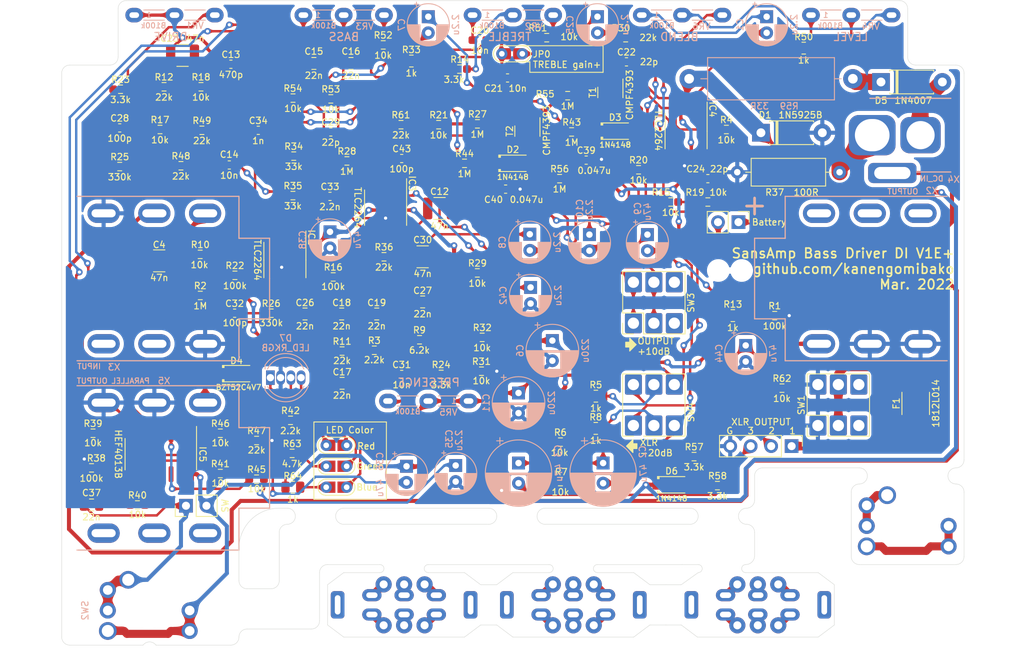
<source format=kicad_pcb>
(kicad_pcb (version 20211014) (generator pcbnew)
  (layers (0 "F.Cu" signal) (31 "B.Cu" signal) (34 "B.Paste" user) (35 "F.Paste" user) (36 "B.SilkS" user "B.Silkscreen") (37 "F.SilkS" user "F.Silkscreen") (38 "B.Mask" user) (39 "F.Mask" user) (44 "Edge.Cuts" user))
  (net 0 "")
  (net 1 "Net-(BT1-Pad1)")
  (net 2 "Net-(BT1-Pad2)")
  (net 3 "Net-(C1-Pad1)")
  (net 4 "Net-(C1-Pad2)")
  (net 5 "Net-(C2-Pad1)")
  (net 6 "Net-(C2-Pad2)")
  (net 7 "Net-(C3-Pad1)")
  (net 8 "Net-(C3-Pad2)")
  (net 9 "Net-(C4-Pad1)")
  (net 10 "Net-(C4-Pad2)")
  (net 11 "VCC")
  (net 12 "GND")
  (net 13 "Net-(C7-Pad1)")
  (net 14 "Net-(C7-Pad2)")
  (net 15 "Net-(C8-Pad2)")
  (net 16 "Net-(C9-Pad2)")
  (net 17 "Net-(C10-Pad1)")
  (net 18 "Net-(C10-Pad2)")
  (net 19 "VCOM")
  (net 20 "Net-(C12-Pad1)")
  (net 21 "Net-(C12-Pad2)")
  (net 22 "Net-(C13-Pad2)")
  (net 23 "Net-(C14-Pad1)")
  (net 24 "Net-(C14-Pad2)")
  (net 25 "Net-(C15-Pad1)")
  (net 26 "Net-(C15-Pad2)")
  (net 27 "Net-(C16-Pad1)")
  (net 28 "Net-(C17-Pad1)")
  (net 29 "Net-(C17-Pad2)")
  (net 30 "Net-(C18-Pad2)")
  (net 31 "Net-(C20-Pad1)")
  (net 32 "Net-(C20-Pad2)")
  (net 33 "Net-(C21-Pad1)")
  (net 34 "Net-(C21-Pad2)")
  (net 35 "Net-(C22-Pad1)")
  (net 36 "Net-(C22-Pad2)")
  (net 37 "Net-(C23-Pad2)")
  (net 38 "Net-(C26-Pad1)")
  (net 39 "Net-(C27-Pad1)")
  (net 40 "Net-(C27-Pad2)")
  (net 41 "Net-(C28-Pad1)")
  (net 42 "Net-(C28-Pad2)")
  (net 43 "Net-(C29-Pad2)")
  (net 44 "Net-(C30-Pad2)")
  (net 45 "Net-(C31-Pad1)")
  (net 46 "Net-(C31-Pad2)")
  (net 47 "Net-(C32-Pad1)")
  (net 48 "Net-(C33-Pad2)")
  (net 49 "Net-(C34-Pad2)")
  (net 50 "Net-(C35-Pad1)")
  (net 51 "Net-(C36-Pad2)")
  (net 52 "Net-(C37-Pad1)")
  (net 53 "Net-(C37-Pad2)")
  (net 54 "Net-(C39-Pad2)")
  (net 55 "Net-(C40-Pad2)")
  (net 56 "Net-(C42-Pad1)")
  (net 57 "Net-(C43-Pad2)")
  (net 58 "Net-(D2-Pad2)")
  (net 59 "Net-(D3-Pad2)")
  (net 60 "Net-(D4-Pad2)")
  (net 61 "Net-(D5-Pad1)")
  (net 62 "Net-(D5-Pad2)")
  (net 63 "Net-(D6-Pad2)")
  (net 64 "Net-(F1-Pad1)")
  (net 65 "Net-(F1-Pad2)")
  (net 66 "Net-(IC5-Pad2)")
  (net 67 "Net-(IC5-Pad13)")
  (net 68 "Net-(IC5-Pad4)")
  (net 69 "Net-(IC5-Pad8)")
  (net 70 "Net-(IC5-Pad10)")
  (net 72 "Net-(R5-Pad1)")
  (net 73 "Net-(R8-Pad2)")
  (net 74 "Net-(R12-Pad1)")
  (net 75 "Net-(R13-Pad1)")
  (net 76 "Net-(R14-Pad1)")
  (net 77 "Net-(R23-Pad2)")
  (net 78 "Net-(R24-Pad2)")
  (net 79 "Net-(R37-Pad1)")
  (net 80 "Net-(R50-Pad1)")
  (net 81 "Net-(JP0-Pad1)")
  (net 82 "Net-(C43-Pad1)")
  (net 86 "Net-(VR4-Pad3)")
  (net 96 "Net-(C24-Pad1)")
  (net 97 "Net-(C24-Pad2)")
  (net 98 "Net-(IC1-Pad12)")
  (net 99 "Net-(IC4-Pad1)")
  (net 100 "Net-(IC4-Pad3)")
  (net 101 "Net-(IC4-Pad8)")
  (net 102 "Net-(IC4-Pad10)")
  (net 103 "Net-(D4-Pad1)")
  (net 104 "Net-(D7-Pad1)")
  (net 105 "Net-(D7-Pad3)")
  (net 106 "Net-(D7-Pad4)")
  (net 107 "Net-(JP1-Pad1)")
  (net 108 "Net-(JP2-Pad1)")
  (net 109 "Net-(JP3-Pad1)")
  (net 110 "Net-(C44-Pad1)")
  (footprint "Resistor_SMD:R_0603_1608Metric_Pad0.98x0.95mm_HandSolder" (layer "F.Cu") (at 50 20.2)
    (fp_text reference "R44")
    (fp_text value "1M")
  )
  (footprint "Package_TO_SOT_SMD:SOT-23" (layer "F.Cu") (at 68.1 11.4 -90)
    (fp_text reference "T1")
    (fp_text value "CMPF4393")
  )
  (footprint "Resistor_SMD:R_0603_1608Metric_Pad0.98x0.95mm_HandSolder" (layer "F.Cu") (at 75.6 25 180)
    (fp_text reference "R15")
    (fp_text value "10k")
  )
  (footprint "Package_SO:SOIC-14_3.9x8.7mm_P1.27mm" (layer "F.Cu") (at 12.3 56.3 -90)
    (fp_text reference "IC5")
    (fp_text value "HEF4013B")
  )
  (footprint "Resistor_SMD:R_0603_1608Metric_Pad0.98x0.95mm_HandSolder" (layer "F.Cu") (at 70 4.6)
    (fp_text reference "R30")
    (fp_text value "22k")
  )
  (footprint "myFoot:my_D_GS1010FL" (layer "F.Cu") (at 75.7 60.1)
    (fp_text reference "D6")
    (fp_text value "1N4148")
  )
  (footprint "Resistor_SMD:R_0603_1608Metric_Pad0.98x0.95mm_HandSolder" (layer "F.Cu") (at 61.9 59.7)
    (fp_text reference "R7")
    (fp_text value "10k")
  )
  (footprint "Diode_THT:D_DO-41_SOD81_P7.62mm_Horizontal" (layer "F.Cu") (at 86.79 16.4)
    (fp_text reference "D1")
    (fp_text value "1N5925B")
  )
  (footprint "Resistor_SMD:R_0603_1608Metric_Pad0.98x0.95mm_HandSolder" (layer "F.Cu") (at 47.1 46.4)
    (fp_text reference "R24")
    (fp_text value "3.3k")
  )
  (footprint "Resistor_SMD:R_0603_1608Metric_Pad0.98x0.95mm_HandSolder" (layer "F.Cu") (at 28.7125 12.1 180)
    (fp_text reference "R54")
    (fp_text value "10k")
  )
  (footprint "Resistor_SMD:R_0603_1608Metric_Pad0.98x0.95mm_HandSolder" (layer "F.Cu") (at 63.2875 16.3 180)
    (fp_text reference "R43")
    (fp_text value "1M")
  )
  (footprint "Capacitor_SMD:C_1210_3225Metric" (layer "F.Cu") (at 44.8 31.8 180)
    (fp_text reference "C30")
    (fp_text value "47n")
  )
  (footprint "Resistor_SMD:R_0805_2012Metric" (layer "F.Cu") (at 83.3 39.1 180)
    (fp_text reference "R13")
    (fp_text value "1k")
  )
  (footprint "myFoot:my_SolderJumper-THpad" (layer "F.Cu") (at 34.1 57.8)
    (fp_text reference "JP2" hide)
    (fp_text value "Green")
  )
  (footprint "Capacitor_SMD:C_0603_1608Metric_Pad1.08x0.95mm_HandSolder" (layer "F.Cu") (at 65.1 19.8 180)
    (fp_text reference "C39")
    (fp_text value "0.047u")
  )
  (footprint "myFoot:my_SolderJumper-THpad" (layer "F.Cu") (at 34.1 55.2)
    (fp_text reference "JP1" hide)
    (fp_text value "Red")
  )
  (footprint "myFoot:my_SolderJumper-THpad" (layer "F.Cu") (at 55.9 6.6 180)
    (fp_text reference "JP0" hide)
    (fp_text value "0R")
  )
  (footprint "Resistor_SMD:R_0603_1608Metric_Pad0.98x0.95mm_HandSolder" (layer "F.Cu") (at 28.4 52.1)
    (fp_text reference "R42")
    (fp_text value "2.2k")
  )
  (footprint "Resistor_SMD:R_0603_1608Metric_Pad0.98x0.95mm_HandSolder" (layer "F.Cu") (at 24.1875 59.4)
    (fp_text reference "R45")
    (fp_text value "10k")
  )
  (footprint "Capacitor_SMD:C_1210_3225Metric" (layer "F.Cu") (at 46.9 25.8 180)
    (fp_text reference "C12")
    (fp_text value "47n")
  )
  (footprint "Resistor_SMD:R_0603_1608Metric_Pad0.98x0.95mm_HandSolder" (layer "F.Cu") (at 52.1 46)
    (fp_text reference "R31")
    (fp_text value "10k")
  )
  (footprint "Connector_PinHeader_2.54mm:PinHeader_1x02_P2.54mm_Vertical" (layer "F.Cu") (at 84 27.5 -90)
    (fp_text reference "BT1" hide)
    (fp_text value "Battery")
  )
  (footprint "Resistor_SMD:R_0603_1608Metric_Pad0.98x0.95mm_HandSolder" (layer "F.Cu") (at 62.8 11.8 180)
    (fp_text reference "R55")
    (fp_text value "1M")
  )
  (footprint "Resistor_SMD:R_0603_1608Metric_Pad0.98x0.95mm_HandSolder" (layer "F.Cu") (at 9.4 62.6)
    (fp_text reference "R40")
    (fp_text value "10k")
  )
  (footprint "Resistor_SMD:R_0603_1608Metric_Pad0.98x0.95mm_HandSolder" (layer "F.Cu") (at 44.4125 42.1 180)
    (fp_text reference "R9")
    (fp_text value "6.2k")
  )
  (footprint "Resistor_SMD:R_0603_1608Metric_Pad0.98x0.95mm_HandSolder" (layer "F.Cu") (at 38.8 43.4)
    (fp_text reference "R3")
    (fp_text value "2.2k")
  )
  (footprint "Capacitor_SMD:C_0603_1608Metric_Pad1.08x0.95mm_HandSolder" (layer "F.Cu") (at 55.3375 9.6)
    (fp_text reference "C21")
    (fp_text value "10n")
  )
  (footprint "Resistor_SMD:R_0603_1608Metric_Pad0.98x0.95mm_HandSolder" (layer "F.Cu") (at 17.2875 10.7)
    (fp_text reference "R18")
    (fp_text value "10k")
  )
  (footprint "Capacitor_SMD:C_0603_1608Metric_Pad1.08x0.95mm_HandSolder" (layer "F.Cu") (at 42.2 46.4)
    (fp_text reference "C31")
    (fp_text value "10n")
  )
  (footprint "Capacitor_SMD:C_0603_1608Metric_Pad1.08x0.95mm_HandSolder" (layer "F.Cu") (at 7.2 15.8 180)
    (fp_text reference "C28")
    (fp_text value "100p")
  )
  (footprint "Resistor_SMD:R_0603_1608Metric_Pad0.98x0.95mm_HandSolder" (layer "F.Cu") (at 81.3875 60.2)
    (fp_text reference "R58")
    (fp_text value "3.3k")
  )
  (footprint "Connector_PinHeader_2.54mm:PinHeader_2x03_P2.54mm_Vertical" (layer "F.Cu") (at 42.5 75 90)
    (fp_text reference "SW99" hide)
    (fp_text value "sw" hide)
  )
  (footprint "Resistor_SMD:R_0603_1608Metric_Pad0.98x0.95mm_HandSolder" (layer "F.Cu") (at 19.6875 53.7)
    (fp_text reference "R46")
    (fp_text value "10k")
  )
  (footprint "Resistor_SMD:R_0603_1608Metric_Pad0.98x0.95mm_HandSolder" (layer "F.Cu") (at 51.6 15.3 180)
    (fp_text reference "R27")
    (fp_text value "1M")
  )
  (footprint "Resistor_SMD:R_0603_1608Metric_Pad0.98x0.95mm_HandSolder" (layer "F.Cu") (at 24.1875 54.6)
    (fp_text reference "R47")
    (fp_text value "22k")
  )
  (footprint "Capacitor_SMD:C_0603_1608Metric_Pad1.08x0.95mm_HandSolder" (layer "F.Cu") (at 24.4 16.1)
    (fp_text reference "C34")
    (fp_text value "1n")
  )
  (footprint "Resistor_SMD:R_0805_2012Metric" (layer "F.Cu") (at 92.1 5.9 180)
    (fp_text reference "R50")
    (fp_text value "1k")
  )
  (footprint "Resistor_SMD:R_0603_1608Metric_Pad0.98x0.95mm_HandSolder" (layer "F.Cu") (at 71.6 21 180)
    (fp_text reference "R20")
    (fp_text value "10k")
  )
  (footprint "Package_SO:TSSOP-14_4.4x5mm_P0.65mm" (layer "F.Cu") (at 27.7 32.2 -90)
    (fp_text reference "IC1")
    (fp_text value "TLC2264")
  )
  (footprint "Resistor_SMD:R_0603_1608Metric_Pad0.98x0.95mm_HandSolder" (layer "F.Cu") (at 34.8 43.5)
    (fp_text reference "R11")
    (fp_text value "22k")
  )
  (footprint "Resistor_SMD:R_0603_1608Metric_Pad0.98x0.95mm_HandSolder" (layer "F.Cu") (at 17.2 36.6)
    (fp_text reference "R2")
    (fp_text value "1M")
  )
  (footprint "Resistor_SMD:R_0603_1608Metric_Pad0.98x0.95mm_HandSolder" (layer "F.Cu") (at 12.7 10.7 180)
    (fp_text reference "R12")
    (fp_text value "22k")
  )
  (footprint "Connector_PinHeader_2.54mm:PinHeader_2x03_P2.54mm_Vertical" (layer "F.Cu") (at 73.5 50.2 90)
    (fp_text reference "SW4")
    (fp_text value "sw" hide)
  )
  (footprint "Resistor_SMD:R_0805_2012Metric" (layer "F.Cu") (at 66.3 49.1 180)
    (fp_text reference "R5")
    (fp_text value "1k")
  )
  (footprint "Resistor_SMD:R_0603_1608Metric_Pad0.98x0.95mm_HandSolder" (layer "F.Cu") (at 14.8 20.5 180)
    (fp_text reference "R48")
    (fp_text value "22k")
  )
  (footprint "myFoot:my_SolderJumper-THpad" (layer "F.Cu") (at 34.1 60.4)
    (fp_text reference "JP3" hide)
    (fp_text value "Blue")
  )
  (footprint "Connector_PinHeader_2.54mm:PinHeader_2x03_P2.54mm_Vertical" (layer "F.Cu") (at 86.4 75 90)
    (fp_text reference "SW99" hide)
    (fp_text value "sw" hide)
  )
  (footprint "Connector_PinHeader_2.54mm:PinHeader_2x03_P2.54mm_Vertical" (layer "F.Cu") (at 96.4 50.2 90)
    (fp_text reference "SW1")
    (fp_text value "sw" hide)
  )
  (footprint "Capacitor_SMD:C_0603_1608Metric_Pad1.08x0.95mm_HandSolder" (layer "F.Cu") (at 33.3 24.3 180)
    (fp_text reference "C33")
    (fp_text value "2.2n")
  )
  (footprint "Resistor_SMD:R_0603_1608Metric_Pad0.98x0.95mm_HandSolder" (layer "F.Cu") (at 28.6 56.2)
    (fp_text reference "R63")
    (fp_text value "4.7k")
  )
  (footprint "Capacitor_SMD:C_0603_1608Metric_Pad1.08x0.95mm_HandSolder" (layer "F.Cu") (at 20.8 20.4 180)
    (fp_text reference "C14")
    (fp_text value "10n")
  )
  (footprint "Connector_PinHeader_2.54mm:PinHeader_2x03_P2.54mm_Vertical" (layer "F.Cu") (at 63.5 75 90)
    (fp_text reference "SW99" hide)
    (fp_text value "sw" hide)
  )
  (footprint "Capacitor_SMD:C_0603_1608Metric_Pad1.08x0.95mm_HandSolder" (layer "F.Cu") (at 51.9 4.9 180)
    (fp_text reference "C20")
    (fp_text value "10n")
  )
  (footprint "Resistor_SMD:R_0603_1608Metric_Pad0.98x0.95mm_HandSolder" (layer "F.Cu") (at 52.1875 41.8 180)
    (fp_text reference "R32")
    (fp_text value "10k")
  )
  (footprint "Resistor_SMD:R_0603_1608Metric_Pad0.98x0.95mm_HandSolder" (layer "F.Cu") (at 19.6875 58.7)
    (fp_text reference "R41")
    (fp_text value "10k")
  )
  (footprint "Diode_THT:D_DO-41_SOD81_P7.62mm_Horizontal" (layer "F.Cu") (at 101.69 10.1)
    (fp_text reference "D5")
    (fp_text value "1N4007")
  )
  (footprint "MountingHole:MountingHole_2.1mm" (layer "F.Cu") (at 84.4 33.5)
    (fp_text reference "REF**" hide)
    (fp_text value "m" hide)
  )
  (footprint "Capacitor_SMD:C_0805_2012Metric" (layer "F.Cu") (at 31.3 7.8)
    (fp_text reference "C15")
    (fp_text value "22n")
  )
  (footprint "Resistor_SMD:R_0603_1608Metric_Pad0.98x0.95mm_HandSolder" (layer "F.Cu") (at 17.1875 31.5 180)
    (fp_text reference "R10")
    (fp_text value "10k")
  )
  (footprint "Resistor_SMD:R_0805_2012Metric" (layer "F.Cu") (at 28.6875 60.4)
    (fp_text reference "R64")
    (fp_text value "1k")
  )
  (footprint "Resistor_SMD:R_0603_1608Metric_Pad0.98x0.95mm_HandSolder" (layer "F.Cu") (at 17.4 16.1 180)
    (fp_text reference "R49")
    (fp_text value "22k")
  )
  (footprint "Resistor_SMD:R_0603_1608Metric_Pad0.98x0.95mm_HandSolder" (layer "F.Cu") (at 12.2 16 180)
    (fp_text reference "R17")
    (fp_text value "10k")
  )
  (footprint "Resistor_SMD:R_0805_2012Metric" (layer "F.Cu") (at 66.2875 53.1)
    (fp_text reference "R8")
    (fp_text value "1k")
  )
  (footprint "Resistor_SMD:R_1812_4532Metric" (layer "F.Cu") (at 106 50 90)
    (fp_text reference "F1")
    (fp_text value "1812L014")
  )
  (footprint "Resistor_SMD:R_0603_1608Metric_Pad0.98x0.95mm_HandSolder" (layer "F.Cu") (at 61.8 22.1 180)
    (fp_text reference "R56")
    (fp_text value "1M")
  )
  (footprint "Capacitor_SMD:C_0805_2012Metric" (layer "F.Cu") (at 3.7 62.6)
    (fp_text reference "C37")
    (fp_text value "22n")
  )
  (footprint "Connector_PinHeader_2.54mm:PinHeader_1x04_P2.54mm_Vertical" (layer "F.Cu") (at 90.6 55.3 -90)
    (fp_text reference "X1" hide)
    (fp_text value "XLR OUTPUT")
  )
  (footprint "Resistor_SMD:R_0603_1608Metric_Pad0.98x0.95mm_HandSolder" (layer "F.Cu") (at 39.9125 5.5)
    (fp_text reference "R52")
    (fp_text value "10k")
  )
  (footprint "Resistor_SMD:R_0805_2012Metric" (layer "F.Cu") (at 43.4 7.5 180)
    (fp_text reference "R33")
    (fp_text value "1k")
  )
  (footprint "Package_SO:TSSOP-14_4.4x5mm_P0.65mm" (layer "F.Cu") (at 77.5 16.2 -90)
    (fp_text reference "IC4")
    (fp_text value "TLC2264")
  )
  (footprint "Resistor_SMD:R_0603_1608Metric_Pad0.98x0.95mm_HandSolder" (layer "F.Cu") (at 28.8 19.3)
    (fp_text reference "R34")
    (fp_text value "33k")
  )
  (footprint "Capacitor_SMD:C_0805_2012Metric" (layer "F.Cu") (at 35.9 7.8 180)
    (fp_text reference "C16")
    (fp_text value "22n")
  )
  (footprint "MountingHole:MountingHole_2.1mm" (layer "F.Cu") (at 81.5 33.5)
    (fp_text reference "REF**" hide)
    (fp_text value "m" hide)
  )
  (footprint "Resistor_SMD:R_0603_1608Metric_Pad0.98x0.95mm_HandSolder" (layer "F.Cu") (at 21.5 34.1 180)
    (fp_text reference "R22")
    (fp_text value "100k")
  )
  (footprint "Capacitor_SMD:C_1210_3225Metric" (layer "F.Cu") (at 12.1 32.3 180)
    (fp_text reference "C4")
    (fp_text value "47n")
  )
  (footprint "myFoot:my_D_GS1010FL" (layer "F.Cu") (at 68.7 16.2)
    (fp_text reference "D3")
    (fp_text value "1N4148")
  )
  (footprint "Resistor_SMD:R_0603_1608Metric_Pad0.98x0.95mm_HandSolder" (layer "F.Cu") (at 33.4 12.2 180)
    (fp_text reference "R53")
    (fp_text value "10k")
  )
  (footprint "Resistor_SMD:R_0603_1608Metric_Pad0.98x0.95mm_HandSolder" (layer "F.Cu") (at 7.2 20.6 180)
    (fp_text reference "R25")
    (fp_text value "330k")
  )
  (footprint "Capacitor_SMD:C_0603_1608Metric_Pad1.08x0.95mm_HandSolder" (layer "F.Cu") (at 21.4625 38.8 180)
    (fp_text reference "C32")
    (fp_text value "100p")
  )
  (footprint "Capacitor_SMD:C_0603_1608Metric_Pad1.08x0.95mm_HandSolder" (layer "F.Cu") (at 33.4 16.3)
    (fp_text reference "C29")
    (fp_text value "22p")
  )
  (footprint "Capacitor_SMD:C_0805_2012Metric" (layer "F.Cu") (at 44.8 37.4 180)
    (fp_text reference "C27")
    (fp_text value "22n")
  )
  (footprint "Resistor_SMD:R_0603_1608Metric_Pad0.98x0.95mm_HandSolder" (layer "F.Cu") (at 88.5 39.1)
    (fp_text reference "R1")
    (fp_text value "100k")
  )
  (footprint "Capacitor_SMD:C_0805_2012Metric" (layer "F.Cu") (at 30.2 38.9)
    (fp_text reference "C26")
    (fp_text value "22n")
  )
  (footprint "Capacitor_SMD:C_0603_1608Metric_Pad1.08x0.95mm_HandSolder" (layer "F.Cu") (at 70.1 7.6)
    (fp_text reference "C22")
    (fp_text value "22p")
  )
  (footprint "Resistor_SMD:R_0603_1608Metric_Pad0.98x0.95mm_HandSolder" (layer "F.Cu") (at 28.7 24.2 180)
    (fp_text reference "R35")
    (fp_text value "33k")
  )
  (footprint "myFoot:my_D_GS1010FL" (layer "F.Cu") (at 56 20.2)
    (fp_text reference "D2")
    (fp_text value "1N4148")
  )
  (footprint "Package_TO_SOT_SMD:SOT-23" (layer "F.Cu") (at 57.8 16.2 -90)
    (fp_text reference "T2")
    (fp_text value "CMPF4393")
  )
  (footprint "Capacitor_SMD:C_0603_1608Metric_Pad1.08x0.95mm_HandSolder" (layer "F.Cu") (at 21 7.9)
    (fp_text reference "C13")
    (fp_text value "470p")
  )
  (footprint "Resistor_SMD:R_0603_1608Metric_Pad0.98x0.95mm_HandSolder" (layer "F.Cu") (at 46.7875 15.4)
    (fp_text reference "R21")
    (fp_text value "10k")
  )
  (footprint "Resistor_SMD:R_0603_1608Metric_Pad0.98x0.95mm_HandSolder" (layer "F.Cu") (at 42.1125 15.4 180)
    (fp_text reference "R61")
    (fp_text value "22k")
  )
  (footprint "Package_SO:TSSOP-14_4.4x5mm_P0.65mm" (layer "F.Cu") (at 40.2 25.7 -90)
    (fp_text reference "IC3")
    (fp_text value "TLC2264")
  )
  (footprint "Resistor_SMD:R_0603_1608Metric_Pad0.98x0.95mm_HandSolder" (layer "F.Cu") (at 3.7 58 180)
    (fp_text reference "R38")
    (fp_text value "100k")
  )
  (footprint "Capacitor_SMD:C_0805_2012Metric" (layer "F.Cu") (at 39.1 38.9 180)
    (fp_text reference "C19")
    (fp_text value "22n")
  )
  (footprint "Capacitor_SMD:C_1210_3225Metric" (layer "F.Cu") (at 15 6.8)
    (fp_text reference "C23")
    (fp_text value "47n")
  )
  (footprint "Resistor_SMD:R_0603_1608Metric_Pad0.98x0.95mm_HandSolder" (layer "F.Cu") (at 26 38.8)
    (fp_text reference "R26")
    (fp_text value "330k")
  )
  (footprint "Connector_PinHeader_2.54mm:PinHeader_1x02_P2.54mm_Vertical" (layer "F.Cu") (at 15.425 62.7 90)
    (fp_text reference "J1" hide)
    (fp_text value "SW")
  )
  (footprint "Connector_PinHeader_2.54mm:PinHeader_2x03_P2.54mm_Vertical" (layer "F.Cu") (at 73.5 37.5 90)
    (fp_text reference "SW3")
    (fp_text value "sw" hide)
  )
  (footprint "Resistor_SMD:R_0603_1608Metric_Pad0.98x0.95mm_HandSolder" (layer "F.Cu") (at 61.9 54.8 180)
    (fp_text reference "R6")
    (fp_text value "10k")
  )
  (footprint "Capacitor_SMD:C_0805_2012Metric" (layer "F.Cu") (at 34.8 47.5 180)
    (fp_text reference "C17")
    (fp_text value "22n")
  )
  (footprint "Capacitor_SMD:C_0603_1608Metric_Pad1.08x0.95mm_HandSolder" (layer "F.Cu") (at 55.1 23.4 180)
    (fp_text reference "C40")
    (fp_text value "0.047u")
  )
  (footprint "Capacitor_SMD:C_0603_1608Metric_Pad1.08x0.95mm_HandSolder" (layer "F.Cu") (at 42.2 19.6 180)
    (fp_text reference "C43")
    (fp_text value "100p")
  )
  (footprint "Resistor_SMD:R_0603_1608Metric_Pad0.98x0.95mm_HandSolder" (layer "F.Cu") (at 40 31.8 180)
    (fp_text reference "R36")
    (fp_text value "22k")
  )
  (footprint "Resistor_SMD:R_0603_1608Metric_Pad0.98x0.95mm_HandSolder" (layer "F.Cu") (at 3.8875 53.7)
    (fp_text reference "R39")
    (fp_text value "10k")
  )
  (footprint "Resistor_SMD:R_0603_1608Metric_Pad0.98x0.95mm_HandSolder" (layer "F.Cu") (at 7.3 11)
    (fp_text reference "R23")
    (fp_text value "3.3k")
  )
  (footprint "Resistor_SMD:R_0603_1608Metric_Pad0.98x0.95mm_HandSolder" (layer "F.Cu") (at 82.5 16)
    (fp_text reference "R4")
    (fp_text value "10k")
  )
  (footprint "Capacitor_SMD:C_0603_1608Metric_Pad1.08x0.95mm_HandSolder" (layer "F.Cu") (at 80.2 22.1 180)
    (fp_text reference "C24")
    (fp_text value "22p")
  )
  (footprint "Capacitor_SMD:C_0805_2012Metric" (layer "F.Cu") (at 34.75 38.9)
    (fp_text reference "C18")
    (fp_text value "22n")
  )
  (footprint "Resistor_THT:R_Axial_DIN0309_L9.0mm_D3.2mm_P12.70mm_Horizontal" (layer "F.Cu") (at 96.55 21.3 180)
    (fp_text reference "R37")
    (fp_text value "100R")
  )
  (footprint "Resistor_SMD:R_0603_1608Metric_Pad0.98x0.95mm_HandSolder" (layer "F.Cu") (at 51.5875 33.8 180)
    (fp_text reference "R29")
    (fp_text value "10k")
  )
  (footprint "Resistor_SMD:R_0603_1608Metric_Pad0.98x0.95mm_HandSolder" (layer "F.Cu") (at 89.4 48.1 180)
    (fp_text reference "R62")
    (fp_text value "10k")
  )
  (footprint "Resistor_SMD:R_0603_1608Metric_Pad0.98x0.95mm_HandSolder" (layer "F.Cu") (at 49.3875 8.5 180)
    (fp_text reference "R14")
    (fp_text value "3.3k")
  )
  (footprint "Resistor_SMD:R_0603_1608Metric_Pad0.98x0.95mm_HandSolder" (layer "F.Cu") (at 35.4 19.9)
    (fp_text reference "R28")
    (fp_text value "1M")
  )
  (footprint "Resistor_SMD:R_0603_1608Metric_Pad0.98x0.95mm_HandSolder" (layer "F.Cu") (at 60.2 4.6 180)
    (fp_text reference "R51")
    (fp_text value "10k")
  )
  (footprint "Resistor_SMD:R_0603_1608Metric_Pad0.98x0.95mm_HandSolder" (layer "F.Cu") (at 78.4875 56.6 180)
    (fp_text reference "R57")
    (fp_text value "3.3k")
  )
  (footprint "Resistor_SMD:R_0603_1608Metric_Pad0.98x0.95mm_HandSolder" (layer "F.Cu") (at 33.7 34.3 180)
    (fp_text reference "R16")
    (fp_text value "100k")
  )
  (footprint "Resistor_SMD:R_0603_1608Metric_Pad0.98x0.95mm_HandSolder" (layer "F.Cu") (at 80.2 25 180)
    (fp_text reference "R19")
    (fp_text value "10k")
  )
  (footprint "myFoot:my_D_GS1010FL" (layer "F.Cu") (at 21.7 46.3)
    (fp_text reference "D4")
    (fp_text value " BZT52C4V7")
  )
  (footprint "Capacitor_THT:CP_Radial_D8.0mm_P2.50mm" (layer "B.Cu") (at 56.7 57.4 -90)
    (fp_text reference "C3")
    (fp_text value "47u")
  )
  (footprint "Capacitor_THT:CP_Radial_D5.0mm_P2.00mm" (layer "B.Cu") (at 84.9 42.8 -90)
    (fp_text reference "C44")
    (fp_text value "47u")
  )
  (footprint "LED_THT:LED_D5.0mm-4_RGB" (layer "B.Cu") (at 25.9 46.8)
    (fp_text reference "D7")
    (fp_text value "LED_RKGB")
  )
  (footprint "Capacitor_THT:CP_Radial_D8.0mm_P2.50mm" (layer "B.Cu") (at 67.2 57.4 -90)
    (fp_text reference "C2")
    (fp_text value "47u")
  )
  (footprint "Capacitor_THT:CP_Radial_D6.3mm_P2.50mm" (layer "B.Cu") (at 60.9 42.2 -90)
    (fp_text reference "C6")
    (fp_text value "220u")
  )
  (footprint "Resistor_THT:R_Axial_DIN0516_L15.5mm_D5.0mm_P20.32mm_Horizontal" (layer "B.Cu") (at 98.2 9.7 180)
    (fp_text reference "R59")
    (fp_text value "33R")
  )
  (footprint "Capacitor_THT:CP_Radial_D5.0mm_P2.00mm" (layer "B.Cu") (at 58.1 29 -90)
    (fp_text reference "C8")
    (fp_text value "2.2u")
  )
  (footprint "Button_Switch_Keyboard:SW_Cherry_MX_1.00u_PCB" (layer "B.Cu") (at 99.92 67.74 -90)
    (fp_text reference "SW99" hide)
    (fp_text value "EFFECT_ON/OFF" hide)
  )
  (footprint "Capacitor_THT:CP_Radial_D5.0mm_P2.00mm" (layer "B.Cu") (at 65.5 29.044888 -90)
    (fp_text reference "C10")
    (fp_text value "2.2u")
  )
  (footprint "myFoot:my_Phone_Jack_Daier" (layer "B.Cu") (at 112.2 34.5 180)
    (fp_text reference "X2")
    (fp_text value "OUTPUT")
  )
  (footprint "Capacitor_THT:CP_Radial_D5.0mm_P2.00mm" (layer "B.Cu") (at 72.7 29.044888 -90)
    (fp_text reference "C9")
    (fp_text value "47u")
  )
  (footprint "Capacitor_THT:CP_Radial_D5.0mm_P2.00mm" (layer "B.Cu") (at 66.5 2 -90)
    (fp_text reference "C25")
    (fp_text value "2.2u")
  )
  (footprint "myFoot:my_pot_5mm_widePad" (layer "B.Cu") (at 45.5 49.7 180)
    (fp_text reference "VR5")
    (fp_text value "B100k")
  )
  (footprint "Capacitor_THT:CP_Radial_D5.0mm_P2.00mm" (layer "B.Cu") (at 42.8 57.8 -90)
    (fp_text reference "C36")
    (fp_text value "47u")
  )
  (footprint "Capacitor_THT:CP_Radial_D6.3mm_P2.50mm" (layer "B.Cu") (at 56.7 48.7 -90)
    (fp_text reference "C11")
    (fp_text value "220u")
  )
  (footprint "myFoot:my_DC_Jack" (layer "B.Cu") (at 114.9 16.7 180)
    (fp_text reference "X4")
    (fp_text value "DC_IN")
  )
  (footprint "Capacitor_THT:CP_Radial_D5.0mm_P2.00mm" (layer "B.Cu") (at 48.9 57.7 -90)
    (fp_text reference "C35")
    (fp_text value "2.2u")
  )
  (footprint "myFoot:my_pot_5mm_widePad" (layer "B.Cu") (at 14 1.8)
    (fp_text reference "VR1")
    (fp_text value "B100k")
  )
  (footprint "Capacitor_THT:CP_Radial_D5.0mm_P2.00mm" (layer "B.Cu") (at 45.5 2 -90)
    (fp_text reference "C7")
    (fp_text value "2.2u")
  )
  (footprint "Capacitor_THT:CP_Radial_D5.0mm_P2.00mm" (layer "B.Cu") (at 87.5 2 -90)
    (fp_text reference "C1")
    (fp_text value "2.2u")
  )
  (footprint "myFoot:my_pot_5mm_widePad" (layer "B.Cu") (at 35 1.8)
    (fp_text reference "VR3")
    (fp_text value "B100k")
  )
  (footprint "Capacitor_THT:CP_Radial_D5.0mm_P2.00mm" (layer "B.Cu") (at 58.2 35.6 -90)
    (fp_text reference "C42")
    (fp_text value "2.2u")
  )
  (footprint "myFoot:my_Phone_Jack_Daier" (layer "B.Cu") (at -0.4 34.5)
    (fp_text reference "X3")
    (fp_text value "INPUT")
  )
  (footprint "Button_Switch_Keyboard:SW_Cherry_MX_1.00u_PCB" (layer "B.Cu") (at 5.72 78.24 -90)
    (fp_text reference "SW2")
    (fp_text value "EFFECT_ON/OFF" hide)
  )
  (footprint "myFoot:my_pot_5mm_widePad" (layer "B.Cu") (at 56 1.8)
    (fp_text reference "VR2")
    (fp_text value "B100k")
  )
  (footprint "Capacitor_THT:CP_Radial_D5.0mm_P2.00mm" (layer "B.Cu") (at 33.3 28.7 -90)
    (fp_text reference "C38")
    (fp_text value "47u")
  )
  (footprint "myFoot:my_pot_5mm_widePad" (layer "B.Cu") (at 98 1.8)
    (fp_text reference "VR4")
    (fp_text value "B100k")
  )
  (footprint "myFoot:my_pot_5mm_widePad" (layer "B.Cu") (at 77 1.8)
    (fp_text reference "VR6")
    (fp_text value "B100k")
  )
  (footprint "myFoot:my_Phone_Jack_Daier" (layer "B.Cu") (at -0.4 58)
    (fp_text reference "X5")
    (fp_text value "PARALLEL OUTPUT")
  )
  (gr_line (start 86 26.5) (end 86 24.5) (layer "B.SilkS") (width 0.3))
  (gr_line (start 85 25.5) (end 87 25.5) (layer "B.SilkS") (width 0.3))
  (gr_line (start 40.3 52.3) (end 40.3 61.9) (layer "F.SilkS") (width 0.12))
  (gr_line (start 31.3 61.9) (end 31.3 52.3) (layer "F.SilkS") (width 0.12))
  (gr_line (start 67.2 8.9) (end 58.1 8.9) (layer "F.SilkS") (width 0.12))
  (gr_line (start 57.3 5.6) (end 67.2 5.6) (layer "F.SilkS") (width 0.12))
  (gr_line (start 67.2 5.6) (end 67.2 8.9) (layer "F.SilkS") (width 0.12))
  (gr_poly (pts (xy 71.3 42.7) (xy 70.5 43.5) (xy 70.5 43) (xy 70 43) (xy 70 42.4) (xy 70.5 42.4) (xy 70.5 41.9)) (layer "F.SilkS") (width 0.12) (fill solid))
  (gr_line (start 40.3 61.9) (end 31.3 61.9) (layer "F.SilkS") (width 0.12))
  (gr_poly (pts (xy 70.1 55.3) (xy 70.9 54.5) (xy 70.9 55) (xy 71.4 55) (xy 71.4 55.6) (xy 70.9 55.6) (xy 70.9 56.1)) (layer "F.SilkS") (width 0.12) (fill solid))
  (gr_line (start 85 25.5) (end 87 25.5) (layer "F.SilkS") (width 0.3))
  (gr_line (start 58.1 7.6) (end 57.2 7.6) (layer "F.SilkS") (width 0.12))
  (gr_line (start 86 24.5) (end 86 26.5) (layer "F.SilkS") (width 0.3))
  (gr_line (start 58.1 8.85) (end 58.1 7.6) (layer "F.SilkS") (width 0.12))
  (gr_line (start 31.3 52.3) (end 40.3 52.3) (layer "F.SilkS") (width 0.12))
  (gr_line (start 22 72) (end 22 68) (layer "Edge.Cuts") (width 0.05))
  (gr_arc (start 85 65) (mid 84 64) (end 85 63) (layer "Edge.Cuts") (width 0.05))
  (gr_line (start 86 62) (end 86 59) (layer "Edge.Cuts") (width 0.05))
  (gr_arc (start 66.5 71) (mid 66 70.5) (end 66.5 70) (layer "Edge.Cuts") (width 0.05))
  (gr_line (start 76.9 72.5) (end 75 72.5) (layer "Edge.Cuts") (width 0.05))
  (gr_line (start 73 72.5) (end 75 72.5) (layer "Edge.Cuts") (width 0.05))
  (gr_line (start 86 66) (end 86 69) (layer "Edge.Cuts") (width 0.05))
  (gr_line (start 0 9) (end 0 79) (layer "Edge.Cuts") (width 0.05))
  (gr_arc (start 98 61) (mid 98.292893 60.292893) (end 99 60) (layer "Edge.Cuts") (width 0.05))
  (gr_line (start 23 78) (end 31 78) (layer "Edge.Cuts") (width 0.05))
  (gr_arc (start 27 66) (mid 27.292893 65.292893) (end 28 65) (layer "Edge.Cuts") (width 0.05))
  (gr_arc (start 112 69) (mid 111.707107 69.707107) (end 111 70) (layer "Edge.Cuts") (width 0.05))
  (gr_line (start 35 63) (end 53 63) (layer "Edge.Cuts") (width 0.05))
  (gr_line (start 33 77.5) (end 33 72.5) (layer "Edge.Cuts") (width 0.05))
  (gr_arc (start 111 8) (mid 111.707107 8.292893) (end 112 9) (layer "Edge.Cuts") (width 0.05))
  (gr_arc (start 22 79) (mid 21.707107 79.707107) (end 21 80) (layer "Edge.Cuts") (width 0.05))
  (gr_line (start 93.9 79) (end 78.9 79) (layer "Edge.Cuts") (width 0.05))
  (gr_line (start 78.9 79) (end 76.9 77.5) (layer "Edge.Cuts") (width 0.05))
  (gr_arc (start 78 63) (mid 79 64) (end 78 65) (layer "Edge.Cuts") (width 0.05))
  (gr_arc (start 111 60) (mid 111.707107 60.292893) (end 112 61) (layer "Edge.Cuts") (width 0.05))
  (gr_line (start 35 79) (end 33 77.5) (layer "Edge.Cuts") (width 0.05))
  (gr_line (start 99 70) (end 111 70) (layer "Edge.Cuts") (width 0.05))
  (gr_line (start 71 79) (end 73 77.5) (layer "Edge.Cuts") (width 0.05))
  (gr_line (start 104 0) (end 8 0) (layer "Edge.Cuts") (width 0.05))
  (gr_line (start 35 65) (end 53 65) (layer "Edge.Cuts") (width 0.05))
  (gr_arc (start 28 63) (mid 29 64) (end 28 65) (layer "Edge.Cuts") (width 0.05))
  (gr_arc (start 112 57) (mid 111.707107 57.707107) (end 111 58) (layer "Edge.Cuts") (width 0.05))
  (gr_arc (start 27 72) (mid 26.707107 72.707107) (end 26 73) (layer "Edge.Cuts") (width 0.05))
  (gr_line (start 50 71) (end 52 72.5) (layer "Edge.Cuts") (width 0.05))
  (gr_line (start 50 79) (end 52 77.5) (layer "Edge.Cuts") (width 0.05))
  (gr_line (start 71 71) (end 73 72.5) (layer "Edge.Cuts") (width 0.05))
  (gr_arc (start 79 70) (mid 79.5 70.5) (end 79 71) (layer "Edge.Cuts") (width 0.05))
  (gr_line (start 27 72) (end 27 66) (layer "Edge.Cuts") (width 0.05))
  (gr_arc (start 86 59) (mid 86.292893 58.292893) (end 87 58) (layer "Edge.Cuts") (width 0.05))
  (gr_line (start 79 70) (end 77 70) (layer "Edge.Cuts") (width 0.05))
  (gr_arc (start 22 79) (mid 22.292893 78.292893) (end 23 78) (layer "Edge.Cuts") (width 0.05))
  (gr_line (start 56 79) (end 54 77.5) (layer "Edge.Cuts") (width 0.05))
  (gr_arc (start 32 77) (mid 31.707107 77.707107) (end 31 78) (layer "Edge.Cuts") (width 0.05))
  (gr_arc (start 111 60) (mid 110 59) (end 111 58) (layer "Edge.Cuts") (width 0.05))
  (gr_line (start 56 71) (end 60.5 71) (layer "Edge.Cuts") (width 0.05))
  (gr_arc (start 7 7) (mid 6.707107 7.707107) (end 6 8) (layer "Edge.Cuts") (width 0.05))
  (gr_arc (start 86 69) (mid 85.643303 69.712634) (end 84.9 70) (layer "Edge.Cuts") (width 0.05))
  (gr_line (start 75 77.5) (end 76.9 77.5) (layer "Edge.Cuts") (width 0.05))
  (gr_line (start 1 80) (end 10.1 80) (layer "Edge.Cuts") (width 0.05))
  (gr_line (start 66.5 71) (end 71 71) (layer "Edge.Cuts") (width 0.05))
  (gr_line (start 6 8) (end 1 8) (layer "Edge.Cuts") (width 0.05))
  (gr_line (start 27 63) (end 28 63) (layer "Edge.Cuts") (width 0.05))
  (gr_arc (start 45.5 71) (mid 45 70.5) (end 45.5 70) (layer "Edge.Cuts") (width 0.05))
  (gr_arc (start 35 65) (mid 34 64) (end 35 63) (layer "Edge.Cuts") (width 0.05))
  (gr_line (start 35 71) (end 39.5 71) (layer "Edge.Cuts") (width 0.05))
  (gr_line (start 23 73) (end 26 73) (layer "Edge.Cuts") (width 0.05))
  (gr_line (start 98 61) (end 98 69) (layer "Edge.Cuts") (width 0.05))
  (gr_line (start 95.9 77.5) (end 93.9 79) (layer "Edge.Cuts") (width 0.05))
  (gr_arc (start 99 58) (mid 100 59) (end 99 60) (layer "Edge.Cuts") (width 0.05))
  (gr_arc (start 104 0) (mid 104.707107 0.292893) (end 105 1) (layer "Edge.Cuts") (width 0.05))
  (gr_line (start 78 65) (end 60 65) (layer "Edge.Cuts") (width 0.05))
  (gr_line (start 105 1) (end 105 7) (layer "Edge.Cuts") (width 0.05))
  (gr_line (start 75 77.5) (end 73 77.5) (layer "Edge.Cuts") (width 0.05))
  (gr_line (start 54 77.5) (end 52 77.5) (layer "Edge.Cuts") (width 0.05))
  (gr_line (start 45.5 70) (end 60.5 70) (layer "Edge.Cuts") (width 0.05))
  (gr_line (start 54 72.5) (end 56 71) (layer "Edge.Cuts") (width 0.05))
  (gr_line (start 112 69) (end 112 61) (layer "Edge.Cuts") (width 0.05))
  (gr_arc (start 84.9 71) (mid 84.4 70.5) (end 84.9 70) (layer "Edge.Cuts") (width 0.05))
  (gr_line (start 95.9 72.5) (end 93.9 71) (layer "Edge.Cuts") (width 0.05))
  (gr_arc (start 10.1 80) (mid 10.9 79.6) (end 11.7 80) (layer "Edge.Cuts") (width 0.05))
  (gr_line (start 87 58) (end 99 58) (layer "Edge.Cuts") (width 0.05))
  (gr_arc (start 60.5 70) (mid 61 70.5) (end 60.5 71) (layer "Edge.Cuts") (width 0.05))
  (gr_line (start 11.7 80) (end 21 80) (layer "Edge.Cuts") (width 0.05))
  (gr_line (start 39.5 70) (end 33 70) (layer "Edge.Cuts") (width 0.05))
  (gr_line (start 71 79) (end 56 79) (layer "Edge.Cuts") (width 0.05))
  (gr_arc (start 0 9) (mid 0.292893 8.292893) (end 1 8) (layer "Edge.Cuts") (width 0.05))
  (gr_line (start 7 1) (end 7 7) (layer "Edge.Cuts") (width 0.05))
  (gr_arc (start 23 73) (mid 22.292893 72.707107) (end 22 72) (layer "Edge.Cuts") (width 0.05))
  (gr_line (start 95.9 72.5) (end 95.9 77.5) (layer "Edge.Cuts") (width 0.05))
  (gr_arc (start 7 1) (mid 7.292893 0.292893) (end 8 0) (layer "Edge.Cuts") (width 0.05))
  (gr_line (start 66.5 70) (end 77 70) (layer "Edge.Cuts") (width 0.05))
  (gr_line (start 112 57) (end 112 9) (layer "Edge.Cuts") (width 0.05))
  (gr_line (start 84.9 71) (end 93.9 71) (layer "Edge.Cuts") (width 0.05))
  (gr_arc (start 32 71) (mid 32.292893 70.292893) (end 33 70) (layer "Edge.Cuts") (width 0.05))
  (gr_arc (start 99 70) (mid 98.292893 69.707107) (end 98 69) (layer "Edge.Cuts") (width 0.05))
  (gr_line (start 45.5 71) (end 50 71) (layer "Edge.Cuts") (width 0.05))
  (gr_line (start 35 79) (end 50 79) (layer "Edge.Cuts") (width 0.05))
  (gr_line (start 52 72.5) (end 54 72.5) (layer "Edge.Cuts") (width 0.05))
  (gr_arc (start 22 68) (mid 23.464466 64.464466) (end 27 63) (layer "Edge.Cuts") (width 0.05))
  (gr_line (start 76.9 72.5) (end 79 71) (layer "Edge.Cuts") (width 0.05))
  (gr_line (start 33 72.5) (end 35 71) (layer "Edge.Cuts") (width 0.05))
  (gr_arc (start 85 65) (mid 85.707107 65.292893) (end 86 66) (layer "Edge.Cuts") (width 0.05))
  (gr_arc (start 39.5 70) (mid 40 70.5) (end 39.5 71) (layer "Edge.Cuts") (width 0.05))
  (gr_line (start 60 63) (end 78 63) (layer "Edge.Cuts") (width 0.05))
  (gr_line (start 32 71) (end 32 77) (layer "Edge.Cuts") (width 0.05))
  (gr_line (start 106 8) (end 111 8) (layer "Edge.Cuts") (width 0.05))
  (gr_arc (start 60 65) (mid 59 64) (end 60 63) (layer "Edge.Cuts") (width 0.05))
  (gr_arc (start 106 8) (mid 105.292893 7.707107) (end 105 7) (layer "Edge.Cuts") (width 0.05))
  (gr_arc (start 86 62) (mid 85.707107 62.707107) (end 85 63) (layer "Edge.Cuts") (width 0.05))
  (gr_arc (start 53 63) (mid 54 64) (end 53 65) (layer "Edge.Cuts") (width 0.05))
  (gr_arc (start 1 80) (mid 0.292893 79.707107) (end 0 79) (layer "Edge.Cuts") (width 0.05))
  (gr_text "LEVEL                      BLEND                     TREBLE                     BASS                       DRIVE" (at 100.2 4.5) (layer "B.SilkS") (effects (font (size 1 1)) (justify left mirror)))
  (gr_text "PRESENCE" (at 49.5 47.4) (layer "B.SilkS") (effects (font (size 1 1)) (justify left mirror)))
  (gr_text "SansAmp Bass Driver DI V1E+\ngithub.com/kanengomibako\nMar. 2022" (at 110.9 33.3) (layer "F.SilkS") (effects (font (size 1.2 1.2) (thickness 0.2)) (justify right)))
  (gr_text "OUTPUT\n+10dB" (at 71.4 42.9) (layer "F.SilkS") (effects (font (size 0.8 0.8) (thickness 0.13)) (justify left)))
  (gr_text "XLR\n-20dB" (at 71.7 55.5) (layer "F.SilkS") (effects (font (size 0.8 0.8) (thickness 0.13)) (justify left)))
  (gr_text "JP0\nTREBLE gain+\n" (at 58.4 7.3) (layer "F.SilkS") (effects (font (size 0.8 0.8) (thickness 0.13)) (justify left)))
  (gr_text "LED Color" (at 32.7 53.3) (layer "F.SilkS") (effects (font (size 0.8 0.8) (thickness 0.13)) (justify left)))
  (gr_text "G   3   2   1" (at 86.8 53.4) (layer "F.SilkS") (effects (font (size 0.8 0.8) (thickness 0.13))))
  (segment (start 90.28 76.2) (end 88.94 77.54) (width 1) (layer "F.Cu") (net 0))
  (segment (start 38.62 73.8) (end 39.96 72.46) (width 1) (layer "F.Cu") (net 0))
  (segment (start 102.3 68.3) (end 107.3 68.3) (width 1) (layer "F.Cu") (net 0))
  (segment (start 45.04 72.46) (end 45.16 72.46) (width 1) (layer "F.Cu") (net 0))
  (segment (start 88.94 72.46) (end 89.06 72.46) (width 1) (layer "F.Cu") (net 0))
  (segment (start 59.62 73.8) (end 60.96 72.46) (width 1) (layer "F.Cu") (net 0))
  (segment (start 86.4 77.54) (end 86.4 76.2) (width 1) (layer "F.Cu") (net 0))
  (segment (start 86.4 72.46) (end 86.4 73.8) (width 1) (layer "F.Cu") (net 0))
  (segment (start 63.5 72.46) (end 63.5 73.8) (width 1) (layer "F.Cu") (net 0))
  (segment (start 42.5 72.46) (end 42.5 73.8) (width 1) (layer "F.Cu") (net 0))
  (segment (start 66.04 72.46) (end 66.16 72.46) (width 1) (layer "F.Cu") (net 0))
  (segment (start 89.06 72.46) (end 90.4 73.8) (width 1) (layer "F.Cu") (net 0))
  (segment (start 59.5 73.8) (end 59.62 73.8) (width 1) (layer "F.Cu") (net 0))
  (segment (start 107.3 68.3) (end 107.86 67.74) (width 1) (layer "F.Cu") (net 0))
  (segment (start 38.5 76.2) (end 38.62 76.2) (width 1) (layer "F.Cu") (net 0))
  (segment (start 46.5 76.2) (end 46.38 76.2) (width 1) (layer "F.Cu") (net 0))
  (segment (start 82.4 73.8) (end 82.52 73.8) (width 1) (layer "F.Cu") (net 0))
  (segment (start 67.38 76.2) (end 66.04 77.54) (width 1) (layer "F.Cu") (net 0))
  (segment (start 59.62 76.2) (end 60.96 77.54) (width 1) (layer "F.Cu") (net 0))
  (segment (start 99.92 67.74) (end 101.74 67.74) (width 1) (layer "F.Cu") (net 0))
  (segment (start 63.5 77.54) (end 63.5 76.2) (width 1) (layer "F.Cu") (net 0))
  (segment (start 45.16 72.46) (end 46.5 73.8) (width 1) (layer "F.Cu") (net 0))
  (segment (start 66.16 72.46) (end 67.5 73.8) (width 1) (layer "F.Cu") (net 0))
  (segment (start 90.4 76.2) (end 90.28 76.2) (width 1) (layer "F.Cu") (net 0))
  (segment (start 42.5 77.54) (end 42.5 76.2) (width 1) (layer "F.Cu") (net 0))
  (segment (start 99.92 65.2) (end 99.92 62.66) (width 1) (layer "F.Cu") (net 0))
  (segment (start 46.38 76.2) (end 45.04 77.54) (width 1) (layer "F.Cu") (net 0))
  (segment (start 107.86 67.74) (end 110.08 67.74) (width 1) (layer "F.Cu") (net 0))
  (segment (start 67.5 76.2) (end 67.38 76.2) (width 1) (layer "F.Cu") (net 0))
  (segment (start 38.62 76.2) (end 39.96 77.54) (width 1) (layer "F.Cu") (net 0))
  (segment (start 101.74 67.74) (end 102.3 68.3) (width 1) (layer "F.Cu") (net 0))
  (segment (start 82.52 73.8) (end 83.86 72.46) (width 1) (layer "F.Cu") (net 0))
  (segment (start 59.5 76.2) (end 59.62 76.2) (width 1) (layer "F.Cu") (net 0))
  (segment (start 101.19 61.39) (end 99.92 62.66) (width 1) (layer "F.Cu") (net 0))
  (segment (start 83.86 77.54) (end 83.74 77.54) (width 1) (layer "F.Cu") (net 0))
  (segment (start 102.46 61.39) (end 101.19 61.39) (width 1) (layer "F.Cu") (net 0))
  (segment (start 83.74 77.54) (end 82.4 76.2) (width 1) (layer "F.Cu") (net 0))
  (segment (start 38.5 73.8) (end 38.62 73.8) (width 1) (layer "F.Cu") (net 0))
  (segment (start 110.08 65.2) (end 110.08 67.74) (width 1) (layer "F.Cu") (net 0))
  (segment (start 108.9 21.4) (end 110.5 23) (width 0.5) (layer "F.Cu") (net 1))
  (segment (start 91 28.4) (end 109.6 28.4) (width 0.5) (layer "F.Cu") (net 1))
  (segment (start 109.6 28.4) (end 110.5 27.5) (width 0.5) (layer "F.Cu") (net 1))
  (segment (start 110.5 23) (end 110.5 27.5) (width 0.5) (layer "F.Cu") (net 1))
  (segment (start 103.1 21.4) (end 108.9 21.4) (width 0.5) (layer "F.Cu") (net 1))
  (segment (start 84 27.5) (end 90.1 27.5) (width 0.5) (layer "F.Cu") (net 1))
  (segment (start 90.1 27.5) (end 91 28.4) (width 0.5) (layer "F.Cu") (net 1))
  (segment (start 81.46 27.5) (end 81.46 28.76) (width 0.5) (layer "F.Cu") (net 2))
  (segment (start 10.2 26.4) (end 12.3 26.4) (width 0.5) (layer "F.Cu") (net 2))
  (segment (start 22.2 62.1) (end 21.1 63.2) (width 0.5) (layer "F.Cu") (net 2))
  (segment (start 0.9 33) (end 5.1 28.8) (width 0.5) (layer "F.Cu") (net 2))
  (segment (start 111.1 36) (end 111.1 55.8) (width 0.5) (layer "F.Cu") (net 2))
  (segment (start 84.3 62.1) (end 22.2 62.1) (width 0.5) (layer "F.Cu") (net 2))
  (segment (start 85.9 57.1) (end 85 58) (width 0.5) (layer "F.Cu") (net 2))
  (segment (start 19.7 68.5) (end 3.8 68.5) (width 0.5) (layer "F.Cu") (net 2))
  (segment (start 109.8 57.1) (end 85.9 57.1) (width 0.5) (layer "F.Cu") (net 2))
  (segment (start 3.8 68.5) (end 0.9 65.6) (width 0.5) (layer "F.Cu") (net 2))
  (segment (start 85 58) (end 85 61.4) (width 0.5) (layer "F.Cu") (net 2))
  (segment (start 105.3 30.2) (end 111.1 36) (width 0.5) (layer "F.Cu") (net 2))
  (segment (start 0.9 65.6) (end 0.9 33) (width 0.5) (layer "F.Cu") (net 2))
  (segment (start 21.1 67.1) (end 19.7 68.5) (width 0.5) (layer "F.Cu") (net 2))
  (segment (start 5.1 28.8) (end 7.8 28.8) (width 0.5) (layer "F.Cu") (net 2))
  (segment (start 7.8 28.8) (end 10.2 26.4) (width 0.5) (layer "F.Cu") (net 2))
  (segment (start 81.46 28.76) (end 82.9 30.2) (width 0.5) (layer "F.Cu") (net 2))
  (segment (start 82.9 30.2) (end 105.3 30.2) (width 0.5) (layer "F.Cu") (net 2))
  (segment (start 21.1 63.2) (end 21.1 67.1) (width 0.5) (layer "F.Cu") (net 2))
  (segment (start 85 61.4) (end 84.3 62.1) (width 0.5) (layer "F.Cu") (net 2))
  (segment (start 111.1 55.8) (end 109.8 57.1) (width 0.5) (layer "F.Cu") (net 2))
  (segment (start 83.7 4) (end 85.7 2) (width 0.3) (layer "B.Cu") (net 3))
  (segment (start 76.3 4) (end 83.7 4) (width 0.3) (layer "B.Cu") (net 3))
  (segment (start 72 1.8) (end 74.1 1.8) (width 0.3) (layer "B.Cu") (net 3))
  (segment (start 85.7 2) (end 87.5 2) (width 0.3) (layer "B.Cu") (net 3))
  (segment (start 74.1 1.8) (end 76.3 4) (width 0.3) (layer "B.Cu") (net 3))
  (segment (start 39.95 36.25) (end 42.8 39.1) (width 0.3) (layer "F.Cu") (net 4))
  (segment (start 30.7375 35.0625) (end 29.65 35.0625) (width 0.3) (layer "F.Cu") (net 4))
  (segment (start 74.7 8.9) (end 74.7 11.1) (width 0.3) (layer "F.Cu") (net 4))
  (segment (start 85 4) (end 84 5) (width 0.3) (layer "F.Cu") (net 4))
  (segment (start 29 35.0625) (end 29 36.1) (width 0.3) (layer "F.Cu") (net 4))
  (segment (start 32.7875 34.3) (end 31.5 34.3) (width 0.3) (layer "F.Cu") (net 4))
  (segment (start 74.3 15.3) (end 74.3 21.2) (width 0.3) (layer "F.Cu") (net 4))
  (segment (start 57.3 32.5) (end 56.5 31.7) (width 0.3) (layer "F.Cu") (net 4))
  (segment (start 74.3 21.2) (end 73.6 21.9) (width 0.3) (layer "F.Cu") (net 4))
  (segment (start 33.9 33.2) (end 35.1 33.2) (width 0.3) (layer "F.Cu") (net 4))
  (segment (start 44.8 38.6) (end 44.8 30.5) (width 0.3) (layer "F.Cu") (net 4))
  (segment (start 38.15 36.25) (end 38.15 38.9) (width 0.3) (layer "F.Cu") (net 4))
  (segment (start 42.8 39.1) (end 44.3 39.1) (width 0.3) (layer "F.Cu") (net 4))
  (segment (start 78.6 5) (end 74.7 8.9) (width 0.3) (layer "F.Cu") (net 4))
  (segment (start 32.8 34.3) (end 33.9 33.2) (width 0.3) (layer "F.Cu") (net 4))
  (segment (start 38.15 36.25) (end 39.95 36.25) (width 0.3) (layer "F.Cu") (net 4))
  (segment (start 46.3 29) (end 56.5 29) (width 0.3) (layer "F.Cu") (net 4))
  (segment (start 29.3 36.4) (end 29.5 36.4) (width 0.3) (layer "F.Cu") (net 4))
  (segment (start 29 36.1) (end 29.3 36.4) (width 0.3) (layer "F.Cu") (net 4))
  (segment (start 31.5 34.3) (end 30.7375 35.0625) (width 0.3) (layer "F.Cu") (net 4))
  (segment (start 73.6 25.1) (end 73.6 21.9) (width 0.3) (layer "F.Cu") (net 4))
  (segment (start 32.7875 34.3) (end 32.8 34.3) (width 0.3) (layer "F.Cu") (net 4))
  (segment (start 87.5 4) (end 85 4) (width 0.3) (layer "F.Cu") (net 4))
  (segment (start 35.1 33.2) (end 38.15 36.25) (width 0.3) (layer "F.Cu") (net 4))
  (segment (start 44.8 30.5) (end 46.3 29) (width 0.3) (layer "F.Cu") (net 4))
  (segment (start 44.3 39.1) (end 44.8 38.6) (width 0.3) (layer "F.Cu") (net 4))
  (segment (start 29.65 36.25) (end 29.65 35.0625) (width 0.3) (layer "F.Cu") (net 4))
  (segment (start 29.5 36.4) (end 29.65 36.25) (width 0.3) (layer "F.Cu") (net 4))
  (segment (start 56.5 31.7) (end 56.5 29) (width 0.3) (layer "F.Cu") (net 4))
  (segment (start 66.2 32.5) (end 73.6 25.1) (width 0.3) (layer "F.Cu") (net 4))
  (segment (start 56.5 29) (end 58.1 29) (width 0.3) (layer "F.Cu") (net 4))
  (segment (start 57.3 32.5) (end 66.2 32.5) (width 0.3) (layer "F.Cu") (net 4))
  (segment (start 84 5) (end 78.6 5) (width 0.3) (layer "F.Cu") (net 4))
  (via (at 74.7 11.1) (size 0.8) (drill 0.4) (layers "F.Cu" "B.Cu") (net 4))
  (via (at 74.3 15.3) (size 0.8) (drill 0.4) (layers "F.Cu" "B.Cu") (net 4))
  (segment (start 74.7 14.9) (end 74.3 15.3) (width 0.3) (layer "B.Cu") (net 4))
  (segment (start 74.7 11.1) (end 74.7 14.9) (width 0.3) (layer "B.Cu") (net 4))
  (segment (start 62.9 57.4) (end 67.2 57.4) (width 0.3) (layer "F.Cu") (net 5))
  (segment (start 65.375 53.1) (end 67.2 54.925) (width 0.3) (layer "F.Cu") (net 5))
  (segment (start 60.9875 59.3125) (end 62.9 57.4) (width 0.3) (layer "F.Cu") (net 5))
  (segment (start 67.2 54.925) (end 67.2 57.4) (width 0.3) (layer "F.Cu") (net 5))
  (segment (start 60.9875 59.7) (end 60.9875 59.3125) (width 0.3) (layer "F.Cu") (net 5))
  (segment (start 79.4 55) (end 75.5 55) (width 0.3) (layer "F.Cu") (net 6))
  (segment (start 75.5 55) (end 70.6 59.9) (width 0.3) (layer "F.Cu") (net 6))
  (segment (start 86.36 53.6) (end 80.8 53.6) (width 0.3) (layer "F.Cu") (net 6))
  (segment (start 79.4 55) (end 79.4 56.6) (width 0.3) (layer "F.Cu") (net 6))
  (segment (start 80.8 53.6) (end 79.4 55) (width 0.3) (layer "F.Cu") (net 6))
  (segment (start 88.06 55.3) (end 86.36 53.6) (width 0.3) (layer "F.Cu") (net 6))
  (segment (start 70.6 59.9) (end 67.2 59.9) (width 0.3) (layer "F.Cu") (net 6))
  (segment (start 60.2125 57.4) (end 62.8125 54.8) (width 0.3) (layer "F.Cu") (net 7))
  (segment (start 56.7 57.4) (end 60.2125 57.4) (width 0.3) (layer "F.Cu") (net 7))
  (segment (start 62.8125 51.675) (end 65.3875 49.1) (width 0.3) (layer "F.Cu") (net 7))
  (segment (start 62.8125 54.8) (end 62.8125 51.675) (width 0.3) (layer "F.Cu") (net 7))
  (segment (start 56.7 59.9) (end 58.14952 61.34952) (width 0.3) (layer "F.Cu") (net 8))
  (segment (start 85.52 55.3) (end 82.3 58.52) (width 0.3) (layer "F.Cu") (net 8))
  (segment (start 58.14952 61.34952) (end 81.15048 61.34952) (width 0.3) (layer "F.Cu") (net 8))
  (segment (start 81.15048 61.34952) (end 82.3 60.2) (width 0.3) (layer "F.Cu") (net 8))
  (segment (start 82.3 58.52) (end 82.3 60.2) (width 0.3) (layer "F.Cu") (net 8))
  (segment (start 15.475 32.3) (end 16.275 31.5) (width 0.3) (layer "F.Cu") (net 9))
  (segment (start 13.575 32.3) (end 15.475 32.3) (width 0.3) (layer "F.Cu") (net 9))
  (segment (start 10.625 35.325) (end 14.6 39.3) (width 0.3) (layer "F.Cu") (net 10))
  (segment (start 15.2 29) (end 13 29) (width 0.5) (layer "F.Cu") (net 10))
  (segment (start 10.625 32.3) (end 10.625 35.325) (width 0.3) (layer "F.Cu") (net 10))
  (segment (start 13 29) (end 10.625 31.375) (width 0.3) (layer "F.Cu") (net 10))
  (segment (start 14.6 39.3) (end 14.6 43.5) (width 0.3) (layer "F.Cu") (net 10))
  (segment (start 17.8 26.4) (end 15.2 29) (width 0.5) (layer "F.Cu") (net 10))
  (segment (start 17.8 46.7) (end 17.8 49.9) (width 0.3) (layer "F.Cu") (net 10))
  (segment (start 14.6 43.5) (end 17.8 46.7) (width 0.3) (layer "F.Cu") (net 10))
  (segment (start 10.625 31.375) (end 10.625 32.3) (width 0.3) (layer "F.Cu") (net 10))
  (segment (start 53.1 39.4) (end 48.7 35) (width 0.5) (layer "F.Cu") (net 11))
  (segment (start 54.6 55.9) (end 62.5 48) (width 0.5) (layer "F.Cu") (net 11))
  (segment (start 48.7 30.4) (end 48.7 35) (width 0.5) (layer "F.Cu") (net 11))
  (segment (start 41.3 26) (end 43.7 26) (width 0.4) (layer "F.Cu") (net 11))
  (segment (start 54.6 60.8) (end 54.6 55.9) (width 0.5) (layer "F.Cu") (net 11))
  (segment (start 53.1 41.8) (end 53.1 39.4) (width 0.5) (layer "F.Cu") (net 11))
  (segment (start 8.1 78.6) (end 13.2 78.6) (width 1) (layer "F.Cu") (net 11))
  (segment (start 40.2 24.9) (end 39.1 26) (width 0.4) (layer "F.Cu") (net 11))
  (segment (start 94.19 23.8) (end 109.2 23.8) (width 0.5) (layer "F.Cu") (net 11))
  (segment (start 13.56 78.24) (end 15.88 78.24) (width 1) (layer "F.Cu") (net 11))
  (segment (start 62.5 47.4) (end 62.5 48) (width 0.5) (layer "F.Cu") (net 11))
  (segment (start 44.2 57.8) (end 42.8 57.8) (width 0.5) (layer "F.Cu") (net 11))
  (segment (start 5.72 78.24) (end 7.74 78.24) (width 1) (layer "F.Cu") (net 11))
  (segment (start 46 56) (end 44.2 57.8) (width 0.5) (layer "F.Cu") (net 11))
  (segment (start 16.775 58.775) (end 17.2 59.2) (width 0.5) (layer "F.Cu") (net 11))
  (segment (start 15.88 75.7) (end 15.88 78.24) (width 1) (layer "F.Cu") (net 11))
  (segment (start 58.7 41.8) (end 59.1 42.2) (width 0.5) (layer "F.Cu") (net 11))
  (segment (start 31.3 30.7) (end 33.3 28.7) (width 0.4) (layer "F.Cu") (net 11))
  (segment (start 39.1 26) (end 38.1 26) (width 0.4) (layer "F.Cu") (net 11))
  (segment (start 73.9 60.1) (end 72.5 60.1) (width 0.5) (layer "F.Cu") (net 11))
  (segment (start 54.5 56) (end 54.6 55.9) (width 0.5) (layer "F.Cu") (net 11))
  (segment (start 40.2 24.9) (end 41.3 26) (width 0.4) (layer "F.Cu") (net 11))
  (segment (start 46 56) (end 54.5 56) (width 0.5) (layer "F.Cu") (net 11))
  (segment (start 27.7 30.202138) (end 28.197862 30.7) (width 0.4) (layer "F.Cu") (net 11))
  (segment (start 40.2 22.8375) (end 40.2 24.9) (width 0.4) (layer "F.Cu") (net 11))
  (segment (start 94.19 23.8) (end 86.79 16.4) (width 0.5) (layer "F.Cu") (net 11))
  (segment (start 27.7 29.3375) (end 27.7 30.202138) (width 0.4) (layer "F.Cu") (net 11))
  (segment (start 7.74 78.24) (end 8.1 78.6) (width 1) (layer "F.Cu") (net 11))
  (segment (start 59.1 42.2) (end 60.9 42.2) (width 0.5) (layer "F.Cu") (net 11))
  (segment (start 28.197862 30.7) (end 31.3 30.7) (width 0.4) (layer "F.Cu") (net 11))
  (segment (start 77.5 11.5) (end 77.5 13.3375) (width 0.4) (layer "F.Cu") (net 11))
  (segment (start 13.2 78.6) (end 13.56 78.24) (width 1) (layer "F.Cu") (net 11))
  (segment (start 77.88 9.7) (end 77.88 11.12) (width 0.4) (layer "F.Cu") (net 11))
  (segment (start 77.88 11.12) (end 77.5 11.5) (width 0.4) (layer "F.Cu") (net 11))
  (segment (start 16.11 58.775) (end 16.775 58.775) (width 0.5) (layer "F.Cu") (net 11))
  (segment (start 53.1 41.8) (end 58.7 41.8) (width 0.5) (layer "F.Cu") (net 11))
  (via (at 62.5 47.4) (size 0.8) (drill 0.4) (layers "F.Cu" "B.Cu") (net 11))
  (via (at 48.7 30.4) (size 0.8) (drill 0.4) (layers "F.Cu" "B.Cu") (net 11))
  (via (at 54.6 60.8) (size 0.8) (drill 0.4) (layers "F.Cu" "B.Cu") (net 11))
  (via (at 17.2 59.2) (size 0.8) (drill 0.4) (layers "F.Cu" "B.Cu") (net 11))
  (via (at 43.7 26) (size 0.8) (drill 0.4) (layers "F.Cu" "B.Cu") (net 11))
  (via (at 38.1 26) (size 0.8) (drill 0.4) (layers "F.Cu" "B.Cu") (net 11))
  (via (at 72.5 60.1) (size 0.8) (drill 0.4) (layers "F.Cu" "B.Cu") (net 11))
  (via (at 109.2 23.8) (size 0.8) (drill 0.4) (layers "F.Cu" "B.Cu") (net 11))
  (segment (start 37 56.5) (end 32.1 56.5) (width 0.5) (layer "B.Cu") (net 11))
  (segment (start 111 25.6) (end 111 55.5) (width 0.5) (layer "B.Cu") (net 11))
  (segment (start 32.1 56.5) (end 28.5 60.1) (width 0.5) (layer "B.Cu") (net 11))
  (segment (start 17.2 61.935) (end 17.965 62.7) (width 0.5) (layer "B.Cu") (net 11))
  (segment (start 80.09 9.7) (end 86.79 16.4) (width 2) (layer "B.Cu") (net 11))
  (segment (start 86 57) (end 84.9 58.1) (width 0.5) (layer "B.Cu") (net 11))
  (segment (start 62.5 43.8) (end 62.5 47.4) (width 0.5) (layer "B.Cu") (net 11))
  (segment (start 84.3 62) (end 74.4 62) (width 0.5) (layer "B.Cu") (net 11))
  (segment (start 42.8 57.8) (end 38.3 57.8) (width 0.5) (layer "B.Cu") (net 11))
  (segment (start 35.4 28.7) (end 38.1 26) (width 0.5) (layer "B.Cu") (net 11))
  (segment (start 38.3 57.8) (end 37 56.5) (width 0.5) (layer "B.Cu") (net 11))
  (segment (start 20.5 65.235) (end 20.5 71.08) (width 0.5) (layer "B.Cu") (net 11))
  (segment (start 109.2 23.8) (end 111 25.6) (width 0.5) (layer "B.Cu") (net 11))
  (segment (start 17.965 62.7) (end 20.5 65.235) (width 0.5) (layer "B.Cu") (net 11))
  (segment (start 43.7 26) (end 48.1 30.4) (width 0.5) (layer "B.Cu") (net 11))
  (segment (start 20.565 60.1) (end 17.965 62.7) (width 0.5) (layer "B.Cu") (net 11))
  (segment (start 109.5 57) (end 86 57) (width 0.5) (layer "B.Cu") (net 11))
  (segment (start 17.2 59.2) (end 17.2 61.935) (width 0.5) (layer "B.Cu") (net 11))
  (segment (start 111 55.5) (end 109.5 57) (width 0.5) (layer "B.Cu") (net 11))
  (segment (start 48.1 30.4) (end 48.7 30.4) (width 0.5) (layer "B.Cu") (net 11))
  (segment (start 77.88 9.7) (end 80.09 9.7) (width 2) (layer "B.Cu") (net 11))
  (segment (start 74.4 62) (end 72.5 60.1) (width 0.5) (layer "B.Cu") (net 11))
  (segment (start 20.5 71.08) (end 15.88 75.7) (width 0.5) (layer "B.Cu") (net 11))
  (segment (start 55.9 62.1) (end 54.6 60.8) (width 0.5) (layer "B.Cu") (net 11))
  (segment (start 33.3 28.7) (end 35.4 28.7) (width 0.5) (layer "B.Cu") (net 11))
  (segment (start 60.9 42.2) (end 62.5 43.8) (width 0.5) (layer "B.Cu") (net 11))
  (segment (start 55.9 62.1) (end 70.5 62.1) (width 0.5) (layer "B.Cu") (net 11))
  (segment (start 84.9 61.4) (end 84.3 62) (width 0.5) (layer "B.Cu") (net 11))
  (segment (start 28.5 60.1) (end 20.565 60.1) (width 0.5) (layer "B.Cu") (net 11))
  (segment (start 84.9 58.1) (end 84.9 61.4) (width 0.5) (layer "B.Cu") (net 11))
  (segment (start 72.5 60.1) (end 70.5 62.1) (width 0.5) (layer "B.Cu") (net 11))
  (segment (start 9.76 56.76) (end 9.76 58.775) (width 0.3) (layer "F.Cu") (net 12))
  (segment (start 10.3 60.6) (end 9.76 60.06) (width 0.3) (layer "F.Cu") (net 12))
  (segment (start 10.6 60.6) (end 10.3 60.6) (width 0.3) (layer "F.Cu") (net 12))
  (segment (start 10.3125 62.6) (end 10.3125 60.8875) (width 0.3) (layer "F.Cu") (net 12))
  (segment (start 53.0125 46) (end 54 46) (width 0.3) (layer "F.Cu") (net 12))
  (segment (start 2.7875 58) (end 2.7875 56.9125) (width 0.3) (layer "F.Cu") (net 12))
  (segment (start 55.9625 23.4) (end 56.9 23.4) (width 0.3) (layer "F.Cu") (net 12))
  (segment (start 27.7 33.5) (end 27.3 33.1) (width 0.3) (layer "F.Cu") (net 12))
  (segment (start 11.7 60.6) (end 10.6 60.6) (width 0.3) (layer "F.Cu") (net 12))
  (segment (start 9.5 55.3) (end 9.5 56.5) (width 0.3) (layer "F.Cu") (net 12))
  (segment (start 25.1 54.6) (end 26.1 54.6) (width 0.3) (layer "F.Cu") (net 12))
  (segment (start 77.5 19.0625) (end 77.5 20.3) (width 0.3) (layer "F.Cu") (net 12))
  (segment (start 2.7875 56.9125) (end 2.8 56.9) (width 0.3) (layer "F.Cu") (net 12))
  (segment (start 8.8 55.3) (end 9.5 55.3) (width 0.3) (layer "F.Cu") (net 12))
  (segment (start 8.49 53.825) (end 8.49 54.99) (width 0.3) (layer "F.Cu") (net 12))
  (segment (start 12.3 60) (end 11.7 60.6) (width 0.3) (layer "F.Cu") (net 12))
  (segment (start 66.9 19.8) (end 67 19.7) (width 0.3) (layer "F.Cu") (net 12))
  (segment (start 9.76 60.06) (end 9.76 58.775) (width 0.3) (layer "F.Cu") (net 12))
  (segment (start 8.49 52.39) (end 8.49 53.825) (width 0.3) (layer "F.Cu") (net 12))
  (segment (start 8.49 54.99) (end 8.8 55.3) (width 0.3) (layer "F.Cu") (net 12))
  (segment (start 5 49.9) (end 6 49.9) (width 0.3) (layer "F.Cu") (net 12))
  (segment (start 9.5 56.5) (end 9.76 56.76) (width 0.3) (layer "F.Cu") (net 12))
  (segment (start 9.5 55.3) (end 9.76 55.04) (width 0.3) (layer "F.Cu") (net 12))
  (segment (start 9.76 55.04) (end 9.76 53.825) (width 0.3) (layer "F.Cu") (net 12))
  (segment (start 77.5 20.3) (end 77.3 20.5) (width 0.3) (layer "F.Cu") (net 12))
  (segment (start 12.3 58.775) (end 12.3 60) (width 0.3) (layer "F.Cu") (net 12))
  (segment (start 27.7 35.0625) (end 27.7 33.5) (width 0.3) (layer "F.Cu") (net 12))
  (segment (start 10.3125 60.8875) (end 10.6 60.6) (width 0.3) (layer "F.Cu") (net 12))
  (segment (start 40.2 28.5625) (end 40.2 27) (width 0.3) (layer "F.Cu") (net 12))
  (segment (start 89.4125 39.1) (end 90.3 39.1) (width 0.3) (layer "F.Cu") (net 12))
  (segment (start 65.9625 19.8) (end 66.9 19.8) (width 0.3) (layer "F.Cu") (net 12))
  (segment (start 8.49 52.39) (end 6 49.9) (width 0.3) (layer "F.Cu") (net 12))
  (via (at 40.2 27) (size 0.8) (drill 0.4) (layers "F.Cu" "B.Cu") (net 12))
  (via (at 77.3 20.5) (size 0.8) (drill 0.4) (layers "F.Cu" "B.Cu") (net 12))
  (via (at 56.9 23.4) (size 0.8) (drill 0.4) (layers "F.Cu" "B.Cu") (net 12))
  (via (at 90.3 39.1) (size 0.8) (drill 0.4) (layers "F.Cu" "B.Cu") (net 12))
  (via (at 2.8 56.9) (size 0.8) (drill 0.4) (layers "F.Cu" "B.Cu") (net 12))
  (via (at 67 19.7) (size 0.8) (drill 0.4) (layers "F.Cu" "B.Cu") (net 12))
  (via (at 26.1 54.6) (size 0.8) (drill 0.4) (layers "F.Cu" "B.Cu") (net 12))
  (via (at 27.3 33.1) (size 0.8) (drill 0.4) (layers "F.Cu" "B.Cu") (net 12))
  (via (at 54 46) (size 0.8) (drill 0.4) (layers "F.Cu" "B.Cu") (net 12))
  (segment (start 58.55 11.35) (end 51.75 11.35) (width 0.3) (layer "F.Cu") (net 13))
  (segment (start 51.75 11.35) (end 50.6 10.2) (width 0.3) (layer "F.Cu") (net 13))
  (segment (start 59.7 10.2) (end 58.55 11.35) (width 0.3) (layer "F.Cu") (net 13))
  (segment (start 50.6 10.2) (end 50.3 10.2) (width 0.3) (layer "F.Cu") (net 13))
  (segment (start 63.7125 11.5125) (end 62.4 10.2) (width 0.3) (layer "F.Cu") (net 13))
  (segment (start 67.15 10.4625) (end 65.05 10.4625) (width 0.3) (layer "F.Cu") (net 13))
  (segment (start 62.4 10.2) (end 59.7 10.2) (width 0.3) (layer "F.Cu") (net 13))
  (segment (start 65.05 10.4625) (end 63.7125 11.8) (width 0.3) (layer "F.Cu") (net 13))
  (segment (start 63.7125 11.8) (end 63.7125 11.5125) (width 0.3) (layer "F.Cu") (net 13))
  (via (at 50.3 10.2) (size 0.8) (drill 0.4) (layers "F.Cu" "B.Cu") (net 13))
  (segment (start 45.5 2) (end 50.3 6.8) (width 0.3) (layer "B.Cu") (net 13))
  (segment (start 50.3 6.8) (end 50.3 10.2) (width 0.3) (layer "B.Cu") (net 13))
  (segment (start 45.5 4) (end 44.3 5.2) (width 0.3) (layer "F.Cu") (net 14))
  (segment (start 44.3 7.4875) (end 44.3125 7.5) (width 0.3) (layer "F.Cu") (net 14))
  (segment (start 44.3 5.2) (end 44.3 7.4875) (width 0.3) (layer "F.Cu") (net 14))
  (segment (start 56.8125 15.3) (end 56.85 15.2625) (width 0.3) (layer "F.Cu") (net 15))
  (segment (start 62.6 31) (end 63.8 29.8) (width 0.3) (layer "F.Cu") (net 15))
  (segment (start 63.8 26.5) (end 62.4 25.1) (width 0.3) (layer "F.Cu") (net 15))
  (segment (start 53.1 25.1) (end 49.8 21.8) (width 0.3) (layer "F.Cu") (net 15))
  (segment (start 49.8 21.8) (end 48.2 21.8) (width 0.3) (layer "F.Cu") (net 15))
  (segment (start 48.2 21.8) (end 47.4 21) (width 0.3) (layer "F.Cu") (net 15))
  (segment (start 63.8 29.8) (end 63.8 26.5) (width 0.3) (layer "F.Cu") (net 15))
  (segment (start 52.5125 15.9875) (end 52.5125 15.3) (width 0.3) (layer "F.Cu") (net 15))
  (segment (start 51.75 16.75) (end 52.5125 15.9875) (width 0.3) (layer "F.Cu") (net 15))
  (segment (start 46.4 21) (end 45.8 20.4) (width 0.3) (layer "F.Cu") (net 15))
  (segment (start 62.4 25.1) (end 53.1 25.1) (width 0.3) (layer "F.Cu") (net 15))
  (segment (start 45.8 20.4) (end 45.8 17.7) (width 0.3) (layer "F.Cu") (net 15))
  (segment (start 46.75 16.75) (end 51.75 16.75) (width 0.3) (layer "F.Cu") (net 15))
  (segment (start 45.8 17.7) (end 46.75 16.75) (width 0.3) (layer "F.Cu") (net 15))
  (segment (start 58.1 31) (end 62.6 31) (width 0.3) (layer "F.Cu") (net 15))
  (segment (start 47.4 21) (end 46.4 21) (width 0.3) (layer "F.Cu") (net 15))
  (segment (start 52.5125 15.3) (end 56.8125 15.3) (width 0.3) (layer "F.Cu") (net 15))
  (segment (start 72.7 31.044888) (end 74.844888 31.044888) (width 0.3) (layer "F.Cu") (net 16))
  (segment (start 87.5875 39.1) (end 87.5875 39.0875) (width 0.3) (layer "F.Cu") (net 16))
  (segment (start 83.8 37.2) (end 82.3875 38.6125) (width 0.3) (layer "F.Cu") (net 16))
  (segment (start 82.3875 37.6875) (end 82.3875 39.1) (width 0.3) (layer "F.Cu") (net 16))
  (segment (start 87.5875 39.0875) (end 85.7 37.2) (width 0.3) (layer "F.Cu") (net 16))
  (segment (start 80 35.3) (end 82.3875 37.6875) (width 0.3) (layer "F.Cu") (net 16))
  (segment (start 74.844888 31.044888) (end 76.6 32.8) (width 0.3) (layer "F.Cu") (net 16))
  (segment (start 85.7 37.2) (end 83.8 37.2) (width 0.3) (layer "F.Cu") (net 16))
  (via (at 76.6 32.8) (size 0.8) (drill 0.4) (layers "F.Cu" "B.Cu") (net 16))
  (via (at 80 35.3) (size 0.8) (drill 0.4) (layers "F.Cu" "B.Cu") (net 16))
  (segment (start 76.6 32.8) (end 77.5 32.8) (width 0.3) (layer "B.Cu") (net 16))
  (segment (start 77.5 32.8) (end 80 35.3) (width 0.3) (layer "B.Cu") (net 16))
  (segment (start 58.75 17.85) (end 59.5 18.6) (width 0.3) (layer "F.Cu") (net 17))
  (segment (start 72 13.4125) (end 72 16.6) (width 0.3) (layer "F.Cu") (net 17))
  (segment (start 68.1 26.8) (end 70.4 24.5) (width 0.3) (layer "F.Cu") (net 17))
  (segment (start 62.8 22.1875) (end 62.7125 22.1) (width 0.3) (layer "F.Cu") (net 17))
  (segment (start 58.75 15.2625) (end 58.75 17.85) (width 0.3) (layer "F.Cu") (net 17))
  (segment (start 65.5 26.8) (end 68.1 26.8) (width 0.3) (layer "F.Cu") (net 17))
  (segment (start 72 16.6) (end 68.8 19.8) (width 0.3) (layer "F.Cu") (net 17))
  (segment (start 65.5 29.044888) (end 65.5 26.8) (width 0.3) (layer "F.Cu") (net 17))
  (segment (start 65.5 26.8) (end 62.8 24.1) (width 0.3) (layer "F.Cu") (net 17))
  (segment (start 69.05 10.4625) (end 72 13.4125) (width 0.3) (layer "F.Cu") (net 17))
  (segment (start 68.8 19.8) (end 68.8 22) (width 0.3) (layer "F.Cu") (net 17))
  (segment (start 62.8 24.1) (end 62.8 22.1875) (width 0.3) (layer "F.Cu") (net 17))
  (segment (start 59.5 23) (end 60.6 24.1) (width 0.3) (layer "F.Cu") (net 17))
  (segment (start 59.5 18.6) (end 59.5 23) (width 0.3) (layer "F.Cu") (net 17))
  (segment (start 70.4 24.5) (end 70.4 23.6) (width 0.3) (layer "F.Cu") (net 17))
  (segment (start 60.6 24.1) (end 62.8 24.1) (width 0.3) (layer "F.Cu") (net 17))
  (segment (start 68.8 22) (end 70.4 23.6) (width 0.3) (layer "F.Cu") (net 17))
  (segment (start 45.875 15.4) (end 45.2 15.4) (width 0.3) (layer "F.Cu") (net 18))
  (segment (start 49.5 22.8) (end 52.6 25.9) (width 0.3) (layer "F.Cu") (net 18))
  (segment (start 39.8 14.6) (end 39.8 20.1) (width 0.3) (layer "F.Cu") (net 18))
  (segment (start 45.875 14.975) (end 44.8 13.9) (width 0.3) (layer "F.Cu") (net 18))
  (segment (start 62.8 29.3) (end 62.7 29.4) (width 0.3) (layer "F.Cu") (net 18))
  (segment (start 44.6 16) (end 44.6 21.2) (width 0.3) (layer "F.Cu") (net 18))
  (segment (start 46.75 21.95) (end 47.6 22.8) (width 0.3) (layer "F.Cu") (net 18))
  (segment (start 47.6 22.8) (end 49.5 22.8) (width 0.3) (layer "F.Cu") (net 18))
  (segment (start 40.5 13.9) (end 39.8 14.6) (width 0.3) (layer "F.Cu") (net 18))
  (segment (start 65.955112 31.044888) (end 72.5 24.5) (width 0.3) (layer "F.Cu") (net 18))
  (segment (start 40.85 21.15) (end 40.85 22.8375) (width 0.3) (layer "F.Cu") (net 18))
  (segment (start 45.35 21.95) (end 46.75 21.95) (width 0.3) (layer "F.Cu") (net 18))
  (segment (start 62.8 27.1) (end 62.8 29.3) (width 0.3) (layer "F.Cu") (net 18))
  (segment (start 65.5 31.044888) (end 65.955112 31.044888) (width 0.3) (layer "F.Cu") (net 18))
  (segment (start 72.5 22.8125) (end 70.6875 21) (width 0.3) (layer "F.Cu") (net 18))
  (segment (start 44.6 21.2) (end 45.35 21.95) (width 0.3) (layer "F.Cu") (net 18))
  (segment (start 45.875 15.4) (end 45.875 14.975) (width 0.3) (layer "F.Cu") (net 18))
  (segment (start 61.6 25.9) (end 62.8 27.1) (width 0.3) (layer "F.Cu") (net 18))
  (segment (start 45.2 15.4) (end 44.6 16) (width 0.3) (layer "F.Cu") (net 18))
  (segment (start 52.6 25.9) (end 61.6 25.9) (width 0.3) (layer "F.Cu") (net 18))
  (segment (start 44.8 13.9) (end 40.5 13.9) (width 0.3) (layer "F.Cu") (net 18))
  (segment (start 72.5 24.5) (end 72.5 24.4) (width 0.3) (layer "F.Cu") (net 18))
  (segment (start 72.5 24.4) (end 72.5 22.8125) (width 0.3) (layer "F.Cu") (net 18))
  (segment (start 39.8 20.1) (end 40.85 21.15) (width 0.3) (layer "F.Cu") (net 18))
  (via (at 62.7 29.4) (size 0.8) (drill 0.4) (layers "F.Cu" "B.Cu") (net 18))
  (segment (start 62.7 29.4) (end 64.344888 31.044888) (width 0.3) (layer "B.Cu") (net 18))
  (segment (start 64.344888 31.044888) (end 65.5 31.044888) (width 0.3) (layer "B.Cu") (net 18))
  (segment (start 89.9 45.2) (end 89.85 45.15) (width 0.4) (layer "F.Cu") (net 19))
  (segment (start 21.2 6.8) (end 22.9 6.8) (width 0.4) (layer "F.Cu") (net 19))
  (segment (start 22.7 36.6) (end 20.5 36.6) (width 0.4) (layer "F.Cu") (net 19))
  (segment (start 20.5 36.6) (end 18.1125 36.6) (width 0.4) (layer "F.Cu") (net 19))
  (segment (start 39.7125 43.5875) (end 39.7125 43.4) (width 0.4) (layer "F.Cu") (net 19))
  (segment (start 35.7125 43.8125) (end 36.7 44.8) (width 0.4) (layer "F.Cu") (net 19))
  (segment (start 52.8875 49.7) (end 53.8875 48.7) (width 0.4) (layer "F.Cu") (net 19))
  (segment (start 60.0875 13.6) (end 61.8875 11.8) (width 0.4) (layer "F.Cu") (net 19))
  (segment (start 78.15 21.15) (end 75.9 23.4) (width 0.4) (layer "F.Cu") (net 19))
  (segment (start 89.9 46.1) (end 90.3 46.5) (width 0.4) (layer "F.Cu") (net 19))
  (segment (start 43.5 42.1) (end 41.0125 42.1) (width 0.4) (layer "F.Cu") (net 19))
  (segment (start 78.8 5.9) (end 91.1875 5.9) (width 0.4) (layer "F.Cu") (net 19))
  (segment (start 24.7 14.6) (end 25 14.9) (width 0.4) (layer "F.Cu") (net 19))
  (segment (start 94.9 45.2) (end 97.1 43) (width 0.4) (layer "F.Cu") (net 19))
  (segment (start 75.9 8.8) (end 78.8 5.9) (width 0.4) (layer "F.Cu") (net 19))
  (segment (start 28.8 17.3) (end 30.9 17.3) (width 0.4) (layer "F.Cu") (net 19))
  (segment (start 51.275 45.9125) (end 51.1875 46) (width 0.4) (layer "F.Cu") (net 19))
  (segment (start 31.3 48) (end 34.85 51.55) (width 0.4) (layer "F.Cu") (net 19))
  (segment (start 51.275 41.8) (end 51.275 45.9125) (width 0.4) (layer "F.Cu") (net 19))
  (segment (start 64.4 21.8) (end 63.4125 20.8125) (width 0.4) (layer "F.Cu") (net 19))
  (segment (start 50.6875 15.3) (end 47.8 15.3) (width 0.4) (layer "F.Cu") (net 19))
  (segment (start 47.9 41.8) (end 51.275 41.8) (width 0.4) (layer "F.Cu") (net 19))
  (segment (start 45.2 12.9) (end 47.7 15.4) (width 0.4) (layer "F.Cu") (net 19))
  (segment (start 35.7125 43.5) (end 35.7125 43.8125) (width 0.4) (layer "F.Cu") (net 19))
  (segment (start 36.7 44.8) (end 38.5 44.8) (width 0.4) (layer "F.Cu") (net 19))
  (segment (start 33.7 21.3) (end 34.7 21.3) (width 0.4) (layer "F.Cu") (net 19))
  (segment (start 25 14.9) (end 24.7375 14.9) (width 0.4) (layer "F.Cu") (net 19))
  (segment (start 58.9 46.5) (end 64.8 46.5) (width 0.4) (layer "F.Cu") (net 19))
  (segment (start 25.3 42.4) (end 29.1 42.4) (width 0.4) (layer "F.Cu") (net 19))
  (segment (start 37.511431 24.111431) (end 39.211431 24.111431) (width 0.4) (layer "F.Cu") (net 19))
  (segment (start 11.7875 9.5125) (end 13.525 7.775) (width 0.4) (layer "F.Cu") (net 19))
  (segment (start 60.8875 16.2875) (end 60.0875 15.4875) (width 0.4) (layer "F.Cu") (net 19))
  (segment (start 43.5 42.1) (end 44.8 43.4) (width 0.4) (layer "F.Cu") (net 19))
  (segment (start 15 4.6) (end 17.2 4.6) (width 0.4) (layer "F.Cu") (net 19))
  (segment (start 38.8 14) (end 39.9 12.9) (width 0.4) (layer "F.Cu") (net 19))
  (segment (start 76.85 13.3375) (end 76.85 11.45) (width 0.4) (layer "F.Cu") (net 19))
  (segment (start 76.6 28.5) (end 76.6 27.4) (width 0.4) (layer "F.Cu") (net 19))
  (segment (start 86 41.3) (end 89.85 45.15) (width 0.4) (layer "F.Cu") (net 19))
  (segment (start 90.3 46.5) (end 90.3 48.0875) (width 0.4) (layer "F.Cu") (net 19))
  (segment (start 67.3 21.8) (end 64.4 21.8) (width 0.4) (layer "F.Cu") (net 19))
  (segment (start 47.8 15.3) (end 47.7 15.4) (width 0.4) (layer "F.Cu") (net 19))
  (segment (start 39.55 21.15) (end 38.8 20.4) (width 0.4) (layer "F.Cu") (net 19))
  (segment (start 23.8 40.9) (end 25.3 42.4) (width 0.4) (layer "F.Cu") (net 19))
  (segment (start 9 1.8) (end 14 1.8) (width 0.4) (layer "F.Cu") (net 19))
  (segment (start 53.8875 48.7) (end 51.1875 46) (width 0.4) (layer "F.Cu") (net 19))
  (segment (start 34.7 21.3) (end 37.511431 24.111431) (width 0.4) (layer "F.Cu") (net 19))
  (segment (start 20.5875 34.1) (end 20.5875 36.5125) (width 0.4) (layer "F.Cu") (net 19))
  (segment (start 20.1375 7.9) (end 20.1375 7.8625) (width 0.4) (layer "F.Cu") (net 19))
  (segment (start 18.1 6) (end 18.1 5.5) (width 0.4) (layer "F.Cu") (net 19))
  (segment (start 26.4 14.9) (end 28.8 17.3) (width 0.4) (layer "F.Cu") (net 19))
  (segment (start 32.2 18.6) (end 32.2 19.8) (width 0.4) (layer "F.Cu") (net 19))
  (segment (start 78.15 17.65) (end 78.1 17.6) (width 0.4) (layer "F.Cu") (net 19))
  (segment (start 63.4125 20.8125) (end 60.8875 20.8125) (width 0.4) (layer "F.Cu") (net 19))
  (segment (start 56.7 48.7) (end 53.8875 48.7) (width 0.4) (layer "F.Cu") (net 19))
  (segment (start 30.9 17.3) (end 32.2 18.6) (width 0.4) (layer "F.Cu") (net 19))
  (segment (start 39.211431 24.111431) (end 39.55 23.772862) (width 0.4) (layer "F.Cu") (net 19))
  (segment (start 69.5 24) (end 67.3 21.8) (width 0.4) (layer "F.Cu") (net 19))
  (segment (start 24.7 8.6) (end 24.7 14.6) (width 0.4) (layer "F.Cu") (net 19))
  (segment (start 44.8 43.4) (end 46.3 43.4) (width 0.4) (layer "F.Cu") (net 19))
  (segment (start 20.1375 7.8625) (end 21.2 6.8) (width 0.4) (layer "F.Cu") (net 19))
  (segment (start 97.1 37.1) (end 91.5 31.5) (width 0.4) (layer "F.Cu") (net 19))
  (segment (start 39.55 22.8375) (end 39.55 21.15) (width 0.4) (layer "F.Cu") (net 19))
  (segment (start 66.4 44.9) (end 64.8 46.5) (width 0.4) (layer "F.Cu") (net 19))
  (segment (start 29.1 42.4) (end 31.3 44.6) (width 0.4) (layer "F.Cu") (net 19))
  (segment (start 82.7 41.3) (end 86 41.3) (width 0.4) (layer "F.Cu") (net 19))
  (segment (start 13.525 7.775) (end 13.525 6.8) (width 0.4) (layer "F.Cu") (net 19))
  (segment (start 60.8875 20.8125) (end 60.8875 16.2875) (width 0.4) (layer "F.Cu") (net 19))
  (segment (start 23.8 37.7) (end 22.7 36.6) (width 0.4) (layer "F.Cu") (net 19))
  (segment (start 38.8 20.4) (end 38.8 14) (width 0.4) (layer "F.Cu") (net 19))
  (segment (start 20.1375 7.9) (end 20 7.9) (width 0.4) (layer "F.Cu") (net 19))
  (segment (start 22.9 6.8) (end 24.7 8.6) (width 0.4) (layer "F.Cu") (net 19))
  (segment (start 39.55 23.772862) (end 39.55 22.8375) (width 0.4) (layer "F.Cu") (net 19))
  (segment (start 25 14.9) (end 26.4 14.9) (width 0.4) (layer "F.Cu") (net 19))
  (segment (start 75.9 10.5) (end 75.9 8.8) (width 0.4) (layer "F.Cu") (net 19))
  (segment (start 43.65 51.55) (end 45.5 49.7) (width 0.4) (layer "F.Cu") (net 19))
  (segment (start 24.7375 14.9) (end 23.5375 16.1) (width 0.4) (layer "F.Cu") (net 19))
  (segment (start 38.5 44.8) (end 39.7125 43.5875) (width 0.4) (layer "F.Cu") (net 19))
  (segment (start 20 7.9) (end 18.1 6) (width 0.4) (layer "F.Cu") (net 19))
  (segment (start 78.15 19.0625) (end 78.15 21.15) (width 0.4) (layer "F.Cu") (net 19))
  (segment (start 31.3 44.6) (end 31.3 48) (width 0.4) (layer "F.Cu") (net 19))
  (segment (start 20.5875 36.5125) (end 20.5 36.6) (width 0.4) (layer "F.Cu") (net 19))
  (segment (start 56.7 48.7) (end 58.9 46.5) (width 0.4) (layer "F.Cu") (net 19))
  (segment (start 79 45) (end 82.7 41.3) (width 0.4) (layer "F.Cu") (net 19))
  (segment (start 66.4 44.9) (end 75.2 44.9) (width 0.4) (layer "F.Cu") (net 19))
  (segment (start 76.85 11.45) (end 75.9 10.5) (width 0.4) (layer "F.Cu") (net 19))
  (segment (start 90.3 48.0875) (end 90.3125 48.1) (width 0.4) (layer "F.Cu") (net 19))
  (segment (start 13.525 6.8) (end 13.525 6.075) (width 0.4) (layer "F.Cu") (net 19))
  (segment (start 97.1 43) (end 97.1 37.1) (width 0.4) (layer "F.Cu") (net 19))
  (segment (start 91.5 31.5) (end 79.6 31.5) (width 0.4) (layer "F.Cu") (net 19))
  (segment (start 76.85 14.85) (end 76.85 13.3375) (width 0.4) (layer "F.Cu") (net 19))
  (segment (start 89.9 45.2) (end 89.9 46.1) (width 0.4) (layer "F.Cu") (net 19))
  (segment (start 39.9 12.9) (end 45.2 12.9) (width 0.4) (layer "F.Cu") (net 19))
  (segment (start 11.7875 10.7) (end 11.7875 9.5125) (width 0.4) (layer "F.Cu") (net 19))
  (segment (start 52.3875 13.6) (end 60.0875 13.6) (width 0.4) (layer "F.Cu") (net 19))
  (segment (start 78.15 19.0625) (end 78.15 17.65) (width 0.4) (layer "F.Cu") (net 19))
  (segment (start 79.6 31.5) (end 76.6 28.5) (width 0.4) (layer "F.Cu") (net 19))
  (segment (start 50.6875 15.3) (end 52.3875 13.6) (width 0.4) (layer "F.Cu") (net 19))
  (segment (start 60.0875 15.4875) (end 60.0875 13.6) (width 0.4) (layer "F.Cu") (net 19))
  (segment (start 46.3 43.4) (end 47.9 41.8) (width 0.4) (layer "F.Cu") (net 19))
  (segment (start 89.9 45.2) (end 94.9 45.2) (width 0.4) (layer "F.Cu") (net 19))
  (segment (start 13.525 6.075) (end 15 4.6) (width 0.4) (layer "F.Cu") (net 19))
  (segment (start 77.1 15.1) (end 76.85 14.85) (width 0.4) (layer "F.Cu") (net 19))
  (segment (start 50.5 49.7) (end 52.8875 49.7) (width 0.4) (layer "F.Cu") (net 19))
  (segment (start 32.2 19.8) (end 33.7 21.3) (width 0.4) (layer "F.Cu") (net 19))
  (segment (start 34.85 51.55) (end 43.65 51.55) (width 0.4) (layer "F.Cu") (net 19))
  (segment (start 41.0125 42.1) (end 39.7125 43.4) (width 0.4) (layer "F.Cu") (net 19))
  (segment (start 45.5 49.7) (end 50.5 49.7) (width 0.4) (layer "F.Cu") (net 19))
  (segment (start 60.8875 22.1) (end 60.8875 20.8125) (width 0.4) (layer "F.Cu") (net 19))
  (segment (start 18.1 5.5) (end 17.2 4.6) (width 0.4) (layer "F.Cu") (net 19))
  (via (at 77.1 15.1) (size 0.8) (drill 0.4) (layers "F.Cu" "B.Cu") (net 19))
  (via (at 76.6 27.4) (size 0.8) (drill 0.4) (layers "F.Cu" "B.Cu") (net 19))
  (via (at 15 4.6) (size 0.8) (drill 0.4) (layers "F.Cu" "B.Cu") (net 19))
  (via (at 69.5 24) (size 0.8) (drill 0.4) (layers "F.Cu" "B.Cu") (net 19))
  (via (at 23.8 37.7) (size 0.8) (drill 0.4) (layers "F.Cu" "B.Cu") (net 19))
  (via (at 78.1 17.6) (size 0.8) (drill 0.4) (layers "F.Cu" "B.Cu") (net 19))
  (via (at 23.8 40.9) (size 0.8) (drill 0.4) (layers "F.Cu" "B.Cu") (net 19))
  (via (at 75.2 44.9) (size 0.8) (drill 0.4) (layers "F.Cu" "B.Cu") (net 19))
  (via (at 79 45) (size 0.8) (drill 0.4) (layers "F.Cu" "B.Cu") (net 19))
  (via (at 75.9 23.4) (size 0.8) (drill 0.4) (layers "F.Cu" "B.Cu") (net 19))
  (segment (start 76.6 27.4) (end 76.6 24.1) (width 0.4) (layer "B.Cu") (net 19))
  (segment (start 78.55 45.45) (end 79 45) (width 0.4) (layer "B.Cu") (net 19))
  (segment (start 76.6 24.1) (end 75.9 23.4) (width 0.4) (layer "B.Cu") (net 19))
  (segment (start 14 1.8) (end 14 3.6) (width 0.4) (layer "B.Cu") (net 19))
  (segment (start 70.1 23.4) (end 69.5 24) (width 0.4) (layer "B.Cu") (net 19))
  (segment (start 78.1 16.1) (end 77.1 15.1) (width 0.4) (layer "B.Cu") (net 19))
  (segment (start 75.2 44.9) (end 75.75 45.45) (width 0.4) (layer "B.Cu") (net 19))
  (segment (start 75.9 23.4) (end 70.1 23.4) (width 0.4) (layer "B.Cu") (net 19))
  (segment (start 75.75 45.45) (end 78.55 45.45) (width 0.4) (layer "B.Cu") (net 19))
  (segment (start 23.8 40.9) (end 23.8 37.7) (width 0.4) (layer "B.Cu") (net 19))
  (segment (start 78.1 17.6) (end 78.1 16.1) (width 0.4) (layer "B.Cu") (net 19))
  (segment (start 14 3.6) (end 15 4.6) (width 0.4) (layer "B.Cu") (net 19))
  (segment (start 71.6 24.4) (end 71.6 23.6) (width 0.3) (layer "F.Cu") (net 20))
  (segment (start 71.1 19.3) (end 72.7 17.7) (width 0.3) (layer "F.Cu") (net 20))
  (segment (start 73.7 8.2) (end 73.7 10.4) (width 0.3) (layer "F.Cu") (net 20))
  (segment (start 48.375 25.8) (end 51.1 25.8) (width 0.3) (layer "F.Cu") (net 20))
  (segment (start 71.6 23.6) (end 69.5 21.5) (width 0.3) (layer "F.Cu") (net 20))
  (segment (start 69.5 20.4) (end 70.6 19.3) (width 0.3) (layer "F.Cu") (net 20))
  (segment (start 51.1 25.8) (end 52 26.7) (width 0.3) (layer "F.Cu") (net 20))
  (segment (start 52 26.7) (end 60.8 26.7) (width 0.3) (layer "F.Cu") (net 20))
  (segment (start 80.1 1.8) (end 73.7 8.2) (width 0.3) (layer "F.Cu") (net 20))
  (segment (start 70.6 19.3) (end 71.1 19.3) (width 0.3) (layer "F.Cu") (net 20))
  (segment (start 82 1.8) (end 80.1 1.8) (width 0.3) (layer "F.Cu") (net 20))
  (segment (start 67.1 27.7) (end 68.3 27.7) (width 0.3) (layer "F.Cu") (net 20))
  (segment (start 68.3 27.7) (end 71.6 24.4) (width 0.3) (layer "F.Cu") (net 20))
  (segment (start 72.7 17.7) (end 72.7 13) (width 0.3) (layer "F.Cu") (net 20))
  (segment (start 69.5 21.5) (end 69.5 20.4) (width 0.3) (layer "F.Cu") (net 20))
  (segment (start 60.8 26.7) (end 61.4 27.3) (width 0.3) (layer "F.Cu") (net 20))
  (via (at 67.1 27.7) (size 0.8) (drill 0.4) (layers "F.Cu" "B.Cu") (net 20))
  (via (at 61.4 27.3) (size 0.8) (drill 0.4) (layers "F.Cu" "B.Cu") (net 20))
  (via (at 72.7 13) (size 0.8) (drill 0.4) (layers "F.Cu" "B.Cu") (net 20))
  (via (at 73.7 10.4) (size 0.8) (drill 0.4) (layers "F.Cu" "B.Cu") (net 20))
  (segment (start 66.7 27.3) (end 67.1 27.7) (width 0.3) (layer "B.Cu") (net 20))
  (segment (start 73.7 12) (end 72.7 13) (width 0.3) (layer "B.Cu") (net 20))
  (segment (start 61.4 27.3) (end 66.7 27.3) (width 0.3) (layer "B.Cu") (net 20))
  (segment (start 73.7 10.4) (end 73.7 12) (width 0.3) (layer "B.Cu") (net 20))
  (segment (start 41.7 29.8) (end 42.1 29.8) (width 0.3) (layer "F.Cu") (net 21))
  (segment (start 42.15 28.5625) (end 43.5375 28.5625) (width 0.3) (layer "F.Cu") (net 21))
  (segment (start 41.5 28.5625) (end 41.5 29.6) (width 0.3) (layer "F.Cu") (net 21))
  (segment (start 43.5375 28.5625) (end 45.425 26.675) (width 0.3) (layer "F.Cu") (net 21))
  (segment (start 41.5 29.6) (end 41.7 29.8) (width 0.3) (layer "F.Cu") (net 21))
  (segment (start 45.425 26.675) (end 45.425 25.8) (width 0.3) (layer "F.Cu") (net 21))
  (segment (start 42.1 29.8) (end 42.15 29.75) (width 0.3) (layer "F.Cu") (net 21))
  (segment (start 42.15 29.75) (end 42.15 28.5625) (width 0.3) (layer "F.Cu") (net 21))
  (segment (start 21.1125 18.9) (end 22.5 18.9) (width 0.3) (layer "F.Cu") (net 22))
  (segment (start 28.35 28.25) (end 28.35 29.3375) (width 0.3) (layer "F.Cu") (net 22))
  (segment (start 21.8625 12.55) (end 21.8625 7.9) (width 0.3) (layer "F.Cu") (net 22))
  (segment (start 22.5 18.9) (end 24 20.4) (width 0.3) (layer "F.Cu") (net 22))
  (segment (start 24 20.4) (end 24 24.8) (width 0.3) (layer "F.Cu") (net 22))
  (segment (start 18.3125 16.1) (end 21.8625 12.55) (width 0.3) (layer "F.Cu") (net 22))
  (segment (start 27.1 27.9) (end 28 27.9) (width 0.3) (layer "F.Cu") (net 22))
  (segment (start 28 27.9) (end 28.35 28.25) (width 0.3) (layer "F.Cu") (net 22))
  (segment (start 18.3125 16.1) (end 21.1125 18.9) (width 0.3) (layer "F.Cu") (net 22))
  (segment (start 24 24.8) (end 27.1 27.9) (width 0.3) (layer "F.Cu") (net 22))
  (segment (start 29.65 28.25) (end 29.65 29.3375) (width 0.3) (layer "F.Cu") (net 23))
  (segment (start 27.2875 23.7) (end 27.7875 24.2) (width 0.3) (layer "F.Cu") (net 23))
  (segment (start 21.6625 20.4) (end 22 20.4) (width 0.3) (layer "F.Cu") (net 23))
  (segment (start 25.3 23.7) (end 27.2875 23.7) (width 0.3) (layer "F.Cu") (net 23))
  (segment (start 29 29.3375) (end 29 28.1) (width 0.3) (layer "F.Cu") (net 23))
  (segment (start 29 28.1) (end 29.1 28) (width 0.3) (layer "F.Cu") (net 23))
  (segment (start 29.1 28) (end 29.4 28) (width 0.3) (layer "F.Cu") (net 23))
  (segment (start 29.4 28) (end 29.65 28.25) (width 0.3) (layer "F.Cu") (net 23))
  (segment (start 27.7875 24.2) (end 27.7875 26.6875) (width 0.3) (layer "F.Cu") (net 23))
  (segment (start 27.7875 26.6875) (end 29.1 28) (width 0.3) (layer "F.Cu") (net 23))
  (segment (start 22 20.4) (end 23 21.4) (width 0.3) (layer "F.Cu") (net 23))
  (via (at 25.3 23.7) (size 0.8) (drill 0.4) (layers "F.Cu" "B.Cu") (net 23))
  (via (at 23 21.4) (size 0.8) (drill 0.4) (layers "F.Cu" "B.Cu") (net 23))
  (segment (start 23 21.4) (end 25.3 23.7) (width 0.3) (layer "B.Cu") (net 23))
  (segment (start 16.375 10.7) (end 16.375 15.9875) (width 0.3) (layer "F.Cu") (net 24))
  (segment (start 16.375 15.9875) (end 16.4875 16.1) (width 0.3) (layer "F.Cu") (net 24))
  (segment (start 15.7125 16.875) (end 16.4875 16.1) (width 0.3) (layer "F.Cu") (net 24))
  (segment (start 15.7125 20.5) (end 15.7125 16.875) (width 0.3) (layer "F.Cu") (net 24))
  (segment (start 15.8125 20.4) (end 15.7125 20.5) (width 0.3) (layer "F.Cu") (net 24))
  (segment (start 19.9375 20.4) (end 15.8125 20.4) (width 0.3) (layer "F.Cu") (net 24))
  (segment (start 30 1.8) (end 30 7.45) (width 0.3) (layer "F.Cu") (net 25))
  (segment (start 27.8 12.1) (end 27.8 10.35) (width 0.3) (layer "F.Cu") (net 25))
  (segment (start 27.8 10.35) (end 30.35 7.8) (width 0.3) (layer "F.Cu") (net 25))
  (segment (start 30 7.45) (end 30.35 7.8) (width 0.3) (layer "F.Cu") (net 25))
  (segment (start 35 1.8) (end 35 7.75) (width 0.3) (layer "F.Cu") (net 26))
  (segment (start 34.95 7.8) (end 34.95 9.7375) (width 0.3) (layer "F.Cu") (net 26))
  (segment (start 35 7.75) (end 34.95 7.8) (width 0.3) (layer "F.Cu") (net 26))
  (segment (start 32.25 7.8) (end 34.95 7.8) (width 0.3) (layer "F.Cu") (net 26))
  (segment (start 34.95 9.7375) (end 32.4875 12.2) (width 0.3) (layer "F.Cu") (net 26))
  (segment (start 40 4.5) (end 39 5.5) (width 0.3) (layer "F.Cu") (net 27))
  (segment (start 36.85 7.65) (end 39 5.5) (width 0.3) (layer "F.Cu") (net 27))
  (segment (start 40 1.8) (end 40 4.5) (width 0.3) (layer "F.Cu") (net 27))
  (segment (start 36.85 7.8) (end 36.85 7.65) (width 0.3) (layer "F.Cu") (net 27))
  (segment (start 35.8 45.4125) (end 33.8875 43.5) (width 0.3) (layer "F.Cu") (net 28))
  (segment (start 35.75 47.5) (end 35.8 47.45) (width 0.3) (layer "F.Cu") (net 28))
  (segment (start 33.8 38.9) (end 33.8 43.4125) (width 0.3) (layer "F.Cu") (net 28))
  (segment (start 33.8 43.4125) (end 33.8875 43.5) (width 0.3) (layer "F.Cu") (net 28))
  (segment (start 35.8 47.45) (end 35.8 45.4125) (width 0.3) (layer "F.Cu") (net 28))
  (segment (start 33.85 47.5) (end 33.85 45.35) (width 0.3) (layer "F.Cu") (net 29))
  (segment (start 32.7 40.6) (end 31.15 39.05) (width 0.3) (layer "F.Cu") (net 29))
  (segment (start 33.85 45.35) (end 32.7 44.2) (width 0.3) (layer "F.Cu") (net 29))
  (segment (start 34.6125 34.3) (end 34.6125 35.1875) (width 0.3) (layer "F.Cu") (net 29))
  (segment (start 31.15 38.65) (end 31.15 38.9) (width 0.3) (layer "F.Cu") (net 29))
  (segment (start 31.15 39.05) (end 31.15 38.9) (width 0.3) (layer "F.Cu") (net 29))
  (segment (start 34.6125 35.1875) (end 31.15 38.65) (width 0.3) (layer "F.Cu") (net 29))
  (segment (start 32.7 44.2) (end 32.7 40.6) (width 0.3) (layer "F.Cu") (net 29))
  (segment (start 35.7 38.9) (end 37.2 40.4) (width 0.3) (layer "F.Cu") (net 30))
  (segment (start 37.8875 43.4) (end 37.8875 40.4125) (width 0.3) (layer "F.Cu") (net 30))
  (segment (start 37.8875 40.4125) (end 37.9 40.4) (width 0.3) (layer "F.Cu") (net 30))
  (segment (start 37.9 40.4) (end 38.55 40.4) (width 0.3) (layer "F.Cu") (net 30))
  (segment (start 38.55 40.4) (end 40.05 38.9) (width 0.3) (layer "F.Cu") (net 30))
  (segment (start 37.2 40.4) (end 37.9 40.4) (width 0.3) (layer "F.Cu") (net 30))
  (segment (start 34.5 19.9) (end 35.7 21.1) (width 0.3) (layer "F.Cu") (net 31))
  (segment (start 37.3 21.1) (end 38.25 22.05) (width 0.3) (layer "F.Cu") (net 31))
  (segment (start 35.7 21.1) (end 37.3 21.1) (width 0.3) (layer "F.Cu") (net 31))
  (segment (start 51.6 6.1) (end 46.7 6.1) (width 0.3) (layer "F.Cu") (net 31))
  (segment (start 30.7 12.1) (end 32.5375 13.9375) (width 0.3) (layer "F.Cu") (net 31))
  (segment (start 45.2 8.8) (end 43.5 8.8) (width 0.3) (layer "F.Cu") (net 31))
  (segment (start 52.7625 4.9) (end 52.7625 4.9375) (width 0.3) (layer "F.Cu") (net 31))
  (segment (start 52.7625 4.9375) (end 51.6 6.1) (width 0.3) (layer "F.Cu") (net 31))
  (segment (start 33.6 9.2) (end 34 9.2) (width 0.3) (layer "F.Cu") (net 31))
  (segment (start 32.5375 17.95) (end 34.4875 19.9) (width 0.3) (layer "F.Cu") (net 31))
  (segment (start 45.7 8.3) (end 45.2 8.8) (width 0.3) (layer "F.Cu") (net 31))
  (segment (start 42.4875 7.5) (end 40.5 7.5) (width 0.3) (layer "F.Cu") (net 31))
  (segment (start 46.7 6.1) (end 45.7 7.1) (width 0.3) (layer "F.Cu") (net 31))
  (segment (start 30.7 12.1) (end 33.6 9.2) (width 0.3) (layer "F.Cu") (net 31))
  (segment (start 32.5375 13.9375) (end 32.5375 16.3) (width 0.3) (layer "F.Cu") (net 31))
  (segment (start 42.4875 7.7875) (end 42.4875 7.5) (width 0.3) (layer "F.Cu") (net 31))
  (segment (start 40.5 7.5) (end 39.6 8.4) (width 0.3) (layer "F.Cu") (net 31))
  (segment (start 34.4875 19.9) (end 34.5 19.9) (width 0.3) (layer "F.Cu") (net 31))
  (segment (start 45.7 7.1) (end 45.7 8.3) (width 0.3) (layer "F.Cu") (net 31))
  (segment (start 43.5 8.8) (end 42.4875 7.7875) (width 0.3) (layer "F.Cu") (net 31))
  (segment (start 38.25 22.05) (end 38.25 22.8375) (width 0.3) (layer "F.Cu") (net 31))
  (segment (start 29.625 12.1) (end 30.7 12.1) (width 0.3) (layer "F.Cu") (net 31))
  (segment (start 32.5375 16.3) (end 32.5375 17.95) (width 0.3) (layer "F.Cu") (net 31))
  (via (at 34 9.2) (size 0.8) (drill 0.4) (layers "F.Cu" "B.Cu") (net 31))
  (via (at 39.6 8.4) (size 0.8) (drill 0.4) (layers "F.Cu" "B.Cu") (net 31))
  (segment (start 39.6 8.4) (end 38.8 9.2) (width 0.3) (layer "B.Cu") (net 31))
  (segment (start 38.8 9.2) (end 34 9.2) (width 0.3) (layer "B.Cu") (net 31))
  (segment (start 51 1.8) (end 51 4.8625) (width 0.3) (layer "F.Cu") (net 32))
  (segment (start 51 4.8625) (end 51.0375 4.9) (width 0.3) (layer "F.Cu") (net 32))
  (segment (start 54.63 5.43) (end 54.63 6.6) (width 0.3) (layer "F.Cu") (net 33))
  (segment (start 55.22 6.6) (end 54.63 6.6) (width 0.3) (layer "F.Cu") (net 33))
  (segment (start 54.6 5.4) (end 54.63 5.43) (width 0.3) (layer "F.Cu") (net 33))
  (segment (start 54.63 8.37) (end 54.63 6.6) (width 0.3) (layer "F.Cu") (net 33))
  (segment (start 59.2875 4.6) (end 55.4 4.6) (width 0.3) (layer "F.Cu") (net 33))
  (segment (start 55.4 4.6) (end 54.6 5.4) (width 0.3) (layer "F.Cu") (net 33))
  (segment (start 54.475 8.525) (end 54.475 9.6) (width 0.3) (layer "F.Cu") (net 33))
  (segment (start 54.475 8.525) (end 54.63 8.37) (width 0.3) (layer "F.Cu") (net 33))
  (segment (start 48 7) (end 47.4 7.6) (width 0.3) (layer "F.Cu") (net 34))
  (segment (start 39 9.5) (end 38.4 8.9) (width 0.3) (layer "F.Cu") (net 34))
  (segment (start 58.7 9.6) (end 66.3 2) (width 0.3) (layer "F.Cu") (net 34))
  (segment (start 47.4 8.6) (end 46.5 9.5) (width 0.3) (layer "F.Cu") (net 34))
  (segment (start 53.7 10.7) (end 53.3 10.3) (width 0.3) (layer "F.Cu") (net 34))
  (segment (start 52.3 7) (end 48 7) (width 0.3) (layer "F.Cu") (net 34))
  (segment (start 53.3 8) (end 52.3 7) (width 0.3) (layer "F.Cu") (net 34))
  (segment (start 38.4 7.925) (end 40.825 5.5) (width 0.3) (layer "F.Cu") (net 34))
  (segment (start 56.2 9.6) (end 58.7 9.6) (width 0.3) (layer "F.Cu") (net 34))
  (segment (start 56.2 9.6) (end 55.1 10.7) (width 0.3) (layer "F.Cu") (net 34))
  (segment (start 46.5 9.5) (end 39 9.5) (width 0.3) (layer "F.Cu") (net 34))
  (segment (start 38.4 8.9) (end 38.4 7.925) (width 0.3) (layer "F.Cu") (net 34))
  (segment (start 47.4 7.6) (end 47.4 8.6) (width 0.3) (layer "F.Cu") (net 34))
  (segment (start 55.1 10.7) (end 53.7 10.7) (width 0.3) (layer "F.Cu") (net 34))
  (segment (start 53.3 10.3) (end 53.3 8) (width 0.3) (layer "F.Cu") (net 34))
  (segment (start 66.5 4) (end 68.4875 4) (width 0.3) (layer "F.Cu") (net 35))
  (segment (start 69.3 7.6) (end 69.2375 7.6) (width 0.3) (layer "F.Cu") (net 35))
  (segment (start 69.0875 4.6) (end 69.0875 7.45) (width 0.3) (layer "F.Cu") (net 35))
  (segment (start 74.4375 13.3375) (end 70.4 9.3) (width 0.3) (layer "F.Cu") (net 35))
  (segment (start 68.4875 4) (end 69.0875 4.6) (width 0.3) (layer "F.Cu") (net 35))
  (segment (start 70.4 9.3) (end 70.4 8.7) (width 0.3) (layer "F.Cu") (net 35))
  (segment (start 70.4 8.7) (end 69.3 7.6) (width 0.3) (layer "F.Cu") (net 35))
  (segment (start 69.0875 7.45) (end 69.2375 7.6) (width 0.3) (layer "F.Cu") (net 35))
  (segment (start 75.55 13.3375) (end 74.4375 13.3375) (width 0.3) (layer "F.Cu") (net 35))
  (segment (start 71.6 8.3) (end 71.6 9.6) (width 0.3) (layer "F.Cu") (net 36))
  (segment (start 76.2 12.3) (end 76.2 13.3375) (width 0.3) (layer "F.Cu") (net 36))
  (segment (start 76 12.1) (end 76.2 12.3) (width 0.3) (layer "F.Cu") (net 36))
  (segment (start 70.9125 7.55) (end 70.9625 7.6) (width 0.3) (layer "F.Cu") (net 36))
  (segment (start 70.9625 7.6625) (end 71.6 8.3) (width 0.3) (layer "F.Cu") (net 36))
  (segment (start 76.2 15.5) (end 76.2 13.3375) (width 0.3) (layer "F.Cu") (net 36))
  (segment (start 74.1 12.1) (end 76 12.1) (width 0.3) (layer "F.Cu") (net 36))
  (segment (start 76.7 16) (end 81.5875 16) (width 0.3) (layer "F.Cu") (net 36))
  (segment (start 70.9125 4.6) (end 70.9125 7.55) (width 0.3) (layer "F.Cu") (net 36))
  (segment (start 70.9625 7.6) (end 70.9625 7.6625) (width 0.3) (layer "F.Cu") (net 36))
  (segment (start 76.7 16) (end 76.2 15.5) (width 0.3) (layer "F.Cu") (net 36))
  (segment (start 71.6 9.6) (end 74.1 12.1) (width 0.3) (layer "F.Cu") (net 36))
  (segment (start 16.475 8.975) (end 18.2 10.7) (width 0.3) (layer "F.Cu") (net 37))
  (segment (start 16.475 6.8) (end 16.475 8.975) (width 0.3) (layer "F.Cu") (net 37))
  (segment (start 27.05 34.15) (end 27.05 35.0625) (width 0.3) (layer "F.Cu") (net 38))
  (segment (start 22.4125 34.1) (end 22.4125 34.0875) (width 0.3) (layer "F.Cu") (net 38))
  (segment (start 26.3 33.4) (end 27.05 34.15) (width 0.3) (layer "F.Cu") (net 38))
  (segment (start 27.05 36.45) (end 29.25 38.65) (width 0.3) (layer "F.Cu") (net 38))
  (segment (start 27.05 35.0625) (end 27.05 36.45) (width 0.3) (layer "F.Cu") (net 38))
  (segment (start 29.25 38.65) (end 29.25 38.9) (width 0.3) (layer "F.Cu") (net 38))
  (segment (start 22.4125 34.0875) (end 23.1 33.4) (width 0.3) (layer "F.Cu") (net 38))
  (segment (start 23.1 33.4) (end 26.3 33.4) (width 0.3) (layer "F.Cu") (net 38))
  (segment (start 45.75 34.55) (end 45.75 37.4) (width 0.3) (layer "F.Cu") (net 39))
  (segment (start 45.75 37.4) (end 45.75 39.25) (width 0.3) (layer "F.Cu") (net 39))
  (segment (start 46.275 34.025) (end 45.75 34.55) (width 0.3) (layer "F.Cu") (net 39))
  (segment (start 46.275 31.8) (end 46.275 34.025) (width 0.3) (layer "F.Cu") (net 39))
  (segment (start 45.75 39.25) (end 45.325 39.675) (width 0.3) (layer "F.Cu") (net 39))
  (segment (start 45.325 39.675) (end 45.325 42.1) (width 0.3) (layer "F.Cu") (net 39))
  (segment (start 38.8 29.7) (end 38.3 29.7) (width 0.3) (layer "F.Cu") (net 40))
  (segment (start 34.1625 24.3) (end 34.1625 25.0625) (width 0.3) (layer "F.Cu") (net 40))
  (segment (start 38.9 29.6) (end 38.8 29.7) (width 0.3) (layer "F.Cu") (net 40))
  (segment (start 37.6625 28.5625) (end 38.25 28.5625) (width 0.3) (layer "F.Cu") (net 40))
  (segment (start 38.8 29.7) (end 38.8 31.5125) (width 0.3) (layer "F.Cu") (net 40))
  (segment (start 43.85 37.4) (end 39.0875 32.6375) (width 0.3) (layer "F.Cu") (net 40))
  (segment (start 34.1625 25.0625) (end 37.6625 28.5625) (width 0.3) (layer "F.Cu") (net 40))
  (segment (start 39.0875 32.6375) (end 39.0875 31.8) (width 0.3) (layer "F.Cu") (net 40))
  (segment (start 38.9 28.5625) (end 38.9 29.6) (width 0.3) (layer "F.Cu") (net 40))
  (segment (start 38.3 29.7) (end 38.25 29.65) (width 0.3) (layer "F.Cu") (net 40))
  (segment (start 38.25 29.65) (end 38.25 28.5625) (width 0.3) (layer "F.Cu") (net 40))
  (segment (start 38.8 31.5125) (end 39.0875 31.8) (width 0.3) (layer "F.Cu") (net 40))
  (segment (start 25.75 29.3375) (end 25.75 28.25) (width 0.3) (layer "F.Cu") (net 41))
  (segment (start 11.4 23.2) (end 10.7125 23.2) (width 0.3) (layer "F.Cu") (net 41))
  (segment (start 8.1125 20.6) (end 8.1125 15.85) (width 0.3) (layer "F.Cu") (net 41))
  (segment (start 11.2875 23.0875) (end 11.4 23.2) (width 0.3) (layer "F.Cu") (net 41))
  (segment (start 11.2875 16) (end 11.2875 23.0875) (width 0.3) (layer "F.Cu") (net 41))
  (segment (start 10.7125 23.2) (end 8.1125 20.6) (width 0.3) (layer "F.Cu") (net 41))
  (segment (start 25.75 28.25) (end 20.7 23.2) (width 0.3) (layer "F.Cu") (net 41))
  (segment (start 20.7 23.2) (end 11.4 23.2) (width 0.3) (layer "F.Cu") (net 41))
  (segment (start 6.3375 15.8) (end 6.3375 11.05) (width 0.3) (layer "F.Cu") (net 42))
  (segment (start 26.4 30.4) (end 26 30.8) (width 0.3) (layer "F.Cu") (net 42))
  (segment (start 26 30.8) (end 25.3 30.8) (width 0.3) (layer "F.Cu") (net 42))
  (segment (start 6.3375 11.05) (end 6.3875 11) (width 0.3) (layer "F.Cu") (net 42))
  (segment (start 9.8875 24.2) (end 6.2875 20.6) (width 0.3) (layer "F.Cu") (net 42))
  (segment (start 25.3 30.8) (end 22.2 27.7) (width 0.3) (layer "F.Cu") (net 42))
  (segment (start 6.3375 20.55) (end 6.2875 20.6) (width 0.3) (layer "F.Cu") (net 42))
  (segment (start 22.2 27.7) (end 22.2 26.2) (width 0.3) (layer "F.Cu") (net 42))
  (segment (start 22.2 26.2) (end 20.2 24.2) (width 0.3) (layer "F.Cu") (net 42))
  (segment (start 26.4 29.3375) (end 26.4 30.4) (width 0.3) (layer "F.Cu") (net 42))
  (segment (start 20.2 24.2) (end 9.8875 24.2) (width 0.3) (layer "F.Cu") (net 42))
  (segment (start 6.3375 15.8) (end 6.3375 20.55) (width 0.3) (layer "F.Cu") (net 42))
  (segment (start 36.3125 19.9) (end 36.3125 19.8125) (width 0.3) (layer "F.Cu") (net 43))
  (segment (start 34.3125 12.2) (end 34.3125 16.25) (width 0.3) (layer "F.Cu") (net 43))
  (segment (start 34.3125 12.0875) (end 36.2 10.2) (width 0.3) (layer "F.Cu") (net 43))
  (segment (start 38.9 22.8375) (end 38.9 21.7) (width 0.3) (layer "F.Cu") (net 43))
  (segment (start 36.2 10.2) (end 46.775 10.2) (width 0.3) (layer "F.Cu") (net 43))
  (segment (start 34.3125 16.25) (end 34.2625 16.3) (width 0.3) (layer "F.Cu") (net 43))
  (segment (start 37.1 19.9) (end 36.3125 19.9) (width 0.3) (layer "F.Cu") (net 43))
  (segment (start 38.9 21.7) (end 37.1 19.9) (width 0.3) (layer "F.Cu") (net 43))
  (segment (start 46.775 10.2) (end 48.475 8.5) (width 0.3) (layer "F.Cu") (net 43))
  (segment (start 34.2625 17.7625) (end 34.2625 16.3) (width 0.3) (layer "F.Cu") (net 43))
  (segment (start 34.3125 12.2) (end 34.3125 12.0875) (width 0.3) (layer "F.Cu") (net 43))
  (segment (start 36.3125 19.8125) (end 34.2625 17.7625) (width 0.3) (layer "F.Cu") (net 43))
  (segment (start 40.9125 31.8) (end 43.325 31.8) (width 0.3) (layer "F.Cu") (net 44))
  (segment (start 40.85 28.5625) (end 40.85 31.7375) (width 0.3) (layer "F.Cu") (net 44))
  (segment (start 40.85 31.7375) (end 40.9125 31.8) (width 0.3) (layer "F.Cu") (net 44))
  (segment (start 26.4 38.2875) (end 26.9125 38.8) (width 0.3) (layer "F.Cu") (net 45))
  (segment (start 40.3 46.4) (end 41.3375 46.4) (width 0.3) (layer "F.Cu") (net 45))
  (segment (start 21.7 39.9) (end 25.8125 39.9) (width 0.3) (layer "F.Cu") (net 45))
  (segment (start 32 44.6) (end 32.7 45.3) (width 0.3) (layer "F.Cu") (net 45))
  (segment (start 26.9125 38.8125) (end 32 43.9) (width 0.3) (layer "F.Cu") (net 45))
  (segment (start 37.75 48.95) (end 40.3 46.4) (width 0.3) (layer "F.Cu") (net 45))
  (segment (start 32 43.9) (end 32 44.6) (width 0.3) (layer "F.Cu") (net 45))
  (segment (start 25.8125 39.9) (end 26.9125 38.8) (width 0.3) (layer "F.Cu") (net 45))
  (segment (start 20.6 38.8) (end 21.7 39.9) (width 0.3) (layer "F.Cu") (net 45))
  (segment (start 26.9125 38.8) (end 26.9125 38.8125) (width 0.3) (layer "F.Cu") (net 45))
  (segment (start 33.25 48.95) (end 37.75 48.95) (width 0.3) (layer "F.Cu") (net 45))
  (segment (start 32.7 45.3) (end 32.7 48.4) (width 0.3) (layer "F.Cu") (net 45))
  (segment (start 26.4 35.0625) (end 26.4 38.2875) (width 0.3) (layer "F.Cu") (net 45))
  (segment (start 32.7 48.4) (end 33.25 48.95) (width 0.3) (layer "F.Cu") (net 45))
  (segment (start 43.0625 46.4) (end 46.1875 46.4) (width 0.3) (layer "F.Cu") (net 46))
  (segment (start 25.75 35.0625) (end 25.75 37.05) (width 0.3) (layer "F.Cu") (net 47))
  (segment (start 12.2 34.2) (end 12.2 30.9) (width 0.3) (layer "F.Cu") (net 47))
  (segment (start 22.325 38.725) (end 21.1 37.5) (width 0.3) (layer "F.Cu") (net 47))
  (segment (start 25 31.7) (end 26.6 31.7) (width 0.3) (layer "F.Cu") (net 47))
  (segment (start 12.2 30.9) (end 12.9 30.2) (width 0.3) (layer "F.Cu") (net 47))
  (segment (start 19.4 37.5) (end 18.8 38.1) (width 0.3) (layer "F.Cu") (net 47))
  (segment (start 12.9 30.2) (end 23.5 30.2) (width 0.3) (layer "F.Cu") (net 47))
  (segment (start 25.0875 37.7125) (end 25.0875 38.8) (width 0.3) (layer "F.Cu") (net 47))
  (segment (start 18.8 38.1) (end 16.1 38.1) (width 0.3) (layer "F.Cu") (net 47))
  (segment (start 21.1 37.5) (end 19.4 37.5) (width 0.3) (layer "F.Cu") (net 47))
  (segment (start 26.6 31.7) (end 27.05 31.25) (width 0.3) (layer "F.Cu") (net 47))
  (segment (start 22.325 38.8) (end 22.325 38.725) (width 0.3) (layer "F.Cu") (net 47))
  (segment (start 23.5 30.2) (end 25 31.7) (width 0.3) (layer "F.Cu") (net 47))
  (segment (start 22.325 38.8) (end 25.0875 38.8) (width 0.3) (layer "F.Cu") (net 47))
  (segment (start 25.75 37.05) (end 25.0875 37.7125) (width 0.3) (layer "F.Cu") (net 47))
  (segment (start 16.1 38.1) (end 12.2 34.2) (width 0.3) (layer "F.Cu") (net 47))
  (segment (start 27.05 31.25) (end 27.05 29.3375) (width 0.3) (layer "F.Cu") (net 47))
  (segment (start 29.7125 24.3) (end 29.6125 24.2) (width 0.3) (layer "F.Cu") (net 48))
  (segment (start 29.6125 24.2) (end 29.6125 19.4) (width 0.3) (layer "F.Cu") (net 48))
  (segment (start 29.6125 19.4) (end 29.7125 19.3) (width 0.3) (layer "F.Cu") (net 48))
  (segment (start 32.4375 24.3) (end 29.7125 24.3) (width 0.3) (layer "F.Cu") (net 48))
  (segment (start 39 27) (end 39.55 27.55) (width 0.3) (layer "F.Cu") (net 49))
  (segment (start 28.7 18.1) (end 30.5 18.1) (width 0.3) (layer "F.Cu") (net 49))
  (segment (start 35.6 25.1) (end 37.5 27) (width 0.3) (layer "F.Cu") (net 49))
  (segment (start 25.2625 16.675) (end 25.2625 16.1) (width 0.3) (layer "F.Cu") (net 49))
  (segment (start 35.6 23.9) (end 35.6 25.1) (width 0.3) (layer "F.Cu") (net 49))
  (segment (start 39.55 27.55) (end 39.55 28.5625) (width 0.3) (layer "F.Cu") (net 49))
  (segment (start 27.8875 19.3) (end 27.8875 18.9125) (width 0.3) (layer "F.Cu") (net 49))
  (segment (start 30.5 18.1) (end 31.2 18.8) (width 0.3) (layer "F.Cu") (net 49))
  (segment (start 27.8875 19.3) (end 25.2625 16.675) (width 0.3) (layer "F.Cu") (net 49))
  (segment (start 31.2 21.6) (end 32.6 23) (width 0.3) (layer "F.Cu") (net 49))
  (segment (start 27.8875 18.9125) (end 28.7 18.1) (width 0.3) (layer "F.Cu") (net 49))
  (segment (start 32.6 23) (end 34.7 23) (width 0.3) (layer "F.Cu") (net 49))
  (segment (start 31.2 18.8) (end 31.2 21.6) (width 0.3) (layer "F.Cu") (net 49))
  (segment (start 37.5 27) (end 39 27) (width 0.3) (layer "F.Cu") (net 49))
  (segment (start 34.7 23) (end 35.6 23.9) (width 0.3) (layer "F.Cu") (net 49))
  (segment (start 25.1 60.6) (end 24.6 61.1) (width 0.3) (layer "F.Cu") (net 50))
  (segment (start 23.9 58.2) (end 25.1 59.4) (width 0.3) (layer "F.Cu") (net 50))
  (segment (start 20.6 58.7) (end 21.1 58.2) (width 0.3) (layer "F.Cu") (net 50))
  (segment (start 25.1 59.4) (end 25.1 60.6) (width 0.3) (layer "F.Cu") (net 50))
  (segment (start 21.1 58.2) (end 23.9 58.2) (width 0.3) (layer "F.Cu") (net 50))
  (via (at 24.6 61.1) (size 0.8) (drill 0.4) (layers "F.Cu" "B.Cu") (net 50))
  (segment (start 48.9 57.7) (end 47.5 57.7) (width 0.3) (layer "B.Cu") (net 50))
  (segment (start 25.8 62.3) (end 24.6 61.1) (width 0.3) (layer "B.Cu") (net 50))
  (segment (start 42.9 62.3) (end 25.8 62.3) (width 0.3) (layer "B.Cu") (net 50))
  (segment (start 47.5 57.7) (end 42.9 62.3) (width 0.3) (layer "B.Cu") (net 50))
  (segment (start 26.2 57.7) (end 23.275 54.775) (width 0.3) (layer "F.Cu") (net 51))
  (segment (start 21.5 54.6) (end 23.275 54.6) (width 0.3) (layer "F.Cu") (net 51))
  (segment (start 23.275 54.775) (end 23.275 54.6) (width 0.3) (layer "F.Cu") (net 51))
  (segment (start 20.6 53.7) (end 21.5 54.6) (width 0.3) (layer "F.Cu") (net 51))
  (segment (start 26.2 61.2) (end 26.2 57.7) (width 0.3) (layer "F.Cu") (net 51))
  (via (at 26.2 61.2) (size 0.8) (drill 0.4) (layers "F.Cu" "B.Cu") (net 51))
  (segment (start 31.5 59.1) (end 37 59.1) (width 0.3) (layer "B.Cu") (net 51))
  (segment (start 37.7 59.8) (end 42.8 59.8) (width 0.3) (layer "B.Cu") (net 51))
  (segment (start 29.4 61.2) (end 31.5 59.1) (width 0.3) (layer "B.Cu") (net 51))
  (segment (start 37 59.1) (end 37.7 59.8) (width 0.3) (layer "B.Cu") (net 51))
  (segment (start 26.2 61.2) (end 29.4 61.2) (width 0.3) (layer "B.Cu") (net 51))
  (segment (start 4.6125 59.0875) (end 4.6125 58) (width 0.3) (layer "F.Cu") (net 52))
  (segment (start 4 63.9) (end 11.8 63.9) (width 0.3) (layer "F.Cu") (net 52))
  (segment (start 8.26 71.89) (end 6.99 71.89) (width 1) (layer "F.Cu") (net 52))
  (segment (start 2.75 62.6) (end 2.75 62.65) (width 0.3) (layer "F.Cu") (net 52))
  (segment (start 11.8 63.9) (end 13 62.7) (width 0.3) (layer "F.Cu") (net 52))
  (segment (start 2.75 60.95) (end 4.6125 59.0875) (width 0.3) (layer "F.Cu") (net 52))
  (segment (start 2.75 62.6) (end 2.75 60.95) (width 0.3) (layer "F.Cu") (net 52))
  (segment (start 15.425 62.7) (end 13 62.7) (width 0.5) (layer "F.Cu") (net 52))
  (segment (start 6.99 71.89) (end 5.72 73.16) (width 1) (layer "F.Cu") (net 52))
  (segment (start 2.75 62.65) (end 4 63.9) (width 0.3) (layer "F.Cu") (net 52))
  (segment (start 5.72 75.7) (end 5.72 73.16) (width 1) (layer "F.Cu") (net 52))
  (segment (start 14.8 64.7) (end 14.8 67.7) (width 0.5) (layer "B.Cu") (net 52))
  (segment (start 15.425 62.7) (end 15.425 64.075) (width 0.5) (layer "B.Cu") (net 52))
  (segment (start 10.61 71.89) (end 8.26 71.89) (width 0.5) (layer "B.Cu") (net 52))
  (segment (start 15.425 64.075) (end 14.8 64.7) (width 0.5) (layer "B.Cu") (net 52))
  (segment (start 14.8 67.7) (end 10.61 71.89) (width 0.5) (layer "B.Cu") (net 52))
  (segment (start 2.975 53.975) (end 6.1 57.1) (width 0.3) (layer "F.Cu") (net 53))
  (segment (start 6.1 57.1) (end 6.1 61.15) (width 0.3) (layer "F.Cu") (net 53))
  (segment (start 2.975 53.7) (end 2.975 53.975) (width 0.3) (layer "F.Cu") (net 53))
  (segment (start 8.4875 62.6) (end 7.55 62.6) (width 0.3) (layer "F.Cu") (net 53))
  (segment (start 6.1 61.15) (end 4.65 62.6) (width 0.3) (layer "F.Cu") (net 53))
  (segment (start 7.55 62.6) (end 6.1 61.15) (width 0.3) (layer "F.Cu") (net 53))
  (segment (start 64.3 16.2) (end 64.2 16.3) (width 0.3) (layer "F.Cu") (net 54))
  (segment (start 64.2375 16.3375) (end 64.2 16.3) (width 0.3) (layer "F.Cu") (net 54))
  (segment (start 66.9 16.2) (end 64.3 16.2) (width 0.3) (layer "F.Cu") (net 54))
  (segment (start 64.2375 19.8) (end 64.2375 16.3375) (width 0.3) (layer "F.Cu") (net 54))
  (segment (start 50.9125 20.2) (end 54.2 20.2) (width 0.3) (layer "F.Cu") (net 55))
  (segment (start 54.2 23.3625) (end 54.2375 23.4) (width 0.3) (layer "F.Cu") (net 55))
  (segment (start 54.2 20.2) (end 54.2 23.3625) (width 0.3) (layer "F.Cu") (net 55))
  (segment (start 51.9 35.6) (end 50.675 34.375) (width 0.3) (layer "F.Cu") (net 56))
  (segment (start 50.675 34.375) (end 50.675 33.8) (width 0.3) (layer "F.Cu") (net 56))
  (segment (start 58.2 35.6) (end 51.9 35.6) (width 0.3) (layer "F.Cu") (net 56))
  (segment (start 52.5 33.8) (end 69.8 33.8) (width 0.3) (layer "F.Cu") (net 57))
  (segment (start 50.5 30.4) (end 52.5 32.4) (width 0.3) (layer "F.Cu") (net 57))
  (segment (start 41.2 19.4625) (end 41.3375 19.6) (width 0.3) (layer "F.Cu") (net 57))
  (segment (start 44 23.9) (end 43.7 24.2) (width 0.3) (layer "F.Cu") (net 57))
  (segment (start 41.5 22.8375) (end 41.5 19.7625) (width 0.3) (layer "F.Cu") (net 57))
  (segment (start 70.96 34.96) (end 70.96 40.04) (width 0.3) (layer "F.Cu") (net 57))
  (segment (start 41.5 23.7) (end 41.5 22.8375) (width 0.3) (layer "F.Cu") (net 57))
  (segment (start 41.2 15.4) (end 41.2 19.4625) (width 0.3) (layer "F.Cu") (net 57))
  (segment (start 69.8 33.8) (end 70.96 34.96) (width 0.3) (layer "F.Cu") (net 57))
  (segment (start 52.5 32.4) (end 52.5 33.8) (width 0.3) (layer "F.Cu") (net 57))
  (segment (start 42 24.2) (end 41.5 23.7) (width 0.3) (layer "F.Cu") (net 57))
  (segment (start 41.5 19.7625) (end 41.3375 19.6) (width 0.3) (layer "F.Cu") (net 57))
  (segment (start 43.7 24.2) (end 42 24.2) (width 0.3) (layer "F.Cu") (net 57))
  (via (at 44 23.9) (size 0.8) (drill 0.4) (layers "F.Cu" "B.Cu") (net 57))
  (via (at 50.5 30.4) (size 0.8) (drill 0.4) (layers "F.Cu" "B.Cu") (net 57))
  (segment (start 50.5 30.4) (end 44 23.9) (width 0.3) (layer "B.Cu") (net 57))
  (segment (start 57.8 17.1375) (end 57.8 20.2) (width 0.3) (layer "F.Cu") (net 58))
  (segment (start 70.5 13.4) (end 70.5 16.2) (width 0.3) (layer "F.Cu") (net 59))
  (segment (start 69.4375 12.3375) (end 70.5 13.4) (width 0.3) (layer "F.Cu") (net 59))
  (segment (start 68.1 12.3375) (end 69.4375 12.3375) (width 0.3) (layer "F.Cu") (net 59))
  (segment (start 27.4875 56) (end 27.6875 56.2) (width 0.3) (layer "F.Cu") (net 60))
  (segment (start 23.5 46.3) (end 23.5 48.1125) (width 0.3) (layer "F.Cu") (net 60))
  (segment (start 27.4875 52.1) (end 27.4875 56) (width 0.3) (layer "F.Cu") (net 60))
  (segment (start 27.775 60.4) (end 27.775 56.2875) (width 0.3) (layer "F.Cu") (net 60))
  (segment (start 23.5 48.1125) (end 27.4875 52.1) (width 0.3) (layer "F.Cu") (net 60))
  (segment (start 27.775 56.2875) (end 27.6875 56.2) (width 0.3) (layer "F.Cu") (net 60))
  (segment (start 98.6 10.1) (end 98.2 9.7) (width 2) (layer "F.Cu") (net 61))
  (segment (start 101.69 10.1) (end 98.6 10.1) (width 2) (layer "F.Cu") (net 61))
  (segment (start 106.6 12.81) (end 106.6 16.7) (width 2) (layer "F.Cu") (net 62))
  (segment (start 109.31 10.1) (end 106.6 12.81) (width 2) (layer "F.Cu") (net 62))
  (segment (start 77.575 56.6) (end 77.575 60.025) (width 0.3) (layer "F.Cu") (net 63))
  (segment (start 77.575 60.025) (end 77.5 60.1) (width 0.3) (layer "F.Cu") (net 63))
  (segment (start 80.475 60.2) (end 77.6 60.2) (width 0.3) (layer "F.Cu") (net 63))
  (segment (start 77.6 60.2) (end 77.5 60.1) (width 0.3) (layer "F.Cu") (net 63))
  (segment (start 104.8 55.3) (end 106 54.1) (width 1) (layer "F.Cu") (net 64))
  (segment (start 106 54.1) (end 106 52.1375) (width 1) (layer "F.Cu") (net 64))
  (segment (start 90.6 55.3) (end 104.8 55.3) (width 1) (layer "F.Cu") (net 64))
  (segment (start 106 47.8625) (end 106 46.4) (width 1) (layer "F.Cu") (net 65))
  (segment (start 105.1 45.5) (end 97.2 45.5) (width 1) (layer "F.Cu") (net 65))
  (segment (start 106 46.4) (end 105.1 45.5) (width 1) (layer "F.Cu") (net 65))
  (segment (start 96.4 47.66) (end 96.4 52.74) (width 1) (layer "F.Cu") (net 65))
  (segment (start 96.4 46.3) (end 96.4 47.66) (width 1) (layer "F.Cu") (net 65))
  (segment (start 97.2 45.5) (end 96.4 46.3) (width 1) (layer "F.Cu") (net 65))
  (segment (start 4 46.1) (end 6.6 46.1) (width 0.3) (layer "F.Cu") (net 66))
  (segment (start 35.8 15.1) (end 38.8 12.1) (width 0.3) (layer "F.Cu") (net 66))
  (segment (start 1.8 43.9) (end 4 46.1) (width 0.3) (layer "F.Cu") (net 66))
  (segment (start 14.2 52) (end 11.9 52) (width 0.3) (layer "F.Cu") (net 66))
  (segment (start 8.35 50.05) (end 11.03 52.73) (width 0.3) (layer "F.Cu") (net 66))
  (segment (start 30.9 15.1) (end 27.8 15.1) (width 0.3) (layer "F.Cu") (net 66))
  (segment (start 14.84 52.64) (end 14.2 52) (width 0.3) (layer "F.Cu") (net 66))
  (segment (start 8.35 47.85) (end 8.35 50.05) (width 0.3) (layer "F.Cu") (net 66))
  (segment (start 1.8 34.1) (end 2.2 33.7) (width 0.3) (layer "F.Cu") (net 66))
  (segment (start 18.1 3.8) (end 24.6 3.8) (width 0.3) (layer "F.Cu") (net 66))
  (segment (start 11.9 52) (end 11.03 52.87) (width 0.3) (layer "F.Cu") (net 66))
  (segment (start 49.0875 17.9125) (end 49.1 17.9) (width 0.3) (layer "F.Cu") (net 66))
  (segment (start 8.35 47.85) (end 6.6 46.1) (width 0.3) (layer "F.Cu") (net 66))
  (segment (start 1.8 43.9) (end 1.8 34.1) (width 0.3) (layer "F.Cu") (net 66))
  (segment (start 24.6 3.8) (end 25.8 5) (width 0.3) (layer "F.Cu") (net 66))
  (segment (start 49.0875 20.2) (end 49.0875 17.9125) (width 0.3) (layer "F.Cu") (net 66))
  (segment (start 11.03 53.825) (end 11.03 52.73) (width 0.3) (layer "F.Cu") (net 66))
  (segment (start 27.8 15.1) (end 25.8 13.1) (width 0.3) (layer "F.Cu") (net 66))
  (segment (start 49.1 14.1) (end 47.1 12.1) (width 0.3) (layer "F.Cu") (net 66))
  (segment (start 14.84 53.825) (end 14.84 52.64) (width 0.3) (layer "F.Cu") (net 66))
  (segment (start 25.8 13.1) (end 25.8 5) (width 0.3) (layer "F.Cu") (net 66))
  (segment (start 38.8 12.1) (end 47.1 12.1) (width 0.3) (layer "F.Cu") (net 66))
  (via (at 35.8 15.1) (size 0.8) (drill 0.4) (layers "F.Cu" "B.Cu") (net 66))
  (via (at 18.1 3.8) (size 0.8) (drill 0.4) (layers "F.Cu" "B.Cu") (net 66))
  (via (at 49.1 17.9) (size 0.8) (drill 0.4) (layers "F.Cu" "B.Cu") (net 66))
  (via (at 30.9 15.1) (size 0.8) (drill 0.4) (layers "F.Cu" "B.Cu") (net 66))
  (via (at 49.1 14.1) (size 0.8) (drill 0.4) (layers "F.Cu" "B.Cu") (net 66))
  (via (at 2.2 33.7) (size 0.8) (drill 0.4) (layers "F.Cu" "B.Cu") (net 66))
  (segment (start 1 32.3) (end 2.2 33.5) (width 0.3) (layer "B.Cu") (net 66))
  (segment (start 18.1 3.8) (end 17.6 3.8) (width 0.3) (layer "B.Cu") (net 66))
  (segment (start 35.8 15.1) (end 30.9 15.1) (width 0.3) (layer "B.Cu") (net 66))
  (segment (start 1 14.5) (end 9.9 5.6) (width 0.3) (layer "B.Cu") (net 66))
  (segment (start 17.6 3.8) (end 15.8 5.6) (width 0.3) (layer "B.Cu") (net 66))
  (segment (start 2.2 33.7) (end 2.2 33.5) (width 0.3) (layer "B.Cu") (net 66))
  (segment (start 9.9 5.6) (end 15.8 5.6) (width 0.3) (layer "B.Cu") (net 66))
  (segment (start 49.1 17.9) (end 49.1 14.1) (width 0.3) (layer "B.Cu") (net 66))
  (segment (start 1 14.5) (end 1 32.3) (width 0.3) (layer "B.Cu") (net 66))
  (segment (start 13.7 60.6) (end 14.8 60.6) (width 0.3) (layer "F.Cu") (net 67))
  (segment (start 14.84 60.56) (end 14.8 60.6) (width 0.3) (layer "F.Cu") (net 67))
  (segment (start 13.57 53.825) (end 13.57 55.37) (width 0.3) (layer "F.Cu") (net 67))
  (segment (start 22.075 60.6) (end 23.275 59.4) (width 0.3) (layer "F.Cu") (net 67))
  (segment (start 14.84 58.775) (end 14.84 60.56) (width 0.3) (layer "F.Cu") (net 67))
  (segment (start 13.57 55.37) (end 13.6 55.4) (width 0.3) (layer "F.Cu") (net 67))
  (segment (start 14.8 60.6) (end 22.075 60.6) (width 0.3) (layer "F.Cu") (net 67))
  (via (at 13.7 60.6) (size 0.8) (drill 0.4) (layers "F.Cu" "B.Cu") (net 67))
  (via (at 13.6 55.4) (size 0.8) (drill 0.4) (layers "F.Cu" "B.Cu") (net 67))
  (segment (start 13.6 60.5) (end 13.7 60.6) (width 0.3) (layer "B.Cu") (net 67))
  (segment (start 13.6 55.4) (end 13.6 60.5) (width 0.3) (layer "B.Cu") (net 67))
  (segment (start 12.3 55.9) (end 12.8 56.4) (width 0.3) (layer "F.Cu") (net 68))
  (segment (start 18 56.4) (end 18.775 55.625) (width 0.3) (layer "F.Cu") (net 68))
  (segment (start 18.775 55.625) (end 18.775 53.7) (width 0.3) (layer "F.Cu") (net 68))
  (segment (start 12.3 53.825) (end 12.3 55.9) (width 0.3) (layer "F.Cu") (net 68))
  (segment (start 12.8 56.4) (end 18 56.4) (width 0.3) (layer "F.Cu") (net 68))
  (segment (start 4.8 53.7) (end 8.49 57.39) (width 0.3) (layer "F.Cu") (net 69))
  (segment (start 8.49 57.39) (end 8.49 58.775) (width 0.3) (layer "F.Cu") (net 69))
  (segment (start 11.03 57.77) (end 11.7 57.1) (width 0.3) (layer "F.Cu") (net 70))
  (segment (start 11.03 58.775) (end 11.03 57.77) (width 0.3) (layer "F.Cu") (net 70))
  (segment (start 11.7 57.1) (end 17.175 57.1) (width 0.3) (layer "F.Cu") (net 70))
  (segment (start 17.175 57.1) (end 18.775 58.7) (width 0.3) (layer "F.Cu") (net 70))
  (segment (start 68.4 49.1) (end 67.2125 49.1) (width 0.3) (layer "F.Cu") (net 72))
  (via (at 68.4 49.1) (size 0.8) (drill 0.4) (layers "F.Cu" "B.Cu") (net 72))
  (segment (start 69.4 50.1) (end 68.4 49.1) (width 0.3) (layer "B.Cu") (net 72))
  (segment (start 73.5 48.9) (end 73.5 47.66) (width 0.3) (layer "B.Cu") (net 72))
  (segment (start 72.3 50.1) (end 73.5 48.9) (width 0.3) (layer "B.Cu") (net 72))
  (segment (start 72.3 50.1) (end 69.4 50.1) (width 0.3) (layer "B.Cu") (net 72))
  (segment (start 68.5 51.7) (end 68.5 51.8) (width 0.3) (layer "F.Cu") (net 73))
  (segment (start 68.5 51.8) (end 67.2 53.1) (width 0.3) (layer "F.Cu") (net 73))
  (via (at 68.5 51.7) (size 0.8) (drill 0.4) (layers "F.Cu" "B.Cu") (net 73))
  (segment (start 72.4 50.9) (end 73.5 52) (width 0.3) (layer "B.Cu") (net 73))
  (segment (start 69.3 50.9) (end 68.5 51.7) (width 0.3) (layer "B.Cu") (net 73))
  (segment (start 73.5 53.04) (end 73.5 52) (width 0.3) (layer "B.Cu") (net 73))
  (segment (start 72.4 50.9) (end 69.3 50.9) (width 0.3) (layer "B.Cu") (net 73))
  (segment (start 13.1125 16) (end 13.1125 19.725) (width 0.3) (layer "F.Cu") (net 74))
  (segment (start 13.1125 19.725) (end 13.8875 20.5) (width 0.3) (layer "F.Cu") (net 74))
  (segment (start 13.6125 10.7) (end 13.6125 15.5) (width 0.3) (layer "F.Cu") (net 74))
  (segment (start 13.6125 15.5) (end 13.1125 16) (width 0.3) (layer "F.Cu") (net 74))
  (segment (start 88.7 42.6) (end 85.2 39.1) (width 0.3) (layer "F.Cu") (net 75))
  (segment (start 85.2 39.1) (end 84.2125 39.1) (width 0.3) (layer "F.Cu") (net 75))
  (segment (start 94 42.6) (end 88.7 42.6) (width 0.5) (layer "F.Cu") (net 75))
  (segment (start 51.4 8.5) (end 50.3 8.5) (width 0.3) (layer "F.Cu") (net 76))
  (via (at 51.4 8.5) (size 0.8) (drill 0.4) (layers "F.Cu" "B.Cu") (net 76))
  (segment (start 51.4 4.7) (end 54.3 1.8) (width 0.3) (layer "B.Cu") (net 76))
  (segment (start 51.4 8.5) (end 51.4 4.7) (width 0.3) (layer "B.Cu") (net 76))
  (segment (start 54.3 1.8) (end 56 1.8) (width 0.3) (layer "B.Cu") (net 76))
  (segment (start 13.3 3.3) (end 16.1 3.3) (width 0.3) (layer "F.Cu") (net 77))
  (segment (start 16.1 3.3) (end 17.6 1.8) (width 0.3) (layer "F.Cu") (net 77))
  (segment (start 8.2125 8.3875) (end 13.3 3.3) (width 0.3) (layer "F.Cu") (net 77))
  (segment (start 17.6 1.8) (end 19 1.8) (width 0.3) (layer "F.Cu") (net 77))
  (segment (start 8.2125 11) (end 8.2125 8.3875) (width 0.3) (layer "F.Cu") (net 77))
  (segment (start 46.6 47.9) (end 43.9 47.9) (width 0.3) (layer "F.Cu") (net 78))
  (segment (start 48.0125 46.4) (end 48.0125 46.4875) (width 0.3) (layer "F.Cu") (net 78))
  (segment (start 43.9 47.9) (end 42.1 49.7) (width 0.3) (layer "F.Cu") (net 78))
  (segment (start 48.0125 46.4875) (end 46.6 47.9) (width 0.3) (layer "F.Cu") (net 78))
  (segment (start 40.5 49.7) (end 42.1 49.7) (width 0.3) (layer "F.Cu") (net 78))
  (segment (start 96.55 20.75) (end 100.6 16.7) (width 2) (layer "F.Cu") (net 79))
  (segment (start 96.55 21.3) (end 96.55 20.75) (width 2) (layer "F.Cu") (net 79))
  (segment (start 93 1.8) (end 93 5.9) (width 0.3) (layer "F.Cu") (net 80))
  (segment (start 56.58 6.6) (end 57.17 6.6) (width 0.3) (layer "F.Cu") (net 81))
  (segment (start 61 4.4875) (end 61.1125 4.6) (width 0.3) (layer "F.Cu") (net 81))
  (segment (start 61 1.8) (end 61 4.4875) (width 0.3) (layer "F.Cu") (net 81))
  (segment (start 59.2 6.6) (end 57.17 6.6) (width 0.3) (layer "F.Cu") (net 81))
  (segment (start 61.1125 4.6) (end 61.1125 4.6875) (width 0.3) (layer "F.Cu") (net 81))
  (segment (start 61.1125 4.6875) (end 59.2 6.6) (width 0.3) (layer "F.Cu") (net 81))
  (segment (start 42.15 21.45) (end 42.15 22.8375) (width 0.3) (layer "F.Cu") (net 82))
  (segment (start 43.0625 20.5375) (end 42.15 21.45) (width 0.3) (layer "F.Cu") (net 82))
  (segment (start 70.8 33.1) (end 70.8 30.944888) (width 0.3) (layer "F.Cu") (net 82))
  (segment (start 43.025 19.5625) (end 43.0625 19.6) (width 0.3) (layer "F.Cu") (net 82))
  (segment (start 73 33.1) (end 73.5 33.6) (width 0.3) (layer "F.Cu") (net 82))
  (segment (start 43.0625 19.6) (end 43.0625 20.5375) (width 0.3) (layer "F.Cu") (net 82))
  (segment (start 43.025 15.4) (end 43.025 19.5625) (width 0.3) (layer "F.Cu") (net 82))
  (segment (start 55 33.1) (end 70.8 33.1) (width 0.3) (layer "F.Cu") (net 82))
  (segment (start 70.8 33.1) (end 73 33.1) (width 0.3) (layer "F.Cu") (net 82))
  (segment (start 46.9 24) (end 46.9 27.4) (width 0.3) (layer "F.Cu") (net 82))
  (segment (start 42.15 22.8375) (end 45.7375 22.8375) (width 0.3) (layer "F.Cu") (net 82))
  (segment (start 73.5 34.96) (end 73.5 40.04) (width 0.3) (layer "F.Cu") (net 82))
  (segment (start 47.6 28.1) (end 50 28.1) (width 0.3) (layer "F.Cu") (net 82))
  (segment (start 45.7375 22.8375) (end 46.9 24) (width 0.3) (layer "F.Cu") (net 82))
  (segment (start 52.1 30.2) (end 55 33.1) (width 0.3) (layer "F.Cu") (net 82))
  (segment (start 70.8 30.944888) (end 72.7 29.044888) (width 0.3) (layer "F.Cu") (net 82))
  (segment (start 73.5 33.6) (end 73.5 34.96) (width 0.3) (layer "F.Cu") (net 82))
  (segment (start 46.9 27.4) (end 47.6 28.1) (width 0.3) (layer "F.Cu") (net 82))
  (via (at 52.1 30.2) (size 0.8) (drill 0.4) (layers "F.Cu" "B.Cu") (net 82))
  (via (at 50 28.1) (size 0.8) (drill 0.4) (layers "F.Cu" "B.Cu") (net 82))
  (segment (start 50 28.1) (end 52.1 30.2) (width 0.3) (layer "B.Cu") (net 82))
  (segment (start 77 1.8) (end 79 1.8) (width 0.3) (layer "B.Cu") (net 86))
  (segment (start 85.9 0.7) (end 88.599022 0.7) (width 0.3) (layer "B.Cu") (net 86))
  (segment (start 80.5 3.3) (end 83.3 3.3) (width 0.3) (layer "B.Cu") (net 86))
  (segment (start 101.1 1.8) (end 103 1.8) (width 0.3) (layer "B.Cu") (net 86))
  (segment (start 99.4 3.5) (end 101.1 1.8) (width 0.3) (layer "B.Cu") (net 86))
  (segment (start 83.3 3.3) (end 85.9 0.7) (width 0.3) (layer "B.Cu") (net 86))
  (segment (start 88.599022 0.7) (end 91.399022 3.5) (width 0.3) (layer "B.Cu") (net 86))
  (segment (start 79 1.8) (end 80.5 3.3) (width 0.3) (layer "B.Cu") (net 86))
  (segment (start 91.399022 3.5) (end 99.4 3.5) (width 0.3) (layer "B.Cu") (net 86))
  (segment (start 77.2 42.8) (end 77.2 46.5) (width 0.3) (layer "F.Cu") (net 96))
  (segment (start 79.45 20.05) (end 81.0625 21.6625) (width 0.3) (layer "F.Cu") (net 96))
  (segment (start 77.2 46.5) (end 76.04 47.66) (width 0.3) (layer "F.Cu") (net 96))
  (segment (start 75.5 29) (end 75.5 26.6) (width 0.3) (layer "F.Cu") (net 96))
  (segment (start 75.5 26.6) (end 75.9 26.2) (width 0.3) (layer "F.Cu") (net 96))
  (segment (start 60.9875 51.5125) (end 60.9875 54.8) (width 0.3) (layer "F.Cu") (net 96))
  (segment (start 74.7 45.7) (end 76.04 47.04) (width 0.3) (layer "F.Cu") (net 96))
  (segment (start 81.1125 25) (end 81.1125 25.1875) (width 0.3) (layer "F.Cu") (net 96))
  (segment (start 78.9 40) (end 79.2 40.3) (width 0.3) (layer "F.Cu") (net 96))
  (segment (start 75.5 29) (end 78.9 32.4) (width 0.3) (layer "F.Cu") (net 96))
  (segment (start 66.8 45.7) (end 74.7 45.7) (width 0.3) (layer "F.Cu") (net 96))
  (segment (start 76.04 47.04) (end 76.04 47.66) (width 0.3) (layer "F.Cu") (net 96))
  (segment (start 81.1125 25) (end 81.1125 22.15) (width 0.3) (layer "F.Cu") (net 96))
  (segment (start 60.9875 51.5125) (end 66.8 45.7) (width 0.3) (layer "F.Cu") (net 96))
  (segment (start 81.1125 25.1875) (end 80.1 26.2) (width 0.3) (layer "F.Cu") (net 96))
  (segment (start 81.1125 22.15) (end 81.0625 22.1) (width 0.3) (layer "F.Cu") (net 96))
  (segment (start 81.0625 21.6625) (end 81.0625 22.1) (width 0.3) (layer "F.Cu") (net 96))
  (segment (start 75.9 26.2) (end 80.1 26.2) (width 0.3) (layer "F.Cu") (net 96))
  (segment (start 79.45 19.0625) (end 79.45 20.05) (width 0.3) (layer "F.Cu") (net 96))
  (segment (start 78.9 32.4) (end 78.9 40) (width 0.3) (layer "F.Cu") (net 96))
  (via (at 79.2 40.3) (size 0.8) (drill 0.4) (layers "F.Cu" "B.Cu") (net 96))
  (via (at 77.2 42.8) (size 0.8) (drill 0.4) (layers "F.Cu" "B.Cu") (net 96))
  (segment (start 77.2 42.8) (end 78.1 41.9) (width 0.3) (layer "B.Cu") (net 96))
  (segment (start 78.1 41.4) (end 78.1 41.9) (width 0.3) (layer "B.Cu") (net 96))
  (segment (start 79.2 40.3) (end 78.1 41.4) (width 0.3) (layer "B.Cu") (net 96))
  (segment (start 76.5125 25) (end 79.2875 25) (width 0.3) (layer "F.Cu") (net 97))
  (segment (start 78.8 21.5625) (end 79.3375 22.1) (width 0.3) (layer "F.Cu") (net 97))
  (segment (start 79.3375 24.95) (end 79.2875 25) (width 0.3) (layer "F.Cu") (net 97))
  (segment (start 78.8 19.0625) (end 78.8 21.5625) (width 0.3) (layer "F.Cu") (net 97))
  (segment (start 79.3375 22.1) (end 79.3375 24.95) (width 0.3) (layer "F.Cu") (net 97))
  (segment (start 16.2875 34.6125) (end 16.2875 36.6) (width 0.3) (layer "F.Cu") (net 98))
  (segment (start 27.7 32.3) (end 28.35 32.95) (width 0.3) (layer "F.Cu") (net 98))
  (segment (start 18.1 31.5) (end 18.1 32.8) (width 0.3) (layer "F.Cu") (net 98))
  (segment (start 23.7 31.5) (end 24.5 32.3) (width 0.3) (layer "F.Cu") (net 98))
  (segment (start 24.5 32.3) (end 27.7 32.3) (width 0.3) (layer "F.Cu") (net 98))
  (segment (start 18.1 32.8) (end 16.2875 34.6125) (width 0.3) (layer "F.Cu") (net 98))
  (segment (start 28.35 32.95) (end 28.35 35.0625) (width 0.3) (layer "F.Cu") (net 98))
  (segment (start 18.1 31.5) (end 23.7 31.5) (width 0.3) (layer "F.Cu") (net 98))
  (segment (start 78.8 12.5) (end 79 12.3) (width 0.3) (layer "F.Cu") (net 99))
  (segment (start 78.8 13.3375) (end 78.8 12.5) (width 0.3) (layer "F.Cu") (net 99))
  (segment (start 79.45 14.25) (end 80 14.8) (width 0.3) (layer "F.Cu") (net 99))
  (segment (start 82.2125 14.8) (end 83.4125 16) (width 0.3) (layer "F.Cu") (net 99))
  (segment (start 79.45 13.3375) (end 79.45 14.25) (width 0.3) (layer "F.Cu") (net 99))
  (segment (start 79.2 12.3) (end 79.45 12.55) (width 0.3) (layer "F.Cu") (net 99))
  (segment (start 79 12.3) (end 79.2 12.3) (width 0.3) (layer "F.Cu") (net 99))
  (segment (start 80 14.8) (end 82.2125 14.8) (width 0.3) (layer "F.Cu") (net 99))
  (segment (start 79.45 12.55) (end 79.45 13.3375) (width 0.3) (layer "F.Cu") (net 99))
  (segment (start 81.3 7.7) (end 79.7 9.3) (width 0.3) (layer "F.Cu") (net 100))
  (segment (start 98 5.2) (end 95.5 7.7) (width 0.3) (layer "F.Cu") (net 100))
  (segment (start 79.7 9.3) (end 79.7 10.7) (width 0.3) (layer "F.Cu") (net 100))
  (segment (start 78.15 12.25) (end 78.15 13.3375) (width 0.3) (layer "F.Cu") (net 100))
  (segment (start 79.7 10.7) (end 78.15 12.25) (width 0.3) (layer "F.Cu") (net 100))
  (segment (start 95.5 7.7) (end 81.3 7.7) (width 0.3) (layer "F.Cu") (net 100))
  (segment (start 98 1.8) (end 98 5.2) (width 0.3) (layer "F.Cu") (net 100))
  (segment (start 75.8 20.5) (end 76 20.5) (width 0.3) (layer "F.Cu") (net 101))
  (segment (start 74.6 54.9) (end 76.04 53.46) (width 0.3) (layer "F.Cu") (net 101))
  (segment (start 75.55 19.0625) (end 75.55 20.25) (width 0.3) (layer "F.Cu") (net 101))
  (segment (start 72.7 54.9) (end 74.6 54.9) (width 0.3) (layer "F.Cu") (net 101))
  (segment (start 75.8 21.1) (end 74.6875 22.2125) (width 0.3) (layer "F.Cu") (net 101))
  (segment (start 64.7 59.7) (end 62.8125 59.7) (width 0.3) (layer "F.Cu") (net 101))
  (segment (start 74.6875 29.3875) (end 78.2 32.9) (width 0.3) (layer "F.Cu") (net 101))
  (segment (start 74.6875 22.2125) (end 74.6875 25) (width 0.3) (layer "F.Cu") (net 101))
  (segment (start 78.2 43.2) (end 78 43.4) (width 0.3) (layer "F.Cu") (net 101))
  (segment (start 65.7 58.7) (end 68.9 58.7) (width 0.3) (layer "F.Cu") (net 101))
  (segment (start 68.9 58.7) (end 72.7 54.9) (width 0.3) (layer "F.Cu") (net 101))
  (segment (start 65.7 58.7) (end 64.7 59.7) (width 0.3) (layer "F.Cu") (net 101))
  (segment (start 76.04 53.46) (end 76.04 52.74) (width 0.3) (layer "F.Cu") (net 101))
  (segment (start 78.2 32.9) (end 78.2 43.2) (width 0.3) (layer "F.Cu") (net 101))
  (segment (start 76.2 20.3) (end 76.2 19.0625) (width 0.3) (layer "F.Cu") (net 101))
  (segment (start 75.8 20.5) (end 75.8 21.1) (width 0.3) (layer "F.Cu") (net 101))
  (segment (start 78 43.4) (end 78 49.3) (width 0.3) (layer "F.Cu") (net 101))
  (segment (start 75.55 20.25) (end 75.8 20.5) (width 0.3) (layer "F.Cu") (net 101))
  (segment (start 76 20.5) (end 76.2 20.3) (width 0.3) (layer "F.Cu") (net 101))
  (segment (start 74.6875 25) (end 74.6875 29.3875) (width 0.3) (layer "F.Cu") (net 101))
  (via (at 78 49.3) (size 0.8) (drill 0.4) (layers "F.Cu" "B.Cu") (net 101))
  (segment (start 78 50.78) (end 76.04 52.74) (width 0.3) (layer "B.Cu") (net 101))
  (segment (start 78 49.3) (end 78 50.78) (width 0.3) (layer "B.Cu") (net 101))
  (segment (start 75.4 14.9) (end 74.8 14.3) (width 0.3) (layer "F.Cu") (net 102))
  (segment (start 72.5125 19.3875) (end 72.5125 21) (width 0.3) (layer "F.Cu") (net 102))
  (segment (start 73.9 14.3) (end 73.4 14.8) (width 0.3) (layer "F.Cu") (net 102))
  (segment (start 76.7 17.5) (end 76.7 17) (width 0.3) (layer "F.Cu") (net 102))
  (segment (start 76.85 17.65) (end 76.7 17.5) (width 0.3) (layer "F.Cu") (net 102))
  (segment (start 75.4 15.7) (end 75.4 14.9) (width 0.3) (layer "F.Cu") (net 102))
  (segment (start 74.8 14.3) (end 73.9 14.3) (width 0.3) (layer "F.Cu") (net 102))
  (segment (start 76.7 17) (end 75.4 15.7) (width 0.3) (layer "F.Cu") (net 102))
  (segment (start 76.85 19.0625) (end 76.85 17.65) (width 0.3) (layer "F.Cu") (net 102))
  (segment (start 73.4 14.8) (end 73.4 18.5) (width 0.3) (layer "F.Cu") (net 102))
  (segment (start 73.4 18.5) (end 72.5125 19.3875) (width 0.3) (layer "F.Cu") (net 102))
  (segment (start 48.8 12.5) (end 47.7 11.4) (width 0.3) (layer "F.Cu") (net 103))
  (segment (start 27.6 13.8) (end 30.9 13.8) (width 0.3) (layer "F.Cu") (net 103))
  (segment (start 4.4 45.2) (end 12 45.2) (width 0.3) (layer "F.Cu") (net 103))
  (segment (start 12 45.2) (end 14.65 47.85) (width 0.3) (layer "F.Cu") (net 103))
  (segment (start 35.9 13.8) (end 35.8 13.8) (width 0.3) (layer "F.Cu") (net 103))
  (segment (start 16.11 52.01) (end 16.11 53.825) (width 0.3) (layer "F.Cu") (net 103))
  (segment (start 16.11 53.825) (end 16.175 53.825) (width 0.3) (layer "F.Cu") (net 103))
  (segment (start 21.1 50.9) (end 21.1 47.5) (width 0.3) (layer "F.Cu") (net 103))
  (segment (start 26.7 12.9) (end 27.6 13.8) (width 0.3) (layer "F.Cu") (net 103))
  (segment (start 47.7 11.4) (end 47.6 11.3) (width 0.3) (layer "F.Cu") (net 103))
  (segment (start 18 52) (end 20 52) (width 0.3) (layer "F.Cu") (net 103))
  (segment (start 3.3 32.7) (end 3.3 34.3) (width 0.3) (layer "F.Cu") (net 103))
  (segment (start 2.6 43.4) (end 4.4 45.2) (width 0.3) (layer "F.Cu") (net 103))
  (segment (start 62.375 16.3) (end 62.375 15.475) (width 0.3) (layer "F.Cu") (net 103))
  (segment (start 35.9 13.8) (end 38.4 11.3) (width 0.3) (layer "F.Cu") (net 103))
  (segment (start 62.375 15.475) (end 61.2 14.3) (width 0.3) (layer "F.Cu") (net 103))
  (segment (start 2.6 35) (end 2.6 43.4) (width 0.3) (layer "F.Cu") (net 103))
  (segment (start 20 52) (end 21.1 50.9) (width 0.3) (layer "F.Cu") (net 103))
  (segment (start 48.8 12.5) (end 59.4 12.5) (width 0.3) (layer "F.Cu") (net 103))
  (segment (start 14.65 50.55) (end 16.11 52.01) (width 0.3) (layer "F.Cu") (net 103))
  (segment (start 21.1 47.5) (end 19.9 46.3) (width 0.3) (layer "F.Cu") (net 103))
  (segment (start 3.2 32.6) (end 3.3 32.7) (width 0.3) (layer "F.Cu") (net 103))
  (segment (start 24.9 3) (end 26.7 4.8) (width 0.3) (layer "F.Cu") (net 103))
  (segment (start 26.7 4.8) (end 26.7 12.9) (width 0.3) (layer "F.Cu") (net 103))
  (segment (start 3.3 34.3) (end 2.6 35) (width 0.3) (layer "F.Cu") (net 103))
  (segment (start 38.4 11.3) (end 47.6 11.3) (width 0.3) (layer "F.Cu") (net 103))
  (segment (start 16.175 53.825) (end 18 52) (width 0.3) (layer "F.Cu") (net 103))
  (segment (start 14.65 50.55) (end 14.65 47.85) (width 0.3) (layer "F.Cu") (net 103))
  (segment (start 20.8 3) (end 24.9 3) (width 0.3) (layer "F.Cu") (net 103))
  (via (at 3.2 32.6) (size 0.8) (drill 0.4) (layers "F.Cu" "B.Cu") (net 103))
  (via (at 30.9 13.8) (size 0.8) (drill 0.4) (layers "F.Cu" "B.Cu") (net 103))
  (via (at 61.2 14.3) (size 0.8) (drill 0.4) (layers "F.Cu" "B.Cu") (net 103))
  (via (at 35.8 13.8) (size 0.8) (drill 0.4) (layers "F.Cu" "B.Cu") (net 103))
  (via (at 20.8 3) (size 0.8) (drill 0.4) (layers "F.Cu" "B.Cu") (net 103))
  (via (at 59.4 12.5) (size 0.8) (drill 0.4) (layers "F.Cu" "B.Cu") (net 103))
  (segment (start 3.2 32.6) (end 1.8 31.2) (width 0.3) (layer "B.Cu") (net 103))
  (segment (start 20.8 3) (end 17.5 6.3) (width 0.3) (layer "B.Cu") (net 103))
  (segment (start 61.2 14.3) (end 59.4 12.5) (width 0.3) (layer "B.Cu") (net 103))
  (segment (start 17.5 6.3) (end 10.3 6.3) (width 0.3) (layer "B.Cu") (net 103))
  (segment (start 1.8 14.8) (end 1.8 31.2) (width 0.3) (layer "B.Cu") (net 103))
  (segment (start 1.8 14.8) (end 10.3 6.3) (width 0.3) (layer "B.Cu") (net 103))
  (segment (start 35.8 13.8) (end 30.9 13.8) (width 0.3) (layer "B.Cu") (net 103))
  (segment (start 25.9 46.8) (end 25.9 48.1) (width 0.3) (layer "F.Cu") (net 104))
  (segment (start 35 54) (end 35.37 54.37) (width 0.3) (layer "F.Cu") (net 104))
  (segment (start 28.6 49.5) (end 33.1 54) (width 0.3) (layer "F.Cu") (net 104))
  (segment (start 34.78 55.2) (end 35.37 55.2) (width 0.3) (layer "F.Cu") (net 104))
  (segment (start 35.37 54.37) (end 35.37 55.2) (width 0.3) (layer "F.Cu") (net 104))
  (segment (start 25.9 48.1) (end 27.3 49.5) (width 0.3) (layer "F.Cu") (net 104))
  (segment (start 27.3 49.5) (end 28.6 49.5) (width 0.3) (layer "F.Cu") (net 104))
  (segment (start 33.1 54) (end 35 54) (width 0.3) (layer "F.Cu") (net 104))
  (segment (start 34.78 57.8) (end 35.37 57.8) (width 0.3) (layer "F.Cu") (net 105))
  (segment (start 28.44 48.562862) (end 33.327618 53.45048) (width 0.3) (layer "F.Cu") (net 105))
  (segment (start 36.5 54.722862) (end 36.5 56.67) (width 0.3) (layer "F.Cu") (net 105))
  (segment (start 35.227619 53.450481) (end 36.5 54.722862) (width 0.3) (layer "F.Cu") (net 105))
  (segment (start 28.44 46.8) (end 28.44 48.562862) (width 0.3) (layer "F.Cu") (net 105))
  (segment (start 36.5 56.67) (end 35.37 57.8) (width 0.3) (layer "F.Cu") (net 105))
  (segment (start 33.327618 53.45048) (end 35.227619 53.450481) (width 0.3) (layer "F.Cu") (net 105))
  (segment (start 33.555237 52.900961) (end 35.455237 52.900961) (width 0.3) (layer "F.Cu") (net 106))
  (segment (start 37.04952 58.72048) (end 35.37 60.4) (width 0.3) (layer "F.Cu") (net 106))
  (segment (start 35.37 60.4) (end 34.78 60.4) (width 0.3) (layer "F.Cu") (net 106))
  (segment (start 37.04952 54.495244) (end 37.04952 58.72048) (width 0.3) (layer "F.Cu") (net 106))
  (segment (start 29.71 46.8) (end 29.71 49.055724) (width 0.3) (layer "F.Cu") (net 106))
  (segment (start 35.455237 52.900961) (end 37.04952 54.495244) (width 0.3) (layer "F.Cu") (net 106))
  (segment (start 29.71 49.055724) (end 33.555237 52.900961) (width 0.3) (layer "F.Cu") (net 106))
  (segment (start 32.83 54.507138) (end 32.83 55.2) (width 0.3) (layer "F.Cu") (net 107))
  (segment (start 32.83 55.2) (end 33.42 55.2) (width 0.3) (layer "F.Cu") (net 107))
  (segment (start 29.3125 52.1) (end 30.422862 52.1) (width 0.3) (layer "F.Cu") (net 107))
  (segment (start 30.422862 52.1) (end 32.83 54.507138) (width 0.3) (layer "F.Cu") (net 107))
  (segment (start 29.6 56.2) (end 31.2 57.8) (width 0.3) (layer "F.Cu") (net 108))
  (segment (start 29.5125 56.2) (end 29.6 56.2) (width 0.3) (layer "F.Cu") (net 108))
  (segment (start 32.83 57.8) (end 33.42 57.8) (width 0.3) (layer "F.Cu") (net 108))
  (segment (start 31.2 57.8) (end 32.83 57.8) (width 0.3) (layer "F.Cu") (net 108))
  (segment (start 32.83 60.4) (end 33.42 60.4) (width 0.3) (layer "F.Cu") (net 109))
  (segment (start 29.6 60.4) (end 32.83 60.4) (width 0.3) (layer "F.Cu") (net 109))
  (segment (start 88.4875 48.1) (end 88.4875 46.3875) (width 0.3) (layer "F.Cu") (net 110))
  (segment (start 78.96 50.24) (end 82.9 46.3) (width 0.3) (layer "F.Cu") (net 110))
  (segment (start 70.96 47.66) (end 70.96 48.54) (width 0.3) (layer "F.Cu") (net 110))
  (segment (start 82.9 44.8) (end 82.9 46.3) (width 0.3) (layer "F.Cu") (net 110))
  (segment (start 70.96 52.74) (end 70.96 51.94) (width 0.3) (layer "F.Cu") (net 110))
  (segment (start 70.96 51.94) (end 72.66 50.24) (width 0.3) (layer "F.Cu") (net 110))
  (segment (start 84.9 42.8) (end 82.9 44.8) (width 0.3) (layer "F.Cu") (net 110))
  (segment (start 70.96 48.54) (end 72.66 50.24) (width 0.3) (layer "F.Cu") (net 110))
  (segment (start 88.4875 46.3875) (end 84.9 42.8) (width 0.3) (layer "F.Cu") (net 110))
  (segment (start 78.84 50.24) (end 78.96 50.24) (width 0.3) (layer "F.Cu") (net 110))
  (segment (start 72.66 50.24) (end 78.84 50.24) (width 0.3) (layer "F.Cu") (net 110))
  (zone (net 82) (net_name "Net-(C43-Pad1)") (layer "F.Cu") (priority 16962) (connect_pads yes (clearance 0)) (min_thickness 0.0254) (fill yes (thermal_gap 0.508) (thermal_bridge_width 0.508))
    (polygon (pts (xy 71.681767 30.275253) (xy 71.819703 30.149919) (xy 71.946098 30.059313) (xy 72.064459 29.996902) (xy 72.178291 29.956151) (xy 72.2911 29.930525) (xy 72.406394 29.913491) (xy 72.527679 29.898513) (xy 72.65846 29.879059) (xy 72.802245 29.848592) (xy 72.96254 29.800581) (xy 72.982842 28.762046) (xy 71.944307 28.782348) (xy 71.896295 28.942642) (xy 71.865828 29.086427) (xy 71.846374 29.217208) (xy 71.831396 29.338493) (xy 71.814362 29.453787) (xy 71.788736 29.566596) (xy 71.747985 29.680428) (xy 71.685574 29.798789) (xy 71.594968 29.925184) (xy 71.469635 30.063121)))
  )
  (zone (net 15) (net_name "Net-(C8-Pad2)") (layer "F.Cu") (priority 16962) (connect_pads yes (clearance 0)) (min_thickness 0.0254) (fill yes (thermal_gap 0.508) (thermal_bridge_width 0.508))
    (polygon (pts (xy 59.69 30.85) (xy 59.503839 30.841088) (xy 59.350396 30.815781) (xy 59.222571 30.776218) (xy 59.113264 30.724543) (xy 59.015375 30.662894) (xy 58.921805 30.593414) (xy 58.825453 30.518244) (xy 58.71922 30.439524) (xy 58.596006 30.359395) (xy 58.448711 30.28) (xy 57.7 31) (xy 58.448711 31.72) (xy 58.596006 31.640604) (xy 58.71922 31.560475) (xy 58.825453 31.481755) (xy 58.921805 31.406585) (xy 59.015375 31.337105) (xy 59.113264 31.275456) (xy 59.222571 31.223781) (xy 59.350396 31.184218) (xy 59.503839 31.158911) (xy 59.69 31.15)))
  )
  (zone (net 19) (net_name "VCOM") (layer "F.Cu") (priority 16962) (connect_pads yes (clearance 0)) (min_thickness 0.0254) (fill yes (thermal_gap 0.508) (thermal_bridge_width 0.508))
    (polygon (pts (xy 48.71 49.9) (xy 48.918278 49.909259) (xy 49.090753 49.935635) (xy 49.235142 49.977018) (xy 49.359162 50.031305) (xy 49.470531 50.096386) (xy 49.576965 50.170157) (xy 49.686182 50.25051) (xy 49.805898 50.33534) (xy 49.943832 50.422538) (xy 50.1077 50.51) (xy 50.95 49.7) (xy 50.1077 48.89) (xy 49.943832 48.977461) (xy 49.805898 49.064659) (xy 49.686182 49.149489) (xy 49.576965 49.229842) (xy 49.470531 49.303613) (xy 49.359162 49.368694) (xy 49.235142 49.422981) (xy 49.090753 49.464364) (xy 48.918278 49.49074) (xy 48.71 49.5)))
  )
  (zone (net 11) (net_name "VCC") (layer "F.Cu") (priority 16962) (connect_pads yes (clearance 0)) (min_thickness 0.0254) (fill yes (thermal_gap 0.508) (thermal_bridge_width 0.508))
    (polygon (pts (xy 59.31 42.45) (xy 59.49224 42.456485) (xy 59.644934 42.475148) (xy 59.774319 42.504799) (xy 59.886632 42.544246) (xy 59.98811 42.5923) (xy 60.08499 42.64777) (xy 60.183511 42.709465) (xy 60.289909 42.776195) (xy 60.410423 42.84677) (xy 60.551289 42.92) (xy 61.3 42.2) (xy 60.551289 41.48) (xy 60.410423 41.553229) (xy 60.289909 41.623804) (xy 60.183511 41.690534) (xy 60.08499 41.752229) (xy 59.98811 41.807699) (xy 59.886632 41.855753) (xy 59.774319 41.8952) (xy 59.644934 41.924851) (xy 59.49224 41.943514) (xy 59.31 41.95)))
  )
  (zone (net 57) (net_name "Net-(C43-Pad2)") (layer "F.Cu") (priority 16962) (connect_pads yes (clearance 0)) (min_thickness 0.0254) (fill yes (thermal_gap 0.508) (thermal_bridge_width 0.508))
    (polygon (pts (xy 70.81 37.95) (xy 70.797177 38.196816) (xy 70.760875 38.399076) (xy 70.704342 38.566521) (xy 70.630827 38.708897) (xy 70.543577 38.835945) (xy 70.445841 38.957411) (xy 70.340866 39.083038) (xy 70.231903 39.222568) (xy 70.122198 39.385746) (xy 70.015 39.582316) (xy 70.96 40.565) (xy 71.905 39.582316) (xy 71.797801 39.385746) (xy 71.688096 39.222568) (xy 71.579133 39.083038) (xy 71.474158 38.957411) (xy 71.376422 38.835945) (xy 71.289172 38.708897) (xy 71.215657 38.566521) (xy 71.159124 38.399076) (xy 71.122822 38.196816) (xy 71.11 37.95)))
  )
  (zone (net 12) (net_name "GND") (layer "F.Cu") (priority 16962) (connect_pads yes (clearance 0)) (min_thickness 0.0254) (fill yes (thermal_gap 0.508) (thermal_bridge_width 0.508))
    (polygon (pts (xy 25.31 54.75) (xy 25.399632 54.752664) (xy 25.475313 54.760407) (xy 25.539937 54.772853) (xy 25.596396 54.789623) (xy 25.647581 54.810343) (xy 25.696386 54.834635) (xy 25.745702 54.862123) (xy 25.798422 54.892431) (xy 25.857439 54.925182) (xy 25.925645 54.96) (xy 26.3 54.6) (xy 25.925645 54.24) (xy 25.857439 54.274817) (xy 25.798422 54.307568) (xy 25.745702 54.337876) (xy 25.696386 54.365364) (xy 25.647581 54.389656) (xy 25.596396 54.410376) (xy 25.539937 54.427146) (xy 25.475313 54.439592) (xy 25.399632 54.447335) (xy 25.31 54.45)))
  )
  (zone (net 103) (net_name "Net-(D4-Pad1)") (layer "F.Cu") (priority 16962) (connect_pads yes (clearance 0)) (min_thickness 0.0254) (fill yes (thermal_gap 0.508) (thermal_bridge_width 0.508))
    (polygon (pts (xy 58.61 12.65) (xy 58.699632 12.652664) (xy 58.775313 12.660407) (xy 58.839937 12.672853) (xy 58.896396 12.689623) (xy 58.947581 12.710343) (xy 58.996386 12.734635) (xy 59.045702 12.762123) (xy 59.098422 12.792431) (xy 59.157439 12.825182) (xy 59.225645 12.86) (xy 59.6 12.5) (xy 59.225645 12.14) (xy 59.157439 12.174817) (xy 59.098422 12.207568) (xy 59.045702 12.237876) (xy 58.996386 12.265364) (xy 58.947581 12.289656) (xy 58.896396 12.310376) (xy 58.839937 12.327146) (xy 58.775313 12.339592) (xy 58.699632 12.347335) (xy 58.61 12.35)))
  )
  (zone (net 19) (net_name "VCOM") (layer "F.Cu") (priority 16962) (connect_pads yes (clearance 0)) (min_thickness 0.0254) (fill yes (thermal_gap 0.508) (thermal_bridge_width 0.508))
    (polygon (pts (xy 44.375701 51.107142) (xy 44.529523 50.966415) (xy 44.670131 50.863106) (xy 44.801492 50.790271) (xy 44.927574 50.740961) (xy 45.052343 50.708231) (xy 45.179767 50.685135) (xy 45.313813 50.664725) (xy 45.458448 50.640056) (xy 45.61764 50.604181) (xy 45.795357 50.550155) (xy 45.818198 49.381802) (xy 44.649845 49.404643) (xy 44.595818 49.582359) (xy 44.559943 49.741551) (xy 44.535274 49.886186) (xy 44.514864 50.020232) (xy 44.491768 50.147656) (xy 44.459038 50.272425) (xy 44.409728 50.398507) (xy 44.336893 50.529868) (xy 44.233584 50.670476) (xy 44.092858 50.824299)))
  )
  (zone (net 82) (net_name "Net-(C43-Pad1)") (layer "F.Cu") (priority 16962) (connect_pads yes (clearance 0)) (min_thickness 0.0254) (fill yes (thermal_gap 0.508) (thermal_bridge_width 0.508))
    (polygon (pts (xy 73.65 37.05) (xy 73.662822 36.803183) (xy 73.699124 36.600923) (xy 73.755657 36.433478) (xy 73.829172 36.291102) (xy 73.916422 36.164054) (xy 74.014158 36.042588) (xy 74.119133 35.916961) (xy 74.228096 35.777431) (xy 74.337801 35.614253) (xy 74.445 35.417684) (xy 73.5 34.435) (xy 72.555 35.417684) (xy 72.662198 35.614253) (xy 72.771903 35.777431) (xy 72.880866 35.916961) (xy 72.985841 36.042588) (xy 73.083577 36.164054) (xy 73.170827 36.291102) (xy 73.244342 36.433478) (xy 73.300875 36.600923) (xy 73.337177 36.803183) (xy 73.35 37.05)))
  )
  (zone (net 5) (net_name "Net-(C2-Pad1)") (layer "F.Cu") (priority 16962) (connect_pads yes (clearance 0)) (min_thickness 0.0254) (fill yes (thermal_gap 0.508) (thermal_bridge_width 0.508))
    (polygon (pts (xy 67.05 55.81) (xy 67.041088 55.99616) (xy 67.015781 56.149603) (xy 66.976218 56.277428) (xy 66.924543 56.386735) (xy 66.862894 56.484624) (xy 66.793414 56.578194) (xy 66.718244 56.674546) (xy 66.639524 56.780779) (xy 66.559395 56.903993) (xy 66.48 57.051289) (xy 67.2 57.8) (xy 67.92 57.051289) (xy 67.840604 56.903993) (xy 67.760475 56.780779) (xy 67.681755 56.674546) (xy 67.606585 56.578194) (xy 67.537105 56.484624) (xy 67.475456 56.386735) (xy 67.423781 56.277428) (xy 67.384218 56.149603) (xy 67.358911 55.99616) (xy 67.35 55.81)))
  )
  (zone (net 20) (net_name "Net-(C12-Pad1)") (layer "F.Cu") (priority 16962) (connect_pads yes (clearance 0)) (min_thickness 0.0254) (fill yes (thermal_gap 0.508) (thermal_bridge_width 0.508))
    (polygon (pts (xy 67.89 27.55) (xy 67.800367 27.547335) (xy 67.724686 27.539592) (xy 67.660062 27.527146) (xy 67.603603 27.510376) (xy 67.552418 27.489656) (xy 67.503613 27.465364) (xy 67.454297 27.437876) (xy 67.401577 27.407568) (xy 67.34256 27.374817) (xy 67.274355 27.34) (xy 66.9 27.7) (xy 67.274355 28.06) (xy 67.34256 28.025182) (xy 67.401577 27.992431) (xy 67.454297 27.962123) (xy 67.503613 27.934635) (xy 67.552418 27.910343) (xy 67.603603 27.889623) (xy 67.660062 27.872853) (xy 67.724686 27.860407) (xy 67.800367 27.852664) (xy 67.89 27.85)))
  )
  (zone (net 110) (net_name "Net-(C44-Pad1)") (layer "F.Cu") (priority 16962) (connect_pads yes (clearance 0)) (min_thickness 0.0254) (fill yes (thermal_gap 0.508) (thermal_bridge_width 0.508))
    (polygon (pts (xy 71.82267 50.865198) (xy 71.625526 51.049103) (xy 71.447941 51.190755) (xy 71.285633 51.300111) (xy 71.13432 51.387124) (xy 70.989719 51.461752) (xy 70.847549 51.533949) (xy 70.703528 51.61367) (xy 70.553374 51.710872) (xy 70.392804 51.835509) (xy 70.217538 51.997538) (xy 70.846963 53.252686) (xy 71.981379 52.496519) (xy 71.933973 52.322071) (xy 71.882878 52.162826) (xy 71.833874 52.015795) (xy 71.792739 51.877986) (xy 71.765253 51.746409) (xy 71.757193 51.618073) (xy 71.774339 51.489988) (xy 71.82247 51.359162) (xy 71.907365 51.222606) (xy 72.034802 51.07733)))
  )
  (zone (net 6) (net_name "Net-(C2-Pad2)") (layer "F.Cu") (priority 16962) (connect_pads yes (clearance 0)) (min_thickness 0.0254) (fill yes (thermal_gap 0.508) (thermal_bridge_width 0.508))
    (polygon (pts (xy 68.79 59.75) (xy 68.603839 59.741088) (xy 68.450396 59.715781) (xy 68.322571 59.676218) (xy 68.213264 59.624543) (xy 68.115375 59.562894) (xy 68.021805 59.493414) (xy 67.925453 59.418244) (xy 67.81922 59.339524) (xy 67.696006 59.259395) (xy 67.548711 59.18) (xy 66.8 59.9) (xy 67.548711 60.62) (xy 67.696006 60.540604) (xy 67.81922 60.460475) (xy 67.925453 60.381755) (xy 68.021805 60.306585) (xy 68.115375 60.237105) (xy 68.213264 60.175456) (xy 68.322571 60.123781) (xy 68.450396 60.084218) (xy 68.603839 60.058911) (xy 68.79 60.05)))
  )
  (zone (net 2) (net_name "Net-(BT1-Pad2)") (layer "F.Cu") (priority 16962) (connect_pads yes (clearance 0)) (min_thickness 0.0254) (fill yes (thermal_gap 0.508) (thermal_bridge_width 0.508))
    (polygon (pts (xy 10.164645 26.788908) (xy 10.267694 26.711148) (xy 10.353662 26.696493) (xy 10.427136 26.733516) (xy 10.492703 26.810794) (xy 10.554949 26.9169) (xy 10.618463 27.040411) (xy 10.687831 27.169901) (xy 10.767641 27.293946) (xy 10.862479 27.40112) (xy 10.976933 27.48) (xy 12.1 26.4) (xy 10.651472 25.551472) (xy 10.548037 25.656124) (xy 10.460801 25.746666) (xy 10.385307 25.827033) (xy 10.317095 25.901161) (xy 10.251707 25.972988) (xy 10.184685 26.046448) (xy 10.111571 26.125478) (xy 10.027906 26.214015) (xy 9.929233 26.315995) (xy 9.811092 26.435355)))
  )
  (zone (net 80) (net_name "Net-(R50-Pad1)") (layer "F.Cu") (priority 16962) (connect_pads yes (clearance 0)) (min_thickness 0.0254) (fill yes (thermal_gap 0.508) (thermal_bridge_width 0.508))
    (polygon (pts (xy 93.15 3.59) (xy 93.160475 3.379589) (xy 93.19018 3.206627) (xy 93.23653 3.062957) (xy 93.296942 2.940423) (xy 93.368831 2.830867) (xy 93.449613 2.726135) (xy 93.536705 2.618068) (xy 93.627523 2.498511) (xy 93.719482 2.359307) (xy 93.81 2.1923) (xy 93 1.35) (xy 92.19 2.1923) (xy 92.280517 2.359307) (xy 92.372476 2.498511) (xy 92.463294 2.618068) (xy 92.550386 2.726135) (xy 92.631168 2.830867) (xy 92.703057 2.940423) (xy 92.763469 3.062957) (xy 92.809819 3.206627) (xy 92.839524 3.379589) (xy 92.85 3.59)))
  )
  (zone (net 26) (net_name "Net-(C15-Pad2)") (layer "F.Cu") (priority 16962) (connect_pads yes (clearance 0)) (min_thickness 0.0254) (fill yes (thermal_gap 0.508) (thermal_bridge_width 0.508))
    (polygon (pts (xy 35.15 3.59) (xy 35.160475 3.379589) (xy 35.19018 3.206627) (xy 35.23653 3.062957) (xy 35.296942 2.940423) (xy 35.368831 2.830867) (xy 35.449613 2.726135) (xy 35.536705 2.618068) (xy 35.627523 2.498511) (xy 35.719482 2.359307) (xy 35.81 2.1923) (xy 35 1.35) (xy 34.19 2.1923) (xy 34.280517 2.359307) (xy 34.372476 2.498511) (xy 34.463294 2.618068) (xy 34.550386 2.726135) (xy 34.631168 2.830867) (xy 34.703057 2.940423) (xy 34.763469 3.062957) (xy 34.809819 3.206627) (xy 34.839524 3.379589) (xy 34.85 3.59)))
  )
  (zone (net 52) (net_name "Net-(C37-Pad1)") (layer "F.Cu") (priority 16962) (connect_pads yes (clearance 0)) (min_thickness 0.0254) (fill yes (thermal_gap 0.508) (thermal_bridge_width 0.508))
    (polygon (pts (xy 5.22 73.71) (xy 5.216354 73.932895) (xy 5.20526 74.124281) (xy 5.186482 74.290349) (xy 5.159782 74.437293) (xy 5.124924 74.571305) (xy 5.081673 74.698577) (xy 5.029791 74.825301) (xy 4.969042 74.957669) (xy 4.899191 75.101875) (xy 4.82 75.264111) (xy 5.72 76.2) (xy 6.62 75.264111) (xy 6.540808 75.101875) (xy 6.470957 74.957669) (xy 6.410208 74.825301) (xy 6.358326 74.698577) (xy 6.315075 74.571305) (xy 6.280217 74.437293) (xy 6.253517 74.290349) (xy 6.234739 74.124281) (xy 6.223645 73.932895) (xy 6.22 73.71)))
  )
  (zone (net 103) (net_name "Net-(D4-Pad1)") (layer "F.Cu") (priority 16962) (connect_pads yes (clearance 0)) (min_thickness 0.0254) (fill yes (thermal_gap 0.508) (thermal_bridge_width 0.508))
    (polygon (pts (xy 61.864679 14.752547) (xy 61.803183 14.687283) (xy 61.755144 14.628293) (xy 61.718248 14.573797) (xy 61.690184 14.522016) (xy 61.668642 14.471172) (xy 61.651309 14.419485) (xy 61.635875 14.365176) (xy 61.620027 14.306467) (xy 61.601454 14.241577) (xy 61.577846 14.16873) (xy 61.058579 14.158579) (xy 61.06873 14.677846) (xy 61.141577 14.701454) (xy 61.206467 14.720027) (xy 61.265176 14.735875) (xy 61.319485 14.751309) (xy 61.371172 14.768642) (xy 61.422016 14.790184) (xy 61.473797 14.818248) (xy 61.528293 14.855144) (xy 61.587283 14.903183) (xy 61.652547 14.964679)))
  )
  (zone (net 82) (net_name "Net-(C43-Pad1)") (layer "F.Cu") (priority 16962) (connect_pads yes (clearance 0)) (min_thickness 0.0254) (fill yes (thermal_gap 0.508) (thermal_bridge_width 0.508))
    (polygon (pts (xy 52.764679 30.652547) (xy 52.703183 30.587283) (xy 52.655144 30.528293) (xy 52.618248 30.473797) (xy 52.590184 30.422016) (xy 52.568642 30.371172) (xy 52.551309 30.319485) (xy 52.535875 30.265176) (xy 52.520027 30.206467) (xy 52.501454 30.141577) (xy 52.477846 30.06873) (xy 51.958579 30.058579) (xy 51.96873 30.577846) (xy 52.041577 30.601454) (xy 52.106467 30.620027) (xy 52.165176 30.635875) (xy 52.219485 30.651309) (xy 52.271172 30.668642) (xy 52.322016 30.690184) (xy 52.373797 30.718248) (xy 52.428293 30.755144) (xy 52.487283 30.803183) (xy 52.552547 30.864679)))
  )
  (zone (net 65) (net_name "Net-(F1-Pad2)") (layer "F.Cu") (priority 16962) (connect_pads yes (clearance 0)) (min_thickness 0.0254) (fill yes (thermal_gap 0.508) (thermal_bridge_width 0.508))
    (polygon (pts (xy 96.569705 45.423188) (xy 96.407273 45.60192) (xy 96.285227 45.768212) (xy 96.194358 45.924285) (xy 96.125455 46.072365) (xy 96.069307 46.214676) (xy 96.016705 46.353442) (xy 95.958437 46.490887) (xy 95.885293 46.629235) (xy 95.788063 46.77071) (xy 95.657538 46.917538) (xy 96.4 48.185) (xy 97.345 47.202316) (xy 97.286807 47.087515) (xy 97.228712 46.977101) (xy 97.174958 46.870062) (xy 97.129791 46.765385) (xy 97.097455 46.66206) (xy 97.082195 46.559075) (xy 97.088256 46.455417) (xy 97.119882 46.350075) (xy 97.181319 46.242039) (xy 97.276812 46.130295)))
  )
  (zone (net 35) (net_name "Net-(C22-Pad1)") (layer "F.Cu") (priority 16962) (connect_pads yes (clearance 0)) (min_thickness 0.0254) (fill yes (thermal_gap 0.508) (thermal_bridge_width 0.508))
    (polygon (pts (xy 68.09 3.85) (xy 67.903839 3.841088) (xy 67.750396 3.815781) (xy 67.622571 3.776218) (xy 67.513264 3.724543) (xy 67.415375 3.662894) (xy 67.321805 3.593414) (xy 67.225453 3.518244) (xy 67.11922 3.439524) (xy 66.996006 3.359395) (xy 66.848711 3.28) (xy 66.1 4) (xy 66.848711 4.72) (xy 66.996006 4.640604) (xy 67.11922 4.560475) (xy 67.225453 4.481755) (xy 67.321805 4.406585) (xy 67.415375 4.337105) (xy 67.513264 4.275456) (xy 67.622571 4.223781) (xy 67.750396 4.184218) (xy 67.903839 4.158911) (xy 68.09 4.15)))
  )
  (zone (net 34) (net_name "Net-(C21-Pad2)") (layer "F.Cu") (priority 16962) (connect_pads yes (clearance 0)) (min_thickness 0.0254) (fill yes (thermal_gap 0.508) (thermal_bridge_width 0.508))
    (polygon (pts (xy 65.380762 3.13137) (xy 65.511412 3.013323) (xy 65.63179 2.92917) (xy 65.745235 2.873194) (xy 65.855082 2.839677) (xy 65.96467 2.822903) (xy 66.077335 2.817156) (xy 66.196415 2.816718) (xy 66.325247 2.815872) (xy 66.467167 2.808902) (xy 66.625515 2.790092) (xy 66.828186 1.771322) (xy 65.802273 1.608623) (xy 65.722546 1.766699) (xy 65.665873 1.909286) (xy 65.624972 2.039941) (xy 65.592561 2.16222) (xy 65.561359 2.279682) (xy 65.524084 2.395884) (xy 65.473455 2.514383) (xy 65.40219 2.638736) (xy 65.303009 2.772502) (xy 65.16863 2.919238)))
  )
  (zone (net 19) (net_name "VCOM") (layer "F.Cu") (priority 16962) (connect_pads yes (clearance 0)) (min_thickness 0.0254) (fill yes (thermal_gap 0.508) (thermal_bridge_width 0.508))
    (polygon (pts (xy 68.799965 23.582808) (xy 68.86138 23.646324) (xy 68.911815 23.703133) (xy 68.952954 23.755028) (xy 68.986481 23.8038) (xy 69.014081 23.851244) (xy 69.03744 23.899151) (xy 69.058242 23.949314) (xy 69.078172 24.003526) (xy 69.098914 24.063581) (xy 69.122154 24.13127) (xy 69.641421 24.141421) (xy 69.63127 23.622154) (xy 69.563581 23.598914) (xy 69.503526 23.578172) (xy 69.449314 23.558242) (xy 69.399151 23.53744) (xy 69.351244 23.514081) (xy 69.3038 23.486481) (xy 69.255028 23.452954) (xy 69.203133 23.411815) (xy 69.146324 23.36138) (xy 69.082808 23.299965)))
  )
  (zone (net 4) (net_name "Net-(C1-Pad2)") (layer "F.Cu") (priority 16962) (connect_pads yes (clearance 0)) (min_thickness 0.0254) (fill yes (thermal_gap 0.508) (thermal_bridge_width 0.508))
    (polygon (pts (xy 56.51 29.15) (xy 56.69616 29.158911) (xy 56.849603 29.184218) (xy 56.977428 29.223781) (xy 57.086735 29.275456) (xy 57.184624 29.337105) (xy 57.278194 29.406585) (xy 57.374546 29.481755) (xy 57.480779 29.560475) (xy 57.603993 29.640604) (xy 57.751289 29.72) (xy 58.5 29) (xy 57.751289 28.28) (xy 57.603993 28.359395) (xy 57.480779 28.439524) (xy 57.374546 28.518244) (xy 57.278194 28.593414) (xy 57.184624 28.662894) (xy 57.086735 28.724543) (xy 56.977428 28.776218) (xy 56.849603 28.815781) (xy 56.69616 28.841088) (xy 56.51 28.85)))
  )
  (zone (net 11) (net_name "VCC") (layer "F.Cu") (priority 16962) (connect_pads yes (clearance 0)) (min_thickness 0.0254) (fill yes (thermal_gap 0.508) (thermal_bridge_width 0.508))
    (polygon (pts (xy 16.38 77.69) (xy 16.383645 77.467104) (xy 16.394739 77.275718) (xy 16.413517 77.10965) (xy 16.440217 76.962706) (xy 16.475075 76.828694) (xy 16.518326 76.701422) (xy 16.570208 76.574698) (xy 16.630957 76.44233) (xy 16.700808 76.298124) (xy 16.78 76.135889) (xy 15.88 75.2) (xy 14.98 76.135889) (xy 15.059191 76.298124) (xy 15.129042 76.44233) (xy 15.189791 76.574698) (xy 15.241673 76.701422) (xy 15.284924 76.828694) (xy 15.319782 76.962706) (xy 15.346482 77.10965) (xy 15.36526 77.275718) (xy 15.376354 77.467104) (xy 15.38 77.69)))
  )
  (zone (net 8) (net_name "Net-(C3-Pad2)") (layer "F.Cu") (priority 16962) (connect_pads yes (clearance 0)) (min_thickness 0.0254) (fill yes (thermal_gap 0.508) (thermal_bridge_width 0.508))
    (polygon (pts (xy 57.930365 60.918233) (xy 57.805031 60.780296) (xy 57.714425 60.653901) (xy 57.652014 60.53554) (xy 57.611263 60.421708) (xy 57.585637 60.308899) (xy 57.568603 60.193605) (xy 57.553625 60.07232) (xy 57.534171 59.941539) (xy 57.503704 59.797754) (xy 57.455693 59.63746) (xy 56.417158 59.617158) (xy 56.43746 60.655693) (xy 56.597754 60.703704) (xy 56.741539 60.734171) (xy 56.87232 60.753625) (xy 56.993605 60.768603) (xy 57.108899 60.785637) (xy 57.221708 60.811263) (xy 57.33554 60.852014) (xy 57.453901 60.914425) (xy 57.580296 61.005031) (xy 57.718233 61.130365)))
  )
  (zone (net 19) (net_name "VCOM") (layer "F.Cu") (priority 16962) (connect_pads yes (clearance 0)) (min_thickness 0.0254) (fill yes (thermal_gap 0.508) (thermal_bridge_width 0.508))
    (polygon (pts (xy 47.29 49.5) (xy 47.081721 49.49074) (xy 46.909246 49.464364) (xy 46.764857 49.422981) (xy 46.640837 49.368694) (xy 46.529468 49.303613) (xy 46.423034 49.229842) (xy 46.313817 49.149489) (xy 46.194101 49.064659) (xy 46.056167 48.977461) (xy 45.8923 48.89) (xy 45.05 49.7) (xy 45.8923 50.51) (xy 46.056167 50.422538) (xy 46.194101 50.33534) (xy 46.313817 50.25051) (xy 46.423034 50.170157) (xy 46.529468 50.096386) (xy 46.640837 50.031305) (xy 46.764857 49.977018) (xy 46.909246 49.935635) (xy 47.081721 49.909259) (xy 47.29 49.9)))
  )
  (zone (net 66) (net_name "Net-(IC5-Pad2)") (layer "F.Cu") (priority 16962) (connect_pads yes (clearance 0)) (min_thickness 0.0254) (fill yes (thermal_gap 0.508) (thermal_bridge_width 0.508))
    (polygon (pts (xy 36.252547 14.435321) (xy 36.187283 14.496816) (xy 36.128293 14.544855) (xy 36.073797 14.581751) (xy 36.022016 14.609815) (xy 35.971172 14.631357) (xy 35.919485 14.64869) (xy 35.865176 14.664124) (xy 35.806467 14.679972) (xy 35.741577 14.698545) (xy 35.66873 14.722154) (xy 35.658579 15.241421) (xy 36.177846 15.23127) (xy 36.201454 15.158422) (xy 36.220027 15.093532) (xy 36.235875 15.034823) (xy 36.251309 14.980514) (xy 36.268642 14.928827) (xy 36.290184 14.877983) (xy 36.318248 14.826202) (xy 36.355144 14.771706) (xy 36.403183 14.712716) (xy 36.464679 14.647453)))
  )
  (zone (net 20) (net_name "Net-(C12-Pad1)") (layer "F.Cu") (priority 16962) (connect_pads yes (clearance 0)) (min_thickness 0.0254) (fill yes (thermal_gap 0.508) (thermal_bridge_width 0.508))
    (polygon (pts (xy 80.21 1.95) (xy 80.42041 1.960475) (xy 80.593372 1.99018) (xy 80.737042 2.03653) (xy 80.859576 2.096942) (xy 80.969132 2.168831) (xy 81.073864 2.249613) (xy 81.181931 2.336705) (xy 81.301488 2.427523) (xy 81.440692 2.519482) (xy 81.6077 2.61) (xy 82.45 1.8) (xy 81.6077 0.99) (xy 81.440692 1.080517) (xy 81.301488 1.172476) (xy 81.181931 1.263294) (xy 81.073864 1.350386) (xy 80.969132 1.431168) (xy 80.859576 1.503057) (xy 80.737042 1.563469) (xy 80.593372 1.609819) (xy 80.42041 1.639524) (xy 80.21 1.65)))
  )
  (zone (net 10) (net_name "Net-(C4-Pad2)") (layer "F.Cu") (priority 16962) (connect_pads yes (clearance 0)) (min_thickness 0.0254) (fill yes (thermal_gap 0.508) (thermal_bridge_width 0.508))
    (polygon (pts (xy 16.286792 28.266761) (xy 16.492956 28.078607) (xy 16.681568 27.941241) (xy 16.85792 27.845186) (xy 17.027308 27.780967) (xy 17.195024 27.739107) (xy 17.366362 27.71013) (xy 17.546616 27.684561) (xy 17.741079 27.652923) (xy 17.955046 27.605742) (xy 18.19381 27.53354) (xy 18.224264 25.975736) (xy 16.66646 26.00619) (xy 16.594257 26.244953) (xy 16.547076 26.45892) (xy 16.515438 26.653383) (xy 16.489869 26.833637) (xy 16.460892 27.004975) (xy 16.419032 27.172691) (xy 16.354813 27.342079) (xy 16.258758 27.518431) (xy 16.121392 27.707043) (xy 15.933239 27.913208)))
  )
  (zone (net 25) (net_name "Net-(C15-Pad1)") (layer "F.Cu") (priority 16962) (connect_pads yes (clearance 0)) (min_thickness 0.0254) (fill yes (thermal_gap 0.508) (thermal_bridge_width 0.508))
    (polygon (pts (xy 30.15 3.59) (xy 30.160475 3.379589) (xy 30.19018 3.206627) (xy 30.23653 3.062957) (xy 30.296942 2.940423) (xy 30.368831 2.830867) (xy 30.449613 2.726135) (xy 30.536705 2.618068) (xy 30.627523 2.498511) (xy 30.719482 2.359307) (xy 30.81 2.1923) (xy 30 1.35) (xy 29.19 2.1923) (xy 29.280517 2.359307) (xy 29.372476 2.498511) (xy 29.463294 2.618068) (xy 29.550386 2.726135) (xy 29.631168 2.830867) (xy 29.703057 2.940423) (xy 29.763469 3.062957) (xy 29.809819 3.206627) (xy 29.839524 3.379589) (xy 29.85 3.59)))
  )
  (zone (net 33) (net_name "Net-(C21-Pad1)") (layer "F.Cu") (priority 16962) (connect_pads yes (clearance 0)) (min_thickness 0.0254) (fill yes (thermal_gap 0.508) (thermal_bridge_width 0.508))
    (polygon (pts (xy 54.626568 5.1613) (xy 54.530252 5.270277) (xy 54.462504 5.37239) (xy 54.416542 5.468997) (xy 54.385582 5.561454) (xy 54.362841 5.651118) (xy 54.341537 5.739345) (xy 54.314886 5.827493) (xy 54.276106 5.916918) (xy 54.218414 6.008976) (xy 54.135026 6.105026) (xy 54.63 6.95) (xy 55.26 6.294878) (xy 55.191701 6.182057) (xy 55.107793 6.080639) (xy 55.016308 5.988071) (xy 54.925282 5.901799) (xy 54.84275 5.819271) (xy 54.776745 5.737933) (xy 54.735303 5.655233) (xy 54.726459 5.568618) (xy 54.758246 5.475535) (xy 54.8387 5.373432)))
  )
  (zone (net 108) (net_name "Net-(JP2-Pad1)") (layer "F.Cu") (priority 16962) (connect_pads yes (clearance 0)) (min_thickness 0.0254) (fill yes (thermal_gap 0.508) (thermal_bridge_width 0.508))
    (polygon (pts (xy 31.44 57.95) (xy 31.601935 57.957347) (xy 31.735874 57.978258) (xy 31.847862 58.011033) (xy 31.943943 58.053974) (xy 32.030161 58.105382) (xy 32.112562 58.163561) (xy 32.197189 58.22681) (xy 32.290088 58.293432) (xy 32.397302 58.361728) (xy 32.524878 58.43) (xy 33.18 57.8) (xy 32.524878 57.17) (xy 32.397302 57.238271) (xy 32.290088 57.306567) (xy 32.197189 57.373189) (xy 32.112562 57.436438) (xy 32.030161 57.494617) (xy 31.943943 57.546025) (xy 31.847862 57.588966) (xy 31.735874 57.621741) (xy 31.601935 57.642652) (xy 31.44 57.65)))
  )
  (zone (net 19) (net_name "VCOM") (layer "F.Cu") (priority 16962) (connect_pads yes (clearance 0)) (min_thickness 0.0254) (fill yes (thermal_gap 0.508) (thermal_bridge_width 0.508))
    (polygon (pts (xy 76.8 28.19) (xy 76.801485 28.101659) (xy 76.805992 28.025825) (xy 76.813598 27.960041) (xy 76.824378 27.901846) (xy 76.83841 27.848782) (xy 76.855768 27.798389) (xy 76.87653 27.748209) (xy 76.900771 27.695783) (xy 76.928569 27.638651) (xy 76.96 27.574355) (xy 76.6 27.2) (xy 76.24 27.574355) (xy 76.27143 27.638651) (xy 76.299228 27.695783) (xy 76.323469 27.748209) (xy 76.344231 27.798389) (xy 76.361589 27.848782) (xy 76.375621 27.901846) (xy 76.386401 27.960041) (xy 76.394007 28.025825) (xy 76.398514 28.101659) (xy 76.4 28.19)))
  )
  (zone (net 96) (net_name "Net-(C24-Pad1)") (layer "F.Cu") (priority 16962) (connect_pads yes (clearance 0)) (min_thickness 0.0254) (fill yes (thermal_gap 0.508) (thermal_bridge_width 0.508))
    (polygon (pts (xy 77.35 43.59) (xy 77.352664 43.500367) (xy 77.360407 43.424686) (xy 77.372853 43.360062) (xy 77.389623 43.303603) (xy 77.410343 43.252418) (xy 77.434635 43.203613) (xy 77.462123 43.154297) (xy 77.492431 43.101577) (xy 77.525182 43.04256) (xy 77.56 42.974355) (xy 77.2 42.6) (xy 76.84 42.974355) (xy 76.874817 43.04256) (xy 76.907568 43.101577) (xy 76.937876 43.154297) (xy 76.965364 43.203613) (xy 76.989656 43.252418) (xy 77.010376 43.303603) (xy 77.027146 43.360062) (xy 77.039592 43.424686) (xy 77.047335 43.500367) (xy 77.05 43.59)))
  )
  (zone (net 105) (net_name "Net-(D7-Pad3)") (layer "F.Cu") (priority 16962) (connect_pads yes (clearance 0)) (min_thickness 0.0254) (fill yes (thermal_gap 0.508) (thermal_bridge_width 0.508))
    (polygon (pts (xy 36.246811 56.711057) (xy 36.12711 56.820366) (xy 36.017615 56.90029) (xy 35.915252 56.956301) (xy 35.816949 56.993877) (xy 35.719632 57.018491) (xy 35.620228 57.035619) (xy 35.515664 57.050735) (xy 35.402866 57.069316) (xy 35.278762 57.096835) (xy 35.140278 57.138769) (xy 35.122513 58.047487) (xy 36.031231 58.029722) (xy 36.073164 57.891237) (xy 36.100683 57.767133) (xy 36.119264 57.654335) (xy 36.13438 57.549771) (xy 36.151508 57.450367) (xy 36.176122 57.35305) (xy 36.213698 57.254747) (xy 36.269709 57.152384) (xy 36.349633 57.042889) (xy 36.458943 56.923189)))
  )
  (zone (net 32) (net_name "Net-(C20-Pad2)") (layer "F.Cu") (priority 16962) (connect_pads yes (clearance 0)) (min_thickness 0.0254) (fill yes (thermal_gap 0.508) (thermal_bridge_width 0.508))
    (polygon (pts (xy 51.15 3.59) (xy 51.160475 3.379589) (xy 51.19018 3.206627) (xy 51.23653 3.062957) (xy 51.296942 2.940423) (xy 51.368831 2.830867) (xy 51.449613 2.726135) (xy 51.536705 2.618068) (xy 51.627523 2.498511) (xy 51.719482 2.359307) (xy 51.81 2.1923) (xy 51 1.35) (xy 50.19 2.1923) (xy 50.280517 2.359307) (xy 50.372476 2.498511) (xy 50.463294 2.618068) (xy 50.550386 2.726135) (xy 50.631168 2.830867) (xy 50.703057 2.940423) (xy 50.763469 3.062957) (xy 50.809819 3.206627) (xy 50.839524 3.379589) (xy 50.85 3.59)))
  )
  (zone (net 96) (net_name "Net-(C24-Pad1)") (layer "F.Cu") (priority 16962) (connect_pads yes (clearance 0)) (min_thickness 0.0254) (fill yes (thermal_gap 0.508) (thermal_bridge_width 0.508))
    (polygon (pts (xy 77.05 46.040488) (xy 77.028888 46.233611) (xy 76.968917 46.371635) (xy 76.87513 46.464358) (xy 76.75257 46.521579) (xy 76.606281 46.553099) (xy 76.441305 46.568716) (xy 76.262688 46.57823) (xy 76.075471 46.591442) (xy 75.884699 46.618149) (xy 75.695416 46.668153) (xy 75.668769 48.031231) (xy 77.09 47.66) (xy 77.09728 47.460757) (xy 77.11704 47.292116) (xy 77.146159 47.145709) (xy 77.18152 47.013168) (xy 77.22 46.886124) (xy 77.25848 46.75621) (xy 77.29384 46.615057) (xy 77.32296 46.454298) (xy 77.34272 46.265564) (xy 77.35 46.040488)))
  )
  (zone (net 12) (net_name "GND") (layer "F.Cu") (priority 16962) (connect_pads yes (clearance 0)) (min_thickness 0.0254) (fill yes (thermal_gap 0.508) (thermal_bridge_width 0.508))
    (polygon (pts (xy 27.85 33.734314) (xy 27.8458 33.644749) (xy 27.8344 33.569479) (xy 27.817599 33.505318) (xy 27.7972 33.449087) (xy 27.775 33.397602) (xy 27.7528 33.347682) (xy 27.7324 33.296143) (xy 27.7156 33.239805) (xy 27.7042 33.175484) (xy 27.7 33.1) (xy 27.158579 32.958579) (xy 27.16873 33.477846) (xy 27.223705 33.494214) (xy 27.278386 33.506783) (xy 27.331479 33.51775) (xy 27.381691 33.529315) (xy 27.427728 33.543673) (xy 27.468296 33.563025) (xy 27.5021 33.589566) (xy 27.527848 33.625496) (xy 27.544246 33.673013) (xy 27.55 33.734314)))
  )
  (zone (net 11) (net_name "VCC") (layer "F.Cu") (priority 16962) (connect_pads yes (clearance 0)) (min_thickness 0.0254) (fill yes (thermal_gap 0.508) (thermal_bridge_width 0.508))
    (polygon (pts (xy 15.38 76.25) (xy 15.376354 76.472895) (xy 15.36526 76.664281) (xy 15.346482 76.830349) (xy 15.319782 76.977293) (xy 15.284924 77.111305) (xy 15.241673 77.238577) (xy 15.189791 77.365301) (xy 15.129042 77.497669) (xy 15.059191 77.641875) (xy 14.98 77.804111) (xy 15.88 78.74) (xy 16.78 77.804111) (xy 16.700808 77.641875) (xy 16.630957 77.497669) (xy 16.570208 77.365301) (xy 16.518326 77.238577) (xy 16.475075 77.111305) (xy 16.440217 76.977293) (xy 16.413517 76.830349) (xy 16.394739 76.664281) (xy 16.383645 76.472895) (xy 16.38 76.25)))
  )
  (zone (net 19) (net_name "VCOM") (layer "F.Cu") (priority 16962) (connect_pads yes (clearance 0)) (min_thickness 0.0254) (fill yes (thermal_gap 0.508) (thermal_bridge_width 0.508))
    (polygon (pts (xy 78.35 18.4) (xy 78.351237 18.305096) (xy 78.354972 18.223714) (xy 78.361239 18.153095) (xy 78.370072 18.090479) (xy 78.381504 18.033107) (xy 78.39557 17.978221) (xy 78.412303 17.923062) (xy 78.431737 17.864871) (xy 78.453907 17.800889) (xy 78.478846 17.728357) (xy 78.075194 17.401545) (xy 77.764407 17.817662) (xy 77.80193 17.875558) (xy 77.834793 17.927651) (xy 77.863163 17.976143) (xy 77.887206 18.023241) (xy 77.907091 18.071149) (xy 77.922985 18.122071) (xy 77.935055 18.178212) (xy 77.943469 18.241777) (xy 77.948395 18.314972) (xy 77.95 18.4)))
  )
  (zone (net 20) (net_name "Net-(C12-Pad1)") (layer "F.Cu") (priority 16962) (connect_pads yes (clearance 0)) (min_thickness 0.0254) (fill yes (thermal_gap 0.508) (thermal_bridge_width 0.508))
    (polygon (pts (xy 72.85 13.79) (xy 72.852664 13.700367) (xy 72.860407 13.624686) (xy 72.872853 13.560062) (xy 72.889623 13.503603) (xy 72.910343 13.452418) (xy 72.934635 13.403613) (xy 72.962123 13.354297) (xy 72.992431 13.301577) (xy 73.025182 13.24256) (xy 73.06 13.174355) (xy 72.7 12.8) (xy 72.34 13.174355) (xy 72.374817 13.24256) (xy 72.407568 13.301577) (xy 72.437876 13.354297) (xy 72.465364 13.403613) (xy 72.489656 13.452418) (xy 72.510376 13.503603) (xy 72.527146 13.560062) (xy 72.539592 13.624686) (xy 72.547335 13.700367) (xy 72.55 13.79)))
  )
  (zone (net 82) (net_name "Net-(C43-Pad1)") (layer "F.Cu") (priority 16962) (connect_pads yes (clearance 0)) (min_thickness 0.0254) (fill yes (thermal_gap 0.508) (thermal_bridge_width 0.508))
    (polygon (pts (xy 49.21 28.25) (xy 49.299632 28.252664) (xy 49.375313 28.260407) (xy 49.439937 28.272853) (xy 49.496396 28.289623) (xy 49.547581 28.310343) (xy 49.596386 28.334635) (xy 49.645702 28.362123) (xy 49.698422 28.392431) (xy 49.757439 28.425182) (xy 49.825645 28.46) (xy 50.2 28.1) (xy 49.825645 27.74) (xy 49.757439 27.774817) (xy 49.698422 27.807568) (xy 49.645702 27.837876) (xy 49.596386 27.865364) (xy 49.547581 27.889656) (xy 49.496396 27.910376) (xy 49.439937 27.927146) (xy 49.375313 27.939592) (xy 49.299632 27.947335) (xy 49.21 27.95)))
  )
  (zone (net 19) (net_name "VCOM") (layer "F.Cu") (priority 16962) (connect_pads yes (clearance 0)) (min_thickness 0.0254) (fill yes (thermal_gap 0.508) (thermal_bridge_width 0.508))
    (polygon (pts (xy 76.65 14.38) (xy 76.6514 14.480055) (xy 76.6552 14.565738) (xy 76.660799 14.640099) (xy 76.6676 14.70619) (xy 76.675 14.767065) (xy 76.6824 14.825774) (xy 76.6892 14.885369) (xy 76.6948 14.948904) (xy 76.6986 15.01943) (xy 76.7 15.1) (xy 77.223128 15.257604) (xy 77.276347 14.740972) (xy 77.232837 14.718358) (xy 77.194066 14.69503) (xy 77.159996 14.67013) (xy 77.130589 14.642804) (xy 77.105809 14.612197) (xy 77.085618 14.577453) (xy 77.069979 14.537717) (xy 77.058854 14.492133) (xy 77.052207 14.439845) (xy 77.05 14.38)))
  )
  (zone (net 66) (net_name "Net-(IC5-Pad2)") (layer "F.Cu") (priority 16962) (connect_pads yes (clearance 0)) (min_thickness 0.0254) (fill yes (thermal_gap 0.508) (thermal_bridge_width 0.508))
    (polygon (pts (xy 49.2375 18.7025) (xy 49.240134 18.612324) (xy 49.247832 18.536111) (xy 49.260282 18.470996) (xy 49.277174 18.414117) (xy 49.298197 18.36261) (xy 49.323041 18.313612) (xy 49.351395 18.26426) (xy 49.382948 18.21169) (xy 49.417392 18.15304) (xy 49.454414 18.085446) (xy 49.106208 17.700097) (xy 48.734762 18.063097) (xy 48.768352 18.134454) (xy 48.799957 18.196178) (xy 48.829211 18.251263) (xy 48.85575 18.302703) (xy 48.879207 18.353493) (xy 48.899219 18.406628) (xy 48.915419 18.465101) (xy 48.927442 18.531908) (xy 48.934924 18.610043) (xy 48.9375 18.7025)))
  )
  (zone (net 66) (net_name "Net-(IC5-Pad2)") (layer "F.Cu") (priority 16962) (connect_pads yes (clearance 0)) (min_thickness 0.0254) (fill yes (thermal_gap 0.508) (thermal_bridge_width 0.508))
    (polygon (pts (xy 48.435321 13.647453) (xy 48.496816 13.712716) (xy 48.544855 13.771706) (xy 48.581751 13.826202) (xy 48.609815 13.877983) (xy 48.631357 13.928827) (xy 48.64869 13.980514) (xy 48.664124 14.034823) (xy 48.679972 14.093532) (xy 48.698545 14.158422) (xy 48.722154 14.23127) (xy 49.241421 14.241421) (xy 49.23127 13.722154) (xy 49.158422 13.698545) (xy 49.093532 13.679972) (xy 49.034823 13.664124) (xy 48.980514 13.64869) (xy 48.928827 13.631357) (xy 48.877983 13.609815) (xy 48.826202 13.581751) (xy 48.771706 13.544855) (xy 48.712716 13.496816) (xy 48.647453 13.435321)))
  )
  (zone (net 4) (net_name "Net-(C1-Pad2)") (layer "F.Cu") (priority 16962) (connect_pads yes (clearance 0)) (min_thickness 0.0254) (fill yes (thermal_gap 0.508) (thermal_bridge_width 0.508))
    (polygon (pts (xy 85.91 4.15) (xy 86.09616 4.158911) (xy 86.249603 4.184218) (xy 86.377428 4.223781) (xy 86.486735 4.275456) (xy 86.584624 4.337105) (xy 86.678194 4.406585) (xy 86.774546 4.481755) (xy 86.880779 4.560475) (xy 87.003993 4.640604) (xy 87.151289 4.72) (xy 87.9 4) (xy 87.151289 3.28) (xy 87.003993 3.359395) (xy 86.880779 3.439524) (xy 86.774546 3.518244) (xy 86.678194 3.593414) (xy 86.584624 3.662894) (xy 86.486735 3.724543) (xy 86.377428 3.776218) (xy 86.249603 3.815781) (xy 86.09616 3.841088) (xy 85.91 3.85)))
  )
  (zone (net 19) (net_name "VCOM") (layer "F.Cu") (priority 16962) (connect_pads yes (clearance 0)) (min_thickness 0.0254) (fill yes (thermal_gap 0.508) (thermal_bridge_width 0.508))
    (polygon (pts (xy 24.500035 41.317192) (xy 24.438619 41.253675) (xy 24.388184 41.196866) (xy 24.347045 41.144971) (xy 24.313518 41.096199) (xy 24.285918 41.048755) (xy 24.262559 41.000848) (xy 24.241757 40.950685) (xy 24.221827 40.896473) (xy 24.201085 40.836418) (xy 24.177846 40.76873) (xy 23.658579 40.758579) (xy 23.66873 41.277846) (xy 23.736418 41.301085) (xy 23.796473 41.321827) (xy 23.850685 41.341757) (xy 23.900848 41.362559) (xy 23.948755 41.385918) (xy 23.996199 41.413518) (xy 24.044971 41.447045) (xy 24.096866 41.488184) (xy 24.153675 41.538619) (xy 24.217192 41.600035)))
  )
  (zone (net 52) (net_name "Net-(C37-Pad1)") (layer "F.Cu") (priority 16962) (connect_pads yes (clearance 0)) (min_thickness 0.0254) (fill yes (thermal_gap 0.508) (thermal_bridge_width 0.508))
    (polygon (pts (xy 13.735 62.95) (xy 13.929271 62.957265) (xy 14.091661 62.978122) (xy 14.228933 63.01116) (xy 14.347847 63.054968) (xy 14.455166 63.108135) (xy 14.557652 63.169252) (xy 14.662066 63.236907) (xy 14.775169 63.30969) (xy 14.903725 63.386191) (xy 15.054494 63.465) (xy 15.85 62.7) (xy 15.054494 61.935) (xy 14.903725 62.013808) (xy 14.775169 62.090309) (xy 14.662066 62.163092) (xy 14.557652 62.230747) (xy 14.455166 62.291864) (xy 14.347847 62.345031) (xy 14.228933 62.388839) (xy 14.091661 62.421877) (xy 13.929271 62.442734) (xy 13.735 62.45)))
  )
  (zone (net 65) (net_name "Net-(F1-Pad2)") (layer "F.Cu") (priority 16962) (connect_pads yes (clearance 0)) (min_thickness 0.0254) (fill yes (thermal_gap 0.508) (thermal_bridge_width 0.508))
    (polygon (pts (xy 96.9 49.75) (xy 96.904404 49.515362) (xy 96.917639 49.314532) (xy 96.939733 49.140782) (xy 96.970717 48.987385) (xy 97.010621 48.847613) (xy 97.059476 48.714739) (xy 97.11731 48.582037) (xy 97.184156 48.442778) (xy 97.260042 48.290236) (xy 97.345 48.117684) (xy 96.4 47.135) (xy 95.455 48.117684) (xy 95.539957 48.290236) (xy 95.615843 48.442778) (xy 95.682689 48.582037) (xy 95.740523 48.714739) (xy 95.789378 48.847613) (xy 95.829282 48.987385) (xy 95.860266 49.140782) (xy 95.88236 49.314532) (xy 95.895595 49.515362) (xy 95.9 49.75)))
  )
  (zone (net 4) (net_name "Net-(C1-Pad2)") (layer "F.Cu") (priority 16962) (connect_pads yes (clearance 0)) (min_thickness 0.0254) (fill yes (thermal_gap 0.508) (thermal_bridge_width 0.508))
    (polygon (pts (xy 74.45 16.09) (xy 74.452664 16.000367) (xy 74.460407 15.924686) (xy 74.472853 15.860062) (xy 74.489623 15.803603) (xy 74.510343 15.752418) (xy 74.534635 15.703613) (xy 74.562123 15.654297) (xy 74.592431 15.601577) (xy 74.625182 15.54256) (xy 74.66 15.474355) (xy 74.3 15.1) (xy 73.94 15.474355) (xy 73.974817 15.54256) (xy 74.007568 15.601577) (xy 74.037876 15.654297) (xy 74.065364 15.703613) (xy 74.089656 15.752418) (xy 74.110376 15.803603) (xy 74.127146 15.860062) (xy 74.139592 15.924686) (xy 74.147335 16.000367) (xy 74.15 16.09)))
  )
  (zone (net 11) (net_name "VCC") (layer "F.Cu") (priority 16962) (connect_pads yes (clearance 0)) (min_thickness 0.0254) (fill yes (thermal_gap 0.508) (thermal_bridge_width 0.508))
    (polygon (pts (xy 8.220832 78.013726) (xy 8.031262 77.856957) (xy 7.846168 77.760895) (xy 7.665311 77.711243) (xy 7.488452 77.693704) (xy 7.31535 77.69398) (xy 7.145765 77.697773) (xy 6.97946 77.690788) (xy 6.816193 77.658726) (xy 6.655725 77.58729) (xy 6.497817 77.462183) (xy 5.17 78.24) (xy 6.199478 79.23) (xy 6.348688 79.141329) (xy 6.487221 79.032877) (xy 6.617598 78.915208) (xy 6.742341 78.798887) (xy 6.863973 78.694476) (xy 6.985015 78.612541) (xy 7.107989 78.563644) (xy 7.235418 78.558351) (xy 7.369822 78.607226) (xy 7.513726 78.720832)))
  )
  (zone (net 101) (net_name "Net-(IC4-Pad8)") (layer "F.Cu") (priority 16962) (connect_pads yes (clearance 0)) (min_thickness 0.0254) (fill yes (thermal_gap 0.508) (thermal_bridge_width 0.508))
    (polygon (pts (xy 75.113691 54.598441) (xy 75.315963 54.411647) (xy 75.499606 54.270015) (xy 75.668658 54.162876) (xy 75.827153 54.07956) (xy 75.979129 54.009398) (xy 76.12862 53.941721) (xy 76.279662 53.865858) (xy 76.436293 53.77114) (xy 76.602547 53.646898) (xy 76.782462 53.482462) (xy 76.184859 52.235381) (xy 75.0054 52.919169) (xy 75.043468 53.101748) (xy 75.087086 53.267621) (xy 75.130135 53.420064) (xy 75.166496 53.562354) (xy 75.19005 53.697765) (xy 75.194679 53.829574) (xy 75.174263 53.961057) (xy 75.122683 54.09549) (xy 75.033821 54.236148) (xy 74.901559 54.386309)))
  )
  (zone (net 12) (net_name "GND") (layer "F.Cu") (priority 16962) (connect_pads yes (clearance 0)) (min_thickness 0.0254) (fill yes (thermal_gap 0.508) (thermal_bridge_width 0.508))
    (polygon (pts (xy 56.11 23.55) (xy 56.199632 23.552664) (xy 56.275313 23.560407) (xy 56.339937 23.572853) (xy 56.396396 23.589623) (xy 56.447581 23.610343) (xy 56.496386 23.634635) (xy 56.545702 23.662123) (xy 56.598422 23.692431) (xy 56.657439 23.725182) (xy 56.725645 23.76) (xy 57.1 23.4) (xy 56.725645 23.04) (xy 56.657439 23.074817) (xy 56.598422 23.107568) (xy 56.545702 23.137876) (xy 56.496386 23.165364) (xy 56.447581 23.189656) (xy 56.396396 23.210376) (xy 56.339937 23.227146) (xy 56.275313 23.239592) (xy 56.199632 23.247335) (xy 56.11 23.25)))
  )
  (zone (net 6) (net_name "Net-(C2-Pad2)") (layer "F.Cu") (priority 16962) (connect_pads yes (clearance 0)) (min_thickness 0.0254) (fill yes (thermal_gap 0.508) (thermal_bridge_width 0.508))
    (polygon (pts (xy 86.758925 54.211057) (xy 86.892277 54.358118) (xy 86.988227 54.492968) (xy 87.05384 54.61933) (xy 87.096179 54.740926) (xy 87.12231 54.861482) (xy 87.139295 54.984718) (xy 87.1542 55.11436) (xy 87.174089 55.25413) (xy 87.206026 55.407752) (xy 87.257076 55.578949) (xy 88.36052 55.60052) (xy 88.338949 54.497076) (xy 88.167752 54.446026) (xy 88.01413 54.414089) (xy 87.87436 54.3942) (xy 87.744718 54.379295) (xy 87.621482 54.36231) (xy 87.500926 54.336179) (xy 87.37933 54.29384) (xy 87.252968 54.228227) (xy 87.118118 54.132277) (xy 86.971057 53.998925)))
  )
  (zone (net 50) (net_name "Net-(C35-Pad1)") (layer "F.Cu") (priority 16962) (connect_pads yes (clearance 0)) (min_thickness 0.0254) (fill yes (thermal_gap 0.508) (thermal_bridge_width 0.508))
    (polygon (pts (xy 24.95 60.507107) (xy 24.942171 60.575212) (xy 24.920024 60.623705) (xy 24.885571 60.656057) (xy 24.840823 60.675738) (xy 24.787789 60.686221) (xy 24.728482 60.690976) (xy 24.664911 60.693476) (xy 24.599089 60.697191) (xy 24.533024 60.705593) (xy 24.46873 60.722154) (xy 24.458579 61.241421) (xy 25 61.1) (xy 25.007 61.026415) (xy 25.026 60.965449) (xy 25.053999 60.913561) (xy 25.088 60.867211) (xy 25.125 60.822856) (xy 25.162 60.776958) (xy 25.196 60.725974) (xy 25.224 60.666365) (xy 25.243 60.594589) (xy 25.25 60.507107)))
  )
  (zone (net 81) (net_name "Net-(JP0-Pad1)") (layer "F.Cu") (priority 16962) (connect_pads yes (clearance 0)) (min_thickness 0.0254) (fill yes (thermal_gap 0.508) (thermal_bridge_width 0.508))
    (polygon (pts (xy 61.15 3.59) (xy 61.160475 3.379589) (xy 61.19018 3.206627) (xy 61.23653 3.062957) (xy 61.296942 2.940423) (xy 61.368831 2.830867) (xy 61.449613 2.726135) (xy 61.536705 2.618068) (xy 61.627523 2.498511) (xy 61.719482 2.359307) (xy 61.81 2.1923) (xy 61 1.35) (xy 60.19 2.1923) (xy 60.280517 2.359307) (xy 60.372476 2.498511) (xy 60.463294 2.618068) (xy 60.550386 2.726135) (xy 60.631168 2.830867) (xy 60.703057 2.940423) (xy 60.763469 3.062957) (xy 60.809819 3.206627) (xy 60.839524 3.379589) (xy 60.85 3.59)))
  )
  (zone (net 79) (net_name "Net-(R37-Pad1)") (layer "F.Cu") (priority 16962) (connect_pads yes (clearance 0)) (min_thickness 0.0254) (fill yes (thermal_gap 0.508) (thermal_bridge_width 0.508))
    (polygon (pts (xy 97.778645 20.935568) (xy 98.188965 20.546341) (xy 98.558685 20.238384) (xy 98.899187 19.998039) (xy 99.221848 19.811648) (xy 99.538049 19.665554) (xy 99.859169 19.546101) (xy 100.196589 19.43963) (xy 100.561687 19.332484) (xy 100.965843 19.211007) (xy 101.420438 19.061542) (xy 101.483883 15.816117) (xy 98.238458 15.879562) (xy 98.088992 16.334156) (xy 97.967515 16.738312) (xy 97.860369 17.10341) (xy 97.753898 17.44083) (xy 97.634445 17.76195) (xy 97.488351 18.078151) (xy 97.30196 18.400812) (xy 97.061615 18.741314) (xy 96.753658 19.111034) (xy 96.364432 19.521355)))
  )
  (zone (net 11) (net_name "VCC") (layer "F.Cu") (priority 16962) (connect_pads yes (clearance 0)) (min_thickness 0.0254) (fill yes (thermal_gap 0.508) (thermal_bridge_width 0.508))
    (polygon (pts (xy 77.7 11.942598) (xy 77.72424 11.658235) (xy 77.79179 11.43551) (xy 77.894886 11.260676) (xy 78.02577 11.119986) (xy 78.17668 10.999693) (xy 78.339855 10.886052) (xy 78.507536 10.765316) (xy 78.67196 10.623737) (xy 78.825368 10.447569) (xy 78.96 10.223067) (xy 77.88 9.1) (xy 76.8 10.223067) (xy 76.897458 10.419359) (xy 76.983884 10.58825) (xy 77.059461 10.737989) (xy 77.12437 10.876821) (xy 77.178793 11.012993) (xy 77.222913 11.154752) (xy 77.256912 11.310345) (xy 77.280971 11.488019) (xy 77.295273 11.696021) (xy 77.3 11.942598)))
  )
  (zone (net 77) (net_name "Net-(R23-Pad2)") (layer "F.Cu") (priority 16962) (connect_pads yes (clearance 0)) (min_thickness 0.0254) (fill yes (thermal_gap 0.508) (thermal_bridge_width 0.508))
    (polygon (pts (xy 17.423224 2.188908) (xy 17.55095 2.086186) (xy 17.669289 2.038886) (xy 17.780987 2.038292) (xy 17.888793 2.075692) (xy 17.995452 2.142371) (xy 18.103711 2.229617) (xy 18.216319 2.328717) (xy 18.336022 2.430956) (xy 18.465566 2.527621) (xy 18.6077 2.61) (xy 19.45 1.8) (xy 18.363604 1.163604) (xy 18.238158 1.279548) (xy 18.123099 1.368816) (xy 18.015382 1.438528) (xy 17.91196 1.495799) (xy 17.809789 1.547748) (xy 17.705822 1.601493) (xy 17.597014 1.66415) (xy 17.48032 1.742838) (xy 17.352695 1.844674) (xy 17.211092 1.976776)))
  )
  (zone (net 96) (net_name "Net-(C24-Pad1)") (layer "F.Cu") (priority 16962) (connect_pads yes (clearance 0)) (min_thickness 0.0254) (fill yes (thermal_gap 0.508) (thermal_bridge_width 0.508))
    (polygon (pts (xy 74.823777 46.035909) (xy 74.962118 46.192215) (xy 75.056019 46.338045) (xy 75.112041 46.477008) (xy 75.136745 46.612714) (xy 75.136691 46.748776) (xy 75.118441 46.888802) (xy 75.088556 47.036404) (xy 75.053597 47.195192) (xy 75.020124 47.368777) (xy 74.9947 47.56077) (xy 76.223164 48.152012) (xy 76.765942 46.901379) (xy 76.578912 46.739425) (xy 76.405446 46.619494) (xy 76.241626 46.530344) (xy 76.083536 46.460732) (xy 75.927257 46.399415) (xy 75.768871 46.335152) (xy 75.604461 46.256699) (xy 75.430109 46.152814) (xy 75.241897 46.012254) (xy 75.035909 45.823777)))
  )
  (zone (net 110) (net_name "Net-(C44-Pad1)") (layer "F.Cu") (priority 16962) (connect_pads yes (clearance 0)) (min_thickness 0.0254) (fill yes (thermal_gap 0.508) (thermal_bridge_width 0.508))
    (polygon (pts (xy 86.130365 43.818233) (xy 86.005031 43.680296) (xy 85.914425 43.553901) (xy 85.852014 43.43554) (xy 85.811263 43.321708) (xy 85.785637 43.208899) (xy 85.768603 43.093605) (xy 85.753625 42.97232) (xy 85.734171 42.841539) (xy 85.703704 42.697754) (xy 85.655693 42.53746) (xy 84.617158 42.517158) (xy 84.63746 43.555693) (xy 84.797754 43.603704) (xy 84.941539 43.634171) (xy 85.07232 43.653625) (xy 85.193605 43.668603) (xy 85.308899 43.685637) (xy 85.421708 43.711263) (xy 85.53554 43.752014) (xy 85.653901 43.814425) (xy 85.780296 43.905031) (xy 85.918233 44.030365)))
  )
  (zone (net 12) (net_name "GND") (layer "F.Cu") (priority 16962) (connect_pads yes (clearance 0)) (min_thickness 0.0254) (fill yes (thermal_gap 0.508) (thermal_bridge_width 0.508))
    (polygon (pts (xy 89.51 39.25) (xy 89.599632 39.252664) (xy 89.675313 39.260407) (xy 89.739937 39.272853) (xy 89.796396 39.289623) (xy 89.847581 39.310343) (xy 89.896386 39.334635) (xy 89.945702 39.362123) (xy 89.998422 39.392431) (xy 90.057439 39.425182) (xy 90.125645 39.46) (xy 90.5 39.1) (xy 90.125645 38.74) (xy 90.057439 38.774817) (xy 89.998422 38.807568) (xy 89.945702 38.837876) (xy 89.896386 38.865364) (xy 89.847581 38.889656) (xy 89.796396 38.910376) (xy 89.739937 38.927146) (xy 89.675313 38.939592) (xy 89.599632 38.947335) (xy 89.51 38.95)))
  )
  (zone (net 12) (net_name "GND") (layer "F.Cu") (priority 16962) (connect_pads yes (clearance 0)) (min_thickness 0.0254) (fill yes (thermal_gap 0.508) (thermal_bridge_width 0.508))
    (polygon (pts (xy 40.35 27.79) (xy 40.352664 27.700367) (xy 40.360407 27.624686) (xy 40.372853 27.560062) (xy 40.389623 27.503603) (xy 40.410343 27.452418) (xy 40.434635 27.403613) (xy 40.462123 27.354297) (xy 40.492431 27.301577) (xy 40.525182 27.24256) (xy 40.56 27.174355) (xy 40.2 26.8) (xy 39.84 27.174355) (xy 39.874817 27.24256) (xy 39.907568 27.301577) (xy 39.937876 27.354297) (xy 39.965364 27.403613) (xy 39.989656 27.452418) (xy 40.010376 27.503603) (xy 40.027146 27.560062) (xy 40.039592 27.624686) (xy 40.047335 27.700367) (xy 40.05 27.79)))
  )
  (zone (net 12) (net_name "GND") (layer "F.Cu") (priority 16962) (connect_pads yes (clearance 0)) (min_thickness 0.0254) (fill yes (thermal_gap 0.508) (thermal_bridge_width 0.508))
    (polygon (pts (xy 77.35 19.75) (xy 77.346972 19.819606) (xy 77.338007 19.878728) (xy 77.323285 19.928998) (xy 77.302981 19.972047) (xy 77.277275 20.009504) (xy 77.246344 20.043001) (xy 77.210367 20.074169) (xy 77.169522 20.104639) (xy 77.123986 20.136041) (xy 77.073938 20.170007) (xy 77.200773 20.673648) (xy 77.7 20.5) (xy 77.6986 20.412432) (xy 77.6948 20.336851) (xy 77.689199 20.269808) (xy 77.6824 20.207857) (xy 77.675 20.147549) (xy 77.6676 20.085438) (xy 77.6608 20.018074) (xy 77.6552 19.942012) (xy 77.6514 19.853803) (xy 77.65 19.75)))
  )
  (zone (net 57) (net_name "Net-(C43-Pad2)") (layer "F.Cu") (priority 16962) (connect_pads yes (clearance 0)) (min_thickness 0.0254) (fill yes (thermal_gap 0.508) (thermal_bridge_width 0.508))
    (polygon (pts (xy 43.324265 24.35) (xy 43.417828 24.3486) (xy 43.497317 24.3448) (xy 43.565844 24.339199) (xy 43.626521 24.3324) (xy 43.682459 24.325) (xy 43.736772 24.3176) (xy 43.79257 24.3108) (xy 43.852967 24.3052) (xy 43.921072 24.3014) (xy 44 24.3) (xy 44.141421 23.758579) (xy 43.622154 23.76873) (xy 43.605621 23.816103) (xy 43.589154 23.860398) (xy 43.571623 23.901165) (xy 43.551898 23.937955) (xy 43.528851 23.970318) (xy 43.501352 23.997805) (xy 43.468274 24.019966) (xy 43.428485 24.036351) (xy 43.380859 24.046513) (xy 43.324265 24.05)))
  )
  (zone (net 100) (net_name "Net-(IC4-Pad3)") (layer "F.Cu") (priority 16962) (connect_pads yes (clearance 0)) (min_thickness 0.0254) (fill yes (thermal_gap 0.508) (thermal_bridge_width 0.508))
    (polygon (pts (xy 98.15 3.59) (xy 98.160475 3.379589) (xy 98.19018 3.206627) (xy 98.23653 3.062957) (xy 98.296942 2.940423) (xy 98.368831 2.830867) (xy 98.449613 2.726135) (xy 98.536705 2.618068) (xy 98.627523 2.498511) (xy 98.719482 2.359307) (xy 98.81 2.1923) (xy 98 1.35) (xy 97.19 2.1923) (xy 97.280517 2.359307) (xy 97.372476 2.498511) (xy 97.463294 2.618068) (xy 97.550386 2.726135) (xy 97.631168 2.830867) (xy 97.703057 2.940423) (xy 97.763469 3.062957) (xy 97.809819 3.206627) (xy 97.839524 3.379589) (xy 97.85 3.59)))
  )
  (zone (net 61) (net_name "Net-(D5-Pad1)") (layer "F.Cu") (priority 16962) (connect_pads yes (clearance 0)) (min_thickness 0.0254) (fill yes (thermal_gap 0.508) (thermal_bridge_width 0.508))
    (polygon (pts (xy 100.54 9.1) (xy 100.320709 9.098894) (xy 100.115848 9.094976) (xy 99.925875 9.087342) (xy 99.751243 9.075092) (xy 99.592408 9.057321) (xy 99.449826 9.033129) (xy 99.323953 9.001612) (xy 99.215244 8.961869) (xy 99.124155 8.912997) (xy 99.051141 8.854094) (xy 97.633841 9.501348) (xy 98.335992 10.892269) (xy 98.474714 10.885892) (xy 98.62787 10.894605) (xy 98.796853 10.915011) (xy 98.983057 10.943714) (xy 99.187876 10.977318) (xy 99.412705 11.012428) (xy 99.658938 11.045646) (xy 99.927968 11.073579) (xy 100.221191 11.092828) (xy 100.54 11.1)))
  )
  (zone (net 12) (net_name "GND") (layer "F.Cu") (priority 16962) (connect_pads yes (clearance 0)) (min_thickness 0.0254) (fill yes (thermal_gap 0.508) (thermal_bridge_width 0.508))
    (polygon (pts (xy 53.21 46.15) (xy 53.299632 46.152664) (xy 53.375313 46.160407) (xy 53.439937 46.172853) (xy 53.496396 46.189623) (xy 53.547581 46.210343) (xy 53.596386 46.234635) (xy 53.645702 46.262123) (xy 53.698422 46.292431) (xy 53.757439 46.325182) (xy 53.825645 46.36) (xy 54.2 46) (xy 53.825645 45.64) (xy 53.757439 45.674817) (xy 53.698422 45.707568) (xy 53.645702 45.737876) (xy 53.596386 45.765364) (xy 53.547581 45.789656) (xy 53.496396 45.810376) (xy 53.439937 45.827146) (xy 53.375313 45.839592) (xy 53.299632 45.847335) (xy 53.21 45.85)))
  )
  (zone (net 33) (net_name "Net-(C21-Pad1)") (layer "F.Cu") (priority 16962) (connect_pads yes (clearance 0)) (min_thickness 0.0254) (fill yes (thermal_gap 0.508) (thermal_bridge_width 0.508))
    (polygon (pts (xy 54.78 7.99) (xy 54.787347 7.828064) (xy 54.808258 7.694125) (xy 54.841033 7.582137) (xy 54.883974 7.486056) (xy 54.935382 7.399838) (xy 54.993561 7.317437) (xy 55.05681 7.23281) (xy 55.123432 7.139911) (xy 55.191728 7.032697) (xy 55.26 6.905122) (xy 54.63 6.25) (xy 54 6.905122) (xy 54.068271 7.032697) (xy 54.136567 7.139911) (xy 54.203189 7.23281) (xy 54.266438 7.317437) (xy 54.324617 7.399838) (xy 54.376025 7.486056) (xy 54.418966 7.582137) (xy 54.451741 7.694125) (xy 54.472652 7.828064) (xy 54.48 7.99)))
  )
  (zone (net 110) (net_name "Net-(C44-Pad1)") (layer "F.Cu") (priority 16962) (connect_pads yes (clearance 0)) (min_thickness 0.0254) (fill yes (thermal_gap 0.508) (thermal_bridge_width 0.508))
    (polygon (pts (xy 71.971162 49.33903) (xy 71.848275 49.19834) (xy 71.767118 49.065618) (xy 71.722225 48.938161) (xy 71.70813 48.813271) (xy 71.719367 48.688245) (xy 71.750472 48.560384) (xy 71.795978 48.426987) (xy 71.850419 48.285353) (xy 71.908331 48.132781) (xy 71.964247 47.966572) (xy 70.879087 47.141273) (xy 70.217538 48.402462) (xy 70.388241 48.562167) (xy 70.543151 48.687224) (xy 70.686809 48.78689) (xy 70.823761 48.870422) (xy 70.958548 48.947076) (xy 71.095713 49.026108) (xy 71.239801 49.116776) (xy 71.395354 49.228337) (xy 71.566916 49.370046) (xy 71.75903 49.551162)))
  )
  (zone (net 16) (net_name "Net-(C9-Pad2)") (layer "F.Cu") (priority 16962) (connect_pads yes (clearance 0)) (min_thickness 0.0254) (fill yes (thermal_gap 0.508) (thermal_bridge_width 0.508))
    (polygon (pts (xy 74.29 30.894888) (xy 74.103839 30.885976) (xy 73.950396 30.860669) (xy 73.822571 30.821106) (xy 73.713264 30.769431) (xy 73.615375 30.707782) (xy 73.521805 30.638302) (xy 73.425453 30.563132) (xy 73.31922 30.484412) (xy 73.196006 30.404283) (xy 73.048711 30.324888) (xy 72.3 31.044888) (xy 73.048711 31.764888) (xy 73.196006 31.685492) (xy 73.31922 31.605363) (xy 73.425453 31.526643) (xy 73.521805 31.451473) (xy 73.615375 31.381993) (xy 73.713264 31.320344) (xy 73.822571 31.268669) (xy 73.950396 31.229106) (xy 74.103839 31.203799) (xy 74.29 31.194888)))
  )
  (zone (net 104) (net_name "Net-(D7-Pad1)") (layer "F.Cu") (priority 16962) (connect_pads yes (clearance 0)) (min_thickness 0.0254) (fill yes (thermal_gap 0.508) (thermal_bridge_width 0.508))
    (polygon (pts (xy 34.95326 54.15) (xy 35.045406 54.16264) (xy 35.093991 54.198255) (xy 35.105893 54.253383) (xy 35.087993 54.324562) (xy 35.04717 54.408331) (xy 34.990304 54.501228) (xy 34.924274 54.599793) (xy 34.85596 54.700564) (xy 34.792242 54.800079) (xy 34.74 54.894878) (xy 35.37 55.55) (xy 35.37 54.5) (xy 35.286881 54.4818) (xy 35.234341 54.4324) (xy 35.204365 54.359599) (xy 35.188941 54.2712) (xy 35.180055 54.175) (xy 35.169696 54.0788) (xy 35.149849 53.9904) (xy 35.112503 53.9176) (xy 35.049644 53.8682) (xy 34.95326 53.85)))
  )
  (zone (net 11) (net_name "VCC") (layer "F.Cu") (priority 16962) (connect_pads yes (clearance 0)) (min_thickness 0.0254) (fill yes (thermal_gap 0.508) (thermal_bridge_width 0.508))
    (polygon (pts (xy 13.89 78.74) (xy 14.112895 78.743645) (xy 14.304281 78.754739) (xy 14.470349 78.773517) (xy 14.617293 78.800217) (xy 14.751305 78.835075) (xy 14.878577 78.878326) (xy 15.005301 78.930208) (xy 15.137669 78.990957) (xy 15.281875 79.060808) (xy 15.444111 79.14) (xy 16.38 78.24) (xy 15.444111 77.34) (xy 15.281875 77.419191) (xy 15.137669 77.489042) (xy 15.005301 77.549791) (xy 14.878577 77.601673) (xy 14.751305 77.644924) (xy 14.617293 77.679782) (xy 14.470349 77.706482) (xy 14.304281 77.72526) (xy 14.112895 77.736354) (xy 13.89 77.74)))
  )
  (zone (net 66) (net_name "Net-(IC5-Pad2)") (layer "F.Cu") (priority 16962) (connect_pads yes (clearance 0)) (min_thickness 0.0254) (fill yes (thermal_gap 0.508) (thermal_bridge_width 0.508))
    (polygon (pts (xy 18.89 3.65) (xy 18.800367 3.647335) (xy 18.724686 3.639592) (xy 18.660062 3.627146) (xy 18.603603 3.610376) (xy 18.552418 3.589656) (xy 18.503613 3.565364) (xy 18.454297 3.537876) (xy 18.401577 3.507568) (xy 18.34256 3.474817) (xy 18.274355 3.44) (xy 17.9 3.8) (xy 18.274355 4.16) (xy 18.34256 4.125182) (xy 18.401577 4.092431) (xy 18.454297 4.062123) (xy 18.503613 4.034635) (xy 18.552418 4.010343) (xy 18.603603 3.989623) (xy 18.660062 3.972853) (xy 18.724686 3.960407) (xy 18.800367 3.952664) (xy 18.89 3.95)))
  )
  (zone (net 7) (net_name "Net-(C3-Pad1)") (layer "F.Cu") (priority 16962) (connect_pads yes (clearance 0)) (min_thickness 0.0254) (fill yes (thermal_gap 0.508) (thermal_bridge_width 0.508))
    (polygon (pts (xy 58.29 57.25) (xy 58.103839 57.241088) (xy 57.950396 57.215781) (xy 57.822571 57.176218) (xy 57.713264 57.124543) (xy 57.615375 57.062894) (xy 57.521805 56.993414) (xy 57.425453 56.918244) (xy 57.31922 56.839524) (xy 57.196006 56.759395) (xy 57.048711 56.68) (xy 56.3 57.4) (xy 57.048711 58.12) (xy 57.196006 58.040604) (xy 57.31922 57.960475) (xy 57.425453 57.881755) (xy 57.521805 57.806585) (xy 57.615375 57.737105) (xy 57.713264 57.675456) (xy 57.822571 57.623781) (xy 57.950396 57.584218) (xy 58.103839 57.558911) (xy 58.29 57.55)))
  )
  (zone (net 19) (net_name "VCOM") (layer "F.Cu") (priority 16962) (connect_pads yes (clearance 0)) (min_thickness 0.0254) (fill yes (thermal_gap 0.508) (thermal_bridge_width 0.508))
    (polygon (pts (xy 76.317192 22.699965) (xy 76.253675 22.76138) (xy 76.196866 22.811815) (xy 76.144971 22.852954) (xy 76.096199 22.886481) (xy 76.048755 22.914081) (xy 76.000848 22.93744) (xy 75.950685 22.958242) (xy 75.896473 22.978172) (xy 75.836418 22.998914) (xy 75.76873 23.022154) (xy 75.758579 23.541421) (xy 76.277846 23.53127) (xy 76.301085 23.463581) (xy 76.321827 23.403526) (xy 76.341757 23.349314) (xy 76.362559 23.299151) (xy 76.385918 23.251244) (xy 76.413518 23.2038) (xy 76.447045 23.155028) (xy 76.488184 23.103133) (xy 76.538619 23.046324) (xy 76.600035 22.982808)))
  )
  (zone (net 65) (net_name "Net-(F1-Pad2)") (layer "F.Cu") (priority 16962) (connect_pads yes (clearance 0)) (min_thickness 0.0254) (fill yes (thermal_gap 0.508) (thermal_bridge_width 0.508))
    (polygon (pts (xy 95.9 50.65) (xy 95.895595 50.884637) (xy 95.88236 51.085467) (xy 95.860266 51.259217) (xy 95.829282 51.412614) (xy 95.789378 51.552386) (xy 95.740523 51.68526) (xy 95.682689 51.817962) (xy 95.615843 51.957221) (xy 95.539957 52.109763) (xy 95.455 52.282316) (xy 96.4 53.265) (xy 97.345 52.282316) (xy 97.260042 52.109763) (xy 97.184156 51.957221) (xy 97.11731 51.817962) (xy 97.059476 51.68526) (xy 97.010621 51.552386) (xy 96.970717 51.412614) (xy 96.939733 51.259217) (xy 96.917639 51.085467) (xy 96.904404 50.884637) (xy 96.9 50.65)))
  )
  (zone (net 18) (net_name "Net-(C10-Pad2)") (layer "F.Cu") (priority 16962) (connect_pads yes (clearance 0)) (min_thickness 0.0254) (fill yes (thermal_gap 0.508) (thermal_bridge_width 0.508))
    (polygon (pts (xy 66.711715 30.076153) (xy 66.593169 30.182013) (xy 66.482713 30.255694) (xy 66.377592 30.301865) (xy 66.275054 30.325198) (xy 66.172346 30.330363) (xy 66.066714 30.32203) (xy 65.955407 30.30487) (xy 65.835671 30.283553) (xy 65.704753 30.262751) (xy 65.5599 30.247134) (xy 65.127956 31.191799) (xy 66.08878 31.586493) (xy 66.208769 31.443836) (xy 66.299185 31.312595) (xy 66.368076 31.189557) (xy 66.423493 31.071513) (xy 66.473485 30.95525) (xy 66.526104 30.837558) (xy 66.5894 30.715227) (xy 66.671422 30.585045) (xy 66.780221 30.443801) (xy 66.923847 30.288285)))
  )
  (zone (net 18) (net_name "Net-(C10-Pad2)") (layer "F.Cu") (priority 16962) (connect_pads yes (clearance 0)) (min_thickness 0.0254) (fill yes (thermal_gap 0.508) (thermal_bridge_width 0.508))
    (polygon (pts (xy 62.65 28.61) (xy 62.647167 28.691447) (xy 62.638795 28.760389) (xy 62.625067 28.819158) (xy 62.606169 28.870087) (xy 62.582287 28.91551) (xy 62.553604 28.95776) (xy 62.520308 28.99917) (xy 62.482583 29.042073) (xy 62.440614 29.088803) (xy 62.394587 29.141693) (xy 62.650325 29.593732) (xy 63.092024 29.320523) (xy 63.073353 29.237934) (xy 63.054034 29.166878) (xy 63.034681 29.103992) (xy 63.015909 29.045912) (xy 62.998336 28.989274) (xy 62.982578 28.930715) (xy 62.969248 28.866872) (xy 62.958965 28.79438) (xy 62.952344 28.709878) (xy 62.95 28.61)))
  )
  (zone (net 107) (net_name "Net-(JP1-Pad1)") (layer "F.Cu") (priority 16962) (connect_pads yes (clearance 0)) (min_thickness 0.0254) (fill yes (thermal_gap 0.508) (thermal_bridge_width 0.508))
    (polygon (pts (xy 32.214818 54.104088) (xy 32.287242 54.187031) (xy 32.335838 54.266174) (xy 32.363334 54.342724) (xy 32.372455 54.417891) (xy 32.365928 54.492883) (xy 32.346481 54.56891) (xy 32.31684 54.647179) (xy 32.279732 54.728901) (xy 32.237885 54.815284) (xy 32.194024 54.907538) (xy 32.836999 55.54993) (xy 33.324974 54.705026) (xy 33.220562 54.602993) (xy 33.129161 54.518048) (xy 33.047108 54.44551) (xy 32.970743 54.380699) (xy 32.896403 54.318932) (xy 32.820429 54.255531) (xy 32.739157 54.185813) (xy 32.648928 54.105098) (xy 32.546079 54.008706) (xy 32.42695 53.891956)))
  )
  (zone (net 11) (net_name "VCC") (layer "F.Cu") (priority 16962) (connect_pads yes (clearance 0)) (min_thickness 0.0254) (fill yes (thermal_gap 0.508) (thermal_bridge_width 0.508))
    (polygon (pts (xy 32.317122 29.96572) (xy 32.452742 29.840983) (xy 32.576473 29.748337) (xy 32.691849 29.681892) (xy 32.802406 29.635757) (xy 32.911679 29.604045) (xy 33.023205 29.580866) (xy 33.140518 29.560331) (xy 33.267155 29.536549) (xy 33.40665 29.503633) (xy 33.56254 29.455693) (xy 33.582842 28.417158) (xy 32.544307 28.43746) (xy 32.496366 28.593349) (xy 32.46345 28.732844) (xy 32.439668 28.859481) (xy 32.419133 28.976794) (xy 32.395954 29.08832) (xy 32.364242 29.197593) (xy 32.318107 29.30815) (xy 32.251662 29.423526) (xy 32.159016 29.547257) (xy 32.03428 29.682878)))
  )
  (zone (net 19) (net_name "VCOM") (layer "F.Cu") (priority 16962) (connect_pads yes (clearance 0)) (min_thickness 0.0254) (fill yes (thermal_gap 0.508) (thermal_bridge_width 0.508))
    (polygon (pts (xy 12.21 2) (xy 12.418278 2.009259) (xy 12.590753 2.035635) (xy 12.735142 2.077018) (xy 12.859162 2.131305) (xy 12.970531 2.196386) (xy 13.076965 2.270157) (xy 13.186182 2.35051) (xy 13.305898 2.43534) (xy 13.443832 2.522538) (xy 13.6077 2.61) (xy 14.45 1.8) (xy 13.6077 0.99) (xy 13.443832 1.077461) (xy 13.305898 1.164659) (xy 13.186182 1.249489) (xy 13.076965 1.329842) (xy 12.970531 1.403613) (xy 12.859162 1.468694) (xy 12.735142 1.522981) (xy 12.590753 1.564364) (xy 12.418278 1.59074) (xy 12.21 1.6)))
  )
  (zone (net 1) (net_name "Net-(BT1-Pad1)") (layer "F.Cu") (priority 16962) (connect_pads yes (clearance 0)) (min_thickness 0.0254) (fill yes (thermal_gap 0.508) (thermal_bridge_width 0.508))
    (polygon (pts (xy 105.59 21.15) (xy 105.299066 21.136482) (xy 105.058815 21.098047) (xy 104.858276 21.037874) (xy 104.686477 20.959142) (xy 104.532448 20.865029) (xy 104.385218 20.758713) (xy 104.233816 20.643374) (xy 104.067269 20.522189) (xy 103.874608 20.398338) (xy 103.644862 20.275) (xy 102.475 21.4) (xy 103.644862 22.525) (xy 103.874608 22.401661) (xy 104.067269 22.27781) (xy 104.233816 22.156625) (xy 104.385218 22.041286) (xy 104.532448 21.93497) (xy 104.686477 21.840857) (xy 104.858276 21.762125) (xy 105.058815 21.701952) (xy 105.299066 21.663517) (xy 105.59 21.65)))
  )
  (zone (net 12) (net_name "GND") (layer "F.Cu") (priority 16962) (connect_pads yes (clearance 0)) (min_thickness 0.0254) (fill yes (thermal_gap 0.508) (thermal_bridge_width 0.508))
    (polygon (pts (xy 2.9375 57.7025) (xy 2.940134 57.612324) (xy 2.947832 57.536111) (xy 2.960282 57.470996) (xy 2.977174 57.414117) (xy 2.998197 57.36261) (xy 3.023041 57.313612) (xy 3.051395 57.26426) (xy 3.082948 57.21169) (xy 3.117392 57.15304) (xy 3.154414 57.085446) (xy 2.806208 56.700097) (xy 2.434762 57.063097) (xy 2.468352 57.134454) (xy 2.499957 57.196178) (xy 2.529211 57.251263) (xy 2.55575 57.302703) (xy 2.579207 57.353493) (xy 2.599219 57.406628) (xy 2.615419 57.465101) (xy 2.627442 57.531908) (xy 2.634924 57.610043) (xy 2.6375 57.7025)))
  )
  (zone (net 104) (net_name "Net-(D7-Pad1)") (layer "F.Cu") (priority 16962) (connect_pads yes (clearance 0)) (min_thickness 0.0254) (fill yes (thermal_gap 0.508) (thermal_bridge_width 0.508))
    (polygon (pts (xy 26.05 47.865) (xy 26.054745 47.742283) (xy 26.068344 47.639878) (xy 26.089845 47.553463) (xy 26.118294 47.478716) (xy 26.152737 47.411313) (xy 26.192221 47.346934) (xy 26.235792 47.281255) (xy 26.282498 47.209955) (xy 26.331385 47.128711) (xy 26.3815 47.033201) (xy 25.9 46.5325) (xy 25.4185 47.033201) (xy 25.468614 47.128711) (xy 25.517501 47.209955) (xy 25.564207 47.281255) (xy 25.607778 47.346934) (xy 25.647262 47.411313) (xy 25.681705 47.478716) (xy 25.710154 47.553463) (xy 25.731655 47.639878) (xy 25.745254 47.742283) (xy 25.75 47.865)))
  )
  (zone (net 19) (net_name "VCOM") (layer "F.Cu") (priority 16962) (connect_pads yes (clearance 0)) (min_thickness 0.0254) (fill yes (thermal_gap 0.508) (thermal_bridge_width 0.508))
    (polygon (pts (xy 55.11 48.9) (xy 55.2941 48.907696) (xy 55.447102 48.929676) (xy 55.575669 48.964275) (xy 55.686467 49.009829) (xy 55.786159 49.064673) (xy 55.881409 49.127144) (xy 55.978883 49.195576) (xy 56.085245 49.268306) (xy 56.207159 49.343668) (xy 56.351289 49.42) (xy 57.1 48.7) (xy 56.351289 47.98) (xy 56.207159 48.056331) (xy 56.085245 48.131693) (xy 55.978883 48.204423) (xy 55.881409 48.272855) (xy 55.786159 48.335326) (xy 55.686467 48.39017) (xy 55.575669 48.435724) (xy 55.447102 48.470323) (xy 55.2941 48.492303) (xy 55.11 48.5)))
  )
  (zone (net 62) (net_name "Net-(D5-Pad2)") (layer "F.Cu") (priority 16962) (connect_pads yes (clearance 0)) (min_thickness 0.0254) (fill yes (thermal_gap 0.508) (thermal_bridge_width 0.508))
    (polygon (pts (xy 106.324229 11.671559) (xy 106.00001 12.0552) (xy 105.790202 12.426297) (xy 105.66796 12.78623) (xy 105.606436 13.136377) (xy 105.578785 13.478118) (xy 105.558161 13.812832) (xy 105.517717 14.1419) (xy 105.430608 14.466699) (xy 105.269988 14.788609) (xy 105.00901 15.10901) (xy 106.6 17.825) (xy 108.625 15.719248) (xy 108.452978 15.422878) (xy 108.247792 15.145947) (xy 108.028827 14.883918) (xy 107.815465 14.632253) (xy 107.627089 14.386413) (xy 107.483085 14.141861) (xy 107.402834 13.894059) (xy 107.40572 13.638469) (xy 107.511128 13.370552) (xy 107.738441 13.085771)))
  )
  (zone (net 52) (net_name "Net-(C37-Pad1)") (layer "F.Cu") (priority 16962) (connect_pads yes (clearance 0)) (min_thickness 0.0254) (fill yes (thermal_gap 0.508) (thermal_bridge_width 0.508))
    (polygon (pts (xy 7.193948 71.39) (xy 6.968588 71.41156) (xy 6.785227 71.47008) (xy 6.634612 71.556319) (xy 6.507492 71.66104) (xy 6.394613 71.775) (xy 6.286722 71.88896) (xy 6.174568 71.99368) (xy 6.048898 72.07992) (xy 5.900459 72.13844) (xy 5.72 72.16) (xy 5.366447 73.513553) (xy 6.664616 73.488175) (xy 6.701866 73.345493) (xy 6.722601 73.197083) (xy 6.73432 73.047831) (xy 6.744524 72.902625) (xy 6.760713 72.766351) (xy 6.790388 72.643896) (xy 6.841048 72.540146) (xy 6.920195 72.459989) (xy 7.035328 72.408311) (xy 7.193948 72.39)))
  )
  (zone (net 19) (net_name "VCOM") (layer "F.Cu") (priority 16962) (connect_pads yes (clearance 0)) (min_thickness 0.0254) (fill yes (thermal_gap 0.508) (thermal_bridge_width 0.508))
    (polygon (pts (xy 52.29 49.5) (xy 52.081721 49.49074) (xy 51.909246 49.464364) (xy 51.764857 49.422981) (xy 51.640837 49.368694) (xy 51.529468 49.303613) (xy 51.423034 49.229842) (xy 51.313817 49.149489) (xy 51.194101 49.064659) (xy 51.056167 48.977461) (xy 50.8923 48.89) (xy 50.05 49.7) (xy 50.8923 50.51) (xy 51.056167 50.422538) (xy 51.194101 50.33534) (xy 51.313817 50.25051) (xy 51.423034 50.170157) (xy 51.529468 50.096386) (xy 51.640837 50.031305) (xy 51.764857 49.977018) (xy 51.909246 49.935635) (xy 52.081721 49.909259) (xy 52.29 49.9)))
  )
  (zone (net 106) (net_name "Net-(D7-Pad4)") (layer "F.Cu") (priority 16962) (connect_pads yes (clearance 0)) (min_thickness 0.0254) (fill yes (thermal_gap 0.508) (thermal_bridge_width 0.508))
    (polygon (pts (xy 36.246811 59.311057) (xy 36.12711 59.420366) (xy 36.017615 59.50029) (xy 35.915252 59.556301) (xy 35.816949 59.593877) (xy 35.719632 59.618491) (xy 35.620228 59.635619) (xy 35.515664 59.650735) (xy 35.402866 59.669316) (xy 35.278762 59.696835) (xy 35.140278 59.738769) (xy 35.122513 60.647487) (xy 36.031231 60.629722) (xy 36.073164 60.491237) (xy 36.100683 60.367133) (xy 36.119264 60.254335) (xy 36.13438 60.149771) (xy 36.151508 60.050367) (xy 36.176122 59.95305) (xy 36.213698 59.854747) (xy 36.269709 59.752384) (xy 36.349633 59.642889) (xy 36.458943 59.523189)))
  )
  (zone (net 2) (net_name "Net-(BT1-Pad2)") (layer "F.Cu") (priority 16962) (connect_pads yes (clearance 0)) (min_thickness 0.0254) (fill yes (thermal_gap 0.508) (thermal_bridge_width 0.508))
    (polygon (pts (xy 81.947903 28.89435) (xy 81.859177 28.785617) (xy 81.81367 28.683197) (xy 81.804876 28.585252) (xy 81.826293 28.489943) (xy 81.871416 28.395433) (xy 81.933742 28.299882) (xy 82.006767 28.201452) (xy 82.083987 28.098305) (xy 82.158899 27.988602) (xy 82.225 27.870506) (xy 81.46 27.075) (xy 80.85896 28.10104) (xy 80.967011 28.220612) (xy 81.047959 28.332833) (xy 81.109093 28.440051) (xy 81.157699 28.544618) (xy 81.201065 28.648882) (xy 81.246478 28.755193) (xy 81.301226 28.865901) (xy 81.372595 28.983355) (xy 81.467874 29.109906) (xy 81.59435 29.247903)))
  )
  (zone (net 66) (net_name "Net-(IC5-Pad2)") (layer "F.Cu") (priority 16962) (connect_pads yes (clearance 0)) (min_thickness 0.0254) (fill yes (thermal_gap 0.508) (thermal_bridge_width 0.508))
    (polygon (pts (xy 30.11 15.25) (xy 30.199632 15.252664) (xy 30.275313 15.260407) (xy 30.339937 15.272853) (xy 30.396396 15.289623) (xy 30.447581 15.310343) (xy 30.496386 15.334635) (xy 30.545702 15.362123) (xy 30.598422 15.392431) (xy 30.657439 15.425182) (xy 30.725645 15.46) (xy 31.1 15.1) (xy 30.725645 14.74) (xy 30.657439 14.774817) (xy 30.598422 14.807568) (xy 30.545702 14.837876) (xy 30.496386 14.865364) (xy 30.447581 14.889656) (xy 30.396396 14.910376) (xy 30.339937 14.927146) (xy 30.275313 14.939592) (xy 30.199632 14.947335) (xy 30.11 14.95)))
  )
  (zone (net 31) (net_name "Net-(C20-Pad1)") (layer "F.Cu") (priority 16962) (connect_pads yes (clearance 0)) (min_thickness 0.0254) (fill yes (thermal_gap 0.508) (thermal_bridge_width 0.508))
    (polygon (pts (xy 40.052547 7.735321) (xy 39.987283 7.796816) (xy 39.928293 7.844855) (xy 39.873797 7.881751) (xy 39.822016 7.909815) (xy 39.771172 7.931357) (xy 39.719485 7.94869) (xy 39.665176 7.964124) (xy 39.606467 7.979972) (xy 39.541577 7.998545) (xy 39.46873 8.022154) (xy 39.458579 8.541421) (xy 39.977846 8.53127) (xy 40.001454 8.458422) (xy 40.020027 8.393532) (xy 40.035875 8.334823) (xy 40.051309 8.280514) (xy 40.068642 8.228827) (xy 40.090184 8.177983) (xy 40.118248 8.126202) (xy 40.155144 8.071706) (xy 40.203183 8.012716) (xy 40.264679 7.947453)))
  )
  (zone (net 19) (net_name "VCOM") (layer "F.Cu") (priority 16962) (connect_pads yes (clearance 0)) (min_thickness 0.0254) (fill yes (thermal_gap 0.508) (thermal_bridge_width 0.508))
    (polygon (pts (xy 15.79 4.4) (xy 15.701659 4.398514) (xy 15.625825 4.394007) (xy 15.560041 4.386401) (xy 15.501846 4.375621) (xy 15.448782 4.361589) (xy 15.398389 4.344231) (xy 15.348209 4.323469) (xy 15.295783 4.299228) (xy 15.238651 4.27143) (xy 15.174355 4.24) (xy 14.8 4.6) (xy 15.174355 4.96) (xy 15.238651 4.928569) (xy 15.295783 4.900771) (xy 15.348209 4.87653) (xy 15.398389 4.855768) (xy 15.448782 4.83841) (xy 15.501846 4.824378) (xy 15.560041 4.813598) (xy 15.625825 4.805992) (xy 15.701659 4.801485) (xy 15.79 4.8)))
  )
  (zone (net 23) (net_name "Net-(C14-Pad1)") (layer "F.Cu") (priority 16962) (connect_pads yes (clearance 0)) (min_thickness 0.0254) (fill yes (thermal_gap 0.508) (thermal_bridge_width 0.508))
    (polygon (pts (xy 26.09 23.55) (xy 26.000367 23.547335) (xy 25.924686 23.539592) (xy 25.860062 23.527146) (xy 25.803603 23.510376) (xy 25.752418 23.489656) (xy 25.703613 23.465364) (xy 25.654297 23.437876) (xy 25.601577 23.407568) (xy 25.54256 23.374817) (xy 25.474355 23.34) (xy 25.1 23.7) (xy 25.474355 24.06) (xy 25.54256 24.025182) (xy 25.601577 23.992431) (xy 25.654297 23.962123) (xy 25.703613 23.934635) (xy 25.752418 23.910343) (xy 25.803603 23.889623) (xy 25.860062 23.872853) (xy 25.924686 23.860407) (xy 26.000367 23.852664) (xy 26.09 23.85)))
  )
  (zone (net 110) (net_name "Net-(C44-Pad1)") (layer "F.Cu") (priority 16962) (connect_pads yes (clearance 0)) (min_thickness 0.0254) (fill yes (thermal_gap 0.508) (thermal_bridge_width 0.508))
    (polygon (pts (xy 83.881767 44.030365) (xy 84.019703 43.905031) (xy 84.146098 43.814425) (xy 84.264459 43.752014) (xy 84.378291 43.711263) (xy 84.4911 43.685637) (xy 84.606394 43.668603) (xy 84.727679 43.653625) (xy 84.85846 43.634171) (xy 85.002245 43.603704) (xy 85.16254 43.555693) (xy 85.182842 42.517158) (xy 84.144307 42.53746) (xy 84.096295 42.697754) (xy 84.065828 42.841539) (xy 84.046374 42.97232) (xy 84.031396 43.093605) (xy 84.014362 43.208899) (xy 83.988736 43.321708) (xy 83.947985 43.43554) (xy 83.885574 43.553901) (xy 83.794968 43.680296) (xy 83.669635 43.818233)))
  )
  (zone (net 82) (net_name "Net-(C43-Pad1)") (layer "F.Cu") (priority 16962) (connect_pads yes (clearance 0)) (min_thickness 0.0254) (fill yes (thermal_gap 0.508) (thermal_bridge_width 0.508))
    (polygon (pts (xy 73.35 37.95) (xy 73.337177 38.196816) (xy 73.300875 38.399076) (xy 73.244342 38.566521) (xy 73.170827 38.708897) (xy 73.083577 38.835945) (xy 72.985841 38.957411) (xy 72.880866 39.083038) (xy 72.771903 39.222568) (xy 72.662198 39.385746) (xy 72.555 39.582316) (xy 73.5 40.565) (xy 74.445 39.582316) (xy 74.337801 39.385746) (xy 74.228096 39.222568) (xy 74.119133 39.083038) (xy 74.014158 38.957411) (xy 73.916422 38.835945) (xy 73.829172 38.708897) (xy 73.755657 38.566521) (xy 73.699124 38.399076) (xy 73.662822 38.196816) (xy 73.65 37.95)))
  )
  (zone (net 11) (net_name "VCC") (layer "F.Cu") (priority 16962) (connect_pads yes (clearance 0)) (min_thickness 0.0254) (fill yes (thermal_gap 0.508) (thermal_bridge_width 0.508))
    (polygon (pts (xy 88.51534 17.771786) (xy 88.343193 17.58384) (xy 88.216499 17.412117) (xy 88.126839 17.251757) (xy 88.065795 17.097897) (xy 88.02495 16.945676) (xy 87.995886 16.790232) (xy 87.970184 16.626705) (xy 87.939427 16.450233) (xy 87.895198 16.255954) (xy 87.829078 16.039008) (xy 86.401092 16.011092) (xy 86.429008 17.439078) (xy 86.645954 17.505198) (xy 86.840233 17.549427) (xy 87.016705 17.580184) (xy 87.180232 17.605886) (xy 87.335676 17.63495) (xy 87.487897 17.675795) (xy 87.641757 17.736839) (xy 87.802117 17.826499) (xy 87.97384 17.953193) (xy 88.161786 18.12534)))
  )
  (zone (net 14) (net_name "Net-(C7-Pad2)") (layer "F.Cu") (priority 16962) (connect_pads yes (clearance 0)) (min_thickness 0.0254) (fill yes (thermal_gap 0.508) (thermal_bridge_width 0.508))
    (polygon (pts (xy 44.481767 5.230365) (xy 44.619703 5.105031) (xy 44.746098 5.014425) (xy 44.864459 4.952014) (xy 44.978291 4.911263) (xy 45.0911 4.885637) (xy 45.206394 4.868603) (xy 45.327679 4.853625) (xy 45.45846 4.834171) (xy 45.602245 4.803704) (xy 45.76254 4.755693) (xy 45.782842 3.717158) (xy 44.744307 3.73746) (xy 44.696295 3.897754) (xy 44.665828 4.041539) (xy 44.646374 4.17232) (xy 44.631396 4.293605) (xy 44.614362 4.408899) (xy 44.588736 4.521708) (xy 44.547985 4.63554) (xy 44.485574 4.753901) (xy 44.394968 4.880296) (xy 44.269635 5.018233)))
  )
  (zone (net 19) (net_name "VCOM") (layer "F.Cu") (priority 16962) (connect_pads yes (clearance 0)) (min_thickness 0.0254) (fill yes (thermal_gap 0.508) (thermal_bridge_width 0.508))
    (polygon (pts (xy 14.582808 5.300035) (xy 14.646324 5.238619) (xy 14.703133 5.188184) (xy 14.755028 5.147045) (xy 14.8038 5.113518) (xy 14.851244 5.085918) (xy 14.899151 5.062559) (xy 14.949314 5.041757) (xy 15.003526 5.021827) (xy 15.063581 5.001085) (xy 15.13127 4.977846) (xy 15.141421 4.458579) (xy 14.622154 4.46873) (xy 14.598914 4.536418) (xy 14.578172 4.596473) (xy 14.558242 4.650685) (xy 14.53744 4.700848) (xy 14.514081 4.748755) (xy 14.486481 4.796199) (xy 14.452954 4.844971) (xy 14.411815 4.896866) (xy 14.36138 4.953675) (xy 14.299965 5.017192)))
  )
  (zone (net 103) (net_name "Net-(D4-Pad1)") (layer "F.Cu") (priority 16962) (connect_pads yes (clearance 0)) (min_thickness 0.0254) (fill yes (thermal_gap 0.508) (thermal_bridge_width 0.508))
    (polygon (pts (xy 36.310121 13.177747) (xy 36.247945 13.236019) (xy 36.191234 13.281218) (xy 36.138337 13.315284) (xy 36.087607 13.340158) (xy 36.037395 13.357782) (xy 35.986051 13.370097) (xy 35.931927 13.379044) (xy 35.873375 13.386565) (xy 35.808745 13.3946) (xy 35.736389 13.405091) (xy 35.636155 13.914693) (xy 36.149285 13.994934) (xy 36.188295 13.921433) (xy 36.219814 13.856033) (xy 36.246508 13.796779) (xy 36.271044 13.741716) (xy 36.296088 13.688889) (xy 36.324307 13.636343) (xy 36.358366 13.582124) (xy 36.400932 13.524277) (xy 36.454673 13.460847) (xy 36.522253 13.389879)))
  )
  (zone (net 11) (net_name "VCC") (layer "F.Cu") (priority 16962) (connect_pads yes (clearance 0)) (min_thickness 0.0254) (fill yes (thermal_gap 0.508) (thermal_bridge_width 0.508))
    (polygon (pts (xy 38.89 25.8) (xy 38.801659 25.798514) (xy 38.725825 25.794007) (xy 38.660041 25.786401) (xy 38.601846 25.775621) (xy 38.548782 25.761589) (xy 38.498389 25.744231) (xy 38.448209 25.723469) (xy 38.395783 25.699228) (xy 38.338651 25.67143) (xy 38.274355 25.64) (xy 37.9 26) (xy 38.274355 26.36) (xy 38.338651 26.328569) (xy 38.395783 26.300771) (xy 38.448209 26.27653) (xy 38.498389 26.255768) (xy 38.548782 26.23841) (xy 38.601846 26.224378) (xy 38.660041 26.213598) (xy 38.725825 26.205992) (xy 38.801659 26.201485) (xy 38.89 26.2)))
  )
  (zone (net 75) (net_name "Net-(R13-Pad1)") (layer "F.Cu") (priority 16962) (connect_pads yes (clearance 0)) (min_thickness 0.0254) (fill yes (thermal_gap 0.508) (thermal_bridge_width 0.508))
    (polygon (pts (xy 91.61 42.85) (xy 91.888824 42.862735) (xy 92.119326 42.898972) (xy 92.311947 42.955751) (xy 92.477132 43.030116) (xy 92.625325 43.119109) (xy 92.766969 43.219774) (xy 92.912508 43.329153) (xy 93.072386 43.444288) (xy 93.257046 43.562223) (xy 93.476933 43.68) (xy 94.6 42.6) (xy 93.476933 41.52) (xy 93.257046 41.637776) (xy 93.072386 41.755711) (xy 92.912508 41.870846) (xy 92.766969 41.980225) (xy 92.625325 42.08089) (xy 92.477132 42.169883) (xy 92.311947 42.244248) (xy 92.119326 42.301027) (xy 91.888824 42.337264) (xy 91.61 42.35)))
  )
  (zone (net 72) (net_name "Net-(R5-Pad1)") (layer "F.Cu") (priority 16962) (connect_pads yes (clearance 0)) (min_thickness 0.0254) (fill yes (thermal_gap 0.508) (thermal_bridge_width 0.508))
    (polygon (pts (xy 67.61 49.25) (xy 67.699632 49.252664) (xy 67.775313 49.260407) (xy 67.839937 49.272853) (xy 67.896396 49.289623) (xy 67.947581 49.310343) (xy 67.996386 49.334635) (xy 68.045702 49.362123) (xy 68.098422 49.392431) (xy 68.157439 49.425182) (xy 68.225645 49.46) (xy 68.6 49.1) (xy 68.225645 48.74) (xy 68.157439 48.774817) (xy 68.098422 48.807568) (xy 68.045702 48.837876) (xy 67.996386 48.865364) (xy 67.947581 48.889656) (xy 67.896396 48.910376) (xy 67.839937 48.927146) (xy 67.775313 48.939592) (xy 67.699632 48.947335) (xy 67.61 48.95)))
  )
  (zone (net 11) (net_name "VCC") (layer "F.Cu") (priority 16962) (connect_pads yes (clearance 0)) (min_thickness 0.0254) (fill yes (thermal_gap 0.508) (thermal_bridge_width 0.508))
    (polygon (pts (xy 42.91 26.2) (xy 42.99834 26.201485) (xy 43.074174 26.205992) (xy 43.139958 26.213598) (xy 43.198153 26.224378) (xy 43.251217 26.23841) (xy 43.30161 26.255768) (xy 43.35179 26.27653) (xy 43.404216 26.300771) (xy 43.461348 26.328569) (xy 43.525645 26.36) (xy 43.9 26) (xy 43.525645 25.64) (xy 43.461348 25.67143) (xy 43.404216 25.699228) (xy 43.35179 25.723469) (xy 43.30161 25.744231) (xy 43.251217 25.761589) (xy 43.198153 25.775621) (xy 43.139958 25.786401) (xy 43.074174 25.794007) (xy 42.99834 25.798514) (xy 42.91 25.8)))
  )
  (zone (net 27) (net_name "Net-(C16-Pad1)") (layer "F.Cu") (priority 16962) (connect_pads yes (clearance 0)) (min_thickness 0.0254) (fill yes (thermal_gap 0.508) (thermal_bridge_width 0.508))
    (polygon (pts (xy 40.15 3.59) (xy 40.160475 3.379589) (xy 40.19018 3.206627) (xy 40.23653 3.062957) (xy 40.296942 2.940423) (xy 40.368831 2.830867) (xy 40.449613 2.726135) (xy 40.536705 2.618068) (xy 40.627523 2.498511) (xy 40.719482 2.359307) (xy 40.81 2.1923) (xy 40 1.35) (xy 39.19 2.1923) (xy 39.280517 2.359307) (xy 39.372476 2.498511) (xy 39.463294 2.618068) (xy 39.550386 2.726135) (xy 39.631168 2.830867) (xy 39.703057 2.940423) (xy 39.763469 3.062957) (xy 39.809819 3.206627) (xy 39.839524 3.379589) (xy 39.85 3.59)))
  )
  (zone (net 19) (net_name "VCOM") (layer "F.Cu") (priority 16962) (connect_pads yes (clearance 0)) (min_thickness 0.0254) (fill yes (thermal_gap 0.508) (thermal_bridge_width 0.508))
    (polygon (pts (xy 23.099965 37.282808) (xy 23.16138 37.346324) (xy 23.211815 37.403133) (xy 23.252954 37.455028) (xy 23.286481 37.5038) (xy 23.314081 37.551244) (xy 23.33744 37.599151) (xy 23.358242 37.649314) (xy 23.378172 37.703526) (xy 23.398914 37.763581) (xy 23.422154 37.83127) (xy 23.941421 37.841421) (xy 23.93127 37.322154) (xy 23.863581 37.298914) (xy 23.803526 37.278172) (xy 23.749314 37.258242) (xy 23.699151 37.23744) (xy 23.651244 37.214081) (xy 23.6038 37.186481) (xy 23.555028 37.152954) (xy 23.503133 37.111815) (xy 23.446324 37.06138) (xy 23.382808 36.999965)))
  )
  (zone (net 96) (net_name "Net-(C24-Pad1)") (layer "F.Cu") (priority 16962) (connect_pads yes (clearance 0)) (min_thickness 0.0254) (fill yes (thermal_gap 0.508) (thermal_bridge_width 0.508))
    (polygon (pts (xy 78.75 39.624265) (xy 78.7514 39.717828) (xy 78.7552 39.797317) (xy 78.760799 39.865844) (xy 78.7676 39.926521) (xy 78.775 39.982459) (xy 78.7824 40.036772) (xy 78.7892 40.09257) (xy 78.7948 40.152967) (xy 78.7986 40.221072) (xy 78.8 40.3) (xy 79.341421 40.441421) (xy 79.33127 39.922154) (xy 79.283896 39.905621) (xy 79.239601 39.889154) (xy 79.198834 39.871623) (xy 79.162044 39.851898) (xy 79.129681 39.828851) (xy 79.102194 39.801352) (xy 79.080033 39.768274) (xy 79.063648 39.728485) (xy 79.053486 39.680859) (xy 79.05 39.624265)))
  )
  (zone (net 11) (net_name "VCC") (layer "F.Cu") (priority 16962) (connect_pads yes (clearance 0)) (min_thickness 0.0254) (fill yes (thermal_gap 0.508) (thermal_bridge_width 0.508))
    (polygon (pts (xy 108.41 24.05) (xy 108.497651 24.050381) (xy 108.57429 24.051844) (xy 108.641873 24.054868) (xy 108.702354 24.059933) (xy 108.757691 24.067517) (xy 108.809838 24.078099) (xy 108.860751 24.09216) (xy 108.912386 24.110177) (xy 108.966699 24.132631) (xy 109.025645 24.16) (xy 109.4 23.8) (xy 109.025645 23.44) (xy 108.966699 23.467368) (xy 108.912386 23.489822) (xy 108.860751 23.507839) (xy 108.809838 23.5219) (xy 108.757691 23.532482) (xy 108.702354 23.540066) (xy 108.641873 23.545131) (xy 108.57429 23.548155) (xy 108.497651 23.549618) (xy 108.41 23.55)))
  )
  (zone (net 11) (net_name "VCC") (layer "F.Cu") (priority 16962) (connect_pads yes (clearance 0)) (min_thickness 0.0254) (fill yes (thermal_gap 0.508) (thermal_bridge_width 0.508))
    (polygon (pts (xy 54.35 60.01) (xy 54.349618 60.097651) (xy 54.348155 60.17429) (xy 54.345131 60.241873) (xy 54.340066 60.302354) (xy 54.332482 60.357691) (xy 54.3219 60.409838) (xy 54.307839 60.460751) (xy 54.289822 60.512386) (xy 54.267368 60.566699) (xy 54.24 60.625645) (xy 54.6 61) (xy 54.96 60.625645) (xy 54.932631 60.566699) (xy 54.910177 60.512386) (xy 54.89216 60.460751) (xy 54.878099 60.409838) (xy 54.867517 60.357691) (xy 54.859933 60.302354) (xy 54.854868 60.241873) (xy 54.851844 60.17429) (xy 54.850381 60.097651) (xy 54.85 60.01)))
  )
  (zone (net 101) (net_name "Net-(IC4-Pad8)") (layer "F.Cu") (priority 16962) (connect_pads yes (clearance 0)) (min_thickness 0.0254) (fill yes (thermal_gap 0.508) (thermal_bridge_width 0.508))
    (polygon (pts (xy 77.85 48.51) (xy 77.847335 48.599632) (xy 77.839592 48.675313) (xy 77.827146 48.739937) (xy 77.810376 48.796396) (xy 77.789656 48.847581) (xy 77.765364 48.896386) (xy 77.737876 48.945702) (xy 77.707568 48.998422) (xy 77.674817 49.057439) (xy 77.64 49.125645) (xy 78 49.5) (xy 78.36 49.125645) (xy 78.325182 49.057439) (xy 78.292431 48.998422) (xy 78.262123 48.945702) (xy 78.234635 48.896386) (xy 78.210343 48.847581) (xy 78.189623 48.796396) (xy 78.172853 48.739937) (xy 78.160407 48.675313) (xy 78.152664 48.599632) (xy 78.15 48.51)))
  )
  (zone (net 57) (net_name "Net-(C43-Pad2)") (layer "F.Cu") (priority 16962) (connect_pads yes (clearance 0)) (min_thickness 0.0254) (fill yes (thermal_gap 0.508) (thermal_bridge_width 0.508))
    (polygon (pts (xy 51.164679 30.852547) (xy 51.103183 30.787283) (xy 51.055144 30.728293) (xy 51.018248 30.673797) (xy 50.990184 30.622016) (xy 50.968642 30.571172) (xy 50.951309 30.519485) (xy 50.935875 30.465176) (xy 50.920027 30.406467) (xy 50.901454 30.341577) (xy 50.877846 30.26873) (xy 50.358579 30.258579) (xy 50.36873 30.777846) (xy 50.441577 30.801454) (xy 50.506467 30.820027) (xy 50.565176 30.835875) (xy 50.619485 30.851309) (xy 50.671172 30.868642) (xy 50.722016 30.890184) (xy 50.773797 30.918248) (xy 50.828293 30.955144) (xy 50.887283 31.003183) (xy 50.952547 31.064679)))
  )
  (zone (net 13) (net_name "Net-(C7-Pad1)") (layer "F.Cu") (priority 16962) (connect_pads yes (clearance 0)) (min_thickness 0.0254) (fill yes (thermal_gap 0.508) (thermal_bridge_width 0.508))
    (polygon (pts (xy 51.080831 10.468699) (xy 51.009003 10.395372) (xy 50.94934 10.331638) (xy 50.899114 10.275414) (xy 50.8556 10.224617) (xy 50.816072 10.177164) (xy 50.777806 10.130972) (xy 50.738075 10.083959) (xy 50.694155 10.03404) (xy 50.643319 9.979134) (xy 50.582842 9.917158) (xy 50.105285 10.154331) (xy 50.387544 10.590302) (xy 50.445099 10.577227) (xy 50.498014 10.565817) (xy 50.547242 10.557293) (xy 50.593736 10.552873) (xy 50.638451 10.553777) (xy 50.682339 10.561224) (xy 50.726354 10.576434) (xy 50.77145 10.600625) (xy 50.818581 10.635018) (xy 50.868699 10.680831)))
  )
  (zone (net 19) (net_name "VCOM") (layer "F.Cu") (priority 16962) (connect_pads yes (clearance 0)) (min_thickness 0.0254) (fill yes (thermal_gap 0.508) (thermal_bridge_width 0.508))
    (polygon (pts (xy 79.417192 44.299965) (xy 79.353675 44.36138) (xy 79.296866 44.411815) (xy 79.244971 44.452954) (xy 79.196199 44.486481) (xy 79.148755 44.514081) (xy 79.100848 44.53744) (xy 79.050685 44.558242) (xy 78.996473 44.578172) (xy 78.936418 44.598914) (xy 78.86873 44.622154) (xy 78.858579 45.141421) (xy 79.377846 45.13127) (xy 79.401085 45.063581) (xy 79.421827 45.003526) (xy 79.441757 44.949314) (xy 79.462559 44.899151) (xy 79.485918 44.851244) (xy 79.513518 44.8038) (xy 79.547045 44.755028) (xy 79.588184 44.703133) (xy 79.638619 44.646324) (xy 79.700035 44.582808)))
  )
  (zone (net 103) (net_name "Net-(D4-Pad1)") (layer "F.Cu") (priority 16962) (connect_pads yes (clearance 0)) (min_thickness 0.0254) (fill yes (thermal_gap 0.508) (thermal_bridge_width 0.508))
    (polygon (pts (xy 3.45 33.39) (xy 3.452344 33.290121) (xy 3.458965 33.205619) (xy 3.469248 33.133127) (xy 3.482578 33.069284) (xy 3.498336 33.010725) (xy 3.515909 32.954087) (xy 3.534681 32.896007) (xy 3.554034 32.833121) (xy 3.573353 32.762065) (xy 3.592024 32.679477) (xy 3.150325 32.406268) (xy 2.894587 32.858307) (xy 2.940614 32.911196) (xy 2.982583 32.957926) (xy 3.020308 33.000829) (xy 3.053604 33.042239) (xy 3.082287 33.084489) (xy 3.106169 33.129912) (xy 3.125067 33.180841) (xy 3.138795 33.23961) (xy 3.147167 33.308552) (xy 3.15 33.39)))
  )
  (zone (net 82) (net_name "Net-(C43-Pad1)") (layer "F.Cu") (priority 16962) (connect_pads yes (clearance 0)) (min_thickness 0.0254) (fill yes (thermal_gap 0.508) (thermal_bridge_width 0.508))
    (polygon (pts (xy 72.967107 33.25) (xy 73.122604 33.270915) (xy 73.201742 33.329931) (xy 73.216765 33.421453) (xy 73.179913 33.539887) (xy 73.103429 33.679636) (xy 72.999555 33.835108) (xy 72.880533 34.000706) (xy 72.758605 34.170837) (xy 72.646013 34.339905) (xy 72.555 34.502316) (xy 73.5 35.485) (xy 73.5 33.91) (xy 73.38206 33.88312) (xy 73.311063 33.81016) (xy 73.274794 33.702639) (xy 73.261035 33.57208) (xy 73.257571 33.43) (xy 73.252186 33.28792) (xy 73.232663 33.15736) (xy 73.186786 33.04984) (xy 73.102339 32.97688) (xy 72.967107 32.95)))
  )
  (zone (net 67) (net_name "Net-(IC5-Pad13)") (layer "F.Cu") (priority 16962) (connect_pads yes (clearance 0)) (min_thickness 0.0254) (fill yes (thermal_gap 0.508) (thermal_bridge_width 0.508))
    (polygon (pts (xy 13.42 54.6) (xy 13.417458 54.693811) (xy 13.410111 54.773086) (xy 13.398371 54.840899) (xy 13.382652 54.900327) (xy 13.363369 54.954446) (xy 13.340935 55.006331) (xy 13.315764 55.059058) (xy 13.28827 55.115705) (xy 13.258867 55.179345) (xy 13.227969 55.253057) (xy 13.614957 55.599439) (xy 13.945951 55.199208) (xy 13.906815 55.134548) (xy 13.870606 55.078302) (xy 13.837603 55.027709) (xy 13.808089 54.98001) (xy 13.782344 54.932444) (xy 13.76065 54.882251) (xy 13.743287 54.82667) (xy 13.730537 54.762941) (xy 13.722681 54.688304) (xy 13.72 54.6)))
  )
  (zone (net 17) (net_name "Net-(C10-Pad1)") (layer "F.Cu") (priority 16962) (connect_pads yes (clearance 0)) (min_thickness 0.0254) (fill yes (thermal_gap 0.508) (thermal_bridge_width 0.508))
    (polygon (pts (xy 65.35 27.454888) (xy 65.341088 27.641048) (xy 65.315781 27.794491) (xy 65.276218 27.922316) (xy 65.224543 28.031623) (xy 65.162894 28.129512) (xy 65.093414 28.223082) (xy 65.018244 28.319434) (xy 64.939524 28.425667) (xy 64.859395 28.548881) (xy 64.78 28.696177) (xy 65.5 29.444888) (xy 66.22 28.696177) (xy 66.140604 28.548881) (xy 66.060475 28.425667) (xy 65.981755 28.319434) (xy 65.906585 28.223082) (xy 65.837105 28.129512) (xy 65.775456 28.031623) (xy 65.723781 27.922316) (xy 65.684218 27.794491) (xy 65.658911 27.641048) (xy 65.65 27.454888)))
  )
  (zone (net 23) (net_name "Net-(C14-Pad1)") (layer "F.Cu") (priority 16962) (connect_pads yes (clearance 0)) (min_thickness 0.0254) (fill yes (thermal_gap 0.508) (thermal_bridge_width 0.508))
    (polygon (pts (xy 22.335321 20.947453) (xy 22.396816 21.012716) (xy 22.444855 21.071706) (xy 22.481751 21.126202) (xy 22.509815 21.177983) (xy 22.531357 21.228827) (xy 22.54869 21.280514) (xy 22.564124 21.334823) (xy 22.579972 21.393532) (xy 22.598545 21.458422) (xy 22.622154 21.53127) (xy 23.141421 21.541421) (xy 23.13127 21.022154) (xy 23.058422 20.998545) (xy 22.993532 20.979972) (xy 22.934823 20.964124) (xy 22.880514 20.94869) (xy 22.828827 20.931357) (xy 22.777983 20.909815) (xy 22.726202 20.881751) (xy 22.671706 20.844855) (xy 22.612716 20.796816) (xy 22.547453 20.735321)))
  )
  (zone (net 66) (net_name "Net-(IC5-Pad2)") (layer "F.Cu") (priority 16962) (connect_pads yes (clearance 0)) (min_thickness 0.0254) (fill yes (thermal_gap 0.508) (thermal_bridge_width 0.508))
    (polygon (pts (xy 1.95 34.334314) (xy 1.955753 34.273013) (xy 1.972151 34.225496) (xy 1.997899 34.189566) (xy 2.031703 34.163025) (xy 2.072271 34.143673) (xy 2.118308 34.129315) (xy 2.16852 34.11775) (xy 2.221613 34.106783) (xy 2.276294 34.094214) (xy 2.33127 34.077846) (xy 2.341421 33.558579) (xy 1.8 33.7) (xy 1.7958 33.775484) (xy 1.7844 33.839805) (xy 1.767599 33.896143) (xy 1.7472 33.947682) (xy 1.725 33.997602) (xy 1.7028 34.049087) (xy 1.6824 34.105318) (xy 1.6656 34.169479) (xy 1.6542 34.244749) (xy 1.65 34.334314)))
  )
  (zone (net 78) (net_name "Net-(R24-Pad2)") (layer "F.Cu") (priority 16962) (connect_pads yes (clearance 0)) (min_thickness 0.0254) (fill yes (thermal_gap 0.508) (thermal_bridge_width 0.508))
    (polygon (pts (xy 42.135355 49.452513) (xy 41.997916 49.561048) (xy 41.872708 49.604371) (xy 41.756238 49.593202) (xy 41.645014 49.538265) (xy 41.535545 49.450283) (xy 41.424338 49.339979) (xy 41.307902 49.218076) (xy 41.182745 49.095296) (xy 41.045375 48.982363) (xy 40.8923 48.89) (xy 40.05 49.7) (xy 41.136396 50.336396) (xy 41.261791 50.226102) (xy 41.380803 50.148079) (xy 41.495469 50.093819) (xy 41.607825 50.054814) (xy 41.719907 50.022554) (xy 41.833752 49.988531) (xy 41.951396 49.944237) (xy 42.074876 49.881164) (xy 42.206227 49.790803) (xy 42.347487 49.664645)))
  )
  (zone (net 52) (net_name "Net-(C37-Pad1)") (layer "F.Cu") (priority 16962) (connect_pads yes (clearance 0)) (min_thickness 0.0254) (fill yes (thermal_gap 0.508) (thermal_bridge_width 0.508))
    (polygon (pts (xy 6.685945 72.901162) (xy 6.799786 72.801251) (xy 6.909789 72.731622) (xy 7.017027 72.689067) (xy 7.122575 72.670382) (xy 7.227507 72.67236) (xy 7.332897 72.691796) (xy 7.439819 72.725483) (xy 7.549348 72.770217) (xy 7.662557 72.822791) (xy 7.780522 72.88) (xy 8.81 71.89) (xy 7.482183 71.112183) (xy 7.327817 71.254747) (xy 7.183342 71.36719) (xy 7.045385 71.457942) (xy 6.910572 71.535435) (xy 6.77553 71.608098) (xy 6.636887 71.684364) (xy 6.491269 71.772661) (xy 6.335304 71.881422) (xy 6.165617 72.019076) (xy 5.978838 72.194055)))
  )
  (zone (net 4) (net_name "Net-(C1-Pad2)") (layer "F.Cu") (priority 16962) (connect_pads yes (clearance 0)) (min_thickness 0.0254) (fill yes (thermal_gap 0.508) (thermal_bridge_width 0.508))
    (polygon (pts (xy 74.55 10.31) (xy 74.547335 10.399632) (xy 74.539592 10.475313) (xy 74.527146 10.539937) (xy 74.510376 10.596396) (xy 74.489656 10.647581) (xy 74.465364 10.696386) (xy 74.437876 10.745702) (xy 74.407568 10.798422) (xy 74.374817 10.857439) (xy 74.34 10.925645) (xy 74.7 11.3) (xy 75.06 10.925645) (xy 75.025182 10.857439) (xy 74.992431 10.798422) (xy 74.962123 10.745702) (xy 74.934635 10.696386) (xy 74.910343 10.647581) (xy 74.889623 10.596396) (xy 74.872853 10.539937) (xy 74.860407 10.475313) (xy 74.852664 10.399632) (xy 74.85 10.31)))
  )
  (zone (net 10) (net_name "Net-(C4-Pad2)") (layer "F.Cu") (priority 16962) (connect_pads yes (clearance 0)) (min_thickness 0.0254) (fill yes (thermal_gap 0.508) (thermal_bridge_width 0.508))
    (polygon (pts (xy 17.65 47.51) (xy 17.63483 47.793246) (xy 17.591932 48.024817) (xy 17.525216 48.216045) (xy 17.438596 48.378261) (xy 17.335984 48.522799) (xy 17.221294 48.66099) (xy 17.098437 48.804166) (xy 16.971328 48.963661) (xy 16.843877 49.150805) (xy 16.72 49.376933) (xy 17.8 50.5) (xy 18.88 49.376933) (xy 18.756122 49.150805) (xy 18.628671 48.963661) (xy 18.501562 48.804166) (xy 18.378705 48.66099) (xy 18.264015 48.522799) (xy 18.161403 48.378261) (xy 18.074783 48.216045) (xy 18.008067 48.024817) (xy 17.965169 47.793246) (xy 17.95 47.51)))
  )
  (zone (net 12) (net_name "GND") (layer "F.Cu") (priority 16962) (connect_pads yes (clearance 0)) (min_thickness 0.0254) (fill yes (thermal_gap 0.508) (thermal_bridge_width 0.508))
    (polygon (pts (xy 7.308147 50.996015) (xy 7.093416 50.762106) (xy 6.932247 50.548883) (xy 6.811953 50.351877) (xy 6.719843 50.166618) (xy 6.643231 49.988637) (xy 6.569427 49.813464) (xy 6.485743 49.636631) (xy 6.379491 49.453667) (xy 6.237982 49.260104) (xy 6.048528 49.051472) (xy 4.62634 49.724179) (xy 5.383627 51.085867) (xy 5.597756 51.044632) (xy 5.791953 50.995641) (xy 5.970119 50.946258) (xy 6.136152 50.903845) (xy 6.293955 50.875769) (xy 6.447426 50.869391) (xy 6.600468 50.892076) (xy 6.756979 50.951187) (xy 6.920861 51.05409) (xy 7.096015 51.208147)))
  )
  (zone (net 12) (net_name "GND") (layer "F.Cu") (priority 16962) (connect_pads yes (clearance 0)) (min_thickness 0.0254) (fill yes (thermal_gap 0.508) (thermal_bridge_width 0.508))
    (polygon (pts (xy 66.21 19.95) (xy 66.309878 19.952344) (xy 66.39438 19.958965) (xy 66.466872 19.969248) (xy 66.530715 19.982578) (xy 66.589274 19.998336) (xy 66.645912 20.015909) (xy 66.703992 20.034681) (xy 66.766878 20.054034) (xy 66.837934 20.073353) (xy 66.920523 20.092024) (xy 67.193732 19.650325) (xy 66.741693 19.394587) (xy 66.688803 19.440614) (xy 66.642073 19.482583) (xy 66.59917 19.520308) (xy 66.55776 19.553604) (xy 66.51551 19.582287) (xy 66.470087 19.606169) (xy 66.419158 19.625067) (xy 66.360389 19.638795) (xy 66.291447 19.647167) (xy 66.21 19.65)))
  )
  (zone (net 16) (net_name "Net-(C9-Pad2)") (layer "F.Cu") (priority 16962) (connect_pads yes (clearance 0)) (min_thickness 0.0254) (fill yes (thermal_gap 0.508) (thermal_bridge_width 0.508))
    (polygon (pts (xy 80.664679 35.752547) (xy 80.603183 35.687283) (xy 80.555144 35.628293) (xy 80.518248 35.573797) (xy 80.490184 35.522016) (xy 80.468642 35.471172) (xy 80.451309 35.419485) (xy 80.435875 35.365176) (xy 80.420027 35.306467) (xy 80.401454 35.241577) (xy 80.377846 35.16873) (xy 79.858579 35.158579) (xy 79.86873 35.677846) (xy 79.941577 35.701454) (xy 80.006467 35.720027) (xy 80.065176 35.735875) (xy 80.119485 35.751309) (xy 80.171172 35.768642) (xy 80.222016 35.790184) (xy 80.273797 35.818248) (xy 80.328293 35.855144) (xy 80.387283 35.903183) (xy 80.452547 35.964679)))
  )
  (zone (net 11) (net_name "VCC") (layer "F.Cu") (priority 16962) (connect_pads yes (clearance 0)) (min_thickness 0.0254) (fill yes (thermal_gap 0.508) (thermal_bridge_width 0.508))
    (polygon (pts (xy 16.576041 59.025) (xy 16.629393 59.029901) (xy 16.672535 59.043787) (xy 16.7069 59.065434) (xy 16.733923 59.093614) (xy 16.755037 59.127102) (xy 16.771676 59.164674) (xy 16.785273 59.205101) (xy 16.797262 59.247161) (xy 16.809078 59.289625) (xy 16.822154 59.33127) (xy 17.341421 59.341421) (xy 17.2 58.8) (xy 17.130979 58.7923) (xy 17.07183 58.7714) (xy 17.019403 58.740599) (xy 16.970547 58.7032) (xy 16.922114 58.6625) (xy 16.870953 58.6218) (xy 16.813915 58.5844) (xy 16.74785 58.5536) (xy 16.669608 58.5327) (xy 16.576041 58.525)))
  )
  (zone (net 1) (net_name "Net-(BT1-Pad1)") (layer "F.Cu") (priority 16962) (connect_pads yes (clearance 0)) (min_thickness 0.0254) (fill yes (thermal_gap 0.508) (thermal_bridge_width 0.508))
    (polygon (pts (xy 85.69 27.25) (xy 85.495728 27.242734) (xy 85.333338 27.221877) (xy 85.196066 27.188839) (xy 85.077152 27.145031) (xy 84.969833 27.091864) (xy 84.867347 27.030747) (xy 84.762933 26.963092) (xy 84.64983 26.890309) (xy 84.521274 26.813808) (xy 84.370506 26.735) (xy 83.575 27.5) (xy 84.370506 28.265) (xy 84.521274 28.186191) (xy 84.64983 28.10969) (xy 84.762933 28.036907) (xy 84.867347 27.969252) (xy 84.969833 27.908135) (xy 85.077152 27.854968) (xy 85.196066 27.81116) (xy 85.333338 27.778122) (xy 85.495728 27.757265) (xy 85.69 27.75)))
  )
  (zone (net 57) (net_name "Net-(C43-Pad2)") (layer "F.Cu") (priority 16962) (connect_pads yes (clearance 0)) (min_thickness 0.0254) (fill yes (thermal_gap 0.508) (thermal_bridge_width 0.508))
    (polygon (pts (xy 69.340488 33.95) (xy 69.533611 33.971111) (xy 69.671635 34.031082) (xy 69.764358 34.124869) (xy 69.821579 34.247429) (xy 69.853099 34.393718) (xy 69.868716 34.558694) (xy 69.87823 34.737311) (xy 69.891442 34.924528) (xy 69.918149 35.1153) (xy 69.968153 35.304584) (xy 71.331231 35.331231) (xy 70.96 33.91) (xy 70.760757 33.90272) (xy 70.592116 33.88296) (xy 70.445709 33.853839) (xy 70.313168 33.81848) (xy 70.186124 33.78) (xy 70.05621 33.74152) (xy 69.915057 33.70616) (xy 69.754298 33.67704) (xy 69.565564 33.65728) (xy 69.340488 33.65)))
  )
  (zone (net 56) (net_name "Net-(C42-Pad1)") (layer "F.Cu") (priority 16962) (connect_pads yes (clearance 0)) (min_thickness 0.0254) (fill yes (thermal_gap 0.508) (thermal_bridge_width 0.508))
    (polygon (pts (xy 56.61 35.75) (xy 56.79616 35.758911) (xy 56.949603 35.784218) (xy 57.077428 35.823781) (xy 57.186735 35.875456) (xy 57.284624 35.937105) (xy 57.378194 36.006585) (xy 57.474546 36.081755) (xy 57.580779 36.160475) (xy 57.703993 36.240604) (xy 57.851289 36.32) (xy 58.6 35.6) (xy 57.851289 34.88) (xy 57.703993 34.959395) (xy 57.580779 35.039524) (xy 57.474546 35.118244) (xy 57.378194 35.193414) (xy 57.284624 35.262894) (xy 57.186735 35.324543) (xy 57.077428 35.376218) (xy 56.949603 35.415781) (xy 56.79616 35.441088) (xy 56.61 35.45)))
  )
  (zone (net 51) (net_name "Net-(C36-Pad2)") (layer "F.Cu") (priority 16962) (connect_pads yes (clearance 0)) (min_thickness 0.0254) (fill yes (thermal_gap 0.508) (thermal_bridge_width 0.508))
    (polygon (pts (xy 26.05 60.41) (xy 26.047335 60.499632) (xy 26.039592 60.575313) (xy 26.027146 60.639937) (xy 26.010376 60.696396) (xy 25.989656 60.747581) (xy 25.965364 60.796386) (xy 25.937876 60.845702) (xy 25.907568 60.898422) (xy 25.874817 60.957439) (xy 25.84 61.025645) (xy 26.2 61.4) (xy 26.56 61.025645) (xy 26.525182 60.957439) (xy 26.492431 60.898422) (xy 26.462123 60.845702) (xy 26.434635 60.796386) (xy 26.410343 60.747581) (xy 26.389623 60.696396) (xy 26.372853 60.639937) (xy 26.360407 60.575313) (xy 26.352664 60.499632) (xy 26.35 60.41)))
  )
  (zone (net 64) (net_name "Net-(F1-Pad1)") (layer "F.Cu") (priority 16962) (connect_pads yes (clearance 0)) (min_thickness 0.0254) (fill yes (thermal_gap 0.508) (thermal_bridge_width 0.508))
    (polygon (pts (xy 92.29 54.8) (xy 92.101915 54.798576) (xy 91.938391 54.79376) (xy 91.794896 54.784733) (xy 91.666898 54.77068) (xy 91.549863 54.750781) (xy 91.439259 54.72422) (xy 91.330554 54.690179) (xy 91.219215 54.64784) (xy 91.100709 54.596386) (xy 90.970506 54.535) (xy 90.175 55.3) (xy 90.970506 56.065) (xy 91.100709 56.003613) (xy 91.219215 55.952159) (xy 91.330554 55.90982) (xy 91.439259 55.875779) (xy 91.549863 55.849218) (xy 91.666898 55.829319) (xy 91.794896 55.815266) (xy 91.938391 55.806239) (xy 92.101915 55.801423) (xy 92.29 55.8)))
  )
  (zone (net 81) (net_name "Net-(JP0-Pad1)") (layer "F.Cu") (priority 16962) (connect_pads yes (clearance 0)) (min_thickness 0.0254) (fill yes (thermal_gap 0.508) (thermal_bridge_width 0.508))
    (polygon (pts (xy 58.56 6.45) (xy 58.398064 6.442652) (xy 58.264125 6.421741) (xy 58.152137 6.388966) (xy 58.056056 6.346025) (xy 57.969838 6.294617) (xy 57.887437 6.236438) (xy 57.80281 6.173189) (xy 57.709911 6.106567) (xy 57.602697 6.038271) (xy 57.475122 5.97) (xy 56.82 6.6) (xy 57.475122 7.23) (xy 57.602697 7.161728) (xy 57.709911 7.093432) (xy 57.80281 7.02681) (xy 57.887437 6.963561) (xy 57.969838 6.905382) (xy 58.056056 6.853974) (xy 58.152137 6.811033) (xy 58.264125 6.778258) (xy 58.398064 6.757347) (xy 58.56 6.75)))
  )
  (zone (net 11) (net_name "VCC") (layer "F.Cu") (priority 16962) (connect_pads yes (clearance 0)) (min_thickness 0.0254) (fill yes (thermal_gap 0.508) (thermal_bridge_width 0.508))
    (polygon (pts (xy 44.164645 57.481802) (xy 44.053681 57.569906) (xy 43.950995 57.607871) (xy 43.854265 57.603809) (xy 43.761166 57.565831) (xy 43.669375 57.502049) (xy 43.576568 57.420576) (xy 43.480421 57.329523) (xy 43.378612 57.237001) (xy 43.268816 57.151123) (xy 43.148711 57.08) (xy 42.4 57.8) (xy 43.365685 58.365685) (xy 43.478986 58.269804) (xy 43.589673 58.206403) (xy 43.698888 58.166872) (xy 43.807774 58.142603) (xy 43.917475 58.124986) (xy 44.029133 58.105411) (xy 44.143891 58.07527) (xy 44.262892 58.025953) (xy 44.38728 57.948851) (xy 44.518198 57.835355)))
  )
  (zone (net 103) (net_name "Net-(D4-Pad1)") (layer "F.Cu") (priority 16962) (connect_pads yes (clearance 0)) (min_thickness 0.0254) (fill yes (thermal_gap 0.508) (thermal_bridge_width 0.508))
    (polygon (pts (xy 30.11 13.95) (xy 30.199632 13.952664) (xy 30.275313 13.960407) (xy 30.339937 13.972853) (xy 30.396396 13.989623) (xy 30.447581 14.010343) (xy 30.496386 14.034635) (xy 30.545702 14.062123) (xy 30.598422 14.092431) (xy 30.657439 14.125182) (xy 30.725645 14.16) (xy 31.1 13.8) (xy 30.725645 13.44) (xy 30.657439 13.474817) (xy 30.598422 13.507568) (xy 30.545702 13.537876) (xy 30.496386 13.565364) (xy 30.447581 13.589656) (xy 30.396396 13.610376) (xy 30.339937 13.627146) (xy 30.275313 13.639592) (xy 30.199632 13.647335) (xy 30.11 13.65)))
  )
  (zone (net 8) (net_name "Net-(C3-Pad2)") (layer "F.Cu") (priority 16962) (connect_pads yes (clearance 0)) (min_thickness 0.0254) (fill yes (thermal_gap 0.508) (thermal_bridge_width 0.508))
    (polygon (pts (xy 84.431057 56.601075) (xy 84.578118 56.467722) (xy 84.712968 56.371772) (xy 84.83933 56.306159) (xy 84.960926 56.26382) (xy 85.081482 56.237689) (xy 85.204718 56.220704) (xy 85.33436 56.205799) (xy 85.47413 56.18591) (xy 85.627752 56.153973) (xy 85.798949 56.102924) (xy 85.82052 54.99948) (xy 84.717076 55.021051) (xy 84.666026 55.192247) (xy 84.634089 55.345869) (xy 84.6142 55.485639) (xy 84.599295 55.615281) (xy 84.58231 55.738517) (xy 84.556179 55.859073) (xy 84.51384 55.980669) (xy 84.448227 56.107031) (xy 84.352277 56.241881) (xy 84.218925 56.388943)))
  )
  (zone (net 52) (net_name "Net-(C37-Pad1)") (layer "F.Cu") (priority 16962) (connect_pads yes (clearance 0)) (min_thickness 0.0254) (fill yes (thermal_gap 0.508) (thermal_bridge_width 0.508))
    (polygon (pts (xy 6.22 75.15) (xy 6.223645 74.927104) (xy 6.234739 74.735718) (xy 6.253517 74.56965) (xy 6.280217 74.422706) (xy 6.315075 74.288694) (xy 6.358326 74.161422) (xy 6.410208 74.034698) (xy 6.470957 73.90233) (xy 6.540808 73.758124) (xy 6.62 73.595889) (xy 5.72 72.66) (xy 4.82 73.595889) (xy 4.899191 73.758124) (xy 4.969042 73.90233) (xy 5.029791 74.034698) (xy 5.081673 74.161422) (xy 5.124924 74.288694) (xy 5.159782 74.422706) (xy 5.186482 74.56965) (xy 5.20526 74.735718) (xy 5.216354 74.927104) (xy 5.22 75.15)))
  )
  (zone (net 109) (net_name "Net-(JP3-Pad1)") (layer "F.Cu") (priority 16962) (connect_pads yes (clearance 0)) (min_thickness 0.0254) (fill yes (thermal_gap 0.508) (thermal_bridge_width 0.508))
    (polygon (pts (xy 31.44 60.55) (xy 31.601935 60.557347) (xy 31.735874 60.578258) (xy 31.847862 60.611033) (xy 31.943943 60.653974) (xy 32.030161 60.705382) (xy 32.112562 60.763561) (xy 32.197189 60.82681) (xy 32.290088 60.893432) (xy 32.397302 60.961728) (xy 32.524878 61.03) (xy 33.18 60.4) (xy 32.524878 59.77) (xy 32.397302 59.838271) (xy 32.290088 59.906567) (xy 32.197189 59.973189) (xy 32.112562 60.036438) (xy 32.030161 60.094617) (xy 31.943943 60.146025) (xy 31.847862 60.188966) (xy 31.735874 60.221741) (xy 31.601935 60.242652) (xy 31.44 60.25)))
  )
  (zone (net 11) (net_name "VCC") (layer "F.Cu") (priority 16962) (connect_pads yes (clearance 0)) (min_thickness 0.0254) (fill yes (thermal_gap 0.508) (thermal_bridge_width 0.508))
    (polygon (pts (xy 62.535355 48.318198) (xy 62.596091 48.2466) (xy 62.636693 48.17652) (xy 62.661712 48.10806) (xy 62.675699 48.041323) (xy 62.683205 47.976412) (xy 62.688783 47.91343) (xy 62.696984 47.852478) (xy 62.71236 47.793661) (xy 62.739462 47.737082) (xy 62.782842 47.682842) (xy 62.5 47.2) (xy 62.14 47.574355) (xy 62.160162 47.613012) (xy 62.18176 47.651362) (xy 62.202924 47.689552) (xy 62.221783 47.727727) (xy 62.236468 47.766033) (xy 62.245107 47.804616) (xy 62.24583 47.843623) (xy 62.236767 47.883199) (xy 62.216048 47.923491) (xy 62.181802 47.964645)))
  )
  (zone (net 67) (net_name "Net-(IC5-Pad13)") (layer "F.Cu") (priority 16962) (connect_pads yes (clearance 0)) (min_thickness 0.0254) (fill yes (thermal_gap 0.508) (thermal_bridge_width 0.508))
    (polygon (pts (xy 14.49 60.45) (xy 14.400367 60.447335) (xy 14.324686 60.439592) (xy 14.260062 60.427146) (xy 14.203603 60.410376) (xy 14.152418 60.389656) (xy 14.103613 60.365364) (xy 14.054297 60.337876) (xy 14.001577 60.307568) (xy 13.94256 60.274817) (xy 13.874355 60.24) (xy 13.5 60.6) (xy 13.874355 60.96) (xy 13.94256 60.925182) (xy 14.001577 60.892431) (xy 14.054297 60.862123) (xy 14.103613 60.834635) (xy 14.152418 60.810343) (xy 14.203603 60.789623) (xy 14.260062 60.772853) (xy 14.324686 60.760407) (xy 14.400367 60.752664) (xy 14.49 60.75)))
  )
  (zone (net 76) (net_name "Net-(R14-Pad1)") (layer "F.Cu") (priority 16962) (connect_pads yes (clearance 0)) (min_thickness 0.0254) (fill yes (thermal_gap 0.508) (thermal_bridge_width 0.508))
    (polygon (pts (xy 50.61 8.65) (xy 50.699632 8.652664) (xy 50.775313 8.660407) (xy 50.839937 8.672853) (xy 50.896396 8.689623) (xy 50.947581 8.710343) (xy 50.996386 8.734635) (xy 51.045702 8.762123) (xy 51.098422 8.792431) (xy 51.157439 8.825182) (xy 51.225645 8.86) (xy 51.6 8.5) (xy 51.225645 8.14) (xy 51.157439 8.174817) (xy 51.098422 8.207568) (xy 51.045702 8.237876) (xy 50.996386 8.265364) (xy 50.947581 8.289656) (xy 50.896396 8.310376) (xy 50.839937 8.327146) (xy 50.775313 8.339592) (xy 50.699632 8.347335) (xy 50.61 8.35)))
  )
  (zone (net 16) (net_name "Net-(C9-Pad2)") (layer "F.Cu") (priority 16962) (connect_pads yes (clearance 0)) (min_thickness 0.0254) (fill yes (thermal_gap 0.508) (thermal_bridge_width 0.508))
    (polygon (pts (xy 75.935321 32.347453) (xy 75.996816 32.412716) (xy 76.044855 32.471706) (xy 76.081751 32.526202) (xy 76.109815 32.577983) (xy 76.131357 32.628827) (xy 76.14869 32.680514) (xy 76.164124 32.734823) (xy 76.179972 32.793532) (xy 76.198545 32.858422) (xy 76.222154 32.93127) (xy 76.741421 32.941421) (xy 76.73127 32.422154) (xy 76.658422 32.398545) (xy 76.593532 32.379972) (xy 76.534823 32.364124) (xy 76.480514 32.34869) (xy 76.428827 32.331357) (xy 76.377983 32.309815) (xy 76.326202 32.281751) (xy 76.271706 32.244855) (xy 76.212716 32.196816) (xy 76.147453 32.135321)))
  )
  (zone (net 57) (net_name "Net-(C43-Pad2)") (layer "F.Cu") (priority 16962) (connect_pads yes (clearance 0)) (min_thickness 0.0254) (fill yes (thermal_gap 0.508) (thermal_bridge_width 0.508))
    (polygon (pts (xy 71.11 37.05) (xy 71.122822 36.803183) (xy 71.159124 36.600923) (xy 71.215657 36.433478) (xy 71.289172 36.291102) (xy 71.376422 36.164054) (xy 71.474158 36.042588) (xy 71.579133 35.916961) (xy 71.688096 35.777431) (xy 71.797801 35.614253) (xy 71.905 35.417684) (xy 70.96 34.435) (xy 70.015 35.417684) (xy 70.122198 35.614253) (xy 70.231903 35.777431) (xy 70.340866 35.916961) (xy 70.445841 36.042588) (xy 70.543577 36.164054) (xy 70.630827 36.291102) (xy 70.704342 36.433478) (xy 70.760875 36.600923) (xy 70.797177 36.803183) (xy 70.81 37.05)))
  )
  (zone (net 11) (net_name "VCC") (layer "F.Cu") (priority 16962) (connect_pads yes (clearance 0)) (min_thickness 0.0254) (fill yes (thermal_gap 0.508) (thermal_bridge_width 0.508))
    (polygon (pts (xy 48.95 31.19) (xy 48.950381 31.102348) (xy 48.951844 31.025709) (xy 48.954868 30.958126) (xy 48.959933 30.897645) (xy 48.967517 30.842308) (xy 48.978099 30.790161) (xy 48.99216 30.739248) (xy 49.010177 30.687613) (xy 49.032631 30.6333) (xy 49.06 30.574355) (xy 48.7 30.2) (xy 48.34 30.574355) (xy 48.367368 30.6333) (xy 48.389822 30.687613) (xy 48.407839 30.739248) (xy 48.4219 30.790161) (xy 48.432482 30.842308) (xy 48.440066 30.897645) (xy 48.445131 30.958126) (xy 48.448155 31.025709) (xy 48.449618 31.102348) (xy 48.45 31.19)))
  )
  (zone (net 11) (net_name "VCC") (layer "F.Cu") (priority 16962) (connect_pads yes (clearance 0)) (min_thickness 0.0254) (fill yes (thermal_gap 0.508) (thermal_bridge_width 0.508))
    (polygon (pts (xy 73.29 59.85) (xy 73.202348 59.849618) (xy 73.125709 59.848155) (xy 73.058126 59.845131) (xy 72.997645 59.840066) (xy 72.942308 59.832482) (xy 72.890161 59.8219) (xy 72.839248 59.807839) (xy 72.787613 59.789822) (xy 72.7333 59.767368) (xy 72.674355 59.74) (xy 72.3 60.1) (xy 72.674355 60.46) (xy 72.7333 60.432631) (xy 72.787613 60.410177) (xy 72.839248 60.39216) (xy 72.890161 60.378099) (xy 72.942308 60.367517) (xy 72.997645 60.359933) (xy 73.058126 60.354868) (xy 73.125709 60.351844) (xy 73.202348 60.350381) (xy 73.29 60.35)))
  )
  (zone (net 103) (net_name "Net-(D4-Pad1)") (layer "F.Cu") (priority 16962) (connect_pads yes (clearance 0)) (min_thickness 0.0254) (fill yes (thermal_gap 0.508) (thermal_bridge_width 0.508))
    (polygon (pts (xy 21.59 2.85) (xy 21.500367 2.847335) (xy 21.424686 2.839592) (xy 21.360062 2.827146) (xy 21.303603 2.810376) (xy 21.252418 2.789656) (xy 21.203613 2.765364) (xy 21.154297 2.737876) (xy 21.101577 2.707568) (xy 21.04256 2.674817) (xy 20.974355 2.64) (xy 20.6 3) (xy 20.974355 3.36) (xy 21.04256 3.325182) (xy 21.101577 3.292431) (xy 21.154297 3.262123) (xy 21.203613 3.234635) (xy 21.252418 3.210343) (xy 21.303603 3.189623) (xy 21.360062 3.172853) (xy 21.424686 3.160407) (xy 21.500367 3.152664) (xy 21.59 3.15)))
  )
  (zone (net 19) (net_name "VCOM") (layer "F.Cu") (priority 16962) (connect_pads yes (clearance 0)) (min_thickness 0.0254) (fill yes (thermal_gap 0.508) (thermal_bridge_width 0.508))
    (polygon (pts (xy 10.79 1.6) (xy 10.581721 1.59074) (xy 10.409246 1.564364) (xy 10.264857 1.522981) (xy 10.140837 1.468694) (xy 10.029468 1.403613) (xy 9.923034 1.329842) (xy 9.813817 1.249489) (xy 9.694101 1.164659) (xy 9.556167 1.077461) (xy 9.3923 0.99) (xy 8.55 1.8) (xy 9.3923 2.61) (xy 9.556167 2.522538) (xy 9.694101 2.43534) (xy 9.813817 2.35051) (xy 9.923034 2.270157) (xy 10.029468 2.196386) (xy 10.140837 2.131305) (xy 10.264857 2.077018) (xy 10.409246 2.035635) (xy 10.581721 2.009259) (xy 10.79 2)))
  )
  (zone (net 105) (net_name "Net-(D7-Pad3)") (layer "F.Cu") (priority 16962) (connect_pads yes (clearance 0)) (min_thickness 0.0254) (fill yes (thermal_gap 0.508) (thermal_bridge_width 0.508))
    (polygon (pts (xy 28.59 47.865) (xy 28.594745 47.742283) (xy 28.608344 47.639878) (xy 28.629845 47.553463) (xy 28.658294 47.478716) (xy 28.692737 47.411313) (xy 28.732221 47.346934) (xy 28.775792 47.281255) (xy 28.822498 47.209955) (xy 28.871385 47.128711) (xy 28.9215 47.033201) (xy 28.44 46.5325) (xy 27.9585 47.033201) (xy 28.008614 47.128711) (xy 28.057501 47.209955) (xy 28.104207 47.281255) (xy 28.147778 47.346934) (xy 28.187262 47.411313) (xy 28.221705 47.478716) (xy 28.250154 47.553463) (xy 28.271655 47.639878) (xy 28.285254 47.742283) (xy 28.29 47.865)))
  )
  (zone (net 20) (net_name "Net-(C12-Pad1)") (layer "F.Cu") (priority 16962) (connect_pads yes (clearance 0)) (min_thickness 0.0254) (fill yes (thermal_gap 0.508) (thermal_bridge_width 0.508))
    (polygon (pts (xy 73.55 9.61) (xy 73.547335 9.699632) (xy 73.539592 9.775313) (xy 73.527146 9.839937) (xy 73.510376 9.896396) (xy 73.489656 9.947581) (xy 73.465364 9.996386) (xy 73.437876 10.045702) (xy 73.407568 10.098422) (xy 73.374817 10.157439) (xy 73.34 10.225645) (xy 73.7 10.6) (xy 74.06 10.225645) (xy 74.025182 10.157439) (xy 73.992431 10.098422) (xy 73.962123 10.045702) (xy 73.934635 9.996386) (xy 73.910343 9.947581) (xy 73.889623 9.896396) (xy 73.872853 9.839937) (xy 73.860407 9.775313) (xy 73.852664 9.699632) (xy 73.85 9.61)))
  )
  (zone (net 19) (net_name "VCOM") (layer "F.Cu") (priority 16962) (connect_pads yes (clearance 0)) (min_thickness 0.0254) (fill yes (thermal_gap 0.508) (thermal_bridge_width 0.508))
    (polygon (pts (xy 57.682878 47.43428) (xy 57.547257 47.559016) (xy 57.423526 47.651662) (xy 57.30815 47.718107) (xy 57.197593 47.764242) (xy 57.08832 47.795954) (xy 56.976794 47.819133) (xy 56.859481 47.839668) (xy 56.732844 47.86345) (xy 56.593349 47.896366) (xy 56.43746 47.944307) (xy 56.417158 48.982842) (xy 57.455693 48.96254) (xy 57.503633 48.80665) (xy 57.536549 48.667155) (xy 57.560331 48.540518) (xy 57.580866 48.423205) (xy 57.604045 48.311679) (xy 57.635757 48.202406) (xy 57.681892 48.091849) (xy 57.748337 47.976473) (xy 57.840983 47.852742) (xy 57.96572 47.717122)))
  )
  (zone (net 31) (net_name "Net-(C20-Pad1)") (layer "F.Cu") (priority 16962) (connect_pads yes (clearance 0)) (min_thickness 0.0254) (fill yes (thermal_gap 0.508) (thermal_bridge_width 0.508))
    (polygon (pts (xy 30.876776 11.711092) (xy 30.645957 11.94321) (xy 30.744854 11.847844) (xy 31.092727 11.505173) (xy 31.608837 10.995379) (xy 32.212448 10.398643) (xy 32.82282 9.795146) (xy 33.359215 9.265067) (xy 33.740895 8.888589) (xy 33.887122 8.745892) (xy 33.717158 8.917158) (xy 34.150232 9.067978) (xy 33.631389 9.044676) (xy 33.37133 9.52315) (xy 32.996092 10.045205) (xy 32.54935 10.578612) (xy 32.074782 11.091144) (xy 31.616064 11.550574) (xy 31.216873 11.924674) (xy 30.920885 12.181216) (xy 30.771777 12.287974) (xy 30.813225 12.212719) (xy 31.088908 11.923224)))
  )
  (zone (net 106) (net_name "Net-(D7-Pad4)") (layer "F.Cu") (priority 16962) (connect_pads yes (clearance 0)) (min_thickness 0.0254) (fill yes (thermal_gap 0.508) (thermal_bridge_width 0.508))
    (polygon (pts (xy 29.86 47.865) (xy 29.864745 47.742283) (xy 29.878344 47.639878) (xy 29.899845 47.553463) (xy 29.928294 47.478716) (xy 29.962737 47.411313) (xy 30.002221 47.346934) (xy 30.045792 47.281255) (xy 30.092498 47.209955) (xy 30.141385 47.128711) (xy 30.1915 47.033201) (xy 29.71 46.5325) (xy 29.2285 47.033201) (xy 29.278614 47.128711) (xy 29.327501 47.209955) (xy 29.374207 47.281255) (xy 29.417778 47.346934) (xy 29.457262 47.411313) (xy 29.491705 47.478716) (xy 29.520154 47.553463) (xy 29.541655 47.639878) (xy 29.555254 47.742283) (xy 29.56 47.865)))
  )
  (zone (net 73) (net_name "Net-(R8-Pad2)") (layer "F.Cu") (priority 16962) (connect_pads yes (clearance 0)) (min_thickness 0.0254) (fill yes (thermal_gap 0.508) (thermal_bridge_width 0.508))
    (polygon (pts (xy 68.089879 52.422253) (xy 68.160847 52.354673) (xy 68.224277 52.300932) (xy 68.282124 52.258366) (xy 68.336343 52.224307) (xy 68.388889 52.196088) (xy 68.441716 52.171044) (xy 68.496779 52.146508) (xy 68.556033 52.119814) (xy 68.621433 52.088295) (xy 68.694934 52.049285) (xy 68.614693 51.536155) (xy 68.105091 51.636389) (xy 68.0946 51.708745) (xy 68.086565 51.773375) (xy 68.079044 51.831927) (xy 68.070097 51.886051) (xy 68.057782 51.937395) (xy 68.040158 51.987607) (xy 68.015284 52.038337) (xy 67.981218 52.091234) (xy 67.936019 52.147945) (xy 67.877747 52.210121)))
  )
  (zone (net 19) (net_name "VCOM") (layer "F.Cu") (priority 16962) (connect_pads yes (clearance 0)) (min_thickness 0.0254) (fill yes (thermal_gap 0.508) (thermal_bridge_width 0.508))
    (polygon (pts (xy 74.41 45.1) (xy 74.49834 45.101485) (xy 74.574174 45.105992) (xy 74.639958 45.113598) (xy 74.698153 45.124378) (xy 74.751217 45.13841) (xy 74.80161 45.155768) (xy 74.85179 45.17653) (xy 74.904216 45.200771) (xy 74.961348 45.228569) (xy 75.025645 45.26) (xy 75.4 44.9) (xy 75.025645 44.54) (xy 74.961348 44.57143) (xy 74.904216 44.599228) (xy 74.85179 44.623469) (xy 74.80161 44.644231) (xy 74.751217 44.661589) (xy 74.698153 44.675621) (xy 74.639958 44.686401) (xy 74.574174 44.694007) (xy 74.49834 44.698514) (xy 74.41 44.7)))
  )
  (zone (net 5) (net_name "Net-(C2-Pad1)") (layer "F.Cu") (priority 16962) (connect_pads yes (clearance 0)) (min_thickness 0.0254) (fill yes (thermal_gap 0.508) (thermal_bridge_width 0.508))
    (polygon (pts (xy 65.61 57.55) (xy 65.79616 57.558911) (xy 65.949603 57.584218) (xy 66.077428 57.623781) (xy 66.186735 57.675456) (xy 66.284624 57.737105) (xy 66.378194 57.806585) (xy 66.474546 57.881755) (xy 66.580779 57.960475) (xy 66.703993 58.040604) (xy 66.851289 58.12) (xy 67.6 57.4) (xy 66.851289 56.68) (xy 66.703993 56.759395) (xy 66.580779 56.839524) (xy 66.474546 56.918244) (xy 66.378194 56.993414) (xy 66.284624 57.062894) (xy 66.186735 57.124543) (xy 66.077428 57.176218) (xy 65.949603 57.215781) (xy 65.79616 57.241088) (xy 65.61 57.25)))
  )
  (zone (net 20) (net_name "Net-(C12-Pad1)") (layer "F.Cu") (priority 16962) (connect_pads yes (clearance 0)) (min_thickness 0.0254) (fill yes (thermal_gap 0.508) (thermal_bridge_width 0.508))
    (polygon (pts (xy 60.735321 26.847453) (xy 60.796816 26.912716) (xy 60.844855 26.971706) (xy 60.881751 27.026202) (xy 60.909815 27.077983) (xy 60.931357 27.128827) (xy 60.94869 27.180514) (xy 60.964124 27.234823) (xy 60.979972 27.293532) (xy 60.998545 27.358422) (xy 61.022154 27.43127) (xy 61.541421 27.441421) (xy 61.53127 26.922154) (xy 61.458422 26.898545) (xy 61.393532 26.879972) (xy 61.334823 26.864124) (xy 61.280514 26.84869) (xy 61.228827 26.831357) (xy 61.177983 26.809815) (xy 61.126202 26.781751) (xy 61.071706 26.744855) (xy 61.012716 26.696816) (xy 60.947453 26.635321)))
  )
  (zone (net 11) (net_name "VCC") (layer "B.Cu") (priority 16962) (connect_pads yes (clearance 0)) (min_thickness 0.0254) (fill yes (thermal_gap 0.508) (thermal_bridge_width 0.508))
    (polygon (pts (xy 44.43539 26.381837) (xy 44.37368 26.319588) (xy 44.320523 26.264362) (xy 44.274874 26.214435) (xy 44.235688 26.168087) (xy 44.201922 26.123596) (xy 44.172531 26.079239) (xy 44.146472 26.033296) (xy 44.122701 25.984044) (xy 44.100174 25.929763) (xy 44.077846 25.86873) (xy 43.558579 25.858579) (xy 43.56873 26.377846) (xy 43.629763 26.400174) (xy 43.684044 26.422701) (xy 43.733296 26.446472) (xy 43.779239 26.472531) (xy 43.823596 26.501922) (xy 43.868087 26.535688) (xy 43.914435 26.574874) (xy 43.964362 26.620523) (xy 44.019588 26.67368) (xy 44.081837 26.73539)))
  )
  (zone (net 103) (net_name "Net-(D4-Pad1)") (layer "B.Cu") (priority 16962) (connect_pads yes (clearance 0)) (min_thickness 0.0254) (fill yes (thermal_gap 0.508) (thermal_bridge_width 0.508))
    (polygon (pts (xy 20.347453 3.664679) (xy 20.412716 3.603183) (xy 20.471706 3.555144) (xy 20.526202 3.518248) (xy 20.577983 3.490184) (xy 20.628827 3.468642) (xy 20.680514 3.451309) (xy 20.734823 3.435875) (xy 20.793532 3.420027) (xy 20.858422 3.401454) (xy 20.93127 3.377846) (xy 20.941421 2.858579) (xy 20.422154 2.86873) (xy 20.398545 2.941577) (xy 20.379972 3.006467) (xy 20.364124 3.065176) (xy 20.34869 3.119485) (xy 20.331357 3.171172) (xy 20.309815 3.222016) (xy 20.281751 3.273797) (xy 20.244855 3.328293) (xy 20.196816 3.387283) (xy 20.135321 3.452547)))
  )
  (zone (net 11) (net_name "VCC") (layer "B.Cu") (priority 16962) (connect_pads yes (clearance 0)) (min_thickness 0.0254) (fill yes (thermal_gap 0.508) (thermal_bridge_width 0.508))
    (polygon (pts (xy 37.718163 26.73539) (xy 37.780411 26.67368) (xy 37.835637 26.620523) (xy 37.885564 26.574874) (xy 37.931912 26.535688) (xy 37.976403 26.501922) (xy 38.02076 26.472531) (xy 38.066703 26.446472) (xy 38.115955 26.422701) (xy 38.170236 26.400174) (xy 38.23127 26.377846) (xy 38.241421 25.858579) (xy 37.722154 25.86873) (xy 37.699825 25.929763) (xy 37.677298 25.984044) (xy 37.653527 26.033296) (xy 37.627468 26.079239) (xy 37.598077 26.123596) (xy 37.564311 26.168087) (xy 37.525125 26.214435) (xy 37.479476 26.264362) (xy 37.426319 26.319588) (xy 37.36461 26.381837)))
  )
  (zone (net 20) (net_name "Net-(C12-Pad1)") (layer "B.Cu") (priority 16962) (connect_pads yes (clearance 0)) (min_thickness 0.0254) (fill yes (thermal_gap 0.508) (thermal_bridge_width 0.508))
    (polygon (pts (xy 66.465686 27.45) (xy 66.526986 27.455753) (xy 66.574503 27.472151) (xy 66.610433 27.497899) (xy 66.636974 27.531703) (xy 66.656326 27.572271) (xy 66.670684 27.618308) (xy 66.682249 27.66852) (xy 66.693216 27.721613) (xy 66.705785 27.776294) (xy 66.722154 27.83127) (xy 67.241421 27.841421) (xy 67.1 27.3) (xy 67.024515 27.2958) (xy 66.960194 27.2844) (xy 66.903856 27.267599) (xy 66.852317 27.2472) (xy 66.802397 27.225) (xy 66.750912 27.2028) (xy 66.694681 27.1824) (xy 66.63052 27.1656) (xy 66.55525 27.1542) (xy 66.465686 27.15)))
  )
  (zone (net 19) (net_name "VCOM") (layer "B.Cu") (priority 16962) (connect_pads yes (clearance 0)) (min_thickness 0.0254) (fill yes (thermal_gap 0.508) (thermal_bridge_width 0.508))
    (polygon (pts (xy 77.9 16.81) (xy 77.898514 16.89834) (xy 77.894007 16.974174) (xy 77.886401 17.039958) (xy 77.875621 17.098153) (xy 77.861589 17.151217) (xy 77.844231 17.20161) (xy 77.823469 17.25179) (xy 77.799228 17.304216) (xy 77.77143 17.361348) (xy 77.74 17.425645) (xy 78.1 17.8) (xy 78.46 17.425645) (xy 78.428569 17.361348) (xy 78.400771 17.304216) (xy 78.37653 17.25179) (xy 78.355768 17.20161) (xy 78.33841 17.151217) (xy 78.324378 17.098153) (xy 78.313598 17.039958) (xy 78.305992 16.974174) (xy 78.301485 16.89834) (xy 78.3 16.81)))
  )
  (zone (net 73) (net_name "Net-(R8-Pad2)") (layer "B.Cu") (priority 16962) (connect_pads yes (clearance 0)) (min_thickness 0.0254) (fill yes (thermal_gap 0.508) (thermal_bridge_width 0.508))
    (polygon (pts (xy 72.375701 51.087833) (xy 72.507027 51.237055) (xy 72.595112 51.376944) (xy 72.645996 51.510714) (xy 72.665722 51.641582) (xy 72.660332 51.772762) (xy 72.635866 51.90747) (xy 72.598369 52.048923) (xy 72.55388 52.200335) (xy 72.508442 52.364922) (xy 72.468097 52.5459) (xy 73.637552 53.246659) (xy 74.242462 51.997538) (xy 74.063504 51.833499) (xy 73.898491 51.708977) (xy 73.743317 51.613476) (xy 73.593877 51.536496) (xy 73.446069 51.467541) (xy 73.295786 51.396111) (xy 73.138926 51.311711) (xy 72.971383 51.20384) (xy 72.789053 51.062003) (xy 72.587833 50.875701)))
  )
  (zone (net 11) (net_name "VCC") (layer "B.Cu") (priority 16962) (connect_pads yes (clearance 0)) (min_thickness 0.0254) (fill yes (thermal_gap 0.508) (thermal_bridge_width 0.508))
    (polygon (pts (xy 17.45 59.99) (xy 17.450381 59.902348) (xy 17.451844 59.825709) (xy 17.454868 59.758126) (xy 17.459933 59.697645) (xy 17.467517 59.642308) (xy 17.478099 59.590161) (xy 17.49216 59.539248) (xy 17.510177 59.487613) (xy 17.532631 59.4333) (xy 17.56 59.374355) (xy 17.2 59) (xy 16.84 59.374355) (xy 16.867368 59.4333) (xy 16.889822 59.487613) (xy 16.907839 59.539248) (xy 16.9219 59.590161) (xy 16.932482 59.642308) (xy 16.940066 59.697645) (xy 16.945131 59.758126) (xy 16.948155 59.825709) (xy 16.949618 59.902348) (xy 16.95 59.99)))
  )
  (zone (net 13) (net_name "Net-(C7-Pad1)") (layer "B.Cu") (priority 16962) (connect_pads yes (clearance 0)) (min_thickness 0.0254) (fill yes (thermal_gap 0.508) (thermal_bridge_width 0.508))
    (polygon (pts (xy 50.15 9.41) (xy 50.147335 9.499632) (xy 50.139592 9.575313) (xy 50.127146 9.639937) (xy 50.110376 9.696396) (xy 50.089656 9.747581) (xy 50.065364 9.796386) (xy 50.037876 9.845702) (xy 50.007568 9.898422) (xy 49.974817 9.957439) (xy 49.94 10.025645) (xy 50.3 10.4) (xy 50.66 10.025645) (xy 50.625182 9.957439) (xy 50.592431 9.898422) (xy 50.562123 9.845702) (xy 50.534635 9.796386) (xy 50.510343 9.747581) (xy 50.489623 9.696396) (xy 50.472853 9.639937) (xy 50.460407 9.575313) (xy 50.452664 9.499632) (xy 50.45 9.41)))
  )
  (zone (net 31) (net_name "Net-(C20-Pad1)") (layer "B.Cu") (priority 16962) (connect_pads yes (clearance 0)) (min_thickness 0.0254) (fill yes (thermal_gap 0.508) (thermal_bridge_width 0.508))
    (polygon (pts (xy 34.79 9.05) (xy 34.700367 9.047335) (xy 34.624686 9.039592) (xy 34.560062 9.027146) (xy 34.503603 9.010376) (xy 34.452418 8.989656) (xy 34.403613 8.965364) (xy 34.354297 8.937876) (xy 34.301577 8.907568) (xy 34.24256 8.874817) (xy 34.174355 8.84) (xy 33.8 9.2) (xy 34.174355 9.56) (xy 34.24256 9.525182) (xy 34.301577 9.492431) (xy 34.354297 9.462123) (xy 34.403613 9.434635) (xy 34.452418 9.410343) (xy 34.503603 9.389623) (xy 34.560062 9.372853) (xy 34.624686 9.360407) (xy 34.700367 9.352664) (xy 34.79 9.35)))
  )
  (zone (net 20) (net_name "Net-(C12-Pad1)") (layer "B.Cu") (priority 16962) (connect_pads yes (clearance 0)) (min_thickness 0.0254) (fill yes (thermal_gap 0.508) (thermal_bridge_width 0.508))
    (polygon (pts (xy 73.152547 12.335321) (xy 73.087283 12.396816) (xy 73.028293 12.444855) (xy 72.973797 12.481751) (xy 72.922016 12.509815) (xy 72.871172 12.531357) (xy 72.819485 12.54869) (xy 72.765176 12.564124) (xy 72.706467 12.579972) (xy 72.641577 12.598545) (xy 72.56873 12.622154) (xy 72.558579 13.141421) (xy 73.077846 13.13127) (xy 73.101454 13.058422) (xy 73.120027 12.993532) (xy 73.135875 12.934823) (xy 73.151309 12.880514) (xy 73.168642 12.828827) (xy 73.190184 12.777983) (xy 73.218248 12.726202) (xy 73.255144 12.671706) (xy 73.303183 12.612716) (xy 73.364679 12.547453)))
  )
  (zone (net 103) (net_name "Net-(D4-Pad1)") (layer "B.Cu") (priority 16962) (connect_pads yes (clearance 0)) (min_thickness 0.0254) (fill yes (thermal_gap 0.508) (thermal_bridge_width 0.508))
    (polygon (pts (xy 31.69 13.65) (xy 31.600367 13.647335) (xy 31.524686 13.639592) (xy 31.460062 13.627146) (xy 31.403603 13.610376) (xy 31.352418 13.589656) (xy 31.303613 13.565364) (xy 31.254297 13.537876) (xy 31.201577 13.507568) (xy 31.14256 13.474817) (xy 31.074355 13.44) (xy 30.7 13.8) (xy 31.074355 14.16) (xy 31.14256 14.125182) (xy 31.201577 14.092431) (xy 31.254297 14.062123) (xy 31.303613 14.034635) (xy 31.352418 14.010343) (xy 31.403603 13.989623) (xy 31.460062 13.972853) (xy 31.524686 13.960407) (xy 31.600367 13.952664) (xy 31.69 13.95)))
  )
  (zone (net 19) (net_name "VCOM") (layer "B.Cu") (priority 16962) (connect_pads yes (clearance 0)) (min_thickness 0.0254) (fill yes (thermal_gap 0.508) (thermal_bridge_width 0.508))
    (polygon (pts (xy 24 38.49) (xy 24.001485 38.401659) (xy 24.005992 38.325825) (xy 24.013598 38.260041) (xy 24.024378 38.201846) (xy 24.03841 38.148782) (xy 24.055768 38.098389) (xy 24.07653 38.048209) (xy 24.100771 37.995783) (xy 24.128569 37.938651) (xy 24.16 37.874355) (xy 23.8 37.5) (xy 23.44 37.874355) (xy 23.47143 37.938651) (xy 23.499228 37.995783) (xy 23.523469 38.048209) (xy 23.544231 38.098389) (xy 23.561589 38.148782) (xy 23.575621 38.201846) (xy 23.586401 38.260041) (xy 23.594007 38.325825) (xy 23.598514 38.401659) (xy 23.6 38.49)))
  )
  (zone (net 52) (net_name "Net-(C37-Pad1)") (layer "B.Cu") (priority 16962) (connect_pads yes (clearance 0)) (min_thickness 0.0254) (fill yes (thermal_gap 0.508) (thermal_bridge_width 0.508))
    (polygon (pts (xy 15.371967 64.481586) (xy 15.495174 64.343637) (xy 15.583903 64.214895) (xy 15.646268 64.093565) (xy 15.690381 63.977853) (xy 15.724353 63.865963) (xy 15.756297 63.756101) (xy 15.794325 63.646472) (xy 15.84655 63.535282) (xy 15.921084 63.420736) (xy 16.02604 63.30104) (xy 15.425 62.275) (xy 14.66 63.070506) (xy 14.731453 63.194261) (xy 14.815385 63.308205) (xy 14.904149 63.414517) (xy 14.990096 63.515376) (xy 15.065581 63.61296) (xy 15.122956 63.709449) (xy 15.154574 63.807022) (xy 15.152788 63.907857) (xy 15.10995 64.014135) (xy 15.018414 64.128033)))
  )
  (zone (net 19) (net_name "VCOM") (layer "B.Cu") (priority 16962) (connect_pads yes (clearance 0)) (min_thickness 0.0254) (fill yes (thermal_gap 0.508) (thermal_bridge_width 0.508))
    (polygon (pts (xy 76.4 26.61) (xy 76.398514 26.69834) (xy 76.394007 26.774174) (xy 76.386401 26.839958) (xy 76.375621 26.898153) (xy 76.361589 26.951217) (xy 76.344231 27.00161) (xy 76.323469 27.05179) (xy 76.299228 27.104216) (xy 76.27143 27.161348) (xy 76.24 27.225645) (xy 76.6 27.6) (xy 76.96 27.225645) (xy 76.928569 27.161348) (xy 76.900771 27.104216) (xy 76.87653 27.05179) (xy 76.855768 27.00161) (xy 76.83841 26.951217) (xy 76.824378 26.898153) (xy 76.813598 26.839958) (xy 76.805992 26.774174) (xy 76.801485 26.69834) (xy 76.8 26.61)))
  )
  (zone (net 86) (net_name "Net-(VR4-Pad3)") (layer "B.Cu") (priority 16962) (connect_pads yes (clearance 0)) (min_thickness 0.0254) (fill yes (thermal_gap 0.508) (thermal_bridge_width 0.508))
    (polygon (pts (xy 78.79 1.65) (xy 78.579589 1.639524) (xy 78.406627 1.609819) (xy 78.262957 1.563469) (xy 78.140423 1.503057) (xy 78.030867 1.431168) (xy 77.926135 1.350386) (xy 77.818068 1.263294) (xy 77.698511 1.172476) (xy 77.559307 1.080517) (xy 77.3923 0.99) (xy 76.55 1.8) (xy 77.3923 2.61) (xy 77.559307 2.519482) (xy 77.698511 2.427523) (xy 77.818068 2.336705) (xy 77.926135 2.249613) (xy 78.030867 2.168831) (xy 78.140423 2.096942) (xy 78.262957 2.03653) (xy 78.406627 1.99018) (xy 78.579589 1.960475) (xy 78.79 1.95)))
  )
  (zone (net 19) (net_name "VCOM") (layer "B.Cu") (priority 16962) (connect_pads yes (clearance 0)) (min_thickness 0.0254) (fill yes (thermal_gap 0.508) (thermal_bridge_width 0.508))
    (polygon (pts (xy 75.772182 45.25) (xy 75.705518 45.241819) (xy 75.658858 45.218774) (xy 75.628637 45.18311) (xy 75.611288 45.137073) (xy 75.603246 45.082906) (xy 75.600945 45.022857) (xy 75.600821 44.959169) (xy 75.599306 44.894088) (xy 75.592836 44.82986) (xy 75.577846 44.76873) (xy 75.058579 44.758579) (xy 75.2 45.3) (xy 75.272162 45.3098) (xy 75.330337 45.3364) (xy 75.378524 45.375599) (xy 75.420725 45.4232) (xy 75.460938 45.475) (xy 75.503163 45.5268) (xy 75.5514 45.5744) (xy 75.609649 45.6136) (xy 75.681909 45.6402) (xy 75.772182 45.65)))
  )
  (zone (net 103) (net_name "Net-(D4-Pad1)") (layer "B.Cu") (priority 16962) (connect_pads yes (clearance 0)) (min_thickness 0.0254) (fill yes (thermal_gap 0.508) (thermal_bridge_width 0.508))
    (polygon (pts (xy 60.535321 13.847453) (xy 60.596816 13.912716) (xy 60.644855 13.971706) (xy 60.681751 14.026202) (xy 60.709815 14.077983) (xy 60.731357 14.128827) (xy 60.74869 14.180514) (xy 60.764124 14.234823) (xy 60.779972 14.293532) (xy 60.798545 14.358422) (xy 60.822154 14.43127) (xy 61.341421 14.441421) (xy 61.33127 13.922154) (xy 61.258422 13.898545) (xy 61.193532 13.879972) (xy 61.134823 13.864124) (xy 61.080514 13.84869) (xy 61.028827 13.831357) (xy 60.977983 13.809815) (xy 60.926202 13.781751) (xy 60.871706 13.744855) (xy 60.812716 13.696816) (xy 60.747453 13.635321)))
  )
  (zone (net 101) (net_name "Net-(IC4-Pad8)") (layer "B.Cu") (priority 16962) (connect_pads yes (clearance 0)) (min_thickness 0.0254) (fill yes (thermal_gap 0.508) (thermal_bridge_width 0.508))
    (polygon (pts (xy 77.411787 51.156081) (xy 77.228194 51.321539) (xy 77.059506 51.438889) (xy 76.901129 51.517316) (xy 76.748471 51.566008) (xy 76.596939 51.59415) (xy 76.44194 51.610929) (xy 76.278881 51.625533) (xy 76.103169 51.647146) (xy 75.910211 51.684958) (xy 75.695416 51.748153) (xy 75.668769 53.111231) (xy 77.031847 53.084584) (xy 77.095041 52.869788) (xy 77.132853 52.67683) (xy 77.154466 52.501118) (xy 77.16907 52.338059) (xy 77.185849 52.18306) (xy 77.213991 52.031528) (xy 77.262683 51.87887) (xy 77.34111 51.720493) (xy 77.45846 51.551805) (xy 77.623919 51.368213)))
  )
  (zone (net 82) (net_name "Net-(C43-Pad1)") (layer "B.Cu") (priority 16962) (connect_pads yes (clearance 0)) (min_thickness 0.0254) (fill yes (thermal_gap 0.508) (thermal_bridge_width 0.508))
    (polygon (pts (xy 51.435321 29.747453) (xy 51.496816 29.812716) (xy 51.544855 29.871706) (xy 51.581751 29.926202) (xy 51.609815 29.977983) (xy 51.631357 30.028827) (xy 51.64869 30.080514) (xy 51.664124 30.134823) (xy 51.679972 30.193532) (xy 51.698545 30.258422) (xy 51.722154 30.33127) (xy 52.241421 30.341421) (xy 52.23127 29.822154) (xy 52.158422 29.798545) (xy 52.093532 29.779972) (xy 52.034823 29.764124) (xy 51.980514 29.74869) (xy 51.928827 29.731357) (xy 51.877983 29.709815) (xy 51.826202 29.681751) (xy 51.771706 29.644855) (xy 51.712716 29.596816) (xy 51.647453 29.535321)))
  )
  (zone (net 103) (net_name "Net-(D4-Pad1)") (layer "B.Cu") (priority 16962) (connect_pads yes (clearance 0)) (min_thickness 0.0254) (fill yes (thermal_gap 0.508) (thermal_bridge_width 0.508))
    (polygon (pts (xy 60.064679 12.952547) (xy 60.003183 12.887283) (xy 59.955144 12.828293) (xy 59.918248 12.773797) (xy 59.890184 12.722016) (xy 59.868642 12.671172) (xy 59.851309 12.619485) (xy 59.835875 12.565176) (xy 59.820027 12.506467) (xy 59.801454 12.441577) (xy 59.777846 12.36873) (xy 59.258579 12.358579) (xy 59.26873 12.877846) (xy 59.341577 12.901454) (xy 59.406467 12.920027) (xy 59.465176 12.935875) (xy 59.519485 12.951309) (xy 59.571172 12.968642) (xy 59.622016 12.990184) (xy 59.673797 13.018248) (xy 59.728293 13.055144) (xy 59.787283 13.103183) (xy 59.852547 13.164679)))
  )
  (zone (net 73) (net_name "Net-(R8-Pad2)") (layer "B.Cu") (priority 16962) (connect_pads yes (clearance 0)) (min_thickness 0.0254) (fill yes (thermal_gap 0.508) (thermal_bridge_width 0.508))
    (polygon (pts (xy 68.952547 51.035321) (xy 68.887283 51.096816) (xy 68.828293 51.144855) (xy 68.773797 51.181751) (xy 68.722016 51.209815) (xy 68.671172 51.231357) (xy 68.619485 51.24869) (xy 68.565176 51.264124) (xy 68.506467 51.279972) (xy 68.441577 51.298545) (xy 68.36873 51.322154) (xy 68.358579 51.841421) (xy 68.877846 51.83127) (xy 68.901454 51.758422) (xy 68.920027 51.693532) (xy 68.935875 51.634823) (xy 68.951309 51.580514) (xy 68.968642 51.528827) (xy 68.990184 51.477983) (xy 69.018248 51.426202) (xy 69.055144 51.371706) (xy 69.103183 51.312716) (xy 69.164679 51.247453)))
  )
  (zone (net 72) (net_name "Net-(R5-Pad1)") (layer "B.Cu") (priority 16962) (connect_pads yes (clearance 0)) (min_thickness 0.0254) (fill yes (thermal_gap 0.508) (thermal_bridge_width 0.508))
    (polygon (pts (xy 69.064679 49.552547) (xy 69.003183 49.487283) (xy 68.955144 49.428293) (xy 68.918248 49.373797) (xy 68.890184 49.322016) (xy 68.868642 49.271172) (xy 68.851309 49.219485) (xy 68.835875 49.165176) (xy 68.820027 49.106467) (xy 68.801454 49.041577) (xy 68.777846 48.96873) (xy 68.258579 48.958579) (xy 68.26873 49.477846) (xy 68.341577 49.501454) (xy 68.406467 49.520027) (xy 68.465176 49.535875) (xy 68.519485 49.551309) (xy 68.571172 49.568642) (xy 68.622016 49.590184) (xy 68.673797 49.618248) (xy 68.728293 49.655144) (xy 68.787283 49.703183) (xy 68.852547 49.764679)))
  )
  (zone (net 66) (net_name "Net-(IC5-Pad2)") (layer "B.Cu") (priority 16962) (connect_pads yes (clearance 0)) (min_thickness 0.0254) (fill yes (thermal_gap 0.508) (thermal_bridge_width 0.508))
    (polygon (pts (xy 49.25 14.89) (xy 49.252664 14.800367) (xy 49.260407 14.724686) (xy 49.272853 14.660062) (xy 49.289623 14.603603) (xy 49.310343 14.552418) (xy 49.334635 14.503613) (xy 49.362123 14.454297) (xy 49.392431 14.401577) (xy 49.425182 14.34256) (xy 49.46 14.274355) (xy 49.1 13.9) (xy 48.74 14.274355) (xy 48.774817 14.34256) (xy 48.807568 14.401577) (xy 48.837876 14.454297) (xy 48.865364 14.503613) (xy 48.889656 14.552418) (xy 48.910376 14.603603) (xy 48.927146 14.660062) (xy 48.939592 14.724686) (xy 48.947335 14.800367) (xy 48.95 14.89)))
  )
  (zone (net 3) (net_name "Net-(C1-Pad1)") (layer "B.Cu") (priority 16962) (connect_pads yes (clearance 0)) (min_thickness 0.0254) (fill yes (thermal_gap 0.508) (thermal_bridge_width 0.508))
    (polygon (pts (xy 85.91 2.15) (xy 86.09616 2.158911) (xy 86.249603 2.184218) (xy 86.377428 2.223781) (xy 86.486735 2.275456) (xy 86.584624 2.337105) (xy 86.678194 2.406585) (xy 86.774546 2.481755) (xy 86.880779 2.560475) (xy 87.003993 2.640604) (xy 87.151289 2.72) (xy 87.9 2) (xy 87.151289 1.28) (xy 87.003993 1.359395) (xy 86.880779 1.439524) (xy 86.774546 1.518244) (xy 86.678194 1.593414) (xy 86.584624 1.662894) (xy 86.486735 1.724543) (xy 86.377428 1.776218) (xy 86.249603 1.815781) (xy 86.09616 1.841088) (xy 85.91 1.85)))
  )
  (zone (net 66) (net_name "Net-(IC5-Pad2)") (layer "B.Cu") (priority 16962) (connect_pads yes (clearance 0)) (min_thickness 0.0254) (fill yes (thermal_gap 0.508) (thermal_bridge_width 0.508))
    (polygon (pts (xy 35.01 15.25) (xy 35.099632 15.252664) (xy 35.175313 15.260407) (xy 35.239937 15.272853) (xy 35.296396 15.289623) (xy 35.347581 15.310343) (xy 35.396386 15.334635) (xy 35.445702 15.362123) (xy 35.498422 15.392431) (xy 35.557439 15.425182) (xy 35.625645 15.46) (xy 36 15.1) (xy 35.625645 14.74) (xy 35.557439 14.774817) (xy 35.498422 14.807568) (xy 35.445702 14.837876) (xy 35.396386 14.865364) (xy 35.347581 14.889656) (xy 35.296396 14.910376) (xy 35.239937 14.927146) (xy 35.175313 14.939592) (xy 35.099632 14.947335) (xy 35.01 14.95)))
  )
  (zone (net 11) (net_name "VCC") (layer "B.Cu") (priority 16962) (connect_pads yes (clearance 0)) (min_thickness 0.0254) (fill yes (thermal_gap 0.508) (thermal_bridge_width 0.508))
    (polygon (pts (xy 109.93539 24.181837) (xy 109.87368 24.119588) (xy 109.820523 24.064362) (xy 109.774874 24.014435) (xy 109.735688 23.968087) (xy 109.701922 23.923596) (xy 109.672531 23.879239) (xy 109.646472 23.833296) (xy 109.622701 23.784044) (xy 109.600174 23.729763) (xy 109.577846 23.66873) (xy 109.058579 23.658579) (xy 109.06873 24.177846) (xy 109.129763 24.200174) (xy 109.184044 24.222701) (xy 109.233296 24.246472) (xy 109.279239 24.272531) (xy 109.323596 24.301922) (xy 109.368087 24.335688) (xy 109.414435 24.374874) (xy 109.464362 24.420523) (xy 109.519588 24.47368) (xy 109.581837 24.53539)))
  )
  (zone (net 57) (net_name "Net-(C43-Pad2)") (layer "B.Cu") (priority 16962) (connect_pads yes (clearance 0)) (min_thickness 0.0254) (fill yes (thermal_gap 0.508) (thermal_bridge_width 0.508))
    (polygon (pts (xy 49.835321 29.947453) (xy 49.896816 30.012716) (xy 49.944855 30.071706) (xy 49.981751 30.126202) (xy 50.009815 30.177983) (xy 50.031357 30.228827) (xy 50.04869 30.280514) (xy 50.064124 30.334823) (xy 50.079972 30.393532) (xy 50.098545 30.458422) (xy 50.122154 30.53127) (xy 50.641421 30.541421) (xy 50.63127 30.022154) (xy 50.558422 29.998545) (xy 50.493532 29.979972) (xy 50.434823 29.964124) (xy 50.380514 29.94869) (xy 50.328827 29.931357) (xy 50.277983 29.909815) (xy 50.226202 29.881751) (xy 50.171706 29.844855) (xy 50.112716 29.796816) (xy 50.047453 29.735321)))
  )
  (zone (net 96) (net_name "Net-(C24-Pad1)") (layer "B.Cu") (priority 16962) (connect_pads yes (clearance 0)) (min_thickness 0.0254) (fill yes (thermal_gap 0.508) (thermal_bridge_width 0.508))
    (polygon (pts (xy 78.747453 40.964679) (xy 78.812716 40.903183) (xy 78.871706 40.855144) (xy 78.926202 40.818248) (xy 78.977983 40.790184) (xy 79.028827 40.768642) (xy 79.080514 40.751309) (xy 79.134823 40.735875) (xy 79.193532 40.720027) (xy 79.258422 40.701454) (xy 79.33127 40.677846) (xy 79.341421 40.158579) (xy 78.822154 40.16873) (xy 78.798545 40.241577) (xy 78.779972 40.306467) (xy 78.764124 40.365176) (xy 78.74869 40.419485) (xy 78.731357 40.471172) (xy 78.709815 40.522016) (xy 78.681751 40.573797) (xy 78.644855 40.628293) (xy 78.596816 40.687283) (xy 78.535321 40.752547)))
  )
  (zone (net 82) (net_name "Net-(C43-Pad1)") (layer "B.Cu") (priority 16962) (connect_pads yes (clearance 0)) (min_thickness 0.0254) (fill yes (thermal_gap 0.508) (thermal_bridge_width 0.508))
    (polygon (pts (xy 50.664679 28.552547) (xy 50.603183 28.487283) (xy 50.555144 28.428293) (xy 50.518248 28.373797) (xy 50.490184 28.322016) (xy 50.468642 28.271172) (xy 50.451309 28.219485) (xy 50.435875 28.165176) (xy 50.420027 28.106467) (xy 50.401454 28.041577) (xy 50.377846 27.96873) (xy 49.858579 27.958579) (xy 49.86873 28.477846) (xy 49.941577 28.501454) (xy 50.006467 28.520027) (xy 50.065176 28.535875) (xy 50.119485 28.551309) (xy 50.171172 28.568642) (xy 50.222016 28.590184) (xy 50.273797 28.618248) (xy 50.328293 28.655144) (xy 50.387283 28.703183) (xy 50.452547 28.764679)))
  )
  (zone (net 11) (net_name "VCC") (layer "B.Cu") (priority 16962) (connect_pads yes (clearance 0)) (min_thickness 0.0254) (fill yes (thermal_gap 0.508) (thermal_bridge_width 0.508))
    (polygon (pts (xy 80.931457 9.127244) (xy 80.687513 8.937261) (xy 80.431079 8.827291) (xy 80.16881 8.780863) (xy 79.907359 8.781505) (xy 79.653382 8.812748) (xy 79.413534 8.858119) (xy 79.19447 8.901148) (xy 79.002844 8.925364) (xy 78.845312 8.914295) (xy 78.728528 8.851472) (xy 77.28 9.7) (xy 78.403067 10.78) (xy 78.473225 10.738306) (xy 78.559025 10.678374) (xy 78.658038 10.60853) (xy 78.767838 10.5371) (xy 78.885998 10.47241) (xy 79.010091 10.422785) (xy 79.137689 10.396552) (xy 79.266365 10.402035) (xy 79.393692 10.447562) (xy 79.517244 10.541457)))
  )
  (zone (net 96) (net_name "Net-(C24-Pad1)") (layer "B.Cu") (priority 16962) (connect_pads yes (clearance 0)) (min_thickness 0.0254) (fill yes (thermal_gap 0.508) (thermal_bridge_width 0.508))
    (polygon (pts (xy 77.652547 42.135321) (xy 77.587283 42.196816) (xy 77.528293 42.244855) (xy 77.473797 42.281751) (xy 77.422016 42.309815) (xy 77.371172 42.331357) (xy 77.319485 42.34869) (xy 77.265176 42.364124) (xy 77.206467 42.379972) (xy 77.141577 42.398545) (xy 77.06873 42.422154) (xy 77.058579 42.941421) (xy 77.577846 42.93127) (xy 77.601454 42.858422) (xy 77.620027 42.793532) (xy 77.635875 42.734823) (xy 77.651309 42.680514) (xy 77.668642 42.628827) (xy 77.690184 42.577983) (xy 77.718248 42.526202) (xy 77.755144 42.471706) (xy 77.803183 42.412716) (xy 77.864679 42.347453)))
  )
  (zone (net 103) (net_name "Net-(D4-Pad1)") (layer "B.Cu") (priority 16962) (connect_pads yes (clearance 0)) (min_thickness 0.0254) (fill yes (thermal_gap 0.508) (thermal_bridge_width 0.508))
    (polygon (pts (xy 35.01 13.95) (xy 35.099632 13.952664) (xy 35.175313 13.960407) (xy 35.239937 13.972853) (xy 35.296396 13.989623) (xy 35.347581 14.010343) (xy 35.396386 14.034635) (xy 35.445702 14.062123) (xy 35.498422 14.092431) (xy 35.557439 14.125182) (xy 35.625645 14.16) (xy 36 13.8) (xy 35.625645 13.44) (xy 35.557439 13.474817) (xy 35.498422 13.507568) (xy 35.445702 13.537876) (xy 35.396386 13.565364) (xy 35.347581 13.589656) (xy 35.296396 13.610376) (xy 35.239937 13.627146) (xy 35.175313 13.639592) (xy 35.099632 13.647335) (xy 35.01 13.65)))
  )
  (zone (net 66) (net_name "Net-(IC5-Pad2)") (layer "B.Cu") (priority 16962) (connect_pads yes (clearance 0)) (min_thickness 0.0254) (fill yes (thermal_gap 0.508) (thermal_bridge_width 0.508))
    (polygon (pts (xy 48.95 17.11) (xy 48.947335 17.199632) (xy 48.939592 17.275313) (xy 48.927146 17.339937) (xy 48.910376 17.396396) (xy 48.889656 17.447581) (xy 48.865364 17.496386) (xy 48.837876 17.545702) (xy 48.807568 17.598422) (xy 48.774817 17.657439) (xy 48.74 17.725645) (xy 49.1 18.1) (xy 49.46 17.725645) (xy 49.425182 17.657439) (xy 49.392431 17.598422) (xy 49.362123 17.545702) (xy 49.334635 17.496386) (xy 49.310343 17.447581) (xy 49.289623 17.396396) (xy 49.272853 17.339937) (xy 49.260407 17.275313) (xy 49.252664 17.199632) (xy 49.25 17.11)))
  )
  (zone (net 19) (net_name "VCOM") (layer "B.Cu") (priority 16962) (connect_pads yes (clearance 0)) (min_thickness 0.0254) (fill yes (thermal_gap 0.508) (thermal_bridge_width 0.508))
    (polygon (pts (xy 76.600035 23.817192) (xy 76.538619 23.753675) (xy 76.488184 23.696866) (xy 76.447045 23.644971) (xy 76.413518 23.596199) (xy 76.385918 23.548755) (xy 76.362559 23.500848) (xy 76.341757 23.450685) (xy 76.321827 23.396473) (xy 76.301085 23.336418) (xy 76.277846 23.26873) (xy 75.758579 23.258579) (xy 75.76873 23.777846) (xy 75.836418 23.801085) (xy 75.896473 23.821827) (xy 75.950685 23.841757) (xy 76.000848 23.862559) (xy 76.048755 23.885918) (xy 76.096199 23.913518) (xy 76.144971 23.947045) (xy 76.196866 23.988184) (xy 76.253675 24.038619) (xy 76.317192 24.100035)))
  )
  (zone (net 11) (net_name "VCC") (layer "B.Cu") (priority 16962) (connect_pads yes (clearance 0)) (min_thickness 0.0254) (fill yes (thermal_gap 0.508) (thermal_bridge_width 0.508))
    (polygon (pts (xy 41.21 58.05) (xy 41.39224 58.056485) (xy 41.544934 58.075148) (xy 41.674319 58.104799) (xy 41.786632 58.144246) (xy 41.88811 58.1923) (xy 41.98499 58.24777) (xy 42.083511 58.309465) (xy 42.189909 58.376195) (xy 42.310423 58.44677) (xy 42.451289 58.52) (xy 43.2 57.8) (xy 42.451289 57.08) (xy 42.310423 57.153229) (xy 42.189909 57.223804) (xy 42.083511 57.290534) (xy 41.98499 57.352229) (xy 41.88811 57.407699) (xy 41.786632 57.455753) (xy 41.674319 57.4952) (xy 41.544934 57.524851) (xy 41.39224 57.543514) (xy 41.21 57.55)))
  )
  (zone (net 11) (net_name "VCC") (layer "B.Cu") (priority 16962) (connect_pads yes (clearance 0)) (min_thickness 0.0254) (fill yes (thermal_gap 0.508) (thermal_bridge_width 0.508))
    (polygon (pts (xy 62.25 46.61) (xy 62.249618 46.697651) (xy 62.248155 46.77429) (xy 62.245131 46.841873) (xy 62.240066 46.902354) (xy 62.232482 46.957691) (xy 62.2219 47.009838) (xy 62.207839 47.060751) (xy 62.189822 47.112386) (xy 62.167368 47.166699) (xy 62.14 47.225645) (xy 62.5 47.6) (xy 62.86 47.225645) (xy 62.832631 47.166699) (xy 62.810177 47.112386) (xy 62.79216 47.060751) (xy 62.778099 47.009838) (xy 62.767517 46.957691) (xy 62.759933 46.902354) (xy 62.754868 46.841873) (xy 62.751844 46.77429) (xy 62.750381 46.697651) (xy 62.75 46.61)))
  )
  (zone (net 76) (net_name "Net-(R14-Pad1)") (layer "B.Cu") (priority 16962) (connect_pads yes (clearance 0)) (min_thickness 0.0254) (fill yes (thermal_gap 0.508) (thermal_bridge_width 0.508))
    (polygon (pts (xy 51.25 7.71) (xy 51.247335 7.799632) (xy 51.239592 7.875313) (xy 51.227146 7.939937) (xy 51.210376 7.996396) (xy 51.189656 8.047581) (xy 51.165364 8.096386) (xy 51.137876 8.145702) (xy 51.107568 8.198422) (xy 51.074817 8.257439) (xy 51.04 8.325645) (xy 51.4 8.7) (xy 51.76 8.325645) (xy 51.725182 8.257439) (xy 51.692431 8.198422) (xy 51.662123 8.145702) (xy 51.634635 8.096386) (xy 51.610343 8.047581) (xy 51.589623 7.996396) (xy 51.572853 7.939937) (xy 51.560407 7.875313) (xy 51.552664 7.799632) (xy 51.55 7.71)))
  )
  (zone (net 31) (net_name "Net-(C20-Pad1)") (layer "B.Cu") (priority 16962) (connect_pads yes (clearance 0)) (min_thickness 0.0254) (fill yes (thermal_gap 0.508) (thermal_bridge_width 0.508))
    (polygon (pts (xy 39.147453 9.064679) (xy 39.212716 9.003183) (xy 39.271706 8.955144) (xy 39.326202 8.918248) (xy 39.377983 8.890184) (xy 39.428827 8.868642) (xy 39.480514 8.851309) (xy 39.534823 8.835875) (xy 39.593532 8.820027) (xy 39.658422 8.801454) (xy 39.73127 8.777846) (xy 39.741421 8.258579) (xy 39.222154 8.26873) (xy 39.198545 8.341577) (xy 39.179972 8.406467) (xy 39.164124 8.465176) (xy 39.14869 8.519485) (xy 39.131357 8.571172) (xy 39.109815 8.622016) (xy 39.081751 8.673797) (xy 39.044855 8.728293) (xy 38.996816 8.787283) (xy 38.935321 8.852547)))
  )
  (zone (net 16) (net_name "Net-(C9-Pad2)") (layer "B.Cu") (priority 16962) (connect_pads yes (clearance 0)) (min_thickness 0.0254) (fill yes (thermal_gap 0.508) (thermal_bridge_width 0.508))
    (polygon (pts (xy 79.335321 34.847453) (xy 79.396816 34.912716) (xy 79.444855 34.971706) (xy 79.481751 35.026202) (xy 79.509815 35.077983) (xy 79.531357 35.128827) (xy 79.54869 35.180514) (xy 79.564124 35.234823) (xy 79.579972 35.293532) (xy 79.598545 35.358422) (xy 79.622154 35.43127) (xy 80.141421 35.441421) (xy 80.13127 34.922154) (xy 80.058422 34.898545) (xy 79.993532 34.879972) (xy 79.934823 34.864124) (xy 79.880514 34.84869) (xy 79.828827 34.831357) (xy 79.777983 34.809815) (xy 79.726202 34.781751) (xy 79.671706 34.744855) (xy 79.612716 34.696816) (xy 79.547453 34.635321)))
  )
  (zone (net 66) (net_name "Net-(IC5-Pad2)") (layer "B.Cu") (priority 16962) (connect_pads yes (clearance 0)) (min_thickness 0.0254) (fill yes (thermal_gap 0.508) (thermal_bridge_width 0.508))
    (polygon (pts (xy 17.493934 4.118198) (xy 17.538858 4.079961) (xy 17.581977 4.056037) (xy 17.623822 4.044593) (xy 17.664924 4.043798) (xy 17.705813 4.051817) (xy 17.74702 4.066819) (xy 17.789076 4.08697) (xy 17.832511 4.11044) (xy 17.877857 4.135393) (xy 17.925645 4.16) (xy 18.3 3.8) (xy 17.817158 3.517158) (xy 17.760731 3.569484) (xy 17.708477 3.610607) (xy 17.659073 3.643609) (xy 17.611194 3.671571) (xy 17.563517 3.697574) (xy 17.514716 3.724701) (xy 17.463468 3.756032) (xy 17.408449 3.794648) (xy 17.348335 3.843633) (xy 17.281802 3.906066)))
  )
  (zone (net 11) (net_name "VCC") (layer "B.Cu") (priority 16962) (connect_pads yes (clearance 0)) (min_thickness 0.0254) (fill yes (thermal_gap 0.508) (thermal_bridge_width 0.508))
    (polygon (pts (xy 16.95 61.316874) (xy 16.95462 61.508702) (xy 16.96716 61.670773) (xy 16.985639 61.809786) (xy 17.00808 61.932441) (xy 17.0325 62.045436) (xy 17.05692 62.155472) (xy 17.07936 62.269246) (xy 17.09784 62.39346) (xy 17.11038 62.534811) (xy 17.115 62.7) (xy 18.26552 63.00052) (xy 18.243949 61.897076) (xy 18.124846 61.86045) (xy 18.008296 61.830752) (xy 17.896651 61.803602) (xy 17.792261 61.774617) (xy 17.69748 61.739417) (xy 17.614658 61.693622) (xy 17.546148 61.632851) (xy 17.4943 61.552723) (xy 17.461467 61.448857) (xy 17.45 61.316874)))
  )
  (zone (net 20) (net_name "Net-(C12-Pad1)") (layer "B.Cu") (priority 16962) (connect_pads yes (clearance 0)) (min_thickness 0.0254) (fill yes (thermal_gap 0.508) (thermal_bridge_width 0.508))
    (polygon (pts (xy 73.85 11.19) (xy 73.852664 11.100367) (xy 73.860407 11.024686) (xy 73.872853 10.960062) (xy 73.889623 10.903603) (xy 73.910343 10.852418) (xy 73.934635 10.803613) (xy 73.962123 10.754297) (xy 73.992431 10.701577) (xy 74.025182 10.64256) (xy 74.06 10.574355) (xy 73.7 10.2) (xy 73.34 10.574355) (xy 73.374817 10.64256) (xy 73.407568 10.701577) (xy 73.437876 10.754297) (xy 73.465364 10.803613) (xy 73.489656 10.852418) (xy 73.510376 10.903603) (xy 73.527146 10.960062) (xy 73.539592 11.024686) (xy 73.547335 11.100367) (xy 73.55 11.19)))
  )
  (zone (net 19) (net_name "VCOM") (layer "B.Cu") (priority 16962) (connect_pads yes (clearance 0)) (min_thickness 0.0254) (fill yes (thermal_gap 0.508) (thermal_bridge_width 0.508))
    (polygon (pts (xy 23.6 40.11) (xy 23.598514 40.19834) (xy 23.594007 40.274174) (xy 23.586401 40.339958) (xy 23.575621 40.398153) (xy 23.561589 40.451217) (xy 23.544231 40.50161) (xy 23.523469 40.55179) (xy 23.499228 40.604216) (xy 23.47143 40.661348) (xy 23.44 40.725645) (xy 23.8 41.1) (xy 24.16 40.725645) (xy 24.128569 40.661348) (xy 24.100771 40.604216) (xy 24.07653 40.55179) (xy 24.055768 40.50161) (xy 24.03841 40.451217) (xy 24.024378 40.398153) (xy 24.013598 40.339958) (xy 24.005992 40.274174) (xy 24.001485 40.19834) (xy 24 40.11)))
  )
  (zone (net 19) (net_name "VCOM") (layer "B.Cu") (priority 16962) (connect_pads yes (clearance 0)) (min_thickness 0.0254) (fill yes (thermal_gap 0.508) (thermal_bridge_width 0.508))
    (polygon (pts (xy 78.386397 45.65) (xy 78.476925 45.643) (xy 78.551983 45.624) (xy 78.614942 45.595999) (xy 78.669173 45.562) (xy 78.718045 45.525) (xy 78.764929 45.488) (xy 78.813196 45.454) (xy 78.866217 45.426) (xy 78.927361 45.407) (xy 79 45.4) (xy 79.141421 44.858579) (xy 78.622154 44.86873) (xy 78.607305 44.920564) (xy 78.596555 44.973423) (xy 78.587641 45.025779) (xy 78.578297 45.076108) (xy 78.566259 45.122881) (xy 78.549263 45.164573) (xy 78.525042 45.199658) (xy 78.491334 45.226608) (xy 78.445874 45.243897) (xy 78.386397 45.25)))
  )
  (zone (net 16) (net_name "Net-(C9-Pad2)") (layer "B.Cu") (priority 16962) (connect_pads yes (clearance 0)) (min_thickness 0.0254) (fill yes (thermal_gap 0.508) (thermal_bridge_width 0.508))
    (polygon (pts (xy 77.39 32.65) (xy 77.300367 32.647335) (xy 77.224686 32.639592) (xy 77.160062 32.627146) (xy 77.103603 32.610376) (xy 77.052418 32.589656) (xy 77.003613 32.565364) (xy 76.954297 32.537876) (xy 76.901577 32.507568) (xy 76.84256 32.474817) (xy 76.774355 32.44) (xy 76.4 32.8) (xy 76.774355 33.16) (xy 76.84256 33.125182) (xy 76.901577 33.092431) (xy 76.954297 33.062123) (xy 77.003613 33.034635) (xy 77.052418 33.010343) (xy 77.103603 32.989623) (xy 77.160062 32.972853) (xy 77.224686 32.960407) (xy 77.300367 32.952664) (xy 77.39 32.95)))
  )
  (zone (net 52) (net_name "Net-(C37-Pad1)") (layer "B.Cu") (priority 16962) (connect_pads yes (clearance 0)) (min_thickness 0.0254) (fill yes (thermal_gap 0.508) (thermal_bridge_width 0.508))
    (polygon (pts (xy 10.45 71.64) (xy 10.195376 71.628827) (xy 9.984363 71.596987) (xy 9.807572 71.546994) (xy 9.655612 71.481363) (xy 9.519093 71.402608) (xy 9.388626 71.313245) (xy 9.254821 71.215788) (xy 9.108288 71.112751) (xy 8.939637 71.00665) (xy 8.739478 70.9) (xy 7.71 71.89) (xy 8.739478 72.88) (xy 8.939637 72.773349) (xy 9.108288 72.667248) (xy 9.254821 72.564211) (xy 9.388626 72.466754) (xy 9.519093 72.377391) (xy 9.655612 72.298636) (xy 9.807572 72.233005) (xy 9.984363 72.183012) (xy 10.195376 72.151172) (xy 10.45 72.14)))
  )
  (zone (net 12) (net_name "GND") (layer "B.Cu") (connect_pads (clearance 0.508)) (min_thickness 0.254) (fill yes (thermal_gap 0.508) (thermal_bridge_width 0.508))
    (polygon (pts (xy 112 63) (xy 0 63) (xy 0 0) (xy 112 0)))
  )
  (zone (net 19) (net_name "VCOM") (layer "B.Cu") (priority 16962) (connect_pads yes (clearance 0)) (min_thickness 0.0254) (fill yes (thermal_gap 0.508) (thermal_bridge_width 0.508))
    (polygon (pts (xy 14.299965 4.182808) (xy 14.36138 4.246324) (xy 14.411815 4.303133) (xy 14.452954 4.355028) (xy 14.486481 4.4038) (xy 14.514081 4.451244) (xy 14.53744 4.499151) (xy 14.558242 4.549314) (xy 14.578172 4.603526) (xy 14.598914 4.663581) (xy 14.622154 4.73127) (xy 15.141421 4.741421) (xy 15.13127 4.222154) (xy 15.063581 4.198914) (xy 15.003526 4.178172) (xy 14.949314 4.158242) (xy 14.899151 4.13744) (xy 14.851244 4.114081) (xy 14.8038 4.086481) (xy 14.755028 4.052954) (xy 14.703133 4.011815) (xy 14.646324 3.96138) (xy 14.582808 3.899965)))
  )
  (zone (net 11) (net_name "VCC") (layer "B.Cu") (priority 16962) (connect_pads yes (clearance 0)) (min_thickness 0.0254) (fill yes (thermal_gap 0.508) (thermal_bridge_width 0.508))
    (polygon (pts (xy 72.118163 60.83539) (xy 72.180411 60.77368) (xy 72.235637 60.720523) (xy 72.285564 60.674874) (xy 72.331912 60.635688) (xy 72.376403 60.601922) (xy 72.42076 60.572531) (xy 72.466703 60.546472) (xy 72.515955 60.522701) (xy 72.570236 60.500174) (xy 72.63127 60.477846) (xy 72.641421 59.958579) (xy 72.122154 59.96873) (xy 72.099825 60.029763) (xy 72.077298 60.084044) (xy 72.053527 60.133296) (xy 72.027468 60.179239) (xy 71.998077 60.223596) (xy 71.964311 60.268087) (xy 71.925125 60.314435) (xy 71.879476 60.364362) (xy 71.826319 60.419588) (xy 71.76461 60.481837)))
  )
  (zone (net 11) (net_name "VCC") (layer "B.Cu") (priority 16962) (connect_pads yes (clearance 0)) (min_thickness 0.0254) (fill yes (thermal_gap 0.508) (thermal_bridge_width 0.508))
    (polygon (pts (xy 73.23539 60.481837) (xy 73.17368 60.419588) (xy 73.120523 60.364362) (xy 73.074874 60.314435) (xy 73.035688 60.268087) (xy 73.001922 60.223596) (xy 72.972531 60.179239) (xy 72.946472 60.133296) (xy 72.922701 60.084044) (xy 72.900174 60.029763) (xy 72.877846 59.96873) (xy 72.358579 59.958579) (xy 72.36873 60.477846) (xy 72.429763 60.500174) (xy 72.484044 60.522701) (xy 72.533296 60.546472) (xy 72.579239 60.572531) (xy 72.623596 60.601922) (xy 72.668087 60.635688) (xy 72.714435 60.674874) (xy 72.764362 60.720523) (xy 72.819588 60.77368) (xy 72.881837 60.83539)))
  )
  (zone (net 19) (net_name "VCOM") (layer "B.Cu") (priority 16962) (connect_pads yes (clearance 0)) (min_thickness 0.0254) (fill yes (thermal_gap 0.508) (thermal_bridge_width 0.508))
    (polygon (pts (xy 77.800035 15.517192) (xy 77.738619 15.453675) (xy 77.688184 15.396866) (xy 77.647045 15.344971) (xy 77.613518 15.296199) (xy 77.585918 15.248755) (xy 77.562559 15.200848) (xy 77.541757 15.150685) (xy 77.521827 15.096473) (xy 77.501085 15.036418) (xy 77.477846 14.96873) (xy 76.958579 14.958579) (xy 76.96873 15.477846) (xy 77.036418 15.501085) (xy 77.096473 15.521827) (xy 77.150685 15.541757) (xy 77.200848 15.562559) (xy 77.248755 15.585918) (xy 77.296199 15.613518) (xy 77.344971 15.647045) (xy 77.396866 15.688184) (xy 77.453675 15.738619) (xy 77.517192 15.800035)))
  )
  (zone (net 103) (net_name "Net-(D4-Pad1)") (layer "B.Cu") (priority 16962) (connect_pads yes (clearance 0)) (min_thickness 0.0254) (fill yes (thermal_gap 0.508) (thermal_bridge_width 0.508))
    (polygon (pts (xy 2.535321 32.147453) (xy 2.596816 32.212716) (xy 2.644855 32.271706) (xy 2.681751 32.326202) (xy 2.709815 32.377983) (xy 2.731357 32.428827) (xy 2.74869 32.480514) (xy 2.764124 32.534823) (xy 2.779972 32.593532) (xy 2.798545 32.658422) (xy 2.822154 32.73127) (xy 3.341421 32.741421) (xy 3.33127 32.222154) (xy 3.258422 32.198545) (xy 3.193532 32.179972) (xy 3.134823 32.164124) (xy 3.080514 32.14869) (xy 3.028827 32.131357) (xy 2.977983 32.109815) (xy 2.926202 32.081751) (xy 2.871706 32.044855) (xy 2.812716 31.996816) (xy 2.747453 31.935321)))
  )
  (zone (net 19) (net_name "VCOM") (layer "B.Cu") (priority 16962) (connect_pads yes (clearance 0)) (min_thickness 0.0254) (fill yes (thermal_gap 0.508) (thermal_bridge_width 0.508))
    (polygon (pts (xy 69.917192 23.299965) (xy 69.853675 23.36138) (xy 69.796866 23.411815) (xy 69.744971 23.452954) (xy 69.696199 23.486481) (xy 69.648755 23.514081) (xy 69.600848 23.53744) (xy 69.550685 23.558242) (xy 69.496473 23.578172) (xy 69.436418 23.598914) (xy 69.36873 23.622154) (xy 69.358579 24.141421) (xy 69.877846 24.13127) (xy 69.901085 24.063581) (xy 69.921827 24.003526) (xy 69.941757 23.949314) (xy 69.962559 23.899151) (xy 69.985918 23.851244) (xy 70.013518 23.8038) (xy 70.047045 23.755028) (xy 70.088184 23.703133) (xy 70.138619 23.646324) (xy 70.200035 23.582808)))
  )
  (zone (net 66) (net_name "Net-(IC5-Pad2)") (layer "B.Cu") (priority 16962) (connect_pads yes (clearance 0)) (min_thickness 0.0254) (fill yes (thermal_gap 0.508) (thermal_bridge_width 0.508))
    (polygon (pts (xy 31.69 14.95) (xy 31.600367 14.947335) (xy 31.524686 14.939592) (xy 31.460062 14.927146) (xy 31.403603 14.910376) (xy 31.352418 14.889656) (xy 31.303613 14.865364) (xy 31.254297 14.837876) (xy 31.201577 14.807568) (xy 31.14256 14.774817) (xy 31.074355 14.74) (xy 30.7 15.1) (xy 31.074355 15.46) (xy 31.14256 15.425182) (xy 31.201577 15.392431) (xy 31.254297 15.362123) (xy 31.303613 15.334635) (xy 31.352418 15.310343) (xy 31.403603 15.289623) (xy 31.460062 15.272853) (xy 31.524686 15.260407) (xy 31.600367 15.252664) (xy 31.69 15.25)))
  )
  (zone (net 4) (net_name "Net-(C1-Pad2)") (layer "B.Cu") (priority 16962) (connect_pads yes (clearance 0)) (min_thickness 0.0254) (fill yes (thermal_gap 0.508) (thermal_bridge_width 0.508))
    (polygon (pts (xy 74.55 14.665686) (xy 74.544246 14.726986) (xy 74.527848 14.774503) (xy 74.5021 14.810433) (xy 74.468296 14.836974) (xy 74.427728 14.856326) (xy 74.381691 14.870684) (xy 74.331479 14.882249) (xy 74.278386 14.893216) (xy 74.223705 14.905785) (xy 74.16873 14.922154) (xy 74.158579 15.441421) (xy 74.7 15.3) (xy 74.7042 15.224515) (xy 74.7156 15.160194) (xy 74.732399 15.103856) (xy 74.7528 15.052317) (xy 74.775 15.002397) (xy 74.7972 14.950912) (xy 74.8176 14.894681) (xy 74.8344 14.83052) (xy 74.8458 14.75525) (xy 74.85 14.665686)))
  )
  (zone (net 86) (net_name "Net-(VR4-Pad3)") (layer "B.Cu") (priority 16962) (connect_pads yes (clearance 0)) (min_thickness 0.0254) (fill yes (thermal_gap 0.508) (thermal_bridge_width 0.508))
    (polygon (pts (xy 101.21 1.95) (xy 101.42041 1.960475) (xy 101.593372 1.99018) (xy 101.737042 2.03653) (xy 101.859576 2.096942) (xy 101.969132 2.168831) (xy 102.073864 2.249613) (xy 102.181931 2.336705) (xy 102.301488 2.427523) (xy 102.440692 2.519482) (xy 102.6077 2.61) (xy 103.45 1.8) (xy 102.6077 0.99) (xy 102.440692 1.080517) (xy 102.301488 1.172476) (xy 102.181931 1.263294) (xy 102.073864 1.350386) (xy 101.969132 1.431168) (xy 101.859576 1.503057) (xy 101.737042 1.563469) (xy 101.593372 1.609819) (xy 101.42041 1.639524) (xy 101.21 1.65)))
  )
  (zone (net 4) (net_name "Net-(C1-Pad2)") (layer "B.Cu") (priority 16962) (connect_pads yes (clearance 0)) (min_thickness 0.0254) (fill yes (thermal_gap 0.508) (thermal_bridge_width 0.508))
    (polygon (pts (xy 74.85 11.89) (xy 74.852664 11.800367) (xy 74.860407 11.724686) (xy 74.872853 11.660062) (xy 74.889623 11.603603) (xy 74.910343 11.552418) (xy 74.934635 11.503613) (xy 74.962123 11.454297) (xy 74.992431 11.401577) (xy 75.025182 11.34256) (xy 75.06 11.274355) (xy 74.7 10.9) (xy 74.34 11.274355) (xy 74.374817 11.34256) (xy 74.407568 11.401577) (xy 74.437876 11.454297) (xy 74.465364 11.503613) (xy 74.489656 11.552418) (xy 74.510376 11.603603) (xy 74.527146 11.660062) (xy 74.539592 11.724686) (xy 74.547335 11.800367) (xy 74.55 11.89)))
  )
  (zone (net 13) (net_name "Net-(C7-Pad1)") (layer "B.Cu") (priority 16962) (connect_pads yes (clearance 0)) (min_thickness 0.0254) (fill yes (thermal_gap 0.508) (thermal_bridge_width 0.508))
    (polygon (pts (xy 46.730365 3.018233) (xy 46.605031 2.880296) (xy 46.514425 2.753901) (xy 46.452014 2.63554) (xy 46.411263 2.521708) (xy 46.385637 2.408899) (xy 46.368603 2.293605) (xy 46.353625 2.17232) (xy 46.334171 2.041539) (xy 46.303704 1.897754) (xy 46.255693 1.73746) (xy 45.217158 1.717158) (xy 45.23746 2.755693) (xy 45.397754 2.803704) (xy 45.541539 2.834171) (xy 45.67232 2.853625) (xy 45.793605 2.868603) (xy 45.908899 2.885637) (xy 46.021708 2.911263) (xy 46.13554 2.952014) (xy 46.253901 3.014425) (xy 46.380296 3.105031) (xy 46.518233 3.230365)))
  )
  (zone (net 51) (net_name "Net-(C36-Pad2)") (layer "B.Cu") (priority 16962) (connect_pads yes (clearance 0)) (min_thickness 0.0254) (fill yes (thermal_gap 0.508) (thermal_bridge_width 0.508))
    (polygon (pts (xy 26.99 61.05) (xy 26.900367 61.047335) (xy 26.824686 61.039592) (xy 26.760062 61.027146) (xy 26.703603 61.010376) (xy 26.652418 60.989656) (xy 26.603613 60.965364) (xy 26.554297 60.937876) (xy 26.501577 60.907568) (xy 26.44256 60.874817) (xy 26.374355 60.84) (xy 26 61.2) (xy 26.374355 61.56) (xy 26.44256 61.525182) (xy 26.501577 61.492431) (xy 26.554297 61.462123) (xy 26.603613 61.434635) (xy 26.652418 61.410343) (xy 26.703603 61.389623) (xy 26.760062 61.372853) (xy 26.824686 61.360407) (xy 26.900367 61.352664) (xy 26.99 61.35)))
  )
  (zone (net 51) (net_name "Net-(C36-Pad2)") (layer "B.Cu") (priority 16962) (connect_pads yes (clearance 0)) (min_thickness 0.0254) (fill yes (thermal_gap 0.508) (thermal_bridge_width 0.508))
    (polygon (pts (xy 41.21 59.95) (xy 41.39616 59.958911) (xy 41.549603 59.984218) (xy 41.677428 60.023781) (xy 41.786735 60.075456) (xy 41.884624 60.137105) (xy 41.978194 60.206585) (xy 42.074546 60.281755) (xy 42.180779 60.360475) (xy 42.303993 60.440604) (xy 42.451289 60.52) (xy 43.2 59.8) (xy 42.451289 59.08) (xy 42.303993 59.159395) (xy 42.180779 59.239524) (xy 42.074546 59.318244) (xy 41.978194 59.393414) (xy 41.884624 59.462894) (xy 41.786735 59.524543) (xy 41.677428 59.576218) (xy 41.549603 59.615781) (xy 41.39616 59.641088) (xy 41.21 59.65)))
  )
  (zone (net 23) (net_name "Net-(C14-Pad1)") (layer "B.Cu") (priority 16962) (connect_pads yes (clearance 0)) (min_thickness 0.0254) (fill yes (thermal_gap 0.508) (thermal_bridge_width 0.508))
    (polygon (pts (xy 24.635321 23.247453) (xy 24.696816 23.312716) (xy 24.744855 23.371706) (xy 24.781751 23.426202) (xy 24.809815 23.477983) (xy 24.831357 23.528827) (xy 24.84869 23.580514) (xy 24.864124 23.634823) (xy 24.879972 23.693532) (xy 24.898545 23.758422) (xy 24.922154 23.83127) (xy 25.441421 23.841421) (xy 25.43127 23.322154) (xy 25.358422 23.298545) (xy 25.293532 23.279972) (xy 25.234823 23.264124) (xy 25.180514 23.24869) (xy 25.128827 23.231357) (xy 25.077983 23.209815) (xy 25.026202 23.181751) (xy 24.971706 23.144855) (xy 24.912716 23.096816) (xy 24.847453 23.035321)))
  )
  (zone (net 72) (net_name "Net-(R5-Pad1)") (layer "B.Cu") (priority 16962) (connect_pads yes (clearance 0)) (min_thickness 0.0254) (fill yes (thermal_gap 0.508) (thermal_bridge_width 0.508))
    (polygon (pts (xy 72.997955 49.614177) (xy 73.167383 49.445666) (xy 73.311125 49.304416) (xy 73.435065 49.184149) (xy 73.545087 49.078587) (xy 73.647075 48.981452) (xy 73.746914 48.886466) (xy 73.850488 48.787352) (xy 73.963681 48.677831) (xy 74.092378 48.551627) (xy 74.242462 48.402462) (xy 73.5 47.135) (xy 72.555 48.117684) (xy 72.634967 48.267236) (xy 72.719766 48.406152) (xy 72.802845 48.53666) (xy 72.877651 48.660989) (xy 72.937632 48.781369) (xy 72.976235 48.900029) (xy 72.986908 49.019197) (xy 72.963099 49.141103) (xy 72.898254 49.267976) (xy 72.785823 49.402045)))
  )
  (zone (net 18) (net_name "Net-(C10-Pad2)") (layer "B.Cu") (priority 16962) (connect_pads yes (clearance 0)) (min_thickness 0.0254) (fill yes (thermal_gap 0.508) (thermal_bridge_width 0.508))
    (polygon (pts (xy 63.924239 30.836371) (xy 64.051205 30.956733) (xy 64.164188 31.05179) (xy 64.266269 31.127452) (xy 64.360527 31.189632) (xy 64.450044 31.244239) (xy 64.537899 31.297184) (xy 64.627173 31.354379) (xy 64.720946 31.421735) (xy 64.8223 31.505163) (xy 64.934315 31.610573) (xy 65.9 31.044888) (xy 65.151289 30.324888) (xy 65.031505 30.392513) (xy 64.921309 30.469592) (xy 64.818629 30.549439) (xy 64.721395 30.625368) (xy 64.627536 30.690692) (xy 64.53498 30.738726) (xy 64.441657 30.762783) (xy 64.345495 30.756179) (xy 64.244423 30.712226) (xy 64.136371 30.624239)))
  )
  (zone (net 11) (net_name "VCC") (layer "B.Cu") (priority 16962) (connect_pads yes (clearance 0)) (min_thickness 0.0254) (fill yes (thermal_gap 0.508) (thermal_bridge_width 0.508))
    (polygon (pts (xy 18.983233 61.328214) (xy 18.840725 61.460446) (xy 18.711149 61.560525) (xy 18.590722 61.63423) (xy 18.47566 61.687338) (xy 18.362179 61.725629) (xy 18.246495 61.754881) (xy 18.124824 61.780873) (xy 17.993382 61.809384) (xy 17.848386 61.846192) (xy 17.686051 61.897076) (xy 17.66448 63.00052) (xy 18.767924 62.978949) (xy 18.818807 62.816613) (xy 18.855615 62.671617) (xy 18.884126 62.540175) (xy 18.910118 62.418504) (xy 18.93937 62.30282) (xy 18.977661 62.189339) (xy 19.030769 62.074277) (xy 19.104474 61.95385) (xy 19.204553 61.824274) (xy 19.336786 61.681767)))
  )
  (zone (net 0) (net_name "") (layer "B.Cu") (connect_pads (clearance 0)) (min_thickness 0.254)
    (keepout (tracks allowed) (vias allowed) (pads allowed) (copperpour not_allowed) (footprints allowed))
    (fill (thermal_gap 0.508) (thermal_bridge_width 0.508))
    (polygon (pts (xy 58.6 65) (xy 51.2 65) (xy 51.2 62.5) (xy 58.6 62.5)))
  )
  (zone (net 20) (net_name "Net-(C12-Pad1)") (layer "B.Cu") (priority 16962) (connect_pads yes (clearance 0)) (min_thickness 0.0254) (fill yes (thermal_gap 0.508) (thermal_bridge_width 0.508))
    (polygon (pts (xy 62.19 27.15) (xy 62.100367 27.147335) (xy 62.024686 27.139592) (xy 61.960062 27.127146) (xy 61.903603 27.110376) (xy 61.852418 27.089656) (xy 61.803613 27.065364) (xy 61.754297 27.037876) (xy 61.701577 27.007568) (xy 61.64256 26.974817) (xy 61.574355 26.94) (xy 61.2 27.3) (xy 61.574355 27.66) (xy 61.64256 27.625182) (xy 61.701577 27.592431) (xy 61.754297 27.562123) (xy 61.803613 27.534635) (xy 61.852418 27.510343) (xy 61.903603 27.489623) (xy 61.960062 27.472853) (xy 62.024686 27.460407) (xy 62.100367 27.452664) (xy 62.19 27.45)))
  )
  (zone (net 11) (net_name "VCC") (layer "B.Cu") (priority 16962) (connect_pads yes (clearance 0)) (min_thickness 0.0254) (fill yes (thermal_gap 0.508) (thermal_bridge_width 0.508))
    (polygon (pts (xy 62.201076 43.147522) (xy 62.076798 43.014072) (xy 61.982024 42.892904) (xy 61.911501 42.78045) (xy 61.859978 42.673139) (xy 61.822201 42.567405) (xy 61.792919 42.459677) (xy 61.766879 42.346387) (xy 61.73883 42.223967) (xy 61.703518 42.088847) (xy 61.655693 41.93746) (xy 60.617158 41.917158) (xy 60.63746 42.955693) (xy 60.788847 43.003518) (xy 60.923967 43.03883) (xy 61.046387 43.066879) (xy 61.159677 43.092919) (xy 61.267405 43.122201) (xy 61.373139 43.159978) (xy 61.48045 43.211501) (xy 61.592904 43.282024) (xy 61.714072 43.376798) (xy 61.847522 43.501076)))
  )
  (zone (net 11) (net_name "VCC") (layer "B.Cu") (priority 16962) (connect_pads yes (clearance 0)) (min_thickness 0.0254) (fill yes (thermal_gap 0.508) (thermal_bridge_width 0.508))
    (polygon (pts (xy 17.110365 74.116082) (xy 16.940616 74.272241) (xy 16.785769 74.388275) (xy 16.641392 74.471546) (xy 16.503056 74.529414) (xy 16.366331 74.569241) (xy 16.226788 74.598387) (xy 16.079995 74.624213) (xy 15.921523 74.654081) (xy 15.746943 74.695351) (xy 15.551825 74.755384) (xy 15.526447 76.053553) (xy 16.824616 76.028175) (xy 16.884648 75.833056) (xy 16.925918 75.658476) (xy 16.955786 75.500004) (xy 16.981612 75.353211) (xy 17.010758 75.213668) (xy 17.050585 75.076943) (xy 17.108453 74.938607) (xy 17.191724 74.79423) (xy 17.307758 74.639383) (xy 17.463918 74.469635)))
  )
  (zone (net 3) (net_name "Net-(C1-Pad1)") (layer "B.Cu") (priority 16962) (connect_pads yes (clearance 0)) (min_thickness 0.0254) (fill yes (thermal_gap 0.508) (thermal_bridge_width 0.508))
    (polygon (pts (xy 73.79 1.65) (xy 73.579589 1.639524) (xy 73.406627 1.609819) (xy 73.262957 1.563469) (xy 73.140423 1.503057) (xy 73.030867 1.431168) (xy 72.926135 1.350386) (xy 72.818068 1.263294) (xy 72.698511 1.172476) (xy 72.559307 1.080517) (xy 72.3923 0.99) (xy 71.55 1.8) (xy 72.3923 2.61) (xy 72.559307 2.519482) (xy 72.698511 2.427523) (xy 72.818068 2.336705) (xy 72.926135 2.249613) (xy 73.030867 2.168831) (xy 73.140423 2.096942) (xy 73.262957 2.03653) (xy 73.406627 1.99018) (xy 73.579589 1.960475) (xy 73.79 1.95)))
  )
  (zone (net 67) (net_name "Net-(IC5-Pad13)") (layer "B.Cu") (priority 16962) (connect_pads yes (clearance 0)) (min_thickness 0.0254) (fill yes (thermal_gap 0.508) (thermal_bridge_width 0.508))
    (polygon (pts (xy 13.75 56.19) (xy 13.752664 56.100367) (xy 13.760407 56.024686) (xy 13.772853 55.960062) (xy 13.789623 55.903603) (xy 13.810343 55.852418) (xy 13.834635 55.803613) (xy 13.862123 55.754297) (xy 13.892431 55.701577) (xy 13.925182 55.64256) (xy 13.96 55.574355) (xy 13.6 55.2) (xy 13.24 55.574355) (xy 13.274817 55.64256) (xy 13.307568 55.701577) (xy 13.337876 55.754297) (xy 13.365364 55.803613) (xy 13.389656 55.852418) (xy 13.410376 55.903603) (xy 13.427146 55.960062) (xy 13.439592 56.024686) (xy 13.447335 56.100367) (xy 13.45 56.19)))
  )
  (zone (net 66) (net_name "Net-(IC5-Pad2)") (layer "B.Cu") (priority 16962) (connect_pads yes (clearance 0)) (min_thickness 0.0254) (fill yes (thermal_gap 0.508) (thermal_bridge_width 0.508))
    (polygon (pts (xy 1.641387 33.153519) (xy 1.694169 33.210434) (xy 1.734539 33.263052) (xy 1.764074 33.312727) (xy 1.784355 33.360811) (xy 1.796958 33.408659) (xy 1.803464 33.457624) (xy 1.805451 33.509059) (xy 1.804498 33.564319) (xy 1.802183 33.624756) (xy 1.800086 33.691725) (xy 2.283435 33.881765) (xy 2.454439 33.391358) (xy 2.38566 33.337188) (xy 2.324 33.293025) (xy 2.267514 33.25588) (xy 2.214255 33.222765) (xy 2.162277 33.190693) (xy 2.109636 33.156675) (xy 2.054386 33.117724) (xy 1.994579 33.07085) (xy 1.928272 33.013067) (xy 1.853519 32.941387)))
  )
  (zone (net 76) (net_name "Net-(R14-Pad1)") (layer "B.Cu") (priority 16962) (connect_pads yes (clearance 0)) (min_thickness 0.0254) (fill yes (thermal_gap 0.508) (thermal_bridge_width 0.508))
    (polygon (pts (xy 54.335355 1.976776) (xy 54.477886 1.865045) (xy 54.606599 1.823514) (xy 54.725403 1.840444) (xy 54.838202 1.9041) (xy 54.948905 2.002744) (xy 55.061417 2.12464) (xy 55.179646 2.25805) (xy 55.307498 2.391238) (xy 55.448881 2.512467) (xy 55.6077 2.61) (xy 56.45 1.8) (xy 55.363604 1.163604) (xy 55.237823 1.271482) (xy 55.116713 1.344003) (xy 54.998667 1.390443) (xy 54.882079 1.420081) (xy 54.765343 1.442195) (xy 54.646852 1.466063) (xy 54.525001 1.500964) (xy 54.398183 1.556176) (xy 54.264793 1.640977) (xy 54.123224 1.764645)))
  )
  (zone (net 57) (net_name "Net-(C43-Pad2)") (layer "B.Cu") (priority 16962) (connect_pads yes (clearance 0)) (min_thickness 0.0254) (fill yes (thermal_gap 0.508) (thermal_bridge_width 0.508))
    (polygon (pts (xy 44.664679 24.352547) (xy 44.603183 24.287283) (xy 44.555144 24.228293) (xy 44.518248 24.173797) (xy 44.490184 24.122016) (xy 44.468642 24.071172) (xy 44.451309 24.019485) (xy 44.435875 23.965176) (xy 44.420027 23.906467) (xy 44.401454 23.841577) (xy 44.377846 23.76873) (xy 43.858579 23.758579) (xy 43.86873 24.277846) (xy 43.941577 24.301454) (xy 44.006467 24.320027) (xy 44.065176 24.335875) (xy 44.119485 24.351309) (xy 44.171172 24.368642) (xy 44.222016 24.390184) (xy 44.273797 24.418248) (xy 44.328293 24.455144) (xy 44.387283 24.503183) (xy 44.452547 24.564679)))
  )
  (zone (net 11) (net_name "VCC") (layer "B.Cu") (priority 16962) (connect_pads yes (clearance 0)) (min_thickness 0.0254) (fill yes (thermal_gap 0.508) (thermal_bridge_width 0.508))
    (polygon (pts (xy 19.336786 63.718233) (xy 19.204553 63.575725) (xy 19.104474 63.446149) (xy 19.030769 63.325722) (xy 18.977661 63.21066) (xy 18.93937 63.097179) (xy 18.910118 62.981495) (xy 18.884126 62.859824) (xy 18.855615 62.728382) (xy 18.818807 62.583386) (xy 18.767924 62.421051) (xy 17.66448 62.39948) (xy 17.686051 63.502924) (xy 17.848386 63.553807) (xy 17.993382 63.590615) (xy 18.124824 63.619126) (xy 18.246495 63.645118) (xy 18.362179 63.67437) (xy 18.47566 63.712661) (xy 18.590722 63.765769) (xy 18.711149 63.839474) (xy 18.840725 63.939553) (xy 18.983233 64.071786)))
  )
  (zone (net 11) (net_name "VCC") (layer "B.Cu") (priority 16962) (connect_pads yes (clearance 0)) (min_thickness 0.0254) (fill yes (thermal_gap 0.508) (thermal_bridge_width 0.508))
    (polygon (pts (xy 47.781802 30.435355) (xy 47.853399 30.496091) (xy 47.923479 30.536693) (xy 47.991939 30.561712) (xy 48.058676 30.575699) (xy 48.123587 30.583205) (xy 48.186569 30.588783) (xy 48.247521 30.596984) (xy 48.306338 30.61236) (xy 48.362917 30.639462) (xy 48.417158 30.682842) (xy 48.9 30.4) (xy 48.525645 30.04) (xy 48.486987 30.060162) (xy 48.448637 30.08176) (xy 48.410447 30.102924) (xy 48.372272 30.121783) (xy 48.333966 30.136468) (xy 48.295383 30.145107) (xy 48.256376 30.14583) (xy 48.2168 30.136767) (xy 48.176508 30.116048) (xy 48.135355 30.081802)))
  )
  (zone (net 101) (net_name "Net-(IC4-Pad8)") (layer "B.Cu") (priority 16962) (connect_pads yes (clearance 0)) (min_thickness 0.0254) (fill yes (thermal_gap 0.508) (thermal_bridge_width 0.508))
    (polygon (pts (xy 78.15 50.09) (xy 78.152664 50.000367) (xy 78.160407 49.924686) (xy 78.172853 49.860062) (xy 78.189623 49.803603) (xy 78.210343 49.752418) (xy 78.234635 49.703613) (xy 78.262123 49.654297) (xy 78.292431 49.601577) (xy 78.325182 49.54256) (xy 78.36 49.474355) (xy 78 49.1) (xy 77.64 49.474355) (xy 77.674817 49.54256) (xy 77.707568 49.601577) (xy 77.737876 49.654297) (xy 77.765364 49.703613) (xy 77.789656 49.752418) (xy 77.810376 49.803603) (xy 77.827146 49.860062) (xy 77.839592 49.924686) (xy 77.847335 50.000367) (xy 77.85 50.09)))
  )
  (zone (net 23) (net_name "Net-(C14-Pad1)") (layer "B.Cu") (priority 16962) (connect_pads yes (clearance 0)) (min_thickness 0.0254) (fill yes (thermal_gap 0.508) (thermal_bridge_width 0.508))
    (polygon (pts (xy 23.664679 21.852547) (xy 23.603183 21.787283) (xy 23.555144 21.728293) (xy 23.518248 21.673797) (xy 23.490184 21.622016) (xy 23.468642 21.571172) (xy 23.451309 21.519485) (xy 23.435875 21.465176) (xy 23.420027 21.406467) (xy 23.401454 21.341577) (xy 23.377846 21.26873) (xy 22.858579 21.258579) (xy 22.86873 21.777846) (xy 22.941577 21.801454) (xy 23.006467 21.820027) (xy 23.065176 21.835875) (xy 23.119485 21.851309) (xy 23.171172 21.868642) (xy 23.222016 21.890184) (xy 23.273797 21.918248) (xy 23.328293 21.955144) (xy 23.387283 22.003183) (xy 23.452547 22.064679)))
  )
  (zone (net 19) (net_name "VCOM") (layer "B.Cu") (priority 16962) (connect_pads yes (clearance 0)) (min_thickness 0.0254) (fill yes (thermal_gap 0.508) (thermal_bridge_width 0.508))
    (polygon (pts (xy 14.2 3.59) (xy 14.209259 3.381721) (xy 14.235635 3.209246) (xy 14.277018 3.064857) (xy 14.331305 2.940837) (xy 14.396386 2.829468) (xy 14.470157 2.723034) (xy 14.55051 2.613817) (xy 14.63534 2.494101) (xy 14.722538 2.356167) (xy 14.81 2.1923) (xy 14 1.35) (xy 13.19 2.1923) (xy 13.277461 2.356167) (xy 13.364659 2.494101) (xy 13.449489 2.613817) (xy 13.529842 2.723034) (xy 13.603613 2.829468) (xy 13.668694 2.940837) (xy 13.722981 3.064857) (xy 13.764364 3.209246) (xy 13.79074 3.381721) (xy 13.8 3.59)))
  )
  (zone (net 19) (net_name "VCOM") (layer "B.Cu") (priority 16962) (connect_pads yes (clearance 0)) (min_thickness 0.0254) (fill yes (thermal_gap 0.508) (thermal_bridge_width 0.508))
    (polygon (pts (xy 75.11 23.6) (xy 75.19834 23.601485) (xy 75.274174 23.605992) (xy 75.339958 23.613598) (xy 75.398153 23.624378) (xy 75.451217 23.63841) (xy 75.50161 23.655768) (xy 75.55179 23.67653) (xy 75.604216 23.700771) (xy 75.661348 23.728569) (xy 75.725645 23.76) (xy 76.1 23.4) (xy 75.725645 23.04) (xy 75.661348 23.07143) (xy 75.604216 23.099228) (xy 75.55179 23.123469) (xy 75.50161 23.144231) (xy 75.451217 23.161589) (xy 75.398153 23.175621) (xy 75.339958 23.186401) (xy 75.274174 23.194007) (xy 75.19834 23.198514) (xy 75.11 23.2)))
  )
  (zone (net 11) (net_name "VCC") (layer "B.Cu") (priority 16962) (connect_pads yes (clearance 0)) (min_thickness 0.0254) (fill yes (thermal_gap 0.508) (thermal_bridge_width 0.508))
    (polygon (pts (xy 34.89 28.45) (xy 34.707759 28.443514) (xy 34.555065 28.424851) (xy 34.42568 28.3952) (xy 34.313367 28.355753) (xy 34.211889 28.307699) (xy 34.115009 28.252229) (xy 34.016488 28.190534) (xy 33.91009 28.123804) (xy 33.789576 28.053229) (xy 33.648711 27.98) (xy 32.9 28.7) (xy 33.648711 29.42) (xy 33.789576 29.34677) (xy 33.91009 29.276195) (xy 34.016488 29.209465) (xy 34.115009 29.14777) (xy 34.211889 29.0923) (xy 34.313367 29.044246) (xy 34.42568 29.004799) (xy 34.555065 28.975148) (xy 34.707759 28.956485) (xy 34.89 28.95)))
  )
  (zone (net 18) (net_name "Net-(C10-Pad2)") (layer "B.Cu") (priority 16962) (connect_pads yes (clearance 0)) (min_thickness 0.0254) (fill yes (thermal_gap 0.508) (thermal_bridge_width 0.508))
    (polygon (pts (xy 63.364679 29.852547) (xy 63.303183 29.787283) (xy 63.255144 29.728293) (xy 63.218248 29.673797) (xy 63.190184 29.622016) (xy 63.168642 29.571172) (xy 63.151309 29.519485) (xy 63.135875 29.465176) (xy 63.120027 29.406467) (xy 63.101454 29.341577) (xy 63.077846 29.26873) (xy 62.558579 29.258579) (xy 62.56873 29.777846) (xy 62.641577 29.801454) (xy 62.706467 29.820027) (xy 62.765176 29.835875) (xy 62.819485 29.851309) (xy 62.871172 29.868642) (xy 62.922016 29.890184) (xy 62.973797 29.918248) (xy 63.028293 29.955144) (xy 63.087283 30.003183) (xy 63.152547 30.064679)))
  )
  (zone (net 67) (net_name "Net-(IC5-Pad13)") (layer "B.Cu") (priority 16962) (connect_pads yes (clearance 0)) (min_thickness 0.0254) (fill yes (thermal_gap 0.508) (thermal_bridge_width 0.508))
    (polygon (pts (xy 13.45 59.81) (xy 13.447655 59.909878) (xy 13.441034 59.99438) (xy 13.430751 60.066872) (xy 13.417421 60.130715) (xy 13.401663 60.189274) (xy 13.38409 60.245912) (xy 13.365318 60.303992) (xy 13.345965 60.366878) (xy 13.326646 60.437934) (xy 13.307976 60.520523) (xy 13.749675 60.793732) (xy 14.005413 60.341693) (xy 13.959385 60.288803) (xy 13.917416 60.242073) (xy 13.879691 60.19917) (xy 13.846395 60.15776) (xy 13.817712 60.11551) (xy 13.79383 60.070087) (xy 13.774932 60.019158) (xy 13.761204 59.960389) (xy 13.752832 59.891447) (xy 13.75 59.81)))
  )
  (zone (net 11) (net_name "VCC") (layer "B.Cu") (priority 16962) (connect_pads yes (clearance 0)) (min_thickness 0.0254) (fill yes (thermal_gap 0.508) (thermal_bridge_width 0.508))
    (polygon (pts (xy 55.33539 61.181837) (xy 55.27368 61.119588) (xy 55.220523 61.064362) (xy 55.174874 61.014435) (xy 55.135688 60.968087) (xy 55.101922 60.923596) (xy 55.072531 60.879239) (xy 55.046472 60.833296) (xy 55.022701 60.784044) (xy 55.000174 60.729763) (xy 54.977846 60.66873) (xy 54.458579 60.658579) (xy 54.46873 61.177846) (xy 54.529763 61.200174) (xy 54.584044 61.222701) (xy 54.633296 61.246472) (xy 54.679239 61.272531) (xy 54.723596 61.301922) (xy 54.768087 61.335688) (xy 54.814435 61.374874) (xy 54.864362 61.420523) (xy 54.919588 61.47368) (xy 54.981837 61.53539)))
  )
  (zone (net 50) (net_name "Net-(C35-Pad1)") (layer "B.Cu") (priority 16962) (connect_pads yes (clearance 0)) (min_thickness 0.0254) (fill yes (thermal_gap 0.508) (thermal_bridge_width 0.508))
    (polygon (pts (xy 47.464645 57.947487) (xy 47.584247 57.852801) (xy 47.693638 57.814016) (xy 47.795736 57.821996) (xy 47.893457 57.867609) (xy 47.989721 57.941717) (xy 48.087444 58.035188) (xy 48.189544 58.138887) (xy 48.29894 58.243678) (xy 48.418549 58.340427) (xy 48.551289 58.42) (xy 49.3 57.7) (xy 48.334315 57.134315) (xy 48.222601 57.232567) (xy 48.116474 57.302156) (xy 48.014133 57.350651) (xy 47.913778 57.385623) (xy 47.813608 57.41464) (xy 47.711822 57.445273) (xy 47.60662 57.485091) (xy 47.496202 57.541664) (xy 47.378766 57.622562) (xy 47.252513 57.735355)))
  )
  (zone (net 50) (net_name "Net-(C35-Pad1)") (layer "B.Cu") (priority 16962) (connect_pads yes (clearance 0)) (min_thickness 0.0254) (fill yes (thermal_gap 0.508) (thermal_bridge_width 0.508))
    (polygon (pts (xy 25.264679 61.552547) (xy 25.203183 61.487283) (xy 25.155144 61.428293) (xy 25.118248 61.373797) (xy 25.090184 61.322016) (xy 25.068642 61.271172) (xy 25.051309 61.219485) (xy 25.035875 61.165176) (xy 25.020027 61.106467) (xy 25.001454 61.041577) (xy 24.977846 60.96873) (xy 24.458579 60.958579) (xy 24.46873 61.477846) (xy 24.541577 61.501454) (xy 24.606467 61.520027) (xy 24.665176 61.535875) (xy 24.719485 61.551309) (xy 24.771172 61.568642) (xy 24.822016 61.590184) (xy 24.873797 61.618248) (xy 24.928293 61.655144) (xy 24.987283 61.703183) (xy 25.052547 61.764679)))
  )
)
</source>
